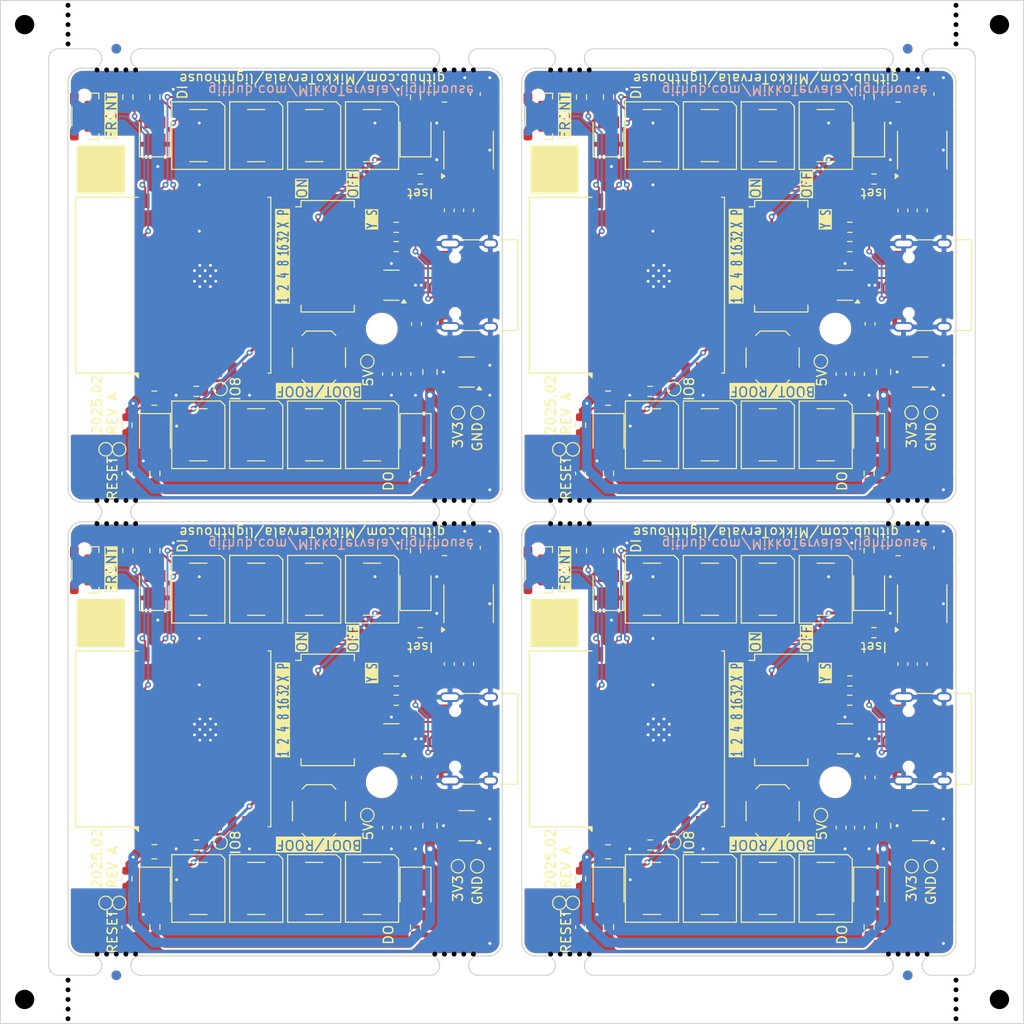
<source format=kicad_pcb>
(kicad_pcb (version 20240108) (generator "pcbnew") (generator_version "8.0")
  (layers (0 "F.Cu" signal) (31 "B.Cu" signal) (34 "B.Paste" user) (35 "F.Paste" user) (36 "B.SilkS" user "B.Silkscreen") (37 "F.SilkS" user "F.Silkscreen") (38 "B.Mask" user) (39 "F.Mask" user) (44 "Edge.Cuts" user))
  (net 0 "")
  (net 1 "Board_0-+3V3")
  (net 2 "Board_0-+5V")
  (net 3 "Board_0-/BOOT")
  (net 4 "Board_0-/D+")
  (net 5 "Board_0-/D-")
  (net 6 "Board_0-/EN")
  (net 7 "Board_0-GND")
  (net 8 "Board_0-GPIO0")
  (net 9 "Board_0-GPIO1")
  (net 10 "Board_0-GPIO10")
  (net 11 "Board_0-GPIO2")
  (net 12 "Board_0-GPIO3")
  (net 13 "Board_0-GPIO4")
  (net 14 "Board_0-GPIO5")
  (net 15 "Board_0-GPIO6")
  (net 16 "Board_0-GPIO7")
  (net 17 "Board_0-GPIO8")
  (net 18 "Board_0-Net-(C7-Pad1)")
  (net 19 "Board_0-Net-(D10-A)")
  (net 20 "Board_0-Net-(D11-DIN)")
  (net 21 "Board_0-Net-(D11-DOUT)")
  (net 22 "Board_0-Net-(D12-DOUT)")
  (net 23 "Board_0-Net-(D2-DIN)")
  (net 24 "Board_0-Net-(D3-DOUT)")
  (net 25 "Board_0-Net-(D4-DOUT)")
  (net 26 "Board_0-Net-(D5-DOUT)")
  (net 27 "Board_0-Net-(D7-A)")
  (net 28 "Board_0-Net-(D8-A)")
  (net 29 "Board_0-Net-(D9-A)")
  (net 30 "Board_0-Net-(J1-CC1)")
  (net 31 "Board_0-Net-(J1-CC2)")
  (net 32 "Board_0-Net-(U2-ISET)")
  (net 33 "Board_0-RX{slash}20")
  (net 34 "Board_0-TX{slash}21")
  (net 35 "Board_0-USB_D+")
  (net 36 "Board_0-USB_D-")
  (net 37 "Board_0-unconnected-(D13-DOUT-Pad2)")
  (net 38 "Board_0-unconnected-(J1-SBU1-PadA8)")
  (net 39 "Board_0-unconnected-(J1-SBU2-PadB8)")
  (net 40 "Board_0-unconnected-(U2-NC-Pad7)")
  (net 41 "Board_0-unconnected-(U3-NC-Pad4)")
  (net 42 "Board_1-+3V3")
  (net 43 "Board_1-+5V")
  (net 44 "Board_1-/BOOT")
  (net 45 "Board_1-/D+")
  (net 46 "Board_1-/D-")
  (net 47 "Board_1-/EN")
  (net 48 "Board_1-GND")
  (net 49 "Board_1-GPIO0")
  (net 50 "Board_1-GPIO1")
  (net 51 "Board_1-GPIO10")
  (net 52 "Board_1-GPIO2")
  (net 53 "Board_1-GPIO3")
  (net 54 "Board_1-GPIO4")
  (net 55 "Board_1-GPIO5")
  (net 56 "Board_1-GPIO6")
  (net 57 "Board_1-GPIO7")
  (net 58 "Board_1-GPIO8")
  (net 59 "Board_1-Net-(C7-Pad1)")
  (net 60 "Board_1-Net-(D10-A)")
  (net 61 "Board_1-Net-(D11-DIN)")
  (net 62 "Board_1-Net-(D11-DOUT)")
  (net 63 "Board_1-Net-(D12-DOUT)")
  (net 64 "Board_1-Net-(D2-DIN)")
  (net 65 "Board_1-Net-(D3-DOUT)")
  (net 66 "Board_1-Net-(D4-DOUT)")
  (net 67 "Board_1-Net-(D5-DOUT)")
  (net 68 "Board_1-Net-(D7-A)")
  (net 69 "Board_1-Net-(D8-A)")
  (net 70 "Board_1-Net-(D9-A)")
  (net 71 "Board_1-Net-(J1-CC1)")
  (net 72 "Board_1-Net-(J1-CC2)")
  (net 73 "Board_1-Net-(U2-ISET)")
  (net 74 "Board_1-RX{slash}20")
  (net 75 "Board_1-TX{slash}21")
  (net 76 "Board_1-USB_D+")
  (net 77 "Board_1-USB_D-")
  (net 78 "Board_1-unconnected-(D13-DOUT-Pad2)")
  (net 79 "Board_1-unconnected-(J1-SBU1-PadA8)")
  (net 80 "Board_1-unconnected-(J1-SBU2-PadB8)")
  (net 81 "Board_1-unconnected-(U2-NC-Pad7)")
  (net 82 "Board_1-unconnected-(U3-NC-Pad4)")
  (net 83 "Board_2-+3V3")
  (net 84 "Board_2-+5V")
  (net 85 "Board_2-/BOOT")
  (net 86 "Board_2-/D+")
  (net 87 "Board_2-/D-")
  (net 88 "Board_2-/EN")
  (net 89 "Board_2-GND")
  (net 90 "Board_2-GPIO0")
  (net 91 "Board_2-GPIO1")
  (net 92 "Board_2-GPIO10")
  (net 93 "Board_2-GPIO2")
  (net 94 "Board_2-GPIO3")
  (net 95 "Board_2-GPIO4")
  (net 96 "Board_2-GPIO5")
  (net 97 "Board_2-GPIO6")
  (net 98 "Board_2-GPIO7")
  (net 99 "Board_2-GPIO8")
  (net 100 "Board_2-Net-(C7-Pad1)")
  (net 101 "Board_2-Net-(D10-A)")
  (net 102 "Board_2-Net-(D11-DIN)")
  (net 103 "Board_2-Net-(D11-DOUT)")
  (net 104 "Board_2-Net-(D12-DOUT)")
  (net 105 "Board_2-Net-(D2-DIN)")
  (net 106 "Board_2-Net-(D3-DOUT)")
  (net 107 "Board_2-Net-(D4-DOUT)")
  (net 108 "Board_2-Net-(D5-DOUT)")
  (net 109 "Board_2-Net-(D7-A)")
  (net 110 "Board_2-Net-(D8-A)")
  (net 111 "Board_2-Net-(D9-A)")
  (net 112 "Board_2-Net-(J1-CC1)")
  (net 113 "Board_2-Net-(J1-CC2)")
  (net 114 "Board_2-Net-(U2-ISET)")
  (net 115 "Board_2-RX{slash}20")
  (net 116 "Board_2-TX{slash}21")
  (net 117 "Board_2-USB_D+")
  (net 118 "Board_2-USB_D-")
  (net 119 "Board_2-unconnected-(D13-DOUT-Pad2)")
  (net 120 "Board_2-unconnected-(J1-SBU1-PadA8)")
  (net 121 "Board_2-unconnected-(J1-SBU2-PadB8)")
  (net 122 "Board_2-unconnected-(U2-NC-Pad7)")
  (net 123 "Board_2-unconnected-(U3-NC-Pad4)")
  (net 124 "Board_3-+3V3")
  (net 125 "Board_3-+5V")
  (net 126 "Board_3-/BOOT")
  (net 127 "Board_3-/D+")
  (net 128 "Board_3-/D-")
  (net 129 "Board_3-/EN")
  (net 130 "Board_3-GND")
  (net 131 "Board_3-GPIO0")
  (net 132 "Board_3-GPIO1")
  (net 133 "Board_3-GPIO10")
  (net 134 "Board_3-GPIO2")
  (net 135 "Board_3-GPIO3")
  (net 136 "Board_3-GPIO4")
  (net 137 "Board_3-GPIO5")
  (net 138 "Board_3-GPIO6")
  (net 139 "Board_3-GPIO7")
  (net 140 "Board_3-GPIO8")
  (net 141 "Board_3-Net-(C7-Pad1)")
  (net 142 "Board_3-Net-(D10-A)")
  (net 143 "Board_3-Net-(D11-DIN)")
  (net 144 "Board_3-Net-(D11-DOUT)")
  (net 145 "Board_3-Net-(D12-DOUT)")
  (net 146 "Board_3-Net-(D2-DIN)")
  (net 147 "Board_3-Net-(D3-DOUT)")
  (net 148 "Board_3-Net-(D4-DOUT)")
  (net 149 "Board_3-Net-(D5-DOUT)")
  (net 150 "Board_3-Net-(D7-A)")
  (net 151 "Board_3-Net-(D8-A)")
  (net 152 "Board_3-Net-(D9-A)")
  (net 153 "Board_3-Net-(J1-CC1)")
  (net 154 "Board_3-Net-(J1-CC2)")
  (net 155 "Board_3-Net-(U2-ISET)")
  (net 156 "Board_3-RX{slash}20")
  (net 157 "Board_3-TX{slash}21")
  (net 158 "Board_3-USB_D+")
  (net 159 "Board_3-USB_D-")
  (net 160 "Board_3-unconnected-(D13-DOUT-Pad2)")
  (net 161 "Board_3-unconnected-(J1-SBU1-PadA8)")
  (net 162 "Board_3-unconnected-(J1-SBU2-PadB8)")
  (net 163 "Board_3-unconnected-(U2-NC-Pad7)")
  (net 164 "Board_3-unconnected-(U3-NC-Pad4)")
  (footprint "NPTH" (layer "F.Cu") (at 154.5 71.8)
    (property "Reference" "KiKit_MB_6_3" (hide yes))
    (property "Value" "NPTH" (hide yes))
  )
  (footprint "Capacitor_SMD:C_0603_1608Metric" (layer "F.Cu") (at 144.7 76.7 90)
    (property "Reference" "C7" (hide yes))
    (property "Value" "220nf")
  )
  (footprint "Capacitor_SMD:C_0603_1608Metric" (layer "F.Cu") (at 182.6 58.7 -90)
    (property "Reference" "C4" (hide yes))
    (property "Value" "2.2µf")
  )
  (footprint "LED_SMD:LED_WS2812B_PLCC4_5.0x5.0mm_P3.2mm" (layer "F.Cu") (at 169 112 90)
    (property "Reference" "D11" (hide yes))
    (property "Value" "WS2812B")
  )
  (footprint "lighthouse_footprints:LED_PLCC_2835" (layer "F.Cu") (at 138.5 112 -90)
    (property "Reference" "D9" (hide yes))
    (property "Value" "LED 0.5W 3000k")
  )
  (footprint "NPTH" (layer "F.Cu") (at 188.5 74.2)
    (property "Reference" "KiKit_MB_15_2" (hide yes))
    (property "Value" "NPTH" (hide yes))
  )
  (footprint "Resistor_SMD:R_0603_1608Metric" (layer "F.Cu") (at 139 85.5 180)
    (property "Reference" "R11" (hide yes))
    (property "Value" "3k")
  )
  (footprint "NPTH" (layer "F.Cu") (at 105.5 71.8)
    (property "Reference" "KiKit_MB_2_5" (hide yes))
    (property "Value" "NPTH" (hide yes))
  )
  (footprint "Capacitor_SMD:C_0805_2012Metric" (layer "F.Cu") (at 140 105.5 90)
    (property "Reference" "C6" (hide yes))
    (property "Value" "10µf")
  )
  (footprint "Capacitor_SMD:C_0603_1608Metric" (layer "F.Cu") (at 185.6 53.5 -90)
    (property "Reference" "C10" (hide yes))
    (property "Value" "220nf")
  )
  (footprint "Resistor_SMD:R_0603_1608Metric" (layer "F.Cu") (at 115.8 107.5)
    (property "Reference" "R1" (hide yes))
    (property "Value" "10k")
  )
  (footprint "lighthouse_footprints:LED_PLCC_2835" (layer "F.Cu") (at 158.5 112 -90)
    (property "Reference" "D10" (hide yes))
    (property "Value" "LED 0.5W 3000k")
  )
  (footprint "TestPoint:TestPoint_Pad_D1.0mm" (layer "F.Cu") (at 191.9 62.7 90)
    (property "Reference" "TP1" (hide yes))
    (property "Value" "GND")
  )
  (footprint "NPTH" (layer "F.Cu") (at 102.5 121.5)
    (property "Reference" "KiKit_MB_19_2" (hide yes))
    (property "Value" "NPTH" (hide yes))
  )
  (footprint "TestPoint:TestPoint_Pad_D1.0mm" (layer "F.Cu") (at 165.3 60.25 90)
    (property "Reference" "TP4" (hide yes))
    (property "Value" "IO8")
  )
  (footprint "Resistor_SMD:R_0603_1608Metric" (layer "F.Cu") (at 185.5 77 90)
    (property "Reference" "R8" (hide yes))
    (property "Value" "2")
  )
  (footprint "TestPoint:TestPoint_Pad_D1.0mm" (layer "F.Cu") (at 153.4 113.5 90)
    (property "Reference" "TP5" (hide yes))
    (property "Value" "GND" (hide yes))
  )
  (footprint "Capacitor_SMD:C_0603_1608Metric" (layer "F.Cu") (at 191.7 76.7 90)
    (property "Reference" "C7" (hide yes))
    (property "Value" "220nf")
  )
  (footprint "NPTH" (layer "F.Cu") (at 153.5 71.8)
    (property "Reference" "KiKit_MB_6_4" (hide yes))
    (property "Value" "NPTH" (hide yes))
  )
  (footprint "LED_SMD:LED_WS2812B_PLCC4_5.0x5.0mm_P3.2mm" (layer "F.Cu") (at 116 81 90)
    (property "Reference" "D3" (hide yes))
    (property "Value" "WS2812B")
  )
  (footprint "Resistor_SMD:R_0603_1608Metric" (layer "F.Cu") (at 111.5 30 90)
    (property "Reference" "R7" (hide yes))
    (property "Value" "2")
  )
  (footprint "LED_SMD:LED_WS2812B_PLCC4_5.0x5.0mm_P3.2mm" (layer "F.Cu") (at 122 112 90)
    (property "Reference" "D11" (hide yes))
    (property "Value" "WS2812B")
  )
  (footprint "lighthouse_footprints:ESP32-C3-WROOM-02" (layer "F.Cu") (at 116.5 49.5 90)
    (property "Reference" "U1" (hide yes))
    (property "Value" "ESP32-C3-WROOM-02")
  )
  (footprint "lighthouse_footprints:TestPoint_Pad_D1.0mm_no_court" (layer "F.Cu") (at 107.8 113.5 90)
    (property "Reference" "TP3" (hide yes))
    (property "Value" "RESET")
  )
  (footprint "NPTH" (layer "F.Cu") (at 194.5 123.5)
    (property "Reference" "KiKit_MB_20_4" (hide yes))
    (property "Value" "NPTH" (hide yes))
  )
  (footprint "lighthouse_footprints:LED_PLCC_2835" (layer "F.Cu") (at 111.5 112 -90)
    (property "Reference" "D10" (hide yes))
    (property "Value" "LED 0.5W 3000k")
  )
  (footprint "NPTH" (layer "F.Cu") (at 188.5 118.8)
    (property "Reference" "KiKit_MB_13_4" (hide yes))
    (property "Value" "NPTH" (hide yes))
  )
  (footprint "Capacitor_SMD:C_0603_1608Metric" (layer "F.Cu") (at 142 41.75 -90)
    (property "Reference" "C9" (hide yes))
    (property "Value" "2.2µf")
  )
  (footprint "Resistor_SMD:R_0603_1608Metric" (layer "F.Cu") (at 138.5 116 -90)
    (property "Reference" "R9" (hide yes))
    (property "Value" "2")
  )
  (footprint "Button_Switch_SMD:SW_DIP_SPSTx08_Slide_Copal_CHS-08A_W5.08mm_P1.27mm_JPin" (layer "F.Cu") (at 176.4 46.5)
    (property "Reference" "SW4" (hide yes))
    (property "Value" "SW_DIP_x08")
  )
  (footprint "Capacitor_SMD:C_0603_1608Metric" (layer "F.Cu") (at 137.5 105.7 -90)
    (property "Reference" "C5" (hide yes))
    (property "Value" "2.2µf")
  )
  (footprint "lighthouse_footprints:ESP32-C3-WROOM-02" (layer "F.Cu") (at 163.5 96.5 90)
    (property "Reference" "U1" (hide yes))
    (property "Value" "ESP32-C3-WROOM-02")
  )
  (footprint "Resistor_SMD:R_0603_1608Metric" (layer "F.Cu") (at 141.5 77 180)
    (property "Reference" "R13" (hide yes))
    (property "Value" "10k")
  )
  (footprint "Capacitor_SMD:C_0603_1608Metric" (layer "F.Cu") (at 108.6 69 90)
    (property "Reference" "C1" (hide yes))
    (property "Value" "1µF")
  )
  (footprint "NPTH" (layer "F.Cu") (at 141.5 118.8)
    (property "Reference" "KiKit_MB_9_4" (hide yes))
    (property "Value" "NPTH" (hide yes))
  )
  (footprint "NPTH" (layer "F.Cu") (at 140.5 118.8)
    (property "Reference" "KiKit_MB_9_5" (hide yes))
    (property "Value" "NPTH" (hide yes))
  )
  (footprint "lighthouse_footprints:MountingHole_2.7mm_M2.5" (layer "F.Cu") (at 182 101 90)
    (property "Reference" "H4" (hide yes))
    (property "Value" "MountingHole M2.5")
  )
  (footprint "Resistor_SMD:R_0603_1608Metric" (layer "F.Cu") (at 138.5 69 -90)
    (property "Reference" "R9" (hide yes))
    (property "Value" "2")
  )
  (footprint "NPTH" (layer "F.Cu") (at 108.5 74.2)
    (property "Reference" "KiKit_MB_12_4" (hide yes))
    (property "Value" "NPTH" (hide yes))
  )
  (footprint "NPTH" (layer "F.Cu") (at 199 123.5)
    (property "Reference" "KiKit_TO_4" (hide yes))
    (property "Value" "NPTH" (hide yes))
  )
  (footprint "LED_SMD:LED_WS2812B_PLCC4_5.0x5.0mm_P3.2mm" (layer "F.Cu") (at 181 112 90)
    (property "Reference" "D13" (hide yes))
    (property "Value" "WS2812B")
  )
  (footprint "NPTH" (layer "F.Cu") (at 143.5 27.2)
    (property "Reference" "KiKit_MB_3_4" (hide yes))
    (property "Value" "NPTH" (hide yes))
  )
  (footprint "Resistor_SMD:R_0603_1608Metric" (layer "F.Cu") (at 185.5 116 -90)
    (property "Reference" "R9" (hide yes))
    (property "Value" "2")
  )
  (footprint "NPTH" (layer "F.Cu") (at 143.5 71.8)
    (property "Reference" "KiKit_MB_1_2" (hide yes))
    (property "Value" "NPTH" (hide yes))
  )
  (footprint "LED_SMD:LED_WS2812B_PLCC4_5.0x5.0mm_P3.2mm" (layer "F.Cu") (at 163 34 90)
    (property "Reference" "D3" (hide yes))
    (property "Value" "WS2812B")
  )
  (footprint "NPTH" (layer "F.Cu") (at 144.5 27.2)
    (property "Reference" "KiKit_MB_3_5" (hide yes))
    (property "Value" "NPTH" (hide yes))
  )
  (footprint "Capacitor_SMD:C_0603_1608Metric" (layer "F.Cu") (at 191 88.75 -90)
    (property "Reference" "C8" (hide yes))
    (property "Value" "2.2µf")
  )
  (footprint "NPTH" (layer "F.Cu") (at 153.5 74.2)
    (property "Reference" "KiKit_MB_16_2" (hide yes))
    (property "Value" "NPTH" (hide yes))
  )
  (footprint "NPTH" (layer "F.Cu") (at 194.5 20.5)
    (property "Reference" "KiKit_MB_18_2" (hide yes))
    (property "Value" "NPTH" (hide yes))
  )
  (footprint "NPTH" (layer "F.Cu") (at 199 22.5)
    (property "Reference" "KiKit_TO_2" (hide yes))
    (property "Value" "NPTH" (hide yes))
  )
  (footprint "NPTH" (layer "F.Cu") (at 156.5 27.2)
    (property "Reference" "KiKit_MB_8_5" (hide yes))
    (property "Value" "NPTH" (hide yes))
  )
  (footprint "Resistor_SMD:R_0603_1608Metric" (layer "F.Cu") (at 185.5 69 -90)
    (property "Reference" "R9" (hide yes))
    (property "Value" "2")
  )
  (footprint "NPTH" (layer "F.Cu") (at 141.5 71.8)
    (property "Reference" "KiKit_MB_1_4" (hide yes))
    (property "Value" "NPTH" (hide yes))
  )
  (footprint "Package_SO:SOIC-8-1EP_3.9x4.9mm_P1.27mm_EP2.41x3.3mm" (layer "F.Cu") (at 144 82.5 90)
    (property "Reference" "U2" (hide yes))
    (property "Value" "CN5711")
  )
  (footprint "Resistor_SMD:R_0603_1608Metric" (layer "F.Cu") (at 155.6 111 -90)
    (property "Reference" "R2" (hide yes))
    (property "Value" "10k")
  )
  (footprint "NPTH" (layer "F.Cu") (at 194.5 124.5)
    (property "Reference" "KiKit_MB_20_5" (hide yes))
    (property "Value" "NPTH" (hide yes))
  )
  (footprint "Capacitor_SMD:C_0805_2012Metric" (layer "F.Cu") (at 158.45 61.2)
    (property "Reference" "C3" (hide yes))
    (property "Value" "10µf")
  )
  (footprint "NPTH" (layer "F.Cu") (at 152.5 71.8)
    (property "Reference" "KiKit_MB_6_5" (hide yes))
    (property "Value" "NPTH" (hide yes))
  )
  (footprint "Resistor_SMD:R_0603_1608Metric" (layer "F.Cu") (at 108.7 77 -90)
    (property "Reference" "R3" (hide yes))
    (property "Value" "10k")
  )
  (footprint "NPTH" (layer "F.Cu") (at 107.5 74.2)
    (property "Reference" "KiKit_MB_12_3" (hide yes))
    (property "Value" "NPTH" (hide yes))
  )
  (footprint "NPTH" (layer "F.Cu") (at 191.5 71.8)
    (property "Reference" "KiKit_MB_5_1" (hide yes))
    (property "Value" "NPTH" (hide yes))
  )
  (footprint "TestPoint:TestPoint_Pad_D1.0mm" (layer "F.Cu") (at 142.9 109.7 -90)
    (property "Reference" "TP2" (hide yes))
    (property "Value" "3V3")
  )
  (footprint "TestPoint:TestPoint_Pad_D1.0mm" (layer "F.Cu") (at 118.3 60.25 90)
    (property "Reference" "TP4" (hide yes))
    (property "Value" "IO8")
  )
  (footprint "Resistor_SMD:R_0603_1608Metric" (layer "F.Cu") (at 162.8 60.5)
    (property "Reference" "R1" (hide yes))
    (property "Value" "10k")
  )
  (footprint "NPTH" (layer "F.Cu") (at 98 123.5)
    (property "Reference" "KiKit_TO_3" (hide yes))
    (property "Value" "NPTH" (hide yes))
  )
  (footprint "Package_TO_SOT_SMD:SOT-23-6" (layer "F.Cu") (at 183 49.5 180)
    (property "Reference" "U4" (hide yes))
    (property "Value" "USBLC6-2SC6")
  )
  (footprint "LED_SMD:LED_WS2812B_PLCC4_5.0x5.0mm_P3.2mm" (layer "F.Cu") (at 134 34 90)
    (property "Reference" "D6" (hide yes))
    (property "Value" "WS2812B")
  )
  (footprint "LED_SMD:LED_WS2812B_PLCC4_5.0x5.0mm_P3.2mm" (layer "F.Cu") (at 181 81 90)
    (property "Reference" "D6" (hide yes))
    (property "Value" "WS2812B")
  )
  (footprint "LED_SMD:LED_WS2812B_PLCC4_5.0x5.0mm_P3.2mm" (layer "F.Cu") (at 122 81 90)
    (property "Reference" "D4" (hide yes))
    (property "Value" "WS2812B")
  )
  (footprint "lighthouse_footprints:LED_PLCC_2835" (layer "F.Cu") (at 185.5 81 90)
    (property "Reference" "D8" (hide yes))
    (property "Value" "LED 0.5W 3000k")
  )
  (footprint "NPTH" (layer "F.Cu") (at 194.5 24.5)
    (property "Reference" "KiKit_MB_18_6" (hide yes))
    (property "Value" "NPTH" (hide yes))
  )
  (footprint "lighthouse_footprints:LED_PLCC_2835" (layer "F.Cu") (at 185.5 112 -90)
    (property "Reference" "D9" (hide yes))
    (property "Value" "LED 0.5W 3000k")
  )
  (footprint "Capacitor_SMD:C_0603_1608Metric" (layer "F.Cu") (at 144.7 29.7 90)
    (property "Reference" "C7" (hide yes))
    (property "Value" "220nf")
  )
  (footprint "NPTH" (layer "F.Cu") (at 109.5 74.2)
    (property "Reference" "KiKit_MB_12_5" (hide yes))
    (property "Value" "NPTH" (hide yes))
  )
  (footprint "LED_SMD:LED_WS2812B_PLCC4_5.0x5.0mm_P3.2mm" (layer "F.Cu") (at 163 112 90)
    (property "Reference" "D2" (hide yes))
    (property "Value" "WS2812B")
  )
  (footprint "Resistor_SMD:R_0603_1608Metric" (layer "F.Cu") (at 155.7 77 -90)
    (property "Reference" "R3" (hide yes))
    (property "Value" "10k")
  )
  (footprint "Capacitor_SMD:C_0603_1608Metric" (layer "F.Cu") (at 108.6 116 90)
    (property "Reference" "C1" (hide yes))
    (property "Value" "1µF")
  )
  (footprint "lighthouse_footprints:TestPoint_Pad_D1.0mm_no_court" (layer "F.Cu") (at 154.8 113.5 90)
    (property "Reference" "TP3" (hide yes))
    (property "Value" "RESET")
  )
  (footprint "NPTH" (layer "F.Cu") (at 142.5 71.8)
    (property "Reference" "KiKit_MB_1_3" (hide yes))
    (property "Value" "NPTH" (hide yes))
  )
  (footprint "Fiducial" (layer "F.Cu") (at 107.5 25)
    (property "Reference" "KiKit_FID_T_1" (hide yes))
    (property "Value" "Fiducial" (hide yes))
  )
  (footprint "LED_SMD:LED_WS2812B_PLCC4_5.0x5.0mm_P3.2mm" (layer "F.Cu") (at 134 65 90)
    (property "Reference" "D13" (hide yes))
    (property "Value" "WS2812B")
  )
  (footprint "Button_Switch_SMD:SW_DIP_SPSTx08_Slide_Copal_CHS-08A_W5.08mm_P1.27mm_JPin" (layer "F.Cu") (at 129.4 46.5)
    (property "Reference" "SW4" (hide yes))
    (property "Value" "SW_DIP_x08")
  )
  (footprint "lighthouse_footprints:SW_Push_1P1T-MP_NO_Horizontal_Alps_SKRTLAE010" (layer "F.Cu") (at 151.2 79 -90)
    (property "Reference" "SW3" (hide yes))
    (property "Value" "FRONT")
  )
  (footprint "Capacitor_SMD:C_0603_1608Metric" (layer "F.Cu") (at 138.6 53.5 -90)
    (property "Reference" "C10" (hide yes))
    (property "Value" "220nf")
  )
  (footprint "Capacitor_SMD:C_0603_1608Metric" (layer "F.Cu") (at 135.6 58.7 -90)
    (property "Reference" "C4" (hide yes))
    (property "Value" "2.2µf")
  )
  (footprint "NPTH" (layer "F.Cu") (at 187.5 74.2)
    (property "Reference" "KiKit_MB_15_1" (hide yes))
    (property "Value" "NPTH" (hide yes))
  )
  (footprint "Resistor_SMD:R_0603_1608Metric" (layer "F.Cu") (at 108.7 30 -90)
    (property "Reference" "R3" (hide yes))
    (property "Value" "10k")
  )
  (footprint "NPTH" (layer "F.Cu") (at 141.5 74.2)
    (property "Reference" "KiKit_MB_11_2" (hide yes))
    (property "Value" "NPTH" (hide yes))
  )
  (footprint "Capacitor_SMD:C_0603_1608Metric" (layer "F.Cu") (at 184.5 105.7 -90)
    (property "Reference" "C5" (hide yes))
    (property "Value" "2.2µf")
  )
  (footprint "LED_SMD:LED_WS2812B_PLCC4_5.0x5.0mm_P3.2mm" (layer "F.Cu") (at 116 65 90)
    (property "Reference" "D2" (hide yes))
    (property "Value" "WS2812B")
  )
  (footprint "NPTH" (layer "F.Cu") (at 154.5 74.2)
    (property "Reference" "KiKit_MB_16_3" (hide yes))
    (property "Value" "NPTH" (hide yes))
  )
  (footprint "Capacitor_SMD:C_0603_1608Metric" (layer "F.Cu") (at 191 41.75 -90)
    (property "Reference" "C8" (hide yes))
    (property "Value" "2.2µf")
  )
  (footprint "lighthouse_footprints:ESP32-C3-WROOM-02" (layer "F.Cu") (at 116.5 96.5 90)
    (property "Reference" "U1" (hide yes))
    (property "Value" "ESP32-C3-WROOM-02")
  )
  (footprint "Capacitor_SMD:C_0603_1608Metric" (layer "F.Cu") (at 185.6 100.5 -90)
    (property "Reference" "C10" (hide yes))
    (property "Value" "220nf")
  )
  (footprint "Resistor_SMD:R_0603_1608Metric" (layer "F.Cu") (at 108.6 111 -90)
    (property "Reference" "R2" (hide yes))
    (property "Value" "10k")
  )
  (footprint "Resistor_SMD:R_0603_1608Metric" (layer "F.Cu") (at 111.5 116 -90)
    (property "Reference" "R10" (hide yes))
    (property "Value" "2")
  )
  (footprint "NPTH" (layer "F.Cu") (at 194.5 125.5)
    (property "Reference" "KiKit_MB_20_6" (hide yes))
    (property "Value" "NPTH" (hide yes))
  )
  (footprint "NPTH" (layer "F.Cu") (at 140.5 71.8)
    (property "Reference" "KiKit_MB_1_5" (hide yes))
    (property "Value" "NPTH" (hide yes))
  )
  (footprint "NPTH" (layer "F.Cu") (at 102.5 123.5)
    (property "Reference" "KiKit_MB_19_4" (hide yes))
    (property "Value" "NPTH" (hide yes))
  )
  (footprint "NPTH" (layer "F.Cu") (at 154.5 27.2)
    (property "Reference" "KiKit_MB_8_3" (hide yes))
    (property "Value" "NPTH" (hide yes))
  )
  (footprint "TestPoint:TestPoint_Pad_D1.0mm" (layer "F.Cu") (at 144.9 109.7 90)
    (property "Reference" "TP1" (hide yes))
    (property "Value" "GND")
  )
  (footprint "Resistor_SMD:R_0603_1608Metric" (layer "F.Cu") (at 158.5 30 90)
    (property "Reference" "R7" (hide yes))
    (property "Value" "2")
  )
  (footprint "TestPoint:TestPoint_Pad_D1.0mm" (layer "F.Cu") (at 189.9 109.7 -90)
    (property "Reference" "TP2" (hide yes))
    (property "Value" "3V3")
  )
  (footprint "Resistor_SMD:R_0603_1608Metric" (layer "F.Cu") (at 183.5 90.5 180)
    (property "Reference" "R5" (hide yes))
    (property "Value" "5.1k")
  )
  (footprint "NPTH" (layer "F.Cu") (at 144.5 118.8)
    (property "Reference" "KiKit_MB_9_1" (hide yes))
    (property "Value" "NPTH" (hide yes))
  )
  (footprint "Resistor_SMD:R_0603_1608Metric" (layer "F.Cu") (at 111.5 77 90)
    (property "Reference" "R7" (hide yes))
    (property "Value" "2")
  )
  (footprint "NPTH" (layer "F.Cu") (at 156.5 74.2)
    (property "Reference" "KiKit_MB_16_5" (hide yes))
    (property "Value" "NPTH" (hide yes))
  )
  (footprint "NPTH" (layer "F.Cu") (at 109.5 118.8)
    (property "Reference" "KiKit_MB_10_1" (hide yes))
    (property "Value" "NPTH" (hide yes))
  )
  (footprint "Fiducial" (layer "F.Cu") (at 107.5 121)
    (property "Reference" "KiKit_FID_T_3" (hide yes))
    (property "Value" "Fiducial" (hide yes))
  )
  (footprint "Resistor_SMD:R_0603_1608Metric" (layer "F.Cu") (at 138.5 77 90)
    (property "Reference" "R8" (hide yes))
    (property "Value" "2")
  )
  (footprint "NPTH" (layer "F.Cu") (at 194.5 122.5)
    (property "Reference" "KiKit_MB_20_3" (hide yes))
    (property "Value" "NPTH" (hide yes))
  )
  (footprint "LED_SMD:LED_WS2812B_PLCC4_5.0x5.0mm_P3.2mm" (layer "F.Cu") (at 175 65 90)
    (property "Reference" "D12" (hide yes))
    (property "Value" "WS2812B")
  )
  (footprint "NPTH" (layer "F.Cu") (at 190.5 74.2)
    (property "Reference" "KiKit_MB_15_4" (hide yes))
    (property "Value" "NPTH" (hide yes))
  )
  (footprint "NPTH" (layer "F.Cu") (at 143.5 118.8)
    (property "Reference" "KiKit_MB_9_2" (hide yes))
    (property "Value" "NPTH" (hide yes))
  )
  (footprint "Resistor_SMD:R_0603_1608Metric" (layer "F.Cu") (at 139 38.5 180)
    (property "Reference" "R11" (hide yes))
    (property "Value" "3k")
  )
  (footprint "Fiducial" (layer "F.Cu") (at 189.5 25)
    (property "Reference" "KiKit_FID_T_2" (hide yes))
    (property "Value" "Fiducial" (hide yes))
  )
  (footprint "NPTH" (layer "F.Cu") (at 106.5 74.2)
    (property "Reference" "KiKit_MB_12_2" (hide yes))
    (property "Value" "NPTH" (hide yes))
  )
  (footprint "LED_SMD:LED_WS2812B_PLCC4_5.0x5.0mm_P3.2mm" (layer "F.Cu") (at 169 65 90)
    (property "Reference" "D11" (hide yes))
    (property "Value" "WS2812B")
  )
  (footprint "LED_SMD:LED_WS2812B_PLCC4_5.0x5.0mm_P3.2mm" (layer "F.Cu") (at 128 34 90)
    (property "Reference" "D5" (hide yes))
    (property "Value" "WS2812B")
  )
  (footprint "Capacitor_SMD:C_0805_2012Metric" (layer "F.Cu") (at 187 105.5 90)
    (property "Reference" "C6" (hide yes))
    (property "Value" "10µf")
  )
  (footprint "NPTH" (layer "F.Cu") (at 152.5 27.2)
    (property "Reference" "KiKit_MB_8_1" (hide yes))
    (property "Value" "NPTH" (hide yes))
  )
  (footprint "Resistor_SMD:R_0603_1608Metric" (layer "F.Cu") (at 188.5 30 180)
    (property "Reference" "R13" (hide yes))
    (property "Value" "10k")
  )
  (footprint "Button_Switch_SMD:SW_DIP_SPSTx08_Slide_Copal_CHS-08A_W5.08mm_P1.27mm_JPin" (layer "F.Cu") (at 176.4 93.5)
    (property "Reference" "SW4" (hide yes))
    (property "Value" "SW_DIP_x08")
  )
  (footprint "LED_SMD:LED_WS2812B_PLCC4_5.0x5.0mm_P3.2mm" (layer "F.Cu") (at 128 65 90)
    (property "Reference" "D12" (hide yes))
    (property "Value" "WS2812B")
  )
  (footprint "NPTH" (layer "F.Cu") (at 155.5 74.2)
    (property "Reference" "KiKit_MB_16_4" (hide yes))
    (property "Value" "NPTH" (hide yes))
  )
  (footprint "LED_SMD:LED_WS2812B_PLCC4_5.0x5.0mm_P3.2mm" (layer "F.Cu") (at 181 34 90)
    (property "Reference" "D6" (hide yes))
    (property "Value" "WS2812B")
  )
  (footprint "NPTH" (layer "F.Cu") (at 102.5 124.5)
    (property "Reference" "KiKit_MB_19_5" (hide yes))
    (property "Value" "NPTH" (hide yes))
  )
  (footprint "lighthouse_footprints:LED_PLCC_2835" (layer "F.Cu") (at 111.5 81 90)
    (property "Reference" "D7" (hide yes))
    (property "Value" "LED 0.5W 3000k")
  )
  (footprint "NPTH" (layer "F.Cu") (at 191.5 74.2)
    (property "Reference" "KiKit_MB_15_5" (hide yes))
    (property "Value" "NPTH" (hide yes))
  )
  (footprint "lighthouse_footprints:SW_Push_1P1T-MP_NO_Horizontal_Alps_SKRTLAE010" (layer "F.Cu") (at 104.2 79 -90)
    (property "Reference" "SW3" (hide yes))
    (property "Value" "FRONT")
  )
  (footprint "NPTH" (layer "F.Cu") (at 190.5 71.8)
    (property "Reference" "KiKit_MB_5_2" (hide yes))
    (property "Value" "NPTH" (hide yes))
  )
  (footprint "lighthouse_footprints:LED_PLCC_2835" (layer "F.Cu") (at 138.5 34 90)
    (property "Reference" "D8" (hide yes))
    (property "Value" "LED 0.5W 3000k")
  )
  (footprint "Capacitor_SMD:C_0603_1608Metric" (layer "F.Cu") (at 182.6 105.7 -90)
    (property "Reference" "C4" (hide yes))
    (property "Value" "2.2µf")
  )
  (footprint "LED_SMD:LED_WS2812B_PLCC4_5.0x5.0mm_P3.2mm" (layer "F.Cu") (at 169 34 90)
    (property "Reference" "D4" (hide yes))
    (property "Value" "WS2812B")
  )
  (footprint "NPTH" (layer "F.Cu") (at 189.5 118.8)
    (property "Reference" "KiKit_MB_13_3" (hide yes))
    (property "Value" "NPTH" (hide yes))
  )
  (footprint "NPTH" (layer "F.Cu") (at 155.5 71.8)
    (property "Reference" "KiKit_MB_6_2" (hide yes))
    (property "Value" "NPTH" (hide yes))
  )
  (footprint "NPTH" (layer "F.Cu") (at 194.5 22.5)
    (property "Reference" "KiKit_MB_18_4" (hide yes))
    (property "Value" "NPTH" (hide yes))
  )
  (footprint "Resistor_SMD:R_0603_1608Metric" (layer "F.Cu") (at 186 85.5 180)
    (property "Reference" "R11" (hide yes))
    (property "Value" "3k")
  )
  (footprint "Capacitor_SMD:C_0805_2012Metric" (layer "F.Cu") (at 111.45 108.2)
    (property "Reference" "C3" (hide yes))
    (property "Value" "10µf")
  )
  (footprint "Resistor_SMD:R_0603_1608Metric" (layer "F.Cu") (at 138.5 30 90)
    (property "Reference" "R8" (hide yes))
    (property "Value" "2")
  )
  (footprint "TestPoint:TestPoint_Pad_D1.0mm" (layer "F.Cu") (at 191.9 109.7 90)
    (property "Reference" "TP1" (hide yes))
    (property "Value" "GND")
  )
  (footprint "lighthouse_footprints:USB_C_Receptacle_HRO_TYPE-C-31-M-12" (layer "F.Cu") (at 145.2 96.5 90)
    (property "Reference" "J1" (hide yes))
    (property "Value" "USB_C_Receptacle_USB2.0")
  )
  (footprint "TestPoint:TestPoint_Pad_D1.0mm" (layer "F.Cu") (at 106.4 66.5 90)
    (property "Reference" "TP5" (hide yes))
    (property "Value" "GND" (hide yes))
  )
  (footprint "LED_SMD:LED_WS2812B_PLCC4_5.0x5.0mm_P3.2mm" (layer "F.Cu") (at 175 112 90)
    (property "Reference" "D12" (hide yes))
    (property "Value" "WS2812B")
  )
  (footprint "Resistor_SMD:R_0603_1608Metric" (layer "F.Cu") (at 155.7 30 -90)
    (property "Reference" "R3" (hide yes))
    (property "Value" "10k")
  )
  (footprint "NPTH" (layer "F.Cu") (at 194.5 23.5)
    (property "Reference" "KiKit_MB_18_5" (hide yes))
    (property "Value" "NPTH" (hide yes))
  )
  (footprint "TestPoint:TestPoint_Pad_D1.0mm" (layer "F.Cu") (at 180.5 57.4 90)
    (property "Reference" "TP6" (hide yes))
    (property "Value" "5V")
  )
  (footprint "Resistor_SMD:R_0603_1608Metric" (layer "F.Cu") (at 183.5 45.5)
    (property "Reference" "R6" (hide yes))
    (property "Value" "5.1k")
  )
  (footprint "NPTH" (layer "F.Cu") (at 98 22.5)
    (property "Reference" "KiKit_TO_1" (hide yes))
    (property "Value" "NPTH" (hide yes))
  )
  (footprint "LED_SMD:LED_WS2812B_PLCC4_5.0x5.0mm_P3.2mm" (layer "F.Cu") (at 163 81 90)
    (property "Reference" "D3" (hide yes))
    (property "Value" "WS2812B")
  )
  (footprint "NPTH" (layer "F.Cu") (at 154.5 118.8)
    (property "Reference" "KiKit_MB_14_3" (hide yes))
    (property "Value" "NPTH" (hide yes))
  )
  (footprint "TestPoint:TestPoint_Pad_D1.0mm" (layer "F.Cu") (at 106.4 113.5 90)
    (property "Reference" "TP5" (hide yes))
    (property "Value" "GND" (hide yes))
  )
  (footprint "NPTH" (layer "F.Cu") (at 109.5 71.8)
    (property "Reference" "KiKit_MB_2_1" (hide yes))
    (property "Value" "NPTH" (hide yes))
  )
  (footprint "NPTH" (layer "F.Cu") (at 142.5 118.8)
    (property "Reference" "KiKit_MB_9_3" (hide yes))
    (property "Value" "NPTH" (hide yes))
  )
  (footprint "Capacitor_SMD:C_0603_1608Metric" (layer "F.Cu") (at 155.6 116 90)
    (property "Reference" "C1" (hide yes))
    (property "Value" "1µF")
  )
  (footprint "lighthouse_footprints:LED_PLCC_2835" (layer "F.Cu") (at 158.5 65 -90)
    (property "Reference" "D10" (hide yes))
    (property "Value" "LED 0.5W 3000k")
  )
  (footprint "NPTH" (layer "F.Cu") (at 105.5 118.8)
    (property "Reference" "KiKit_MB_10_5" (hide yes))
    (property "Value" "NPTH" (hide yes))
  )
  (footprint "lighthouse_footprints:MountingHole_2.7mm_M2.5" (layer "F.Cu") (at 135 101 90)
    (property "Reference" "H4" (hide yes))
    (property "Value" "MountingHole M2.5")
  )
  (footprint "lighthouse_footprints:MountingHole_2.7mm_M2.5" (layer "F.Cu") (at 135 54 90)
    (property "Reference" "H4" (hide yes))
    (property "Value" "MountingHole M2.5")
  )
  (footprint "Resistor_SMD:R_0603_1608Metric" (layer "F.Cu") (at 136.5 45.5)
    (property "Reference" "R6" (hide yes))
    (property "Value" "5.1k")
  )
  (footprint "Resistor_SMD:R_0603_1608Metric" (layer "F.Cu") (at 186 38.5 180)
    (property "Reference" "R11" (hide yes))
    (property "Value" "3k")
  )
  (footprint "Fiducial" (layer "F.Cu") (at 189.5 121)
    (property "Reference" "KiKit_FID_T_4" (hide yes))
    (property "Value" "Fiducial" (hide yes))
  )
  (footprint "Resistor_SMD:R_0603_1608Metric" (layer "F.Cu") (at 115.8 60.5)
    (property "Reference" "R1" (hide yes))
    (property "Value" "10k")
  )
  (footprint "lighthouse_footprints:SW_Push_1P1T_XKB_TS-1187A" (layer "F.Cu") (at 175.5 104 180)
    (property "Reference" "SW1" (hide yes))
    (property "Value" "BOOT/ROOF")
  )
  (footprint "lighthouse_footprints:LED_PLCC_2835" (layer "F.Cu") (at 158.5 81 90)
    (property "Reference" "D7" (hide yes))
    (property "Value" "LED 0.5W 3000k")
  )
  (footprint "Resistor_SMD:R_0603_1608Metric" (layer "F.Cu") (at 158.5 69 -90)
    (property "Reference" "R10" (hide yes))
    (property "Value" "2")
  )
  (footprint "Package_TO_SOT_SMD:SOT-23-5" (layer "F.Cu") (at 190.8 105.5 180)
    (property "Reference" "U3" (hide yes))
    (property "Value" "AP2112K-3.3")
  )
  (footprint "NPTH" (layer "F.Cu") (at 102.5 24.5)
    (property "Reference" "KiKit_MB_17_6" (hide yes))
    (property "Value" "NPTH" (hide yes))
  )
  (footprint "Package_TO_SOT_SMD:SOT-23-6" (layer "F.Cu") (at 136 96.5 180)
    (property "Reference" "U4" (hide yes))
    (property "Value" "USBLC6-2SC6")
  )
  (footprint "Resistor_SMD:R_0603_1608Metric" (layer "F.Cu") (at 185.5 30 90)
    (property "Reference" "R8" (hide yes))
    (property "Value" "2")
  )
  (footprint "Resistor_SMD:R_0603_1608Metric" (layer "F.Cu") (at 136.5 43.5 180)
    (property "Reference" "R5" (hide yes))
    (property "Value" "5.1k")
  )
  (footprint "NPTH" (layer "F.Cu") (at 188.5 27.2)
    (property "Reference" "KiKit_MB_7_2" (hide yes))
    (property "Value" "NPTH" (hide yes))
  )
  (footprint "Capacitor_SMD:C_0603_1608Metric" (layer "F.Cu") (at 144 41.75 -90)
    (property "Reference" "C8" (hide yes))
    (property "Value" "2.2µf")
  )
  (footprint "lighthouse_footprints:LED_PLCC_2835" (layer "F.Cu") (at 111.5 34 90)
    (property "Reference" "D7" (hide yes))
    (property "Value" "LED 0.5W 3000k")
  )
  (footprint "Package_TO_SOT_SMD:SOT-23-6" (layer "F.Cu") (at 136 49.5 180)
    (property "Reference" "U4" (hide yes))
    (property "Value" "USBLC6-2SC6")
  )
  (footprint "Package_SO:SOIC-8-1EP_3.9x4.9mm_P1.27mm_EP2.41x3.3mm" (layer "F.Cu") (at 144 35.5 90)
    (property "Reference" "U2" (hide yes))
    (property "Value" "CN5711")
  )
  (footprint "NPTH" (layer "F.Cu") (at 141.5 27.2)
    (property "Reference" "KiKit_MB_3_2" (hide yes))
    (property "Value" "NPTH" (hide yes))
  )
  (footprint "lighthouse_footprints:MountingHole_2.7mm_M2.5" (layer "F.Cu") (at 182 54 90)
    (property "Reference" "H4" (hide yes))
    (property "Value" "MountingHole M2.5")
  )
  (footprint "Capacitor_SMD:C_0603_1608Metric" (layer "F.Cu") (at 137.5 58.7 -90)
    (property "Reference" "C5" (hide yes))
    (property "Value" "2.2µf")
  )
  (footprint "LED_SMD:LED_WS2812B_PLCC4_5.0x5.0mm_P3.2mm" (layer "F.Cu") (at 163 65 90)
    (property "Reference" "D2" (hide yes))
    (property "Value" "WS2812B")
  )
  (footprint "NPTH" (layer "F.Cu") (at 108.5 118.8)
    (property "Reference" "KiKit_MB_10_2" (hide yes))
    (property "Value" "NPTH" (hide yes))
  )
  (footprint "lighthouse_footprints:USB_C_Receptacle_HRO_TYPE-C-31-M-12" (layer "F.Cu") (at 192.2 49.5 90)
    (property "Reference" "J1" (hide yes))
    (property "Value" "USB_C_Receptacle_USB2.0")
  )
  (footprint "NPTH" (layer "F.Cu") (at 144.5 71.8)
    (property "Reference" "KiKit_MB_1_1" (hide yes))
    (property "Value" "NPTH" (hide yes))
  )
  (footprint "lighthouse_footprints:LED_PLCC_2835" (layer "F.Cu") (at 111.5 65 -90)
    (property "Reference" "D10" (hide yes))
    (property "Value" "LED 0.5W 3000k")
  )
  (footprint "NPTH" (layer "F.Cu") (at 156.5 71.8)
    (property "Reference" "KiKit_MB_6_1" (hide yes))
    (property "Value" "NPTH" (hide yes))
  )
  (footprint "Package_TO_SOT_SMD:SOT-23-6" (layer "F.Cu") (at 183 96.5 180)
    (property "Reference" "U4" (hide yes))
    (property "Value" "USBLC6-2SC6")
  )
  (footprint "TestPoint:TestPoint_Pad_D1.0mm" (layer "F.Cu") (at 144.9 62.7 90)
    (property "Reference" "TP1" (hide yes))
    (property "Value" "GND")
  )
  (footprint "Capacitor_SMD:C_0603_1608Metric" (layer "F.Cu") (at 189 88.75 -90)
    (property "Reference" "C9" (hide yes))
    (property "Value" "2.2µf")
  )
  (footprint "lighthouse_footprints:SW_Push_1P1T_XKB_TS-1187A" (layer "F.Cu") (at 128.5 104 180)
    (property "Reference" "SW1" (hide yes))
    (property "Value" "BOOT/ROOF")
  )
  (footprint "LED_SMD:LED_WS2812B_PLCC4_5.0x5.0mm_P3.2mm" (layer "F.Cu") (at 169 81 90)
    (property "Reference" "D4" (hide yes))
    (property "Value" "WS2812B")
  )
  (footprint "NPTH" (layer "F.Cu") (at 102.5 23.5)
    (property "Reference" "KiKit_MB_17_5" (hide yes))
    (property "Value" "NPTH" (hide yes))
  )
  (footprint "NPTH" (layer "F.Cu") (at 187.5 27.2)
    (property "Reference" "KiKit_MB_7_1" (hide yes))
    (property "Value" "NPTH" (hide yes))
  )
  (footprint "NPTH" (layer "F.Cu") (at 143.5 74.2)
    (property "Reference" "KiKit_MB_11_4" (hide yes))
    (property "Value" "NPTH" (hide yes))
  )
  (footprint "Resistor_SMD:R_0603_1608Metric" (layer "F.Cu") (at 136.5 92.5)
    (property "Reference" "R6" (hide yes))
    (property "Value" "5.1k")
  )
  (footprint "NPTH" (layer "F.Cu") (at 191.5 118.8)
    (property "Reference" "KiKit_MB_13_1" (hide yes))
    (property "Value" "NPTH" (hide yes))
  )
  (footprint "NPTH" (layer "F.Cu") (at 187.5 71.8)
    (property "Reference" "KiKit_MB_5_5" (hide yes))
    (property "Value" "NPTH" (hide yes))
  )
  (footprint "NPTH" (layer "F.Cu") (at 106.5 71.8)
    (property "Reference" "KiKit_MB_2_4" (hide yes))
    (property "Value" "NPTH" (hide yes))
  )
  (footprint "NPTH" (layer "F.Cu") (at 187.5 118.8)
    (property "Reference" "KiKit_MB_13_5" (hide yes))
    (property "Value" "NPTH" (hide yes))
  )
  (footprint "LED_SMD:LED_WS2812B_PLCC4_5.0x5.0mm_P3.2mm" (layer "F.Cu") (at 134 81 90)
    (property "Reference" "D6" (hide yes))
    (property "Value" "WS2812B")
  )
  (footprint "TestPoint:TestPoint_Pad_D1.0mm" (layer "F.Cu") (at 165.3 107.25 90)
    (property "Reference" "TP4" (hide yes))
    (property "Value" "IO8")
  )
  (footprint "NPTH" (layer "F.Cu") (at 190.5 118.8)
    (property "Reference" "KiKit_MB_13_2" (hide yes))
    (property "Value" "NPTH" (hide yes))
  )
  (footprint "Capacitor_SMD:C_0805_2012Metric" (layer "F.Cu") (at 140 58.5 90)
    (property "Reference" "C6" (hide yes))
    (property "Value" "10µf")
  )
  (footprint "Package_TO_SOT_SMD:SOT-23-5" (layer "F.Cu") (at 143.8 58.5 180)
    (property "Reference" "U3" (hide yes))
    (property "Value" "AP2112K-3.3")
  )
  (footprint "NPTH" (layer "F.Cu") (at 102.5 22.5)
    (property "Reference" "KiKit_MB_17_4" (hide yes))
    (property "Value" "NPTH" (hide yes))
  )
  (footprint "TestPoint:TestPoint_Pad_D1.0mm" (layer "F.Cu") (at 180.5 104.4 90)
    (property "Reference" "TP6" (hide yes))
    (property "Value" "5V")
  )
  (footprint "lighthouse_footprints:SW_Push_1P1T_XKB_TS-1187A" (layer "F.Cu") (at 175.5 57 180)
    (property "Reference" "SW1" (hide yes))
    (property "Value" "BOOT/ROOF")
  )
  (footprint "lighthouse_footprints:LED_PLCC_2835" (layer "F.Cu") (at 138.5 65 -90)
    (property "Reference" "D9" (hide yes))
    (property "Value" "LED 0.5W 3000k")
  )
  (footprint "Capacitor_SMD:C_0603_1608Metric" (layer "F.Cu") (at 144 88.75 -90)
    (property "Reference" "C8" (hide yes))
    (property "Value" "2.2µf")
  )
  (footprint "NPTH" (layer "F.Cu") (at 155.5 118.8)
    (property "Reference" "KiKit_MB_14_2" (hide yes))
    (property "Value" "NPTH" (hide yes))
  )
  (footprint "Capacitor_SMD:C_0603_1608Metric" (layer "F.Cu") (at 135.6 105.7 -90)
    (property "Reference" "C4" (hide yes))
    (property "Value" "2.2µf")
  )
  (footprint "NPTH" (layer "F.Cu") (at 140.5 74.2)
    (property "Reference" "KiKit_MB_11_1" (hide yes))
    (property "Value" "NPTH" (hide yes))
  )
  (footprint "NPTH" (layer "F.Cu") (at 107.5 27.2)
    (property "Reference" "KiKit_MB_4_3" (hide yes))
    (property "Value" "NPTH" (hide yes))
  )
  (footprint "NPTH" (layer "F.Cu") (at 189.5 71.8)
    (property "Reference" "KiKit_MB_5_3" (hide yes))
    (property "Value" "NPTH" (hide yes))
  )
  (footprint "Resistor_SMD:R_0603_1608Metric" (layer "F.Cu") (at 158.5 77 90)
    (property "Reference" "R7" (hide yes))
    (property "Value" "2")
  )
  (footprint "LED_SMD:LED_WS2812B_PLCC4_5.0x5.0mm_P3.2mm" (layer "F.Cu") (at 116 112 90)
    (property "Reference" "D2" (hide yes))
    (property "Value" "WS2812B")
  )
  (footprint "NPTH" (layer "F.Cu") (at 190.5 27.2)
    (property "Reference" "KiKit_MB_7_4" (hide yes))
    (property "Value" "NPTH" (hide yes))
  )
  (footprint "LED_SMD:LED_WS2812B_PLCC4_5.0x5.0mm_P3.2mm" (layer "F.Cu") (at 134 112 90)
    (property "Reference" "D13" (hide yes))
    (property "Value" "WS2812B")
  )
  (footprint "Capacitor_SMD:C_0603_1608Metric" (layer "F.Cu") (at 189 41.75 -90)
    (property "Reference" "C9" (hide yes))
    (property "Value" "2.2µf")
  )
  (footprint "lighthouse_footprints:TestPoint_Pad_D1.0mm_no_court" (layer "F.Cu") (at 154.8 66.5 90)
    (property "Reference" "TP3" (hide yes))
    (property "Value" "RESET")
  )
  (footprint "Resistor_SMD:R_0603_1608Metric" (layer "F.Cu") (at 188.5 77 180)
    (property "Reference" "R13" (hide yes))
    (property "Value" "10k")
  )
  (footprint "Resistor_SMD:R_0603_1608Metric" (layer "F.Cu") (at 183.5 92.5)
    (property "Reference" "R6" (hide yes))
    (property "Value" "5.1k")
  )
  (footprint "Capacitor_SMD:C_0603_1608Metric" (layer "F.Cu") (at 155.6 69 90)
    (property "Reference" "C1" (hide yes))
    (property "Value" "1µF")
  )
  (footprint "lighthouse_footprints:LED_PLCC_2835" (layer "F.Cu") (at 185.5 65 -90)
    (property "Reference" "D9" (hide yes))
    (property "Value" "LED 0.5W 3000k")
  )
  (footprint "Resistor_SMD:R_0603_1608Metric" (layer "F.Cu") (at 141.5 30 180)
    (property "Reference" "R13" (hide yes))
    (property "Value" "10k")
  )
  (footprint "NPTH" (layer "F.Cu") (at 191.5 27.2)
    (property "Reference" "KiKit_MB_7_5" (hide yes))
    (property "Value" "NPTH" (hide yes))
  )
  (footprint "NPTH" (layer "F.Cu") (at 105.5 74.2)
    (property "Reference" "KiKit_MB_12_1" (hide yes))
    (property "Value" "NPTH" (hide yes))
  )
  (footprint "NPTH" (layer "F.Cu") (at 153.5 27.2)
    (property "Reference" "KiKit_MB_8_2" (hide yes))
    (property "Value" "NPTH" (hide yes))
  )
  (footprint "TestPoint:TestPoint_Pad_D1.0mm" (layer "F.Cu") (at 153.4 66.5 90)
    (property "Reference" "TP5" (hide yes))
    (property "Value" "GND" (hide yes))
  )
  (footprint "TestPoint:TestPoint_Pad_D1.0mm" (layer "F.Cu") (at 189.9 62.7 -90)
    (property "Reference" "TP2" (hide yes))
    (property "Value" "3V3")
  )
  (footprint "lighthouse_footprints:TestPoint_Pad_D1.0mm_no_court" (layer "F.Cu") (at 107.8 66.5 90)
    (property "Reference" "TP3" (hide yes))
    (property "Value" "RESET")
  )
  (footprint "NPTH" (layer "F.Cu") (at 142.5 74.2)
    (property "Reference" "KiKit_MB_11_3" (hide yes))
    (property "Value" "NPTH" (hide yes))
  )
  (footprint "Resistor_SMD:R_0603_1608Metric" (layer "F.Cu") (at 183.5 43.5 180)
    (property "Reference" "R5" (hide yes))
    (property "Value" "5.1k")
  )
  (footprint "NPTH" (layer "F.Cu") (at 106.5 118.8)
    (property "Reference" "KiKit_MB_10_4" (hide yes))
    (property "Value" "NPTH" (hide yes))
  )
  (footprint "Resistor_SMD:R_0603_1608Metric" (layer "F.Cu") (at 108.6 64 -90)
    (property "Reference" "R2" (hide yes))
    (property "Value" "10k")
  )
  (footprint "Capacitor_SMD:C_0805_2012Metric" (layer "F.Cu") (at 158.45 108.2)
    (property "Reference" "C3" (hide yes))
    (property "Value" "10µf")
  )
  (footprint "Package_SO:SOIC-8-1EP_3.9x4.9mm_P1.27mm_EP2.41x3.3mm" (layer "F.Cu") (at 191 82.5 90)
    (property "Reference" "U2" (hide yes))
    (property "Value" "CN5711")
  )
  (footprint "lighthouse_footprints:SW_Push_1P1T-MP_NO_Horizontal_Alps_SKRTLAE010" (layer "F.Cu") (at 151.2 32 -90)
    (property "Reference" "SW3" (hide yes))
    (property "Value" "FRONT")
  )
  (footprint "LED_SMD:LED_WS2812B_PLCC4_5.0x5.0mm_P3.2mm" (layer "F.Cu") (at 122 34 90)
    (property "Reference" "D4" (hide yes))
    (property "Value" "WS2812B")
  )
  (footprint "Resistor_SMD:R_0603_1608Metric" (layer "F.Cu") (at 155.6 64 -90)
    (property "Reference" "R2" (hide yes))
    (property "Value" "10k")
  )
  (footprint "lighthouse_footprints:LED_PLCC_2835" (layer "F.Cu") (at 138.5 81 90)
    (property "Reference" "D8" (hide yes))
    (property "Value" "LED 0.5W 3000k")
  )
  (footprint "Capacitor_SMD:C_0805_2012Metric" (layer "F.Cu") (at 111.45 61.2)
    (property "Reference" "C3" (hide yes))
    (property "Value" "10µf")
  )
  (footprint "NPTH" (layer "F.Cu") (at 108.5 27.2)
    (property "Reference" "KiKit_MB_4_4" (hide yes))
    (property "Value" "NPTH" (hide yes))
  )
  (footprint "Button_Switch_SMD:SW_DIP_SPSTx08_Slide_Copal_CHS-08A_W5.08mm_P1.27mm_JPin" (layer "F.Cu") (at 129.4 93.5)
    (property "Reference" "SW4" (hide yes))
    (property "Value" "SW_DIP_x08")
  )
  (footprint "lighthouse_footprints:USB_C_Receptacle_HRO_TYPE-C-31-M-12" (layer "F.Cu") (at 192.2 96.5 90)
    (property "Reference" "J1" (hide yes))
    (property "Value" "USB_C_Receptacle_USB2.0")
  )
  (footprint "lighthouse_footprints:USB_C_Receptacle_HRO_TYPE-C-31-M-12" (layer "F.Cu") (at 145.2 49.5 90)
    (property "Reference" "J1" (hide yes))
    (property "Value" "USB_C_Receptacle_USB2.0")
  )
  (footprint "Capacitor_SMD:C_0603_1608Metric" (layer "F.Cu") (at 142 88.75 -90)
    (property "Reference" "C9" (hide yes))
    (property "Value" "2.2µf")
  )
  (footprint "NPTH" (layer "F.Cu") (at 102.5 20.5)
    (property "Reference" "KiKit_MB_17_2" (hide yes))
    (property "Value" "NPTH" (hide yes))
  )
  (footprint "NPTH" (layer "F.Cu") (at 107.5 71.8)
    (property "Reference" "KiKit_MB_2_3" (hide yes))
    (property "Value" "NPTH" (hide yes))
  )
  (footprint "lighthouse_footprints:SW_Push_1P1T_XKB_TS-1187A" (layer "F.Cu") (at 128.5 57 180)
    (property "Reference" "SW1" (hide yes))
    (property "Value" "BOOT/ROOF")
  )
  (footprint "LED_SMD:LED_WS2812B_PLCC4_5.0x5.0mm_P3.2mm" (layer "F.Cu") (at 181 65 90)
    (property "Reference" "D13" (hide yes))
    (property "Value" "WS2812B")
  )
  (footprint "NPTH" (layer "F.Cu") (at 189.5 27.2)
    (property "Reference" "KiKit_MB_7_3" (hide yes))
    (property "Value" "NPTH" (hide yes))
  )
  (footprint "Package_TO_SOT_SMD:SOT-23-5" (layer "F.Cu") (at 190.8 58.5 180)
    (property "Reference" "U3" (hide yes))
    (property "Value" "AP2112K-3.3")
  )
  (footprint "NPTH" (layer "F.Cu") (at 152.5 118.8)
    (property "Reference" "KiKit_MB_14_5" (hide yes))
    (property "Value" "NPTH" (hide yes))
  )
  (footprint "TestPoint:TestPoint_Pad_D1.0mm" (layer "F.Cu") (at 133.5 57.4 90)
    (property "Reference" "TP6" (hide yes))
    (property "Value" "5V")
  )
  (footprint "lighthouse_footprints:SW_Push_1P1T-MP_NO_Horizontal_Alps_SKRTLAE010" (layer "F.Cu") (at 104.2 32 -90)
    (property "Reference" "SW3" (hide yes))
    (property "Value" "FRONT")
  )
  (footprint "TestPoint:TestPoint_Pad_D1.0mm" (layer "F.Cu") (at 142.9 62.7 -90)
    (property "Reference" "TP2" (hide yes))
    (property "Value" "3V3")
  )
  (footprint "TestPoint:TestPoint_Pad_D1.0mm" (layer "F.Cu") (at 118.3 107.25 90)
    (property "Reference" "TP4" (hide yes))
    (property "Value" "IO8")
  )
  (footprint "Package_SO:SOIC-8-1EP_3.9x4.9mm_P1.27mm_EP2.41x3.3mm" (layer "F.Cu") (at 191 35.5 90)
    (property "Reference" "U2" (hide yes))
    (property "Value" "CN5711")
  )
  (footprint "NPTH" (layer "F.Cu") (at 194.5 121.5)
    (property "Reference" "KiKit_MB_20_2" (hide yes))
    (property "Value" "NPTH" (hide yes))
  )
  (footprint "lighthouse_footprints:LED_PLCC_2835" (layer "F.Cu") (at 185.5 34 90)
    (property "Reference" "D8" (hide yes))
    (property "Value" "LED 0.5W 3000k")
  )
  (footprint "NPTH" (layer "F.Cu") (at 188.5 71.8)
    (property "Reference" "KiKit_MB_5_4" (hide yes))
    (property "Value" "NPTH" (hide yes))
  )
  (footprint "Capacitor_SMD:C_0603_1608Metric" (layer "F.Cu") (at 138.6 100.5 -90)
    (property "Reference" "C10" (hide yes))
    (property "Value" "220nf")
  )
  (footprint "NPTH" (layer "F.Cu") (at 194.5 21.5)
    (property "Reference" "KiKit_MB_18_3" (hide yes))
    (property "Value" "NPTH" (hide yes))
  )
  (footprint "NPTH" (layer "F.Cu") (at 109.5 27.2)
    (property "Reference" "KiKit_MB_4_5" (hide yes))
    (property "Value" "NPTH" (hide yes))
  )
  (footprint "Resistor_SMD:R_0603_1608Metric" (layer "F.Cu") (at 136.5 90.5 180)
    (property "Reference" "R5" (hide yes))
    (property "Value" "5.1k")
  )
  (footprint "TestPoint:TestPoint_Pad_D1.0mm" (layer "F.Cu") (at 133.5 104.4 90)
    (property "Reference" "TP6" (hide yes))
    (property "Value" "5V")
  )
  (footprint "NPTH" (layer "F.Cu") (at 142.5 27.2)
    (property "Reference" "KiKit_MB_3_3" (hide yes))
    (property "Value" "NPTH" (hide yes))
  )
  (footprint "NPTH" (layer "F.Cu") (at 102.5 122.5)
    (property "Reference" "KiKit_MB_19_3" (hide yes))
    (property "Value" "NPTH" (hide yes))
  )
  (footprint "NPTH" (layer "F.Cu") (at 144.5 74.2)
    (property "Reference" "KiKit_MB_11_5" (hide yes))
    (property "Value" "NPTH" (hide yes))
  )
  (footprint "Resistor_SMD:R_0603_1608Metric" (layer "F.Cu") (at 162.8 107.5)
    (property "Reference" "R1" (hide yes))
    (property "Value" "10k")
  )
  (footprint "NPTH" (layer "F.Cu") (at 107.5 118.8)
    (property "Reference" "KiKit_MB_10_3" (hide yes))
    (property "Value" "NPTH" (hide yes))
  )
  (footprint "NPTH" (layer "F.Cu") (at 102.5 21.5)
    (property "Reference" "KiKit_MB_17_3" (hide yes))
    (property "Value" "NPTH" (hide yes))
  )
  (footprint "Capacitor_SMD:C_0603_1608Metric" (layer "F.Cu") (at 184.5 58.7 -90)
    (property "Reference" "C5" (hide yes))
    (property "Value" "2.2µf")
  )
  (footprint "LED_SMD:LED_WS2812B_PLCC4_5.0x5.0mm_P3.2mm" (layer "F.Cu") (at 122 65 90)
    (property "Reference" "D11" (hide yes))
    (property "Value" "WS2812B")
  )
  (footprint "Capacitor_SMD:C_0805_2012Metric" (layer "F.Cu") (at 187 58.5 90)
    (property "Reference" "C6" (hide yes))
    (property "Value" "10µf")
  )
  (footprint "LED_SMD:LED_WS2812B_PLCC4_5.0x5.0mm_P3.2mm" (layer "F.Cu") (at 128 112 90)
    (property "Reference" "D12" (hide yes))
    (property "Value" "WS2812B")
  )
  (footprint "NPTH" (layer "F.Cu") (at 105.5 27.2)
    (property "Reference" "KiKit_MB_4_1" (hide yes))
    (property "Value" "NPTH" (hide yes))
  )
  (footprint "Resistor_SMD:R_0603_1608Metric" (layer "F.Cu") (at 111.5 69 -90)
    (property "Reference" "R10" (hide yes))
    (property "Value" "2")
  )
  (footprint "NPTH" (layer "F.Cu") (at 102.5 125.5)
    (property "Reference" "KiKit_MB_19_6" (hide yes))
    (property "Value" "NPTH" (hide yes))
  )
  (footprint "Package_TO_SOT_SMD:SOT-23-5" (layer "F.Cu") (at 143.8 105.5 180)
    (property "Reference" "U3" (hide yes))
    (property "Value" "AP2112K-3.3")
  )
  (footprint "Resistor_SMD:R_0603_1608Metric" (layer "F.Cu") (at 158.5 116 -90)
    (property "Reference" "R10" (hide yes))
    (property "Value" "2")
  )
  (footprint "LED_SMD:LED_WS2812B_PLCC4_5.0x5.0mm_P3.2mm" (layer "F.Cu") (at 175 34 90)
    (property "Reference" "D5" (hide yes))
    (property "Value" "WS2812B")
  )
  (footprint "lighthouse_footprints:ESP32-C3-WROOM-02" (layer "F.Cu") (at 163.5 49.5 90)
    (property "Reference" "U1" (hide yes))
    (property "Value" "ESP32-C3-WROOM-02")
  )
  (footprint "LED_SMD:LED_WS2812B_PLCC4_5.0x5.0mm_P3.2mm" (layer "F.Cu") (at 128 81 90)
    (property "Reference" "D5" (hide yes))
    (property "Value" "WS2812B")
  )
  (footprint "NPTH" (layer "F.Cu") (at 153.5 118.8)
    (property "Reference" "KiKit_MB_14_4" (hide yes))
    (property "Value" "NPTH" (hide yes))
  )
  (footprint "LED_SMD:LED_WS2812B_PLCC4_5.0x5.0mm_P3.2mm" (layer "F.Cu") (at 175 81 90)
    (property "Reference" "D5" (hide yes))
    (property "Value" "WS2812B")
  )
  (footprint "NPTH" (layer "F.Cu") (at 155.5 27.2)
    (property "Reference" "KiKit_MB_8_4" (hide yes))
    (property "Value" "NPTH" (hide yes))
  )
  (footprint "NPTH" (layer "F.Cu") (at 156.5 118.8)
    (property "Reference" "KiKit_MB_14_1" (hide yes))
    (property "Value" "NPTH" (hide yes))
  )
  (footprint "lighthouse_footprints:LED_PLCC_2835" (layer "F.Cu") (at 158.5 34 90)
    (property "Reference" "D7" (hide yes))
    (property "Value" "LED 0.5W 3000k")
  )
  (footprint "NPTH" (layer "F.Cu") (at 106.5 27.2)
    (property "Reference" "KiKit_MB_4_2" (hide yes))
    (property "Value" "NPTH" (hide yes))
  )
  (footprint "NPTH" (layer "F.Cu") (at 140.5 27.2)
    (property "Reference" "KiKit_MB_3_1" (hide yes))
    (property "Value" "NPTH" (hide yes))
  )
  (footprint "NPTH" (layer "F.Cu") (at 189.5 74.2)
    (property "Reference" "KiKit_MB_15_3" (hide yes))
    (property "Value" "NPTH" (hide yes))
  )
  (footprint "NPTH" (layer "F.Cu") (at 152.5 74.2)
    (property "Reference" "KiKit_MB_16_1" (hide yes))
    (property "Value" "NPTH" (hide yes))
  )
  (footprint "LED_SMD:LED_WS2812B_PLCC4_5.0x5.0mm_P3.2mm" (layer "F.Cu") (at 116 34 90)
    (property "Reference" "D3" (hide yes))
    (property "Value" "WS2812B")
  )
  (footprint "NPTH" (layer "F.Cu") (at 108.5 71.8)
    (property "Reference" "KiKit_MB_2_2" (hide yes))
    (property "Value" "NPTH" (hide yes))
  )
  (footprint "Capacitor_SMD:C_0603_1608Metric" (layer "F.Cu") (at 191.7 29.7 90)
    (property "Reference" "C7" (hide yes))
    (property "Value" "220nf")
  )
  (footprint "Fiducial" (layer "B.Cu") (at 107.5 121)
    (property "Reference" "KiKit_FID_B_3" (hide yes))
    (property "Value" "Fiducial" (hide yes))
  )
  (footprint "Fiducial" (layer "B.Cu") (at 189.5 121)
    (property "Reference" "KiKit_FID_B_4" (hide yes))
    (property "Value" "Fiducial" (hide yes))
  )
  (footprint "Fiducial" (layer "B.Cu") (at 107.5 25)
    (property "Reference" "KiKit_FID_B_1" (hide yes))
    (property "Value" "Fiducial" (hide yes))
  )
  (footprint "Fiducial" (layer "B.Cu") (at 189.5 25)
    (property "Reference" "KiKit_FID_B_2" (hide yes))
    (property "Value" "Fiducial" (hide yes))
  )
  (gr_line (start 187.904085 73.428127) (end 187.882039 73.471925) (stroke (width 0.1)) (layer "Edge.Cuts"))
  (gr_line (start 194.317373 27.783253) (end 194.305105 27.761151) (stroke (width 0.1)) (layer "Edge.Cuts"))
  (gr_line (start 101.116699 25.076044) (end 101.162447 25.058397) (stroke (width 0.1)) (layer "Edge.Cuts"))
  (gr_line (start 140.904085 25.571872) (end 140.923955 25.616699) (stroke (width 0.1)) (layer "Edge.Cuts"))
  (gr_line (start 144.2926 120.707399) (end 144.25879 120.671887) (stroke (width 0.1)) (layer "Edge.Cuts"))
  (gr_line (start 144.11796 119.528074) (end 144.142129 119.485411) (stroke (width 0.1)) (layer "Edge.Cuts"))
  (gr_line (start 144.001203 26.050018) (end 144 26.000987) (stroke (width 0.1)) (layer "Edge.Cuts"))
  (gr_line (start 147.04239 74.421751) (end 147.024068 74.404335) (stroke (width 0.1)) (layer "Edge.Cuts"))
  (gr_line (start 109.756262 120.97006) (end 109.709005 120.956983) (stroke (width 0.1)) (layer "Edge.Cuts"))
  (gr_line (start 149.821842 118.427977) (end 149.853857 118.46724) (stroke (width 0.1)) (layer "Edge.Cuts"))
  (gr_line (start 156.196595 25.403896) (end 156.226762 25.365241) (stroke (width 0.1)) (layer "Edge.Cuts"))
  (gr_line (start 144.365241 25.226762) (end 144.403896 25.196595) (stroke (width 0.1)) (layer "Edge.Cuts"))
  (gr_line (start 144.2926 26.707399) (end 144.25879 26.671887) (stroke (width 0.1)) (layer "Edge.Cuts"))
  (gr_line (start 191.328112 119.25879) (end 191.365241 119.226762) (stroke (width 0.1)) (layer "Edge.Cuts"))
  (gr_line (start 187.980804 26.195895) (end 187.97006 26.243737) (stroke (width 0.1)) (layer "Edge.Cuts"))
  (gr_line (start 102.921751 74.457609) (end 102.904335 74.475931) (stroke (width 0.1)) (layer "Edge.Cuts"))
  (gr_line (start 100.828112 120.741209) (end 100.7926 120.707399) (stroke (width 0.1)) (layer "Edge.Cuts"))
  (gr_line (start 109.168362 73.556014) (end 109.142129 73.514588) (stroke (width 0.1)) (layer "Edge.Cuts"))
  (gr_line (start 147.5 70.493666) (end 147.5 28.506333) (stroke (width 0.1)) (layer "Edge.Cuts"))
  (gr_line (start 140.989187 120.147583) (end 140.980804 120.195895) (stroke (width 0.1)) (layer "Edge.Cuts"))
  (gr_line (start 140.980804 119.804104) (end 140.989187 119.852416) (stroke (width 0.1)) (layer "Edge.Cuts"))
  (gr_line (start 187.989187 26.147583) (end 187.980804 26.195895) (stroke (width 0.1)) (layer "Edge.Cuts"))
  (gr_line (start 156.029939 26.243737) (end 156.019195 26.195895) (stroke (width 0.1)) (layer "Edge.Cuts"))
  (gr_line (start 187.596103 119.196595) (end 187.634758 119.226762) (stroke (width 0.1)) (layer "Edge.Cuts"))
  (gr_line (start 109.11796 119.528074) (end 109.142129 119.485411) (stroke (width 0.1)) (layer "Edge.Cuts"))
  (gr_line (start 149.551362 28.111866) (end 149.545026 28.136337) (stroke (width 0.1)) (layer "Edge.Cuts"))
  (gr_line (start 106 25.999012) (end 106 26.000987) (stroke (width 0.1)) (layer "Edge.Cuts"))
  (gr_line (start 105.803404 73.596103) (end 105.773237 73.634758) (stroke (width 0.1)) (layer "Edge.Cuts"))
  (gr_line (start 152.956983 120.290994) (end 152.941602 120.337552) (stroke (width 0.1)) (layer "Edge.Cuts"))
  (gr_line (start 140.243737 120.97006) (end 140.195895 120.980804) (stroke (width 0.1)) (layer "Edge.Cuts"))
  (gr_line (start 103.396954 27.126852) (end 103.35092 27.148004) (stroke (width 0.1)) (layer "Edge.Cuts"))
  (gr_line (start 146.363662 71.954973) (end 146.388133 71.948637) (stroke (width 0.1)) (layer "Edge.Cuts"))
  (gr_line (start 149.904335 118.524068) (end 149.921751 118.54239) (stroke (width 0.1)) (layer "Edge.Cuts"))
  (gr_line (start 144.328112 73.741209) (end 144.2926 73.707399) (stroke (width 0.1)) (layer "Edge.Cuts"))
  (gr_line (start 109.076044 72.616699) (end 109.095914 72.571872) (stroke (width 0.1)) (layer "Edge.Cuts"))
  (gr_line (start 147.095681 118.52405) (end 147.129644 118.486458) (stroke (width 0.1)) (layer "Edge.Cuts"))
  (gr_line (start 109.403896 25.196595) (end 109.443985 25.168362) (stroke (width 0.1)) (layer "Edge.Cuts"))
  (gr_line (start 156.095914 120.428127) (end 156.076044 120.3833) (stroke (width 0.1)) (layer "Edge.Cuts"))
  (gr_line (start 105.671887 73.741209) (end 105.634758 73.773237) (stroke (width 0.1)) (layer "Edge.Cuts"))
  (gr_line (start 103.35092 71.851995) (end 103.396954 71.873147) (stroke (width 0.1)) (layer "Edge.Cuts"))
  (gr_line (start 191.443985 120.831637) (end 191.403896 120.803404) (stroke (width 0.1)) (layer "Edge.Cuts"))
  (gr_line (start 191.010812 72.852416) (end 191.019195 72.804104) (stroke (width 0.1)) (layer "Edge.Cuts"))
  (gr_line (start 191.949981 26.998796) (end 191.90108 26.995189) (stroke (width 0.1)) (layer "Edge.Cuts"))
  (gr_line (start 140.995189 26.098919) (end 140.989187 26.147583) (stroke (width 0.1)) (layer "Edge.Cuts"))
  (gr_line (start 193.388133 27.051362) (end 193.363662 27.045026) (stroke (width 0.1)) (layer "Edge.Cuts"))
  (gr_line (start 144.999012 72) (end 145.993666 72) (stroke (width 0.1)) (layer "Edge.Cuts"))
  (gr_line (start 103.092031 27.306353) (end 103.072042 27.321826) (stroke (width 0.1)) (layer "Edge.Cuts"))
  (gr_line (start 194.499839 70.506319) (end 194.499999 70.493678) (stroke (width 0.1)) (layer "Edge.Cuts"))
  (gr_line (start 194.351985 74.850897) (end 194.340852 74.828202) (stroke (width 0.1)) (layer "Edge.Cuts"))
  (gr_line (start 193.603022 27.126842) (end 193.579792 27.116873) (stroke (width 0.1)) (layer "Edge.Cuts"))
  (gr_line (start 150.396977 71.873157) (end 150.420207 71.883126) (stroke (width 0.1)) (layer "Edge.Cuts"))
  (gr_line (start 147.490706 70.664294) (end 147.493263 70.639145) (stroke (width 0.1)) (layer "Edge.Cuts"))
  (gr_line (start 191.25879 72.328112) (end 191.2926 72.2926) (stroke (width 0.1)) (layer "Edge.Cuts"))
  (gr_line (start 191.076044 26.3833) (end 191.058397 26.337552) (stroke (width 0.1)) (layer "Edge.Cuts"))
  (gr_line (start 193.13912 27.006734) (end 193.088605 27.002887) (stroke (width 0.1)) (layer "Edge.Cuts"))
  (gr_line (start 147.471525 75.210497) (end 147.466436 75.185736) (stroke (width 0.1)) (layer "Edge.Cuts"))
  (gr_line (start 187.428127 119.095914) (end 187.471925 119.11796) (stroke (width 0.1)) (layer "Edge.Cuts"))
  (gr_line (start 144.196595 72.403896) (end 144.226762 72.365241) (stroke (width 0.1)) (layer "Edge.Cuts"))
  (gr_line (start 109 119.999012) (end 109.001203 119.949981) (stroke (width 0.1)) (layer "Edge.Cuts"))
  (gr_line (start 109.00481 26.098919) (end 109.001203 26.050018) (stroke (width 0.1)) (layer "Edge.Cuts"))
  (gr_line (start 109.804104 26.980804) (end 109.756262 26.97006) (stroke (width 0.1)) (layer "Edge.Cuts"))
  (gr_line (start 140.514588 25.142129) (end 140.556014 25.168362) (stroke (width 0.1)) (layer "Edge.Cuts"))
  (gr_line (start 103.685711 27.033568) (end 103.636361 27.04502) (stroke (width 0.1)) (layer "Edge.Cuts"))
  (gr_line (start 144.528074 120.882039) (end 144.485411 120.85787) (stroke (width 0.1)) (layer "Edge.Cuts"))
  (gr_line (start 156.804104 120.980804) (end 156.756262 120.97006) (stroke (width 0.1)) (layer "Edge.Cuts"))
  (gr_line (start 193.603045 118.873147) (end 193.649079 118.851995) (stroke (width 0.1)) (layer "Edge.Cuts"))
  (gr_line (start 187.97006 72.756262) (end 187.980804 72.804104) (stroke (width 0.1)) (layer "Edge.Cuts"))
  (gr_line (start 102.921768 118.542408) (end 102.957591 118.578231) (stroke (width 0.1)) (layer "Edge.Cuts"))
  (gr_line (start 152.3833 72.076044) (end 152.428127 72.095914) (stroke (width 0.1)) (layer "Edge.Cuts"))
  (gr_line (start 144.058397 120.337552) (end 144.043016 120.290994) (stroke (width 0.1)) (layer "Edge.Cuts"))
  (gr_line (start 102.957609 118.578248) (end 102.975931 118.595664) (stroke (width 0.1)) (layer "Edge.Cuts"))
  (gr_line (start 109.2926 119.2926) (end 109.328112 119.25879) (stroke (width 0.1)) (layer "Edge.Cuts"))
  (gr_line (start 144.142129 72.485411) (end 144.168362 72.443985) (stroke (width 0.1)) (layer "Edge.Cuts"))
  (gr_line (start 146.388133 74.051362) (end 146.363662 74.045026) (stroke (width 0.1)) (layer "Edge.Cuts"))
  (gr_line (start 152.428127 72.095914) (end 152.471925 72.11796) (stroke (width 0.1)) (layer "Edge.Cuts"))
  (gr_line (start 152.147583 72.010812) (end 152.195895 72.019195) (stroke (width 0.1)) (layer "Edge.Cuts"))
  (gr_line (start 187.904085 72.571872) (end 187.923955 72.616699) (stroke (width 0.1)) (layer "Edge.Cuts"))
  (gr_line (start 147.401937 71.032698) (end 147.410717 71.008994) (stroke (width 0.1)) (layer "Edge.Cuts"))
  (gr_line (start 144.043016 73.290994) (end 144.029939 73.243737) (stroke (width 0.1)) (layer "Edge.Cuts"))
  (gr_line (start 147.305105 71.238848) (end 147.317373 71.216746) (stroke (width 0.1)) (layer "Edge.Cuts"))
  (gr_line (start 193.363638 74.04502) (end 193.314288 74.033568) (stroke (width 0.1)) (layer "Edge.Cuts"))
  (gr_line (start 109.999012 27) (end 109.949981 26.998796) (stroke (width 0.1)) (layer "Edge.Cuts"))
  (gr_line (start 152.634758 120.773237) (end 152.596103 120.803404) (stroke (width 0.1)) (layer "Edge.Cuts"))
  (gr_line (start 103.092052 71.693661) (end 103.132886 71.723647) (stroke (width 0.1)) (layer "Edge.Cuts"))
  (gr_line (start 156.365241 119.226762) (end 156.403896 119.196595) (stroke (width 0.1)) (layer "Edge.Cuts"))
  (gr_line (start 144.443985 73.831637) (end 144.403896 73.803404) (stroke (width 0.1)) (layer "Edge.Cuts"))
  (gr_line (start 105.098919 25.00481) (end 105.147583 25.010812) (stroke (width 0.1)) (layer "Edge.Cuts"))
  (gr_line (start 150.32818 27.159158) (end 150.283275 27.182614) (stroke (width 0.1)) (layer "Edge.Cuts"))
  (gr_line (start 149.659147 27.828202) (end 149.648014 27.850897) (stroke (width 0.1)) (layer "Edge.Cuts"))
  (gr_line (start 152.050018 25.001203) (end 152.098919 25.00481) (stroke (width 0.1)) (layer "Edge.Cuts"))
  (gr_line (start 147.427111 28.038967) (end 147.410725 27.991029) (stroke (width 0.1)) (layer "Edge.Cuts"))
  (gr_line (start 187.882039 73.471925) (end 187.85787 73.514588) (stroke (width 0.1)) (layer "Edge.Cuts"))
  (gr_line (start 109.528074 26.882039) (end 109.485411 26.85787) (stroke (width 0.1)) (layer "Edge.Cuts"))
  (gr_line (start 100.696595 25.403896) (end 100.726762 25.365241) (stroke (width 0.1)) (layer "Edge.Cuts"))
  (gr_line (start 146.063309 74.001604) (end 146.006331 74.00016) (stroke (width 0.1)) (layer "Edge.Cuts"))
  (gr_line (start 102.806338 27.592052) (end 102.776352 27.632886) (stroke (width 0.1)) (layer "Edge.Cuts"))
  (gr_line (start 105.882039 119.528074) (end 105.904085 119.571872) (stroke (width 0.1)) (layer "Edge.Cuts"))
  (gr_line (start 191.029939 73.243737) (end 191.019195 73.195895) (stroke (width 0.1)) (layer "Edge.Cuts"))
  (gr_line (start 100.61796 120.471925) (end 100.595914 120.428127) (stroke (width 0.1)) (layer "Edge.Cuts"))
  (gr_line (start 105.989187 25.852416) (end 105.995189 25.90108) (stroke (width 0.1)) (layer "Edge.Cuts"))
  (gr_line (start 146.867113 71.723647) (end 146.907947 71.693661) (stroke (width 0.1)) (layer "Edge.Cuts"))
  (gr_line (start 150.467277 74.098071) (end 150.42023 74.116863) (stroke (width 0.1)) (layer "Edge.Cuts"))
  (gr_line (start 140.098919 73.995189) (end 140.050018 73.998796) (stroke (width 0.1)) (layer "Edge.Cuts"))
  (gr_line (start 109.25879 26.671887) (end 109.226762 26.634758) (stroke (width 0.1)) (layer "Edge.Cuts"))
  (gr_line (start 196.056014 25.168362) (end 196.096103 25.196595) (stroke (width 0.1)) (layer "Edge.Cuts"))
  (gr_line (start 191.949981 119.001203) (end 191.999012 119) (stroke (width 0.1)) (layer "Edge.Cuts"))
  (gr_line (start 105.3833 72.076044) (end 105.428127 72.095914) (stroke (width 0.1)) (layer "Edge.Cuts"))
  (gr_line (start 109.019195 120.195895) (end 109.010812 120.147583) (stroke (width 0.1)) (layer "Edge.Cuts"))
  (gr_line (start 152.904085 25.571872) (end 152.923955 25.616699) (stroke (width 0.1)) (layer "Edge.Cuts"))
  (gr_line (start 140.514588 72.142129) (end 140.556014 72.168362) (stroke (width 0.1)) (layer "Edge.Cuts"))
  (gr_line (start 103.132886 74.276352) (end 103.092052 74.306338) (stroke (width 0.1)) (layer "Edge.Cuts"))
  (gr_line (start 140.596103 26.803404) (end 140.556014 26.831637) (stroke (width 0.1)) (layer "Edge.Cuts"))
  (gr_line (start 196.480804 120.195895) (end 196.47006 120.243737) (stroke (width 0.1)) (layer "Edge.Cuts"))
  (gr_line (start 147.499999 75.506321) (end 147.499839 75.49368) (stroke (width 0.1)) (layer "Edge.Cuts"))
  (gr_line (start 147.466436 70.814263) (end 147.471525 70.789502) (stroke (width 0.1)) (layer "Edge.Cuts"))
  (gr_line (start 195.743737 25.029939) (end 195.790994 25.043016) (stroke (width 0.1)) (layer "Edge.Cuts"))
  (gr_line (start 152.195895 119.019195) (end 152.243737 119.029939) (stroke (width 0.1)) (layer "Edge.Cuts"))
  (gr_line (start 187.995189 119.90108) (end 187.998796 119.949981) (stroke (width 0.1)) (layer "Edge.Cuts"))
  (gr_line (start 109.058397 119.662447) (end 109.076044 119.616699) (stroke (width 0.1)) (layer "Edge.Cuts"))
  (gr_line (start 194.266008 118.304002) (end 194.279379 118.28255) (stroke (width 0.1)) (layer "Edge.Cuts"))
  (gr_line (start 105.243737 72.029939) (end 105.290994 72.043016) (stroke (width 0.1)) (layer "Edge.Cuts"))
  (gr_line (start 146.289478 74.02847) (end 146.239611 74.019532) (stroke (width 0.1)) (layer "Edge.Cuts"))
  (gr_line (start 156.095914 119.571872) (end 156.11796 119.528074) (stroke (width 0.1)) (layer "Edge.Cuts"))
  (gr_line (start 140.428127 72.095914) (end 140.471925 72.11796) (stroke (width 0.1)) (layer "Edge.Cuts"))
  (gr_line (start 105.995189 119.90108) (end 105.998796 119.949981) (stroke (width 0.1)) (layer "Edge.Cuts"))
  (gr_line (start 103.760413 71.980471) (end 103.7854 71.984299) (stroke (width 0.1)) (layer "Edge.Cuts"))
  (gr_line (start 146.986458 118.629644) (end 147.02405 118.595681) (stroke (width 0.1)) (layer "Edge.Cuts"))
  (gr_line (start 149.528474 117.789502) (end 149.533563 117.814263) (stroke (width 0.1)) (layer "Edge.Cuts"))
  (gr_line (start 146.671797 74.159147) (end 146.649102 74.148014) (stroke (width 0.1)) (layer "Edge.Cuts"))
  (gr_line (start 109.2926 120.707399) (end 109.25879 120.671887) (stroke (width 0.1)) (layer "Edge.Cuts"))
  (gr_line (start 147.305093 74.761129) (end 147.279393 74.717471) (stroke (width 0.1)) (layer "Edge.Cuts"))
  (gr_line (start 100.7926 120.707399) (end 100.75879 120.671887) (stroke (width 0.1)) (layer "Edge.Cuts"))
  (gr_line (start 187.671887 26.741209) (end 187.634758 26.773237) (stroke (width 0.1)) (layer "Edge.Cuts"))
  (gr_line (start 109.058397 73.337552) (end 109.043016 73.290994) (stroke (width 0.1)) (layer "Edge.Cuts"))
  (gr_line (start 194.471525 28.210497) (end 194.466436 28.185736) (stroke (width 0.1)) (layer "Edge.Cuts"))
  (gr_line (start 109.168362 119.443985) (end 109.196595 119.403896) (stroke (width 0.1)) (layer "Edge.Cuts"))
  (gr_line (start 194.351995 71.149079) (end 194.373147 71.103045) (stroke (width 0.1)) (layer "Edge.Cuts"))
  (gr_line (start 156.852416 72.010812) (end 156.90108 72.00481) (stroke (width 0.1)) (layer "Edge.Cuts"))
  (gr_line (start 144.058397 119.662447) (end 144.076044 119.616699) (stroke (width 0.1)) (layer "Edge.Cuts"))
  (gr_line (start 146.782528 27.220606) (end 146.73887 27.194906) (stroke (width 0.1)) (layer "Edge.Cuts"))
  (gr_line (start 193.907947 27.306338) (end 193.867113 27.276352) (stroke (width 0.1)) (layer "Edge.Cuts"))
  (gr_line (start 102.806338 74.592052) (end 102.776352 74.632886) (stroke (width 0.1)) (layer "Edge.Cuts"))
  (gr_line (start 152.195895 120.980804) (end 152.147583 120.989187) (stroke (width 0.1)) (layer "Edge.Cuts"))
  (gr_line (start 144.142129 120.514588) (end 144.11796 120.471925) (stroke (width 0.1)) (layer "Edge.Cuts"))
  (gr_line (start 109.662447 72.058397) (end 109.709005 72.043016) (stroke (width 0.1)) (layer "Edge.Cuts"))
  (gr_line (start 102.565306 75.063134) (end 102.551369 75.111841) (stroke (width 0.1)) (layer "Edge.Cuts"))
  (gr_line (start 152.243737 73.97006) (end 152.195895 73.980804) (stroke (width 0.1)) (layer "Edge.Cuts"))
  (gr_line (start 149.761897 71.346345) (end 149.776338 71.367092) (stroke (width 0.1)) (layer "Edge.Cuts"))
  (gr_line (start 149.52847 75.210521) (end 149.519532 75.260388) (stroke (width 0.1)) (layer "Edge.Cuts"))
  (gr_line (start 156.095914 26.428127) (end 156.076044 26.3833) (stroke (width 0.1)) (layer "Edge.Cuts"))
  (gr_line (start 187.773237 72.365241) (end 187.803404 72.403896) (stroke (width 0.1)) (layer "Edge.Cuts"))
  (gr_line (start 147.480467 28.260388) (end 147.471529 28.210521) (stroke (width 0.1)) (layer "Edge.Cuts"))
  (gr_line (start 105.3833 73.923955) (end 105.337552 73.941602) (stroke (width 0.1)) (layer "Edge.Cuts"))
  (gr_line (start 140.803404 120.596103) (end 140.773237 120.634758) (stroke (width 0.1)) (layer "Edge.Cuts"))
  (gr_line (start 156.804104 119.019195) (end 156.852416 119.010812) (stroke (width 0.1)) (layer "Edge.Cuts"))
  (gr_line (start 187.243737 119.029939) (end 187.290994 119.043016) (stroke (width 0.1)) (layer "Edge.Cuts"))
  (gr_line (start 156.365241 73.773237) (end 156.328112 73.741209) (stroke (width 0.1)) (layer "Edge.Cuts"))
  (gr_line (start 109.852416 120.989187) (end 109.804104 120.980804) (stroke (width 0.1)) (layer "Edge.Cuts"))
  (gr_line (start 144.328112 26.741209) (end 144.2926 26.707399) (stroke (width 0.1)) (layer "Edge.Cuts"))
  (gr_line (start 105.195895 72.019195) (end 105.243737 72.029939) (stroke (width 0.1)) (layer "Edge.Cuts"))
  (gr_line (start 146.671819 71.840841) (end 146.716724 71.817385) (stroke (width 0.1)) (layer "Edge.Cuts"))
  (gr_line (start 152.671887 119.25879) (end 152.707399 119.2926) (stroke (width 0.1)) (layer "Edge.Cuts"))
  (gr_line (start 193.239611 118.980467) (end 193.289478 118.971529) (stroke (width 0.1)) (layer "Edge.Cuts"))
  (gr_line (start 156.443985 120.831637) (end 156.403896 120.803404) (stroke (width 0.1)) (layer "Edge.Cuts"))
  (gr_line (start 193.436865 74.065306) (end 193.388158 74.051369) (stroke (width 0.1)) (layer "Edge.Cuts"))
  (gr_line (start 105.514588 26.85787) (end 105.471925 26.882039) (stroke (width 0.1)) (layer "Edge.Cuts"))
  (gr_line (start 103.636361 71.954979) (end 103.685711 71.966431) (stroke (width 0.1)) (layer "Edge.Cuts"))
  (gr_line (start 140.556014 73.831637) (end 140.514588 73.85787) (stroke (width 0.1)) (layer "Edge.Cuts"))
  (gr_line (start 102.54502 28.136361) (end 102.533568 28.185711) (stroke (width 0.1)) (layer "Edge.Cuts"))
  (gr_line (start 103.710521 71.971529) (end 103.760388 71.980467) (stroke (width 0.1)) (layer "Edge.Cuts"))
  (gr_line (start 151.006321 27) (end 150.99368 27.00016) (stroke (width 0.1)) (layer "Edge.Cuts"))
  (gr_line (start 195.790994 120.956983) (end 195.743737 120.97006) (stroke (width 0.1)) (layer "Edge.Cuts"))
  (gr_line (start 191.142129 26.514588) (end 191.11796 26.471925) (stroke (width 0.1)) (layer "Edge.Cuts"))
  (gr_line (start 101.352416 25.010812) (end 101.40108 25.00481) (stroke (width 0.1)) (layer "Edge.Cuts"))
  (gr_line (start 149.501605 117.563334) (end 149.502885 117.58858) (stroke (width 0.1)) (layer "Edge.Cuts"))
  (gr_line (start 147.490706 117.664294) (end 147.493263 117.639145) (stroke (width 0.1)) (layer "Edge.Cuts"))
  (gr_line (start 195.837552 25.058397) (end 195.8833 25.076044) (stroke (width 0.1)) (layer "Edge.Cuts"))
  (gr_line (start 105.97006 26.243737) (end 105.956983 26.290994) (stroke (width 0.1)) (layer "Edge.Cuts"))
  (gr_line (start 191.443985 119.168362) (end 191.485411 119.142129) (stroke (width 0.1)) (layer "Edge.Cuts"))
  (gr_line (start 140.707399 25.2926) (end 140.741209 25.328112) (stroke (width 0.1)) (layer "Edge.Cuts"))
  (gr_line (start 152.831637 26.556014) (end 152.803404 26.596103) (stroke (width 0.1)) (layer "Edge.Cuts"))
  (gr_line (start 147.305105 118.238848) (end 147.317373 118.216746) (stroke (width 0.1)) (layer "Edge.Cuts"))
  (gr_line (start 105.707399 120.707399) (end 105.671887 120.741209) (stroke (width 0.1)) (layer "Edge.Cuts"))
  (gr_line (start 144.571872 119.095914) (end 144.616699 119.076044) (stroke (width 0.1)) (layer "Edge.Cuts"))
  (gr_line (start 191.403896 120.803404) (end 191.365241 120.773237) (stroke (width 0.1)) (layer "Edge.Cuts"))
  (gr_line (start 191.662447 25.058397) (end 191.709005 25.043016) (stroke (width 0.1)) (layer "Edge.Cuts"))
  (gr_line (start 109.196595 72.403896) (end 109.226762 72.365241) (stroke (width 0.1)) (layer "Edge.Cuts"))
  (gr_line (start 191.662447 73.941602) (end 191.616699 73.923955) (stroke (width 0.1)) (layer "Edge.Cuts"))
  (gr_line (start 150.860879 118.993265) (end 150.911394 118.997112) (stroke (width 0.1)) (layer "Edge.Cuts"))
  (gr_line (start 191.662447 119.058397) (end 191.709005 119.043016) (stroke (width 0.1)) (layer "Edge.Cuts"))
  (gr_line (start 103.538991 71.927119) (end 103.56311 71.934686) (stroke (width 0.1)) (layer "Edge.Cuts"))
  (gr_line (start 102.694894 27.761151) (end 102.682626 27.783253) (stroke (width 0.1)) (layer "Edge.Cuts"))
  (gr_line (start 152.337552 120.941602) (end 152.290994 120.956983) (stroke (width 0.1)) (layer "Edge.Cuts"))
  (gr_line (start 105.428127 120.904085) (end 105.3833 120.923955) (stroke (width 0.1)) (layer "Edge.Cuts"))
  (gr_line (start 152.97006 73.243737) (end 152.956983 73.290994) (stroke (width 0.1)) (layer "Edge.Cuts"))
  (gr_line (start 105.980804 73.195895) (end 105.97006 73.243737) (stroke (width 0.1)) (layer "Edge.Cuts"))
  (gr_line (start 152.098919 25.00481) (end 152.147583 25.010812) (stroke (width 0.1)) (layer "Edge.Cuts"))
  (gr_line (start 193.239611 71.980467) (end 193.289478 71.971529) (stroke (width 0.1)) (layer "Edge.Cuts"))
  (gr_line (start 146.13912 74.006734) (end 146.088605 74.002887) (stroke (width 0.1)) (layer "Edge.Cuts"))
  (gr_line (start 106 72.999012) (end 106 73.000987) (stroke (width 0.1)) (layer "Edge.Cuts"))
  (gr_line (start 101.40108 25.00481) (end 101.449981 25.001203) (stroke (width 0.1)) (layer "Edge.Cuts"))
  (gr_line (start 150.467301 118.901937) (end 150.491005 118.910717) (stroke (width 0.1)) (layer "Edge.Cuts"))
  (gr_line (start 152.707399 120.707399) (end 152.671887 120.741209) (stroke (width 0.1)) (layer "Edge.Cuts"))
  (gr_line (start 105.290994 120.956983) (end 105.243737 120.97006) (stroke (width 0.1)) (layer "Edge.Cuts"))
  (gr_line (start 156.226762 119.365241) (end 156.25879 119.328112) (stroke (width 0.1)) (layer "Edge.Cuts"))
  (gr_line (start 144.226762 26.634758) (end 144.196595 26.596103) (stroke (width 0.1)) (layer "Edge.Cuts"))
  (gr_line (start 194.265995 74.695976) (end 194.238116 74.653675) (stroke (width 0.1)) (layer "Edge.Cuts"))
  (gr_line (start 147.238116 71.346324) (end 147.265995 71.304023) (stroke (width 0.1)) (layer "Edge.Cuts"))
  (gr_line (start 109.709005 120.956983) (end 109.662447 120.941602) (stroke (width 0.1)) (layer "Edge.Cuts"))
  (gr_line (start 140.998796 25.949981) (end 141 25.999012) (stroke (width 0.1)) (layer "Edge.Cuts"))
  (gr_line (start 147.223661 71.367092) (end 147.238102 71.346345) (stroke (width 0.1)) (layer "Edge.Cuts"))
  (gr_line (start 152.337552 73.941602) (end 152.290994 73.956983) (stroke (width 0.1)) (layer "Edge.Cuts"))
  (gr_line (start 156.2926 73.707399) (end 156.25879 73.671887) (stroke (width 0.1)) (layer "Edge.Cuts"))
  (gr_line (start 103.785425 118.984302) (end 103.83568 118.990703) (stroke (width 0.1)) (layer "Edge.Cuts"))
  (gr_line (start 149.509296 117.664319) (end 149.515697 117.714574) (stroke (width 0.1)) (layer "Edge.Cuts"))
  (gr_line (start 109.662447 25.058397) (end 109.709005 25.043016) (stroke (width 0.1)) (layer "Edge.Cuts"))
  (gr_line (start 152.000987 25) (end 152.050018 25.001203) (stroke (width 0.1)) (layer "Edge.Cuts"))
  (gr_line (start 144.443985 26.831637) (end 144.403896 26.803404) (stroke (width 0.1)) (layer "Edge.Cuts"))
  (gr_line (start 102.515697 28.285425) (end 102.509296 28.33568) (stroke (width 0.1)) (layer "Edge.Cuts"))
  (gr_line (start 102.551362 75.111866) (end 102.545026 75.136337) (stroke (width 0.1)) (layer "Edge.Cuts"))
  (gr_line (start 156.010812 72.852416) (end 156.019195 72.804104) (stroke (width 0.1)) (layer "Edge.Cuts"))
  (gr_line (start 146.649079 74.148004) (end 146.603045 74.126852) (stroke (width 0.1)) (layer "Edge.Cuts"))
  (gr_line (start 109.25879 119.328112) (end 109.2926 119.2926) (stroke (width 0.1)) (layer "Edge.Cuts"))
  (gr_line (start 102.502887 70.588605) (end 102.506734 70.63912) (stroke (width 0.1)) (layer "Edge.Cuts"))
  (gr_line (start 144.168362 119.443985) (end 144.196595 119.403896) (stroke (width 0.1)) (layer "Edge.Cuts"))
  (gr_line (start 147.410725 118.00897) (end 147.427111 117.961032) (stroke (width 0.1)) (layer "Edge.Cuts"))
  (gr_line (start 102.761883 74.653675) (end 102.734004 74.695976) (stroke (width 0.1)) (layer "Edge.Cuts"))
  (gr_line (start 191.804104 72.019195) (end 191.852416 72.010812) (stroke (width 0.1)) (layer "Edge.Cuts"))
  (gr_line (start 191.076044 73.3833) (end 191.058397 73.337552) (stroke (width 0.1)) (layer "Edge.Cuts"))
  (gr_line (start 144.709005 25.043016) (end 144.756262 25.029939) (stroke (width 0.1)) (layer "Edge.Cuts"))
  (gr_line (start 191.001203 120.050018) (end 191 120.000987) (stroke (width 0.1)) (layer "Edge.Cuts"))
  (gr_line (start 105.989187 120.147583) (end 105.980804 120.195895) (stroke (width 0.1)) (layer "Edge.Cuts"))
  (gr_line (start 156 72.999012) (end 156.001203 72.949981) (stroke (width 0.1)) (layer "Edge.Cuts"))
  (gr_line (start 149.975931 74.404335) (end 149.957609 74.421751) (stroke (width 0.1)) (layer "Edge.Cuts"))
  (gr_line (start 144.196595 119.403896) (end 144.226762 119.365241) (stroke (width 0.1)) (layer "Edge.Cuts"))
  (gr_line (start 193.927977 71.678157) (end 193.96724 71.646142) (stroke (width 0.1)) (layer "Edge.Cuts"))
  (gr_line (start 150.710521 118.971529) (end 150.760388 118.980467) (stroke (width 0.1)) (layer "Edge.Cuts"))
  (gr_line (start 194.279393 71.282528) (end 194.305093 71.23887) (stroke (width 0.1)) (layer "Edge.Cuts"))
  (gr_line (start 194.238116 71.346324) (end 194.265995 71.304023) (stroke (width 0.1)) (layer "Edge.Cuts"))
  (gr_line (start 140.904085 120.428127) (end 140.882039 120.471925) (stroke (width 0.1)) (layer "Edge.Cuts"))
  (gr_line (start 103.42023 118.883136) (end 103.467277 118.901928) (stroke (width 0.1)) (layer "Edge.Cuts"))
  (gr_line (start 102.761897 118.346345) (end 102.776338 118.367092) (stroke (width 0.1)) (layer "Edge.Cuts"))
  (gr_line (start 150.420207 74.116873) (end 150.396977 74.126842) (stroke (width 0.1)) (layer "Edge.Cuts"))
  (gr_line (start 140.050018 25.001203) (end 140.098919 25.00481) (stroke (width 0.1)) (layer "Edge.Cuts"))
  (gr_line (start 152.995189 120.098919) (end 152.989187 120.147583) (stroke (width 0.1)) (layer "Edge.Cuts"))
  (gr_line (start 152.773237 25.365241) (end 152.803404 25.403896) (stroke (width 0.1)) (layer "Edge.Cuts"))
  (gr_line (start 140.050018 73.998796) (end 140.000987 74) (stroke (width 0.1)) (layer "Edge.Cuts"))
  (gr_line (start 149.975931 27.404335) (end 149.957609 27.421751) (stroke (width 0.1)) (layer "Edge.Cuts"))
  (gr_line (start 109.852416 72.010812) (end 109.90108 72.00481) (stroke (width 0.1)) (layer "Edge.Cuts"))
  (gr_line (start 149.501604 28.43669) (end 149.50016 28.493668) (stroke (width 0.1)) (layer "Edge.Cuts"))
  (gr_line (start 146.671797 27.159147) (end 146.649102 27.148014) (stroke (width 0.1)) (layer "Edge.Cuts"))
  (gr_line (start 156.485411 26.85787) (end 156.443985 26.831637) (stroke (width 0.1)) (layer "Edge.Cuts"))
  (gr_line (start 146.239586 74.019528) (end 146.214599 74.0157) (stroke (width 0.1)) (layer "Edge.Cuts"))
  (gr_line (start 140.596103 25.196595) (end 140.634758 25.226762) (stroke (width 0.1)) (layer "Edge.Cuts"))
  (gr_line (start 187.514588 119.142129) (end 187.556014 119.168362) (stroke (width 0.1)) (layer "Edge.Cuts"))
  (gr_line (start 147.44863 28.111841) (end 147.434693 28.063134) (stroke (width 0.1)) (layer "Edge.Cuts"))
  (gr_line (start 156.756262 120.97006) (end 156.709005 120.956983) (stroke (width 0.1)) (layer "Edge.Cuts"))
  (gr_line (start 105.337552 119.058397) (end 105.3833 119.076044) (stroke (width 0.1)) (layer "Edge.Cuts"))
  (gr_line (start 156.443985 73.831637) (end 156.403896 73.803404) (stroke (width 0.1)) (layer "Edge.Cuts"))
  (gr_line (start 146.461032 118.927111) (end 146.50897 118.910725) (stroke (width 0.1)) (layer "Edge.Cuts"))
  (gr_line (start 152.671887 73.741209) (end 152.634758 73.773237) (stroke (width 0.1)) (layer "Edge.Cuts"))
  (gr_line (start 194.317385 71.216724) (end 194.340841 71.171819) (stroke (width 0.1)) (layer "Edge.Cuts"))
  (gr_line (start 144.001203 25.949981) (end 144.00481 25.90108) (stroke (width 0.1)) (layer "Edge.Cuts"))
  (gr_line (start 144 25.999012) (end 144.001203 25.949981) (stroke (width 0.1)) (layer "Edge.Cuts"))
  (gr_line (start 105.514588 120.85787) (end 105.471925 120.882039) (stroke (width 0.1)) (layer "Edge.Cuts"))
  (gr_line (start 105.428127 26.904085) (end 105.3833 26.923955) (stroke (width 0.1)) (layer "Edge.Cuts"))
  (gr_line (start 150.93669 71.998395) (end 150.993668 71.999839) (stroke (width 0.1)) (layer "Edge.Cuts"))
  (gr_line (start 144 119.999012) (end 144.001203 119.949981) (stroke (width 0.1)) (layer "Edge.Cuts"))
  (gr_line (start 187.050018 26.998796) (end 187.000987 27) (stroke (width 0.1)) (layer "Edge.Cuts"))
  (gr_line (start 105.904085 73.428127) (end 105.882039 73.471925) (stroke (width 0.1)) (layer "Edge.Cuts"))
  (gr_line (start 144.756262 72.029939) (end 144.804104 72.019195) (stroke (width 0.1)) (layer "Edge.Cuts"))
  (gr_line (start 109.00481 119.90108) (end 109.010812 119.852416) (stroke (width 0.1)) (layer "Edge.Cuts"))
  (gr_line (start 191.616699 73.923955) (end 191.571872 73.904085) (stroke (width 0.1)) (layer "Edge.Cuts"))
  (gr_line (start 191.001203 119.949981) (end 191.00481 119.90108) (stroke (width 0.1)) (layer "Edge.Cuts"))
  (gr_line (start 140.243737 26.97006) (end 140.195895 26.980804) (stroke (width 0.1)) (layer "Edge.Cuts"))
  (gr_line (start 103.261151 71.805105) (end 103.283253 71.817373) (stroke (width 0.1)) (layer "Edge.Cuts"))
  (gr_line (start 109.443985 72.168362) (end 109.485411 72.142129) (stroke (width 0.1)) (layer "Edge.Cuts"))
  (gr_line (start 105.941602 120.337552) (end 105.923955 120.3833) (stroke (width 0.1)) (layer "Edge.Cuts"))
  (gr_line (start 152.671887 25.25879) (end 152.707399 25.2926) (stroke (width 0.1)) (layer "Edge.Cuts"))
  (gr_line (start 140.556014 119.168362) (end 140.596103 119.196595) (stroke (width 0.1)) (layer "Edge.Cuts"))
  (gr_line (start 140.995189 25.90108) (end 140.998796 25.949981) (stroke (width 0.1)) (layer "Edge.Cuts"))
  (gr_line (start 146.716746 71.817373) (end 146.738848 71.805105) (stroke (width 0.1)) (layer "Edge.Cuts"))
  (gr_line (start 105.741209 119.328112) (end 105.773237 119.365241) (stroke (width 0.1)) (layer "Edge.Cuts"))
  (gr_line (start 156.11796 25.528074) (end 156.142129 25.485411) (stroke (width 0.1)) (layer "Edge.Cuts"))
  (gr_line (start 105.337552 73.941602) (end 105.290994 73.956983) (stroke (width 0.1)) (layer "Edge.Cuts"))
  (gr_line (start 195.743737 120.97006) (end 195.695895 120.980804) (stroke (width 0.1)) (layer "Edge.Cuts"))
  (gr_line (start 149.776338 74.632907) (end 149.761897 74.653654) (stroke (width 0.1)) (layer "Edge.Cuts"))
  (gr_line (start 140.556014 72.168362) (end 140.596103 72.196595) (stroke (width 0.1)) (layer "Edge.Cuts"))
  (gr_line (start 187.831637 73.556014) (end 187.803404 73.596103) (stroke (width 0.1)) (layer "Edge.Cuts"))
  (gr_line (start 144.142129 73.514588) (end 144.11796 73.471925) (stroke (width 0.1)) (layer "Edge.Cuts"))
  (gr_line (start 140.85787 25.485411) (end 140.882039 25.528074) (stroke (width 0.1)) (layer "Edge.Cuts"))
  (gr_line (start 95.5 20.012272) (end 95.5 125.987727) (stroke (width 0.1)) (layer "Edge.Cuts"))
  (gr_line (start 140.290994 25.043016) (end 140.337552 25.058397) (stroke (width 0.1)) (layer "Edge.Cuts"))
  (gr_line (start 156.168362 72.443985) (end 156.196595 72.403896) (stroke (width 0.1)) (layer "Edge.Cuts"))
  (gr_line (start 191.095914 120.428127) (end 191.076044 120.3833) (stroke (width 0.1)) (layer "Edge.Cuts"))
  (gr_line (start 146.388158 71.94863) (end 146.436865 71.934693) (stroke (width 0.1)) (layer "Edge.Cuts"))
  (gr_line (start 150.936665 74.001605) (end 150.911419 74.002885) (stroke (width 0.1)) (layer "Edge.Cuts"))
  (gr_line (start 144.010812 120.147583) (end 144.00481 120.098919) (stroke (width 0.1)) (layer "Edge.Cuts"))
  (gr_line (start 144.142129 25.485411) (end 144.168362 25.443985) (stroke (width 0.1)) (layer "Edge.Cuts"))
  (gr_line (start 187.596103 72.196595) (end 187.634758 72.226762) (stroke (width 0.1)) (layer "Edge.Cuts"))
  (gr_line (start 101.499012 121) (end 101.449981 120.998796) (stroke (width 0.1)) (layer "Edge.Cuts"))
  (gr_line (start 191.168362 26.556014) (end 191.142129 26.514588) (stroke (width 0.1)) (layer "Edge.Cuts"))
  (gr_line (start 105.773237 26.634758) (end 105.741209 26.671887) (stroke (width 0.1)) (layer "Edge.Cuts"))
  (gr_line (start 102.50016 28.49368) (end 102.5 28.506321) (stroke (width 0.1)) (layer "Edge.Cuts"))
  (gr_line (start 194.410717 27.991005) (end 194.401937 27.967301) (stroke (width 0.1)) (layer "Edge.Cuts"))
  (gr_line (start 156.616699 119.076044) (end 156.662447 119.058397) (stroke (width 0.1)) (layer "Edge.Cuts"))
  (gr_line (start 194.427111 28.038967) (end 194.410725 27.991029) (stroke (width 0.1)) (layer "Edge.Cuts"))
  (gr_line (start 147.499999 28.506321) (end 147.499839 28.49368) (stroke (width 0.1)) (layer "Edge.Cuts"))
  (gr_line (start 187.671887 120.741209) (end 187.634758 120.773237) (stroke (width 0.1)) (layer "Edge.Cuts"))
  (gr_line (start 140.989187 119.852416) (end 140.995189 119.90108) (stroke (width 0.1)) (layer "Edge.Cuts"))
  (gr_line (start 109.443985 120.831637) (end 109.403896 120.803404) (stroke (width 0.1)) (layer "Edge.Cuts"))
  (gr_line (start 103.283275 71.817385) (end 103.32818 71.840841) (stroke (width 0.1)) (layer "Edge.Cuts"))
  (gr_line (start 144.365241 73.773237) (end 144.328112 73.741209) (stroke (width 0.1)) (layer "Edge.Cuts"))
  (gr_line (start 140.831637 120.556014) (end 140.803404 120.596103) (stroke (width 0.1)) (layer "Edge.Cuts"))
  (gr_line (start 187.956983 73.290994) (end 187.941602 73.337552) (stroke (width 0.1)) (layer "Edge.Cuts"))
  (gr_line (start 109.949981 120.998796) (end 109.90108 120.995189) (stroke (width 0.1)) (layer "Edge.Cuts"))
  (gr_line (start 144.043016 25.709005) (end 144.058397 25.662447) (stroke (width 0.1)) (layer "Edge.Cuts"))
  (gr_line (start 156.662447 25.058397) (end 156.709005 25.043016) (stroke (width 0.1)) (layer "Edge.Cuts"))
  (gr_line (start 194.373147 74.896954) (end 194.351995 74.85092) (stroke (width 0.1)) (layer "Edge.Cuts"))
  (gr_line (start 152.956983 119.709005) (end 152.97006 119.756262) (stroke (width 0.1)) (layer "Edge.Cuts"))
  (gr_line (start 156.2926 120.707399) (end 156.25879 120.671887) (stroke (width 0.1)) (layer "Edge.Cuts"))
  (gr_line (start 140.671887 25.25879) (end 140.707399 25.2926) (stroke (width 0.1)) (layer "Edge.Cuts"))
  (gr_line (start 102.528474 117.789502) (end 102.533563 117.814263) (stroke (width 0.1)) (layer "Edge.Cuts"))
  (gr_line (start 194.497112 28.411394) (end 194.493265 28.360879) (stroke (width 0.1)) (layer "Edge.Cuts"))
  (gr_line (start 156.709005 120.956983) (end 156.662447 120.941602) (stroke (width 0.1)) (layer "Edge.Cuts"))
  (gr_line (start 146.603022 74.126842) (end 146.579792 74.116873) (stroke (width 0.1)) (layer "Edge.Cuts"))
  (gr_line (start 149.733991 74.695997) (end 149.72062 74.717449) (stroke (width 0.1)) (layer "Edge.Cuts"))
  (gr_line (start 102.694906 71.23887) (end 102.720606 71.282528) (stroke (width 0.1)) (layer "Edge.Cuts"))
  (gr_line (start 156.142129 119.485411) (end 156.168362 119.443985) (stroke (width 0.1)) (layer "Edge.Cuts"))
  (gr_line (start 156.25879 119.328112) (end 156.2926 119.2926) (stroke (width 0.1)) (layer "Edge.Cuts"))
  (gr_line (start 187.97006 120.243737) (end 187.956983 120.290994) (stroke (width 0.1)) (layer "Edge.Cuts"))
  (gr_line (start 191.043016 26.290994) (end 191.029939 26.243737) (stroke (width 0.1)) (layer "Edge.Cuts"))
  (gr_line (start 147.493265 70.63912) (end 147.497112 70.588605) (stroke (width 0.1)) (layer "Edge.Cuts"))
  (gr_line (start 156.443985 26.831637) (end 156.403896 26.803404) (stroke (width 0.1)) (layer "Edge.Cuts"))
  (gr_line (start 193.649079 74.148004) (end 193.603045 74.126852) (stroke (width 0.1)) (layer "Edge.Cuts"))
  (gr_line (start 150.072042 71.678173) (end 150.092031 71.693646) (stroke (width 0.1)) (layer "Edge.Cuts"))
  (gr_line (start 140.85787 119.485411) (end 140.882039 119.528074) (stroke (width 0.1)) (layer "Edge.Cuts"))
  (gr_line (start 140.337552 73.941602) (end 140.290994 73.956983) (stroke (width 0.1)) (layer "Edge.Cuts"))
  (gr_line (start 156.662447 119.058397) (end 156.709005 119.043016) (stroke (width 0.1)) (layer "Edge.Cuts"))
  (gr_line (start 144.019195 72.804104) (end 144.029939 72.756262) (stroke (width 0.1)) (layer "Edge.Cuts"))
  (gr_line (start 102.565306 28.063134) (end 102.551369 28.111841) (stroke (width 0.1)) (layer "Edge.Cuts"))
  (gr_line (start 149.659158 118.171819) (end 149.682614 118.216724) (stroke (width 0.1)) (layer "Edge.Cuts"))
  (gr_line (start 191.571872 73.904085) (end 191.528074 73.882039) (stroke (width 0.1)) (layer "Edge.Cuts"))
  (gr_line (start 105.195895 26.980804) (end 105.147583 26.989187) (stroke (width 0.1)) (layer "Edge.Cuts"))
  (gr_line (start 187.904085 120.428127) (end 187.882039 120.471925) (stroke (width 0.1)) (layer "Edge.Cuts"))
  (gr_line (start 156.616699 25.076044) (end 156.662447 25.058397) (stroke (width 0.1)) (layer "Edge.Cuts"))
  (gr_line (start 103.261151 118.805105) (end 103.283253 118.817373) (stroke (width 0.1)) (layer "Edge.Cuts"))
  (gr_line (start 191.852416 26.989187) (end 191.804104 26.980804) (stroke (width 0.1)) (layer "Edge.Cuts"))
  (gr_line (start 149.501604 75.43669) (end 149.50016 75.493668) (stroke (width 0.1)) (layer "Edge.Cuts"))
  (gr_line (start 102.921751 27.457609) (end 102.904335 27.475931) (stroke (width 0.1)) (layer "Edge.Cuts"))
  (gr_line (start 109 73.000987) (end 109 72.999012) (stroke (width 0.1)) (layer "Edge.Cuts"))
  (gr_line (start 191.328112 73.741209) (end 191.2926 73.707399) (stroke (width 0.1)) (layer "Edge.Cuts"))
  (gr_line (start 103.760388 74.019532) (end 103.710521 74.02847) (stroke (width 0.1)) (layer "Edge.Cuts"))
  (gr_line (start 102.57288 28.038991) (end 102.565313 28.06311) (stroke (width 0.1)) (layer "Edge.Cuts"))
  (gr_line (start 152.773237 119.365241) (end 152.803404 119.403896) (stroke (width 0.1)) (layer "Edge.Cuts"))
  (gr_line (start 191.019195 120.195895) (end 191.010812 120.147583) (stroke (width 0.1)) (layer "Edge.Cuts"))
  (gr_line (start 144.616699 119.076044) (end 144.662447 119.058397) (stroke (width 0.1)) (layer "Edge.Cuts"))
  (gr_line (start 196.207399 120.707399) (end 196.171887 120.741209) (stroke (width 0.1)) (layer "Edge.Cuts"))
  (gr_line (start 102.694894 74.761151) (end 102.682626 74.783253) (stroke (width 0.1)) (layer "Edge.Cuts"))
  (gr_line (start 194.129661 118.486439) (end 194.146126 118.467259) (stroke (width 0.1)) (layer "Edge.Cuts"))
  (gr_line (start 146.78255 118.779379) (end 146.804002 118.766008) (stroke (width 0.1)) (layer "Edge.Cuts"))
  (gr_line (start 149.515697 28.285425) (end 149.509296 28.33568) (stroke (width 0.1)) (layer "Edge.Cuts"))
  (gr_line (start 144.571872 72.095914) (end 144.616699 72.076044) (stroke (width 0.1)) (layer "Edge.Cuts"))
  (gr_line (start 191.403896 119.196595) (end 191.443985 119.168362) (stroke (width 0.1)) (layer "Edge.Cuts"))
  (gr_line (start 191.528074 26.882039) (end 191.485411 26.85787) (stroke (width 0.1)) (layer "Edge.Cuts"))
  (gr_line (start 140.85787 120.514588) (end 140.831637 120.556014) (stroke (width 0.1)) (layer "Edge.Cuts"))
  (gr_line (start 156.662447 72.058397) (end 156.709005 72.043016) (stroke (width 0.1)) (layer "Edge.Cuts"))
  (gr_line (start 156.25879 26.671887) (end 156.226762 26.634758) (stroke (width 0.1)) (layer "Edge.Cuts"))
  (gr_line (start 194.279393 118.282528) (end 194.305093 118.23887) (stroke (width 0.1)) (layer "Edge.Cuts"))
  (gr_line (start 140.634758 73.773237) (end 140.596103 73.803404) (stroke (width 0.1)) (layer "Edge.Cuts"))
  (gr_line (start 149.565306 75.063134) (end 149.551369 75.111841) (stroke (width 0.1)) (layer "Edge.Cuts"))
  (gr_line (start 102.870338 27.51356) (end 102.853873 27.53274) (stroke (width 0.1)) (layer "Edge.Cuts"))
  (gr_line (start 109.226762 119.365241) (end 109.25879 119.328112) (stroke (width 0.1)) (layer "Edge.Cuts"))
  (gr_line (start 102.502885 75.411419) (end 102.501605 75.436665) (stroke (width 0.1)) (layer "Edge.Cuts"))
  (gr_line (start 156.852416 119.010812) (end 156.90108 119.00481) (stroke (width 0.1)) (layer "Edge.Cuts"))
  (gr_line (start 156 119.999012) (end 156.001203 119.949981) (stroke (width 0.1)) (layer "Edge.Cuts"))
  (gr_line (start 102.904335 71.524068) (end 102.921751 71.54239) (stroke (width 0.1)) (layer "Edge.Cuts"))
  (gr_line (start 105.243737 25.029939) (end 105.290994 25.043016) (stroke (width 0.1)) (layer "Edge.Cuts"))
  (gr_line (start 149.519532 117.739611) (end 149.52847 117.789478) (stroke (width 0.1)) (layer "Edge.Cuts"))
  (gr_line (start 149.616873 118.079792) (end 149.626842 118.103022) (stroke (width 0.1)) (layer "Edge.Cuts"))
  (gr_line (start 150.283275 71.817385) (end 150.32818 71.840841) (stroke (width 0.1)) (layer "Edge.Cuts"))
  (gr_line (start 144.019195 73.195895) (end 144.010812 73.147583) (stroke (width 0.1)) (layer "Edge.Cuts"))
  (gr_line (start 147.02405 27.404318) (end 146.986458 27.370355) (stroke (width 0.1)) (layer "Edge.Cuts"))
  (gr_line (start 187.741209 26.671887) (end 187.707399 26.707399) (stroke (width 0.1)) (layer "Edge.Cuts"))
  (gr_line (start 102.870355 71.486458) (end 102.904318 71.52405) (stroke (width 0.1)) (layer "Edge.Cuts"))
  (gr_line (start 144.804104 73.980804) (end 144.756262 73.97006) (stroke (width 0.1)) (layer "Edge.Cuts"))
  (gr_line (start 196.382039 25.528074) (end 196.404085 25.571872) (stroke (width 0.1)) (layer "Edge.Cuts"))
  (gr_line (start 140.989187 25.852416) (end 140.995189 25.90108) (stroke (width 0.1)) (layer "Edge.Cuts"))
  (gr_line (start 146.436865 27.065306) (end 146.388158 27.051369) (stroke (width 0.1)) (layer "Edge.Cuts"))
  (gr_line (start 149.5 70.493678) (end 149.50016 70.506319) (stroke (width 0.1)) (layer "Edge.Cuts"))
  (gr_line (start 102.853857 27.532759) (end 102.821842 27.572022) (stroke (width 0.1)) (layer "Edge.Cuts"))
  (gr_line (start 191.571872 26.904085) (end 191.528074 26.882039) (stroke (width 0.1)) (layer "Edge.Cuts"))
  (gr_line (start 152.000987 74) (end 151.006333 74) (stroke (width 0.1)) (layer "Edge.Cuts"))
  (gr_line (start 140.471925 72.11796) (end 140.514588 72.142129) (stroke (width 0.1)) (layer "Edge.Cuts"))
  (gr_line (start 146.363638 74.04502) (end 146.314288 74.033568) (stroke (width 0.1)) (layer "Edge.Cuts"))
  (gr_line (start 105.831637 120.556014) (end 105.803404 120.596103) (stroke (width 0.1)) (layer "Edge.Cuts"))
  (gr_line (start 187.831637 119.443985) (end 187.85787 119.485411) (stroke (width 0.1)) (layer "Edge.Cuts"))
  (gr_line (start 191.25879 73.671887) (end 191.226762 73.634758) (stroke (width 0.1)) (layer "Edge.Cuts"))
  (gr_line (start 194.401928 27.967277) (end 194.383136 27.92023) (stroke (width 0.1)) (layer "Edge.Cuts"))
  (gr_line (start 140.195895 26.980804) (end 140.147583 26.989187) (stroke (width 0.1)) (layer "Edge.Cuts"))
  (gr_line (start 149.50016 75.49368) (end 149.5 75.506321) (stroke (width 0.1)) (layer "Edge.Cuts"))
  (gr_line (start 194.401937 71.032698) (end 194.410717 71.008994) (stroke (width 0.1)) (layer "Edge.Cuts"))
  (gr_line (start 187.882039 119.528074) (end 187.904085 119.571872) (stroke (width 0.1)) (layer "Edge.Cuts"))
  (gr_line (start 103.195997 71.766008) (end 103.217449 71.779379) (stroke (width 0.1)) (layer "Edge.Cuts"))
  (gr_line (start 146.579792 71.883126) (end 146.603022 71.873157) (stroke (width 0.1)) (layer "Edge.Cuts"))
  (gr_line (start 109.00481 73.098919) (end 109.001203 73.050018) (stroke (width 0.1)) (layer "Edge.Cuts"))
  (gr_line (start 196.056014 120.831637) (end 196.014588 120.85787) (stroke (width 0.1)) (layer "Edge.Cuts"))
  (gr_line (start 103.072022 27.321842) (end 103.032759 27.353857) (stroke (width 0.1)) (layer "Edge.Cuts"))
  (gr_line (start 194.401928 74.967277) (end 194.383136 74.92023) (stroke (width 0.1)) (layer "Edge.Cuts"))
  (gr_line (start 191.528074 119.11796) (end 191.571872 119.095914) (stroke (width 0.1)) (layer "Edge.Cuts"))
  (gr_line (start 187.773237 26.634758) (end 187.741209 26.671887) (stroke (width 0.1)) (layer "Edge.Cuts"))
  (gr_line (start 152.634758 119.226762) (end 152.671887 119.25879) (stroke (width 0.1)) (layer "Edge.Cuts"))
  (gr_line (start 156.11796 26.471925) (end 156.095914 26.428127) (stroke (width 0.1)) (layer "Edge.Cuts"))
  (gr_line (start 193.603045 71.873147) (end 193.649079 71.851995) (stroke (width 0.1)) (layer "Edge.Cuts"))
  (gr_line (start 100.865241 120.773237) (end 100.828112 120.741209) (stroke (width 0.1)) (layer "Edge.Cuts"))
  (gr_line (start 105.596103 119.196595) (end 105.634758 119.226762) (stroke (width 0.1)) (layer "Edge.Cuts"))
  (gr_line (start 193.907968 71.693646) (end 193.927957 71.678173) (stroke (width 0.1)) (layer "Edge.Cuts"))
  (gr_line (start 196.5 120.000987) (end 196.498796 120.050018) (stroke (width 0.1)) (layer "Edge.Cuts"))
  (gr_line (start 187.290994 73.956983) (end 187.243737 73.97006) (stroke (width 0.1)) (layer "Edge.Cuts"))
  (gr_line (start 102.565313 70.936889) (end 102.57288 70.961008) (stroke (width 0.1)) (layer "Edge.Cuts"))
  (gr_line (start 146.239586 27.019528) (end 146.214599 27.0157) (stroke (width 0.1)) (layer "Edge.Cuts"))
  (gr_line (start 149.598062 27.967301) (end 149.589282 27.991005) (stroke (width 0.1)) (layer "Edge.Cuts"))
  (gr_line (start 109.949981 72.001203) (end 109.999012 72) (stroke (width 0.1)) (layer "Edge.Cuts"))
  (gr_line (start 146.649079 27.148004) (end 146.603045 27.126852) (stroke (width 0.1)) (layer "Edge.Cuts"))
  (gr_line (start 156.11796 73.471925) (end 156.095914 73.428127) (stroke (width 0.1)) (layer "Edge.Cuts"))
  (gr_line (start 152.803404 73.596103) (end 152.773237 73.634758) (stroke (width 0.1)) (layer "Edge.Cuts"))
  (gr_line (start 109.756262 26.97006) (end 109.709005 26.956983) (stroke (width 0.1)) (layer "Edge.Cuts"))
  (gr_line (start 156.804104 25.019195) (end 156.852416 25.010812) (stroke (width 0.1)) (layer "Edge.Cuts"))
  (gr_line (start 109.019195 73.195895) (end 109.010812 73.147583) (stroke (width 0.1)) (layer "Edge.Cuts"))
  (gr_line (start 194.305093 74.761129) (end 194.279393 74.717471) (stroke (width 0.1)) (layer "Edge.Cuts"))
  (gr_line (start 105.290994 119.043016) (end 105.337552 119.058397) (stroke (width 0.1)) (layer "Edge.Cuts"))
  (gr_line (start 144.365241 120.773237) (end 144.328112 120.741209) (stroke (width 0.1)) (layer "Edge.Cuts"))
  (gr_line (start 191.00481 120.098919) (end 191.001203 120.050018) (stroke (width 0.1)) (layer "Edge.Cuts"))
  (gr_line (start 140.923955 26.3833) (end 140.904085 26.428127) (stroke (width 0.1)) (layer "Edge.Cuts"))
  (gr_line (start 144.328112 119.25879) (end 144.365241 119.226762) (stroke (width 0.1)) (layer "Edge.Cuts"))
  (gr_line (start 156.616699 120.923955) (end 156.571872 120.904085) (stroke (width 0.1)) (layer "Edge.Cuts"))
  (gr_line (start 156.142129 25.485411) (end 156.168362 25.443985) (stroke (width 0.1)) (layer "Edge.Cuts"))
  (gr_line (start 156.226762 25.365241) (end 156.25879 25.328112) (stroke (width 0.1)) (layer "Edge.Cuts"))
  (gr_line (start 140.707399 119.2926) (end 140.741209 119.328112) (stroke (width 0.1)) (layer "Edge.Cuts"))
  (gr_line (start 146.139145 71.993263) (end 146.164294 71.990706) (stroke (width 0.1)) (layer "Edge.Cuts"))
  (gr_line (start 193.867113 71.723647) (end 193.907947 71.693661) (stroke (width 0.1)) (layer "Edge.Cuts"))
  (gr_line (start 201.487752 125.999999) (end 201.498754 125.999729) (stroke (width 0.1)) (layer "Edge.Cuts"))
  (gr_line (start 191.528074 73.882039) (end 191.485411 73.85787) (stroke (width 0.1)) (layer "Edge.Cuts"))
  (gr_line (start 194.095664 74.475931) (end 194.078248 74.457609) (stroke (width 0.1)) (layer "Edge.Cuts"))
  (gr_line (start 146.08858 74.002885) (end 146.063334 74.001605) (stroke (width 0.1)) (layer "Edge.Cuts"))
  (gr_line (start 194.383136 118.079769) (end 194.401928 118.032722) (stroke (width 0.1)) (layer "Edge.Cuts"))
  (gr_line (start 156.616699 72.076044) (end 156.662447 72.058397) (stroke (width 0.1)) (layer "Edge.Cuts"))
  (gr_line (start 195.550018 25.001203) (end 195.598919 25.00481) (stroke (width 0.1)) (layer "Edge.Cuts"))
  (gr_line (start 140.514588 26.85787) (end 140.471925 26.882039) (stroke (width 0.1)) (layer "Edge.Cuts"))
  (gr_line (start 140.707399 26.707399) (end 140.671887 26.741209) (stroke (width 0.1)) (layer "Edge.Cuts"))
  (gr_line (start 187.634758 72.226762) (end 187.671887 72.25879) (stroke (width 0.1)) (layer "Edge.Cuts"))
  (gr_line (start 191.058397 26.337552) (end 191.043016 26.290994) (stroke (width 0.1)) (layer "Edge.Cuts"))
  (gr_line (start 152.337552 119.058397) (end 152.3833 119.076044) (stroke (width 0.1)) (layer "Edge.Cuts"))
  (gr_line (start 144.90108 120.995189) (end 144.852416 120.989187) (stroke (width 0.1)) (layer "Edge.Cuts"))
  (gr_line (start 109.999012 74) (end 109.949981 73.998796) (stroke (width 0.1)) (layer "Edge.Cuts"))
  (gr_line (start 193.214599 71.984299) (end 193.239586 71.980471) (stroke (width 0.1)) (layer "Edge.Cuts"))
  (gr_line (start 147.279379 27.717449) (end 147.266008 27.695997) (stroke (width 0.1)) (layer "Edge.Cuts"))
  (gr_line (start 105.671887 25.25879) (end 105.707399 25.2926) (stroke (width 0.1)) (layer "Edge.Cuts"))
  (gr_line (start 144.00481 73.098919) (end 144.001203 73.050018) (stroke (width 0.1)) (layer "Edge.Cuts"))
  (gr_line (start 152.97006 25.756262) (end 152.980804 25.804104) (stroke (width 0.1)) (layer "Edge.Cuts"))
  (gr_line (start 150.132907 118.723661) (end 150.153654 118.738102) (stroke (width 0.1)) (layer "Edge.Cuts"))
  (gr_line (start 149.806338 74.592052) (end 149.776352 74.632886) (stroke (width 0.1)) (layer "Edge.Cuts"))
  (gr_line (start 193.006319 74.00016) (end 192.993678 74) (stroke (width 0.1)) (layer "Edge.Cuts"))
  (gr_line (start 105.85787 25.485411) (end 105.882039 25.528074) (stroke (width 0.1)) (layer "Edge.Cuts"))
  (gr_line (start 191.443985 25.168362) (end 191.485411 25.142129) (stroke (width 0.1)) (layer "Edge.Cuts"))
  (gr_line (start 105.831637 119.443985) (end 105.85787 119.485411) (stroke (width 0.1)) (layer "Edge.Cuts"))
  (gr_line (start 156.142129 26.514588) (end 156.11796 26.471925) (stroke (width 0.1)) (layer "Edge.Cuts"))
  (gr_line (start 194.193661 118.407947) (end 194.223647 118.367113) (stroke (width 0.1)) (layer "Edge.Cuts"))
  (gr_line (start 187.3833 72.076044) (end 187.428127 72.095914) (stroke (width 0.1)) (layer "Edge.Cuts"))
  (gr_line (start 147.401928 27.967277) (end 147.383136 27.92023) (stroke (width 0.1)) (layer "Edge.Cuts"))
  (gr_line (start 194.042408 118.578231) (end 194.078231 118.542408) (stroke (width 0.1)) (layer "Edge.Cuts"))
  (gr_line (start 109.043016 26.290994) (end 109.029939 26.243737) (stroke (width 0.1)) (layer "Edge.Cuts"))
  (gr_line (start 105.000987 27) (end 104.006333 27) (stroke (width 0.1)) (layer "Edge.Cuts"))
  (gr_line (start 140.514588 119.142129) (end 140.556014 119.168362) (stroke (width 0.1)) (layer "Edge.Cuts"))
  (gr_line (start 144.571872 26.904085) (end 144.528074 26.882039) (stroke (width 0.1)) (layer "Edge.Cuts"))
  (gr_line (start 152.882039 73.471925) (end 152.85787 73.514588) (stroke (width 0.1)) (layer "Edge.Cuts"))
  (gr_line (start 140.337552 72.058397) (end 140.3833 72.076044) (stroke (width 0.1)) (layer "Edge.Cuts"))
  (gr_line (start 146.96724 74.353857) (end 146.927977 74.321842) (stroke (width 0.1)) (layer "Edge.Cuts"))
  (gr_line (start 100.529939 25.756262) (end 100.543016 25.709005) (stroke (width 0.1)) (layer "Edge.Cuts"))
  (gr_line (start 150.56311 27.065313) (end 150.538991 27.07288) (stroke (width 0.1)) (layer "Edge.Cuts"))
  (gr_line (start 156.226762 26.634758) (end 156.196595 26.596103) (stroke (width 0.1)) (layer "Edge.Cuts"))
  (gr_line (start 109.571872 73.904085) (end 109.528074 73.882039) (stroke (width 0.1)) (layer "Edge.Cuts"))
  (gr_line (start 102.5 117.493678) (end 102.50016 117.506319) (stroke (width 0.1)) (layer "Edge.Cuts"))
  (gr_line (start 152.995189 119.90108) (end 152.998796 119.949981) (stroke (width 0.1)) (layer "Edge.Cuts"))
  (gr_line (start 196.014588 25.142129) (end 196.056014 25.168362) (stroke (width 0.1)) (layer "Edge.Cuts"))
  (gr_line (start 109.403896 119.196595) (end 109.443985 119.168362) (stroke (width 0.1)) (layer "Edge.Cuts"))
  (gr_line (start 144.662447 120.941602) (end 144.616699 120.923955) (stroke (width 0.1)) (layer "Edge.Cuts"))
  (gr_line (start 191.804104 119.019195) (end 191.852416 119.010812) (stroke (width 0.1)) (layer "Edge.Cuts"))
  (gr_line (start 147.373147 74.896954) (end 147.351995 74.85092) (stroke (width 0.1)) (layer "Edge.Cuts"))
  (gr_line (start 150.328202 71.840852) (end 150.350897 71.851985) (stroke (width 0.1)) (layer "Edge.Cuts"))
  (gr_line (start 144.403896 120.803404) (end 144.365241 120.773237) (stroke (width 0.1)) (layer "Edge.Cuts"))
  (gr_line (start 144.403896 25.196595) (end 144.443985 25.168362) (stroke (width 0.1)) (layer "Edge.Cuts"))
  (gr_line (start 187.831637 25.443985) (end 187.85787 25.485411) (stroke (width 0.1)) (layer "Edge.Cuts"))
  (gr_line (start 105.707399 25.2926) (end 105.741209 25.328112) (stroke (width 0.1)) (layer "Edge.Cuts"))
  (gr_line (start 146.063334 118.998394) (end 146.08858 118.997114) (stroke (width 0.1)) (layer "Edge.Cuts"))
  (gr_line (start 150.710521 71.971529) (end 150.760388 71.980467) (stroke (width 0.1)) (layer "Edge.Cuts"))
  (gr_line (start 147.471529 117.789478) (end 147.480467 117.739611) (stroke (width 0.1)) (layer "Edge.Cuts"))
  (gr_line (start 156.485411 73.85787) (end 156.443985 73.831637) (stroke (width 0.1)) (layer "Edge.Cuts"))
  (gr_line (start 187.923955 73.3833) (end 187.904085 73.428127) (stroke (width 0.1)) (layer "Edge.Cuts"))
  (gr_line (start 191.095914 73.428127) (end 191.076044 73.3833) (stroke (width 0.1)) (layer "Edge.Cuts"))
  (gr_line (start 156.804104 72.019195) (end 156.852416 72.010812) (stroke (width 0.1)) (layer "Edge.Cuts"))
  (gr_line (start 140.243737 73.97006) (end 140.195895 73.980804) (stroke (width 0.1)) (layer "Edge.Cuts"))
  (gr_line (start 156.485411 119.142129) (end 156.528074 119.11796) (stroke (width 0.1)) (layer "Edge.Cuts"))
  (gr_line (start 194.434686 75.06311) (end 194.427119 75.038991) (stroke (width 0.1)) (layer "Edge.Cuts"))
  (gr_line (start 147.193661 71.407947) (end 147.223647 71.367113) (stroke (width 0.1)) (layer "Edge.Cuts"))
  (gr_line (start 152.923955 72.616699) (end 152.941602 72.662447) (stroke (width 0.1)) (layer "Edge.Cuts"))
  (gr_line (start 105.773237 72.365241) (end 105.803404 72.403896) (stroke (width 0.1)) (layer "Edge.Cuts"))
  (gr_line (start 193.006319 27.00016) (end 192.993678 27) (stroke (width 0.1)) (layer "Edge.Cuts"))
  (gr_line (start 149.853873 71.467259) (end 149.870338 71.486439) (stroke (width 0.1)) (layer "Edge.Cuts"))
  (gr_line (start 109.076044 119.616699) (end 109.095914 119.571872) (stroke (width 0.1)) (layer "Edge.Cuts"))
  (gr_line (start 194.448637 70.888133) (end 194.454973 70.863662) (stroke (width 0.1)) (layer "Edge.Cuts"))
  (gr_line (start 156.142129 72.485411) (end 156.168362 72.443985) (stroke (width 0.1)) (layer "Edge.Cuts"))
  (gr_line (start 144.095914 26.428127) (end 144.076044 26.3833) (stroke (width 0.1)) (layer "Edge.Cuts"))
  (gr_line (start 105.989187 73.147583) (end 105.980804 73.195895) (stroke (width 0.1)) (layer "Edge.Cuts"))
  (gr_line (start 187.000987 119) (end 187.050018 119.001203) (stroke (width 0.1)) (layer "Edge.Cuts"))
  (gr_line (start 100.985411 120.85787) (end 100.943985 120.831637) (stroke (width 0.1)) (layer "Edge.Cuts"))
  (gr_line (start 95.5 125.987752) (end 95.50027 125.998754) (stroke (width 0.1)) (layer "Edge.Cuts"))
  (gr_line (start 152.243737 119.029939) (end 152.290994 119.043016) (stroke (width 0.1)) (layer "Edge.Cuts"))
  (gr_line (start 187.671887 72.25879) (end 187.707399 72.2926) (stroke (width 0.1)) (layer "Edge.Cuts"))
  (gr_line (start 149.616873 71.079792) (end 149.626842 71.103022) (stroke (width 0.1)) (layer "Edge.Cuts"))
  (gr_line (start 191.328112 25.25879) (end 191.365241 25.226762) (stroke (width 0.1)) (layer "Edge.Cuts"))
  (gr_line (start 152.831637 120.556014) (end 152.803404 120.596103) (stroke (width 0.1)) (layer "Edge.Cuts"))
  (gr_line (start 146.508994 71.910717) (end 146.532698 71.901937) (stroke (width 0.1)) (layer "Edge.Cuts"))
  (gr_line (start 194.305105 71.238848) (end 194.317373 71.216746) (stroke (width 0.1)) (layer "Edge.Cuts"))
  (gr_line (start 147.193661 118.407947) (end 147.223647 118.367113) (stroke (width 0.1)) (layer "Edge.Cuts"))
  (gr_line (start 191.11796 25.528074) (end 191.142129 25.485411) (stroke (width 0.1)) (layer "Edge.Cuts"))
  (gr_line (start 100.943985 120.831637) (end 100.903896 120.803404) (stroke (width 0.1)) (layer "Edge.Cuts"))
  (gr_line (start 140.803404 26.596103) (end 140.773237 26.634758) (stroke (width 0.1)) (layer "Edge.Cuts"))
  (gr_line (start 144.485411 73.85787) (end 144.443985 73.831637) (stroke (width 0.1)) (layer "Edge.Cuts"))
  (gr_line (start 109.11796 25.528074) (end 109.142129 25.485411) (stroke (width 0.1)) (layer "Edge.Cuts"))
  (gr_line (start 103.072042 71.678173) (end 103.092031 71.693646) (stroke (width 0.1)) (layer "Edge.Cuts"))
  (gr_line (start 144.010812 73.147583) (end 144.00481 73.098919) (stroke (width 0.1)) (layer "Edge.Cuts"))
  (gr_line (start 191.485411 26.85787) (end 191.443985 26.831637) (stroke (width 0.1)) (layer "Edge.Cuts"))
  (gr_line (start 187.098919 25.00481) (end 187.147583 25.010812) (stroke (width 0.1)) (layer "Edge.Cuts"))
  (gr_line (start 144.999012 121) (end 144.949981 120.998796) (stroke (width 0.1)) (layer "Edge.Cuts"))
  (gr_line (start 149.626842 27.896977) (end 149.616873 27.920207) (stroke (width 0.1)) (layer "Edge.Cuts"))
  (gr_line (start 140.596103 119.196595) (end 140.634758 119.226762) (stroke (width 0.1)) (layer "Edge.Cuts"))
  (gr_line (start 149.821826 27.572042) (end 149.806353 27.592031) (stroke (width 0.1)) (layer "Edge.Cuts"))
  (gr_line (start 147.499839 117.506319) (end 147.499999 117.493678) (stroke (width 0.1)) (layer "Edge.Cuts"))
  (gr_line (start 146.804023 118.765995) (end 146.846324 118.738116) (stroke (width 0.1)) (layer "Edge.Cuts"))
  (gr_line (start 103.760388 27.019532) (end 103.710521 27.02847) (stroke (width 0.1)) (layer "Edge.Cuts"))
  (gr_line (start 109.709005 26.956983) (end 109.662447 26.941602) (stroke (width 0.1)) (layer "Edge.Cuts"))
  (gr_line (start 193.363638 27.04502) (end 193.314288 27.033568) (stroke (width 0.1)) (layer "Edge.Cuts"))
  (gr_line (start 147.238102 74.653654) (end 147.223661 74.632907) (stroke (width 0.1)) (layer "Edge.Cuts"))
  (gr_line (start 109.2926 72.2926) (end 109.328112 72.25879) (stroke (width 0.1)) (layer "Edge.Cuts"))
  (gr_line (start 144.029939 120.243737) (end 144.019195 120.195895) (stroke (width 0.1)) (layer "Edge.Cuts"))
  (gr_line (start 105.995189 73.098919) (end 105.989187 73.147583) (stroke (width 0.1)) (layer "Edge.Cuts"))
  (gr_line (start 149.761883 74.653675) (end 149.734004 74.695976) (stroke (width 0.1)) (layer "Edge.Cuts"))
  (gr_line (start 144.010812 119.852416) (end 144.019195 119.804104) (stroke (width 0.1)) (layer "Edge.Cuts"))
  (gr_line (start 152.098919 119.00481) (end 152.147583 119.010812) (stroke (width 0.1)) (layer "Edge.Cuts"))
  (gr_line (start 156.756262 119.029939) (end 156.804104 119.019195) (stroke (width 0.1)) (layer "Edge.Cuts"))
  (gr_line (start 149.598071 71.032722) (end 149.616863 71.079769) (stroke (width 0.1)) (layer "Edge.Cuts"))
  (gr_line (start 105.941602 73.337552) (end 105.923955 73.3833) (stroke (width 0.1)) (layer "Edge.Cuts"))
  (gr_line (start 103.195976 74.234004) (end 103.153675 74.261883) (stroke (width 0.1)) (layer "Edge.Cuts"))
  (gr_line (start 109.010812 25.852416) (end 109.019195 25.804104) (stroke (width 0.1)) (layer "Edge.Cuts"))
  (gr_line (start 156.142129 73.514588) (end 156.11796 73.471925) (stroke (width 0.1)) (layer "Edge.Cuts"))
  (gr_line (start 144.142129 26.514588) (end 144.11796 26.471925) (stroke (width 0.1)) (layer "Edge.Cuts"))
  (gr_line (start 109.662447 119.058397) (end 109.709005 119.043016) (stroke (width 0.1)) (layer "Edge.Cuts"))
  (gr_line (start 146.927977 118.678157) (end 146.96724 118.646142) (stroke (width 0.1)) (layer "Edge.Cuts"))
  (gr_line (start 140.098919 120.995189) (end 140.050018 120.998796) (stroke (width 0.1)) (layer "Edge.Cuts"))
  (gr_line (start 140.831637 25.443985) (end 140.85787 25.485411) (stroke (width 0.1)) (layer "Edge.Cuts"))
  (gr_line (start 150.99368 71.999839) (end 151.006321 71.999999) (stroke (width 0.1)) (layer "Edge.Cuts"))
  (gr_line (start 150.092031 27.306353) (end 150.072042 27.321826) (stroke (width 0.1)) (layer "Edge.Cuts"))
  (gr_line (start 196.171887 25.25879) (end 196.207399 25.2926) (stroke (width 0.1)) (layer "Edge.Cuts"))
  (gr_line (start 152.941602 73.337552) (end 152.923955 73.3833) (stroke (width 0.1)) (layer "Edge.Cuts"))
  (gr_line (start 106 120.000987) (end 105.998796 120.050018) (stroke (width 0.1)) (layer "Edge.Cuts"))
  (gr_line (start 191.029939 119.756262) (end 191.043016 119.709005) (stroke (width 0.1)) (layer "Edge.Cuts"))
  (gr_line (start 102.975949 118.595681) (end 103.013541 118.629644) (stroke (width 0.1)) (layer "Edge.Cuts"))
  (gr_line (start 146.164294 27.009293) (end 146.139145 27.006736) (stroke (width 0.1)) (layer "Edge.Cuts"))
  (gr_line (start 191.226762 72.365241) (end 191.25879 72.328112) (stroke (width 0.1)) (layer "Edge.Cuts"))
  (gr_line (start 156.528074 72.11796) (end 156.571872 72.095914) (stroke (width 0.1)) (layer "Edge.Cuts"))
  (gr_line (start 195.928127 120.904085) (end 195.8833 120.923955) (stroke (width 0.1)) (layer "Edge.Cuts"))
  (gr_line (start 149.921768 118.542408) (end 149.957591 118.578231) (stroke (width 0.1)) (layer "Edge.Cuts"))
  (gr_line (start 146.006319 27.00016) (end 145.993678 27) (stroke (width 0.1)) (layer "Edge.Cuts"))
  (gr_line (start 192.993666 27) (end 191.999012 27) (stroke (width 0.1)) (layer "Edge.Cuts"))
  (gr_line (start 140.337552 26.941602) (end 140.290994 26.956983) (stroke (width 0.1)) (layer "Edge.Cuts"))
  (gr_line (start 100.943985 25.168362) (end 100.985411 25.142129) (stroke (width 0.1)) (layer "Edge.Cuts"))
  (gr_line (start 149.776338 27.632907) (end 149.761897 27.653654) (stroke (width 0.1)) (layer "Edge.Cuts"))
  (gr_line (start 144.443985 120.831637) (end 144.403896 120.803404) (stroke (width 0.1)) (layer "Edge.Cuts"))
  (gr_line (start 105.147583 73.989187) (end 105.098919 73.995189) (stroke (width 0.1)) (layer "Edge.Cuts"))
  (gr_line (start 144.168362 72.443985) (end 144.196595 72.403896) (stroke (width 0.1)) (layer "Edge.Cuts"))
  (gr_line (start 144.058397 25.662447) (end 144.076044 25.616699) (stroke (width 0.1)) (layer "Edge.Cuts"))
  (gr_line (start 147.383136 71.079769) (end 147.401928 71.032722) (stroke (width 0.1)) (layer "Edge.Cuts"))
  (gr_line (start 156.058397 26.337552) (end 156.043016 26.290994) (stroke (width 0.1)) (layer "Edge.Cuts"))
  (gr_line (start 102.957609 71.578248) (end 102.975931 71.595664) (stroke (width 0.1)) (layer "Edge.Cuts"))
  (gr_line (start 103.132907 71.723661) (end 103.153654 71.738102) (stroke (width 0.1)) (layer "Edge.Cuts"))
  (gr_line (start 147.5 117.493666) (end 147.5 75.506333) (stroke (width 0.1)) (layer "Edge.Cuts"))
  (gr_line (start 109.616699 120.923955) (end 109.571872 120.904085) (stroke (width 0.1)) (layer "Edge.Cuts"))
  (gr_line (start 105.000987 121) (end 101.499012 121) (stroke (width 0.1)) (layer "Edge.Cuts"))
  (gr_line (start 191.90108 119.00481) (end 191.949981 119.001203) (stroke (width 0.1)) (layer "Edge.Cuts"))
  (gr_line (start 103.56311 74.065313) (end 103.538991 74.07288) (stroke (width 0.1)) (layer "Edge.Cuts"))
  (gr_line (start 105.980804 119.804104) (end 105.989187 119.852416) (stroke (width 0.1)) (layer "Edge.Cuts"))
  (gr_line (start 156.443985 119.168362) (end 156.485411 119.142129) (stroke (width 0.1)) (layer "Edge.Cuts"))
  (gr_line (start 150.396954 27.126852) (end 150.35092 27.148004) (stroke (width 0.1)) (layer "Edge.Cuts"))
  (gr_line (start 102.776338 27.632907) (end 102.761897 27.653654) (stroke (width 0.1)) (layer "Edge.Cuts"))
  (gr_line (start 140.882039 72.528074) (end 140.904085 72.571872) (stroke (width 0.1)) (layer "Edge.Cuts"))
  (gr_line (start 147.466436 117.814263) (end 147.471525 117.789502) (stroke (width 0.1)) (layer "Edge.Cuts"))
  (gr_line (start 103.217449 27.22062) (end 103.195997 27.233991) (stroke (width 0.1)) (layer "Edge.Cuts"))
  (gr_line (start 103.261129 27.194906) (end 103.217471 27.220606) (stroke (width 0.1)) (layer "Edge.Cuts"))
  (gr_line (start 144.11796 26.471925) (end 144.095914 26.428127) (stroke (width 0.1)) (layer "Edge.Cuts"))
  (gr_line (start 150.685711 27.033568) (end 150.636361 27.04502) (stroke (width 0.1)) (layer "Edge.Cuts"))
  (gr_line (start 146.314263 27.033563) (end 146.289502 27.028474) (stroke (width 0.1)) (layer "Edge.Cuts"))
  (gr_line (start 103.785425 71.984302) (end 103.83568 71.990703) (stroke (width 0.1)) (layer "Edge.Cuts"))
  (gr_line (start 149.506734 28.360879) (end 149.502887 28.411394) (stroke (width 0.1)) (layer "Edge.Cuts"))
  (gr_line (start 147.146142 118.46724) (end 147.178157 118.427977) (stroke (width 0.1)) (layer "Edge.Cuts"))
  (gr_line (start 191.019195 73.195895) (end 191.010812 73.147583) (stroke (width 0.1)) (layer "Edge.Cuts"))
  (gr_line (start 140.904085 26.428127) (end 140.882039 26.471925) (stroke (width 0.1)) (layer "Edge.Cuts"))
  (gr_line (start 141 73.000987) (end 140.998796 73.050018) (stroke (width 0.1)) (layer "Edge.Cuts"))
  (gr_line (start 144.095914 73.428127) (end 144.076044 73.3833) (stroke (width 0.1)) (layer "Edge.Cuts"))
  (gr_line (start 109.2926 25.2926) (end 109.328112 25.25879) (stroke (width 0.1)) (layer "Edge.Cuts"))
  (gr_line (start 144.485411 25.142129) (end 144.528074 25.11796) (stroke (width 0.1)) (layer "Edge.Cuts"))
  (gr_line (start 150.132886 74.276352) (end 150.092052 74.306338) (stroke (width 0.1)) (layer "Edge.Cuts"))
  (gr_line (start 194.340841 74.82818) (end 194.317385 74.783275) (stroke (width 0.1)) (layer "Edge.Cuts"))
  (gr_line (start 187.831637 72.443985) (end 187.85787 72.485411) (stroke (width 0.1)) (layer "Edge.Cuts"))
  (gr_line (start 144.168362 26.556014) (end 144.142129 26.514588) (stroke (width 0.1)) (layer "Edge.Cuts"))
  (gr_line (start 144.949981 72.001203) (end 144.999012 72) (stroke (width 0.1)) (layer "Edge.Cuts"))
  (gr_line (start 140.923955 119.616699) (end 140.941602 119.662447) (stroke (width 0.1)) (layer "Edge.Cuts"))
  (gr_line (start 152.941602 26.337552) (end 152.923955 26.3833) (stroke (width 0.1)) (layer "Edge.Cuts"))
  (gr_line (start 195.790994 25.043016) (end 195.837552 25.058397) (stroke (width 0.1)) (layer "Edge.Cuts"))
  (gr_line (start 152.980804 119.804104) (end 152.989187 119.852416) (stroke (width 0.1)) (layer "Edge.Cuts"))
  (gr_line (start 194.434693 117.936865) (end 194.44863 117.888158) (stroke (width 0.1)) (layer "Edge.Cuts"))
  (gr_line (start 152.556014 25.168362) (end 152.596103 25.196595) (stroke (width 0.1)) (layer "Edge.Cuts"))
  (gr_line (start 102.821826 27.572042) (end 102.806353 27.592031) (stroke (width 0.1)) (layer "Edge.Cuts"))
  (gr_line (start 193.239586 27.019528) (end 193.214599 27.0157) (stroke (width 0.1)) (layer "Edge.Cuts"))
  (gr_line (start 193.532722 118.901928) (end 193.579769 118.883136) (stroke (width 0.1)) (layer "Edge.Cuts"))
  (gr_line (start 196.096103 120.803404) (end 196.056014 120.831637) (stroke (width 0.1)) (layer "Edge.Cuts"))
  (gr_line (start 156 73.000987) (end 156 72.999012) (stroke (width 0.1)) (layer "Edge.Cuts"))
  (gr_line (start 140.671887 73.741209) (end 140.634758 73.773237) (stroke (width 0.1)) (layer "Edge.Cuts"))
  (gr_line (start 140.956983 120.290994) (end 140.941602 120.337552) (stroke (width 0.1)) (layer "Edge.Cuts"))
  (gr_line (start 194.490703 28.33568) (end 194.484302 28.285425) (stroke (width 0.1)) (layer "Edge.Cuts"))
  (gr_line (start 191.095914 25.571872) (end 191.11796 25.528074) (stroke (width 0.1)) (layer "Edge.Cuts"))
  (gr_line (start 147.498394 28.436665) (end 147.497114 28.411419) (stroke (width 0.1)) (layer "Edge.Cuts"))
  (gr_line (start 193.649102 71.851985) (end 193.671797 71.840852) (stroke (width 0.1)) (layer "Edge.Cuts"))
  (gr_line (start 105.195895 120.980804) (end 105.147583 120.989187) (stroke (width 0.1)) (layer "Edge.Cuts"))
  (gr_line (start 146.927957 27.321826) (end 146.907968 27.306353) (stroke (width 0.1)) (layer "Edge.Cuts"))
  (gr_line (start 193.532698 74.098062) (end 193.508994 74.089282) (stroke (width 0.1)) (layer "Edge.Cuts"))
  (gr_line (start 105.882039 73.471925) (end 105.85787 73.514588) (stroke (width 0.1)) (layer "Edge.Cuts"))
  (gr_line (start 144.076044 72.616699) (end 144.095914 72.571872) (stroke (width 0.1)) (layer "Edge.Cuts"))
  (gr_line (start 187.923955 25.616699) (end 187.941602 25.662447) (stroke (width 0.1)) (layer "Edge.Cuts"))
  (gr_line (start 152.707399 73.707399) (end 152.671887 73.741209) (stroke (width 0.1)) (layer "Edge.Cuts"))
  (gr_line (start 144.043016 120.290994) (end 144.029939 120.243737) (stroke (width 0.1)) (layer "Edge.Cuts"))
  (gr_line (start 109.095914 120.428127) (end 109.076044 120.3833) (stroke (width 0.1)) (layer "Edge.Cuts"))
  (gr_line (start 152.195895 26.980804) (end 152.147583 26.989187) (stroke (width 0.1)) (layer "Edge.Cuts"))
  (gr_line (start 103.32818 74.159158) (end 103.283275 74.182614) (stroke (width 0.1)) (layer "Edge.Cuts"))
  (gr_line (start 140.337552 120.941602) (end 140.290994 120.956983) (stroke (width 0.1)) (layer "Edge.Cuts"))
  (gr_line (start 102.515697 75.285425) (end 102.509296 75.33568) (stroke (width 0.1)) (layer "Edge.Cuts"))
  (gr_line (start 187.050018 72.001203) (end 187.098919 72.00481) (stroke (width 0.1)) (layer "Edge.Cuts"))
  (gr_line (start 103.860879 71.993265) (end 103.911394 71.997112) (stroke (width 0.1)) (layer "Edge.Cuts"))
  (gr_line (start 149.5157 70.714599) (end 149.519528 70.739586) (stroke (width 0.1)) (layer "Edge.Cuts"))
  (gr_line (start 187.97006 26.243737) (end 187.956983 26.290994) (stroke (width 0.1)) (layer "Edge.Cuts"))
  (gr_line (start 105.556014 72.168362) (end 105.596103 72.196595) (stroke (width 0.1)) (layer "Edge.Cuts"))
  (gr_line (start 152.147583 120.989187) (end 152.098919 120.995189) (stroke (width 0.1)) (layer "Edge.Cuts"))
  (gr_line (start 146.388133 27.051362) (end 146.363662 27.045026) (stroke (width 0.1)) (layer "Edge.Cuts"))
  (gr_line (start 187.803404 25.403896) (end 187.831637 25.443985) (stroke (width 0.1)) (layer "Edge.Cuts"))
  (gr_line (start 156.001203 26.050018) (end 156 26.000987) (stroke (width 0.1)) (layer "Edge.Cuts"))
  (gr_line (start 103.611841 74.051369) (end 103.563134 74.065306) (stroke (width 0.1)) (layer "Edge.Cuts"))
  (gr_line (start 150.35092 71.851995) (end 150.396954 71.873147) (stroke (width 0.1)) (layer "Edge.Cuts"))
  (gr_line (start 194.466431 28.185711) (end 194.454979 28.136361) (stroke (width 0.1)) (layer "Edge.Cuts"))
  (gr_line (start 102.509293 75.335705) (end 102.506736 75.360854) (stroke (width 0.1)) (layer "Edge.Cuts"))
  (gr_line (start 193.436889 118.934686) (end 193.461008 118.927119) (stroke (width 0.1)) (layer "Edge.Cuts"))
  (gr_line (start 100.50481 25.90108) (end 100.510812 25.852416) (stroke (width 0.1)) (layer "Edge.Cuts"))
  (gr_line (start 105.741209 26.671887) (end 105.707399 26.707399) (stroke (width 0.1)) (layer "Edge.Cuts"))
  (gr_line (start 102.565313 117.936889) (end 102.57288 117.961008) (stroke (width 0.1)) (layer "Edge.Cuts"))
  (gr_line (start 191.616699 119.076044) (end 191.662447 119.058397) (stroke (width 0.1)) (layer "Edge.Cuts"))
  (gr_line (start 146.461032 71.927111) (end 146.50897 71.910725) (stroke (width 0.1)) (layer "Edge.Cuts"))
  (gr_line (start 193.716724 74.182614) (end 193.671819 74.159158) (stroke (width 0.1)) (layer "Edge.Cuts"))
  (gr_line (start 105.97006 120.243737) (end 105.956983 120.290994) (stroke (width 0.1)) (layer "Edge.Cuts"))
  (gr_line (start 149.533563 75.185736) (end 149.528474 75.210497) (stroke (width 0.1)) (layer "Edge.Cuts"))
  (gr_line (start 187.514588 26.85787) (end 187.471925 26.882039) (stroke (width 0.1)) (layer "Edge.Cuts"))
  (gr_line (start 194.454973 75.136337) (end 194.448637 75.111866) (stroke (width 0.1)) (layer "Edge.Cuts"))
  (gr_line (start 140.741209 119.328112) (end 140.773237 119.365241) (stroke (width 0.1)) (layer "Edge.Cuts"))
  (gr_line (start 109.709005 119.043016) (end 109.756262 119.029939) (stroke (width 0.1)) (layer "Edge.Cuts"))
  (gr_line (start 102.589282 118.008994) (end 102.598062 118.032698) (stroke (width 0.1)) (layer "Edge.Cuts"))
  (gr_line (start 144.226762 119.365241) (end 144.25879 119.328112) (stroke (width 0.1)) (layer "Edge.Cuts"))
  (gr_line (start 194.493263 28.360854) (end 194.490706 28.335705) (stroke (width 0.1)) (layer "Edge.Cuts"))
  (gr_line (start 187.995189 120.098919) (end 187.989187 120.147583) (stroke (width 0.1)) (layer "Edge.Cuts"))
  (gr_line (start 194.480471 70.739586) (end 194.484299 70.714599) (stroke (width 0.1)) (layer "Edge.Cuts"))
  (gr_line (start 152.3833 119.076044) (end 152.428127 119.095914) (stroke (width 0.1)) (layer "Edge.Cuts"))
  (gr_line (start 144.25879 120.671887) (end 144.226762 120.634758) (stroke (width 0.1)) (layer "Edge.Cuts"))
  (gr_line (start 141 25.999012) (end 141 26.000987) (stroke (width 0.1)) (layer "Edge.Cuts"))
  (gr_line (start 191.365241 25.226762) (end 191.403896 25.196595) (stroke (width 0.1)) (layer "Edge.Cuts"))
  (gr_line (start 156.058397 72.662447) (end 156.076044 72.616699) (stroke (width 0.1)) (layer "Edge.Cuts"))
  (gr_line (start 144.403896 73.803404) (end 144.365241 73.773237) (stroke (width 0.1)) (layer "Edge.Cuts"))
  (gr_line (start 152.471925 119.11796) (end 152.514588 119.142129) (stroke (width 0.1)) (layer "Edge.Cuts"))
  (gr_line (start 194.193646 74.592031) (end 194.178173 74.572042) (stroke (width 0.1)) (layer "Edge.Cuts"))
  (gr_line (start 95.512272 126) (end 201.487727 126) (stroke (width 0.1)) (layer "Edge.Cuts"))
  (gr_line (start 194.223661 118.367092) (end 194.238102 118.346345) (stroke (width 0.1)) (layer "Edge.Cuts"))
  (gr_line (start 147.129644 74.513541) (end 147.095681 74.475949) (stroke (width 0.1)) (layer "Edge.Cuts"))
  (gr_line (start 105.741209 73.671887) (end 105.707399 73.707399) (stroke (width 0.1)) (layer "Edge.Cuts"))
  (gr_line (start 156.001203 72.949981) (end 156.00481 72.90108) (stroke (width 0.1)) (layer "Edge.Cuts"))
  (gr_line (start 146.927977 71.678157) (end 146.96724 71.646142) (stroke (width 0.1)) (layer "Edge.Cuts"))
  (gr_line (start 156.528074 25.11796) (end 156.571872 25.095914) (stroke (width 0.1)) (layer "Edge.Cuts"))
  (gr_line (start 147.466431 75.185711) (end 147.454979 75.136361) (stroke (width 0.1)) (layer "Edge.Cuts"))
  (gr_line (start 105.634758 119.226762) (end 105.671887 119.25879) (stroke (width 0.1)) (layer "Edge.Cuts"))
  (gr_line (start 187.290994 25.043016) (end 187.337552 25.058397) (stroke (width 0.1)) (layer "Edge.Cuts"))
  (gr_line (start 147.178173 118.427957) (end 147.193646 118.407968) (stroke (width 0.1)) (layer "Edge.Cuts"))
  (gr_line (start 156.949981 72.001203) (end 156.999012 72) (stroke (width 0.1)) (layer "Edge.Cuts"))
  (gr_line (start 105.923955 25.616699) (end 105.941602 25.662447) (stroke (width 0.1)) (layer "Edge.Cuts"))
  (gr_line (start 146.986458 71.629644) (end 147.02405 71.595681) (stroke (width 0.1)) (layer "Edge.Cuts"))
  (gr_line (start 109.043016 72.709005) (end 109.058397 72.662447) (stroke (width 0.1)) (layer "Edge.Cuts"))
  (gr_line (start 152.243737 25.029939) (end 152.290994 25.043016) (stroke (width 0.1)) (layer "Edge.Cuts"))
  (gr_line (start 146.164294 74.009293) (end 146.139145 74.006736) (stroke (width 0.1)) (layer "Edge.Cuts"))
  (gr_line (start 103.013541 27.370355) (end 102.975949 27.404318) (stroke (width 0.1)) (layer "Edge.Cuts"))
  (gr_line (start 187.741209 73.671887) (end 187.707399 73.707399) (stroke (width 0.1)) (layer "Edge.Cuts"))
  (gr_line (start 144.010812 72.852416) (end 144.019195 72.804104) (stroke (width 0.1)) (layer "Edge.Cuts"))
  (gr_line (start 103.072022 74.321842) (end 103.032759 74.353857) (stroke (width 0.1)) (layer "Edge.Cuts"))
  (gr_line (start 193.214574 27.015697) (end 193.164319 27.009296) (stroke (width 0.1)) (layer "Edge.Cuts"))
  (gr_line (start 188 73.000987) (end 187.998796 73.050018) (stroke (width 0.1)) (layer "Edge.Cuts"))
  (gr_line (start 193.927957 27.321826) (end 193.907968 27.306353) (stroke (width 0.1)) (layer "Edge.Cuts"))
  (gr_line (start 187.980804 73.195895) (end 187.97006 73.243737) (stroke (width 0.1)) (layer "Edge.Cuts"))
  (gr_line (start 194.146142 71.46724) (end 194.178157 71.427977) (stroke (width 0.1)) (layer "Edge.Cuts"))
  (gr_line (start 100.865241 25.226762) (end 100.903896 25.196595) (stroke (width 0.1)) (layer "Edge.Cuts"))
  (gr_line (start 191.043016 25.709005) (end 191.058397 25.662447) (stroke (width 0.1)) (layer "Edge.Cuts"))
  (gr_line (start 109.095914 72.571872) (end 109.11796 72.528074) (stroke (width 0.1)) (layer "Edge.Cuts"))
  (gr_line (start 103.993668 74.00016) (end 103.93669 74.001604) (stroke (width 0.1)) (layer "Edge.Cuts"))
  (gr_line (start 195.695895 120.980804) (end 195.647583 120.989187) (stroke (width 0.1)) (layer "Edge.Cuts"))
  (gr_line (start 191.999012 72) (end 192.993666 72) (stroke (width 0.1)) (layer "Edge.Cuts"))
  (gr_line (start 102.659147 27.828202) (end 102.648014 27.850897) (stroke (width 0.1)) (layer "Edge.Cuts"))
  (gr_line (start 100.668362 25.443985) (end 100.696595 25.403896) (stroke (width 0.1)) (layer "Edge.Cuts"))
  (gr_line (start 140.000987 72) (end 140.050018 72.001203) (stroke (width 0.1)) (layer "Edge.Cuts"))
  (gr_line (start 194.223647 27.632886) (end 194.193661 27.592052) (stroke (width 0.1)) (layer "Edge.Cuts"))
  (gr_line (start 152.989187 72.852416) (end 152.995189 72.90108) (stroke (width 0.1)) (layer "Edge.Cuts"))
  (gr_line (start 191.403896 26.803404) (end 191.365241 26.773237) (stroke (width 0.1)) (layer "Edge.Cuts"))
  (gr_line (start 152.904085 26.428127) (end 152.882039 26.471925) (stroke (width 0.1)) (layer "Edge.Cuts"))
  (gr_line (start 149.626852 71.103045) (end 149.648004 71.149079) (stroke (width 0.1)) (layer "Edge.Cuts"))
  (gr_line (start 105.85787 120.514588) (end 105.831637 120.556014) (stroke (width 0.1)) (layer "Edge.Cuts"))
  (gr_line (start 109.756262 119.029939) (end 109.804104 119.019195) (stroke (width 0.1)) (layer "Edge.Cuts"))
  (gr_line (start 147.146142 71.46724) (end 147.178157 71.427977) (stroke (width 0.1)) (layer "Edge.Cuts"))
  (gr_line (start 105.97006 72.756262) (end 105.980804 72.804104) (stroke (width 0.1)) (layer "Edge.Cuts"))
  (gr_line (start 152.596103 120.803404) (end 152.556014 120.831637) (stroke (width 0.1)) (layer "Edge.Cuts"))
  (gr_line (start 187.514588 72.142129) (end 187.556014 72.168362) (stroke (width 0.1)) (layer "Edge.Cuts"))
  (gr_line (start 150.760388 27.019532) (end 150.710521 27.02847) (stroke (width 0.1)) (layer "Edge.Cuts"))
  (gr_line (start 187.882039 25.528074) (end 187.904085 25.571872) (stroke (width 0.1)) (layer "Edge.Cuts"))
  (gr_line (start 196.423955 120.3833) (end 196.404085 120.428127) (stroke (width 0.1)) (layer "Edge.Cuts"))
  (gr_line (start 152.243737 72.029939) (end 152.290994 72.043016) (stroke (width 0.1)) (layer "Edge.Cuts"))
  (gr_line (start 194.427119 117.961008) (end 194.434686 117.936889) (stroke (width 0.1)) (layer "Edge.Cuts"))
  (gr_line (start 187.707399 73.707399) (end 187.671887 73.741209) (stroke (width 0.1)) (layer "Edge.Cuts"))
  (gr_line (start 196.014588 120.85787) (end 195.971925 120.882039) (stroke (width 0.1)) (layer "Edge.Cuts"))
  (gr_line (start 105.050018 26.998796) (end 105.000987 27) (stroke (width 0.1)) (layer "Edge.Cuts"))
  (gr_line (start 156.443985 72.168362) (end 156.485411 72.142129) (stroke (width 0.1)) (layer "Edge.Cuts"))
  (gr_line (start 109.11796 72.528074) (end 109.142129 72.485411) (stroke (width 0.1)) (layer "Edge.Cuts"))
  (gr_line (start 187.923955 120.3833) (end 187.904085 120.428127) (stroke (width 0.1)) (layer "Edge.Cuts"))
  (gr_line (start 101.162447 25.058397) (end 101.209005 25.043016) (stroke (width 0.1)) (layer "Edge.Cuts"))
  (gr_line (start 109.328112 119.25879) (end 109.365241 119.226762) (stroke (width 0.1)) (layer "Edge.Cuts"))
  (gr_line (start 109.010812 119.852416) (end 109.019195 119.804104) (stroke (width 0.1)) (layer "Edge.Cuts"))
  (gr_line (start 152.671887 120.741209) (end 152.634758 120.773237) (stroke (width 0.1)) (layer "Edge.Cuts"))
  (gr_line (start 187.773237 25.365241) (end 187.803404 25.403896) (stroke (width 0.1)) (layer "Edge.Cuts"))
  (gr_line (start 100.828112 25.25879) (end 100.865241 25.226762) (stroke (width 0.1)) (layer "Edge.Cuts"))
  (gr_line (start 150.420207 27.116873) (end 150.396977 27.126842) (stroke (width 0.1)) (layer "Edge.Cuts"))
  (gr_line (start 149.694906 71.23887) (end 149.720606 71.282528) (stroke (width 0.1)) (layer "Edge.Cuts"))
  (gr_line (start 101.028074 25.11796) (end 101.071872 25.095914) (stroke (width 0.1)) (layer "Edge.Cuts"))
  (gr_line (start 105.243737 119.029939) (end 105.290994 119.043016) (stroke (width 0.1)) (layer "Edge.Cuts"))
  (gr_line (start 109.443985 26.831637) (end 109.403896 26.803404) (stroke (width 0.1)) (layer "Edge.Cuts"))
  (gr_line (start 149.720606 27.717471) (end 149.694906 27.761129) (stroke (width 0.1)) (layer "Edge.Cuts"))
  (gr_line (start 193.603022 74.126842) (end 193.579792 74.116873) (stroke (width 0.1)) (layer "Edge.Cuts"))
  (gr_line (start 103.993668 27.00016) (end 103.93669 27.001604) (stroke (width 0.1)) (layer "Edge.Cuts"))
  (gr_line (start 150.261129 74.194906) (end 150.217471 74.220606) (stroke (width 0.1)) (layer "Edge.Cuts"))
  (gr_line (start 102.921768 71.542408) (end 102.957591 71.578231) (stroke (width 0.1)) (layer "Edge.Cuts"))
  (gr_line (start 100.903896 120.803404) (end 100.865241 120.773237) (stroke (width 0.1)) (layer "Edge.Cuts"))
  (gr_line (start 150.467301 71.901937) (end 150.491005 71.910717) (stroke (width 0.1)) (layer "Edge.Cuts"))
  (gr_line (start 193.388158 118.94863) (end 193.436865 118.934693) (stroke (width 0.1)) (layer "Edge.Cuts"))
  (gr_line (start 109.616699 26.923955) (end 109.571872 26.904085) (stroke (width 0.1)) (layer "Edge.Cuts"))
  (gr_line (start 144.528074 73.882039) (end 144.485411 73.85787) (stroke (width 0.1)) (layer "Edge.Cuts"))
  (gr_line (start 105.956983 120.290994) (end 105.941602 120.337552) (stroke (width 0.1)) (layer "Edge.Cuts"))
  (gr_line (start 191.2926 119.2926) (end 191.328112 119.25879) (stroke (width 0.1)) (layer "Edge.Cuts"))
  (gr_line (start 149.572888 70.961032) (end 149.589274 71.00897) (stroke (width 0.1)) (layer "Edge.Cuts"))
  (gr_line (start 144.2926 73.707399) (end 144.25879 73.671887) (stroke (width 0.1)) (layer "Edge.Cuts"))
  (gr_line (start 191.142129 73.514588) (end 191.11796 73.471925) (stroke (width 0.1)) (layer "Edge.Cuts"))
  (gr_line (start 150.32818 74.159158) (end 150.283275 74.182614) (stroke (width 0.1)) (layer "Edge.Cuts"))
  (gr_line (start 140.803404 119.403896) (end 140.831637 119.443985) (stroke (width 0.1)) (layer "Edge.Cuts"))
  (gr_line (start 191.196595 25.403896) (end 191.226762 25.365241) (stroke (width 0.1)) (layer "Edge.Cuts"))
  (gr_line (start 196.404085 120.428127) (end 196.382039 120.471925) (stroke (width 0.1)) (layer "Edge.Cuts"))
  (gr_line (start 191.90108 26.995189) (end 191.852416 26.989187) (stroke (width 0.1)) (layer "Edge.Cuts"))
  (gr_line (start 147.434693 117.936865) (end 147.44863 117.888158) (stroke (width 0.1)) (layer "Edge.Cuts"))
  (gr_line (start 105.85787 119.485411) (end 105.882039 119.528074) (stroke (width 0.1)) (layer "Edge.Cuts"))
  (gr_line (start 102.501604 75.43669) (end 102.50016 75.493668) (stroke (width 0.1)) (layer "Edge.Cuts"))
  (gr_line (start 150.42023 71.883136) (end 150.467277 71.901928) (stroke (width 0.1)) (layer "Edge.Cuts"))
  (gr_line (start 156.403896 119.196595) (end 156.443985 119.168362) (stroke (width 0.1)) (layer "Edge.Cuts"))
  (gr_line (start 144.168362 25.443985) (end 144.196595 25.403896) (stroke (width 0.1)) (layer "Edge.Cuts"))
  (gr_line (start 103.911419 71.997114) (end 103.936665 71.998394) (stroke (width 0.1)) (layer "Edge.Cuts"))
  (gr_line (start 152.904085 119.571872) (end 152.923955 119.616699) (stroke (width 0.1)) (layer "Edge.Cuts"))
  (gr_line (start 187.3833 25.076044) (end 187.428127 25.095914) (stroke (width 0.1)) (layer "Edge.Cuts"))
  (gr_line (start 105.556014 73.831637) (end 105.514588 73.85787) (stroke (width 0.1)) (layer "Edge.Cuts"))
  (gr_line (start 144.403896 72.196595) (end 144.443985 72.168362) (stroke (width 0.1)) (layer "Edge.Cuts"))
  (gr_line (start 191.095914 119.571872) (end 191.11796 119.528074) (stroke (width 0.1)) (layer "Edge.Cuts"))
  (gr_line (start 102.904318 74.475949) (end 102.870355 74.513541) (stroke (width 0.1)) (layer "Edge.Cuts"))
  (gr_line (start 103.710521 118.971529) (end 103.760388 118.980467) (stroke (width 0.1)) (layer "Edge.Cuts"))
  (gr_line (start 156.709005 119.043016) (end 156.756262 119.029939) (stroke (width 0.1)) (layer "Edge.Cuts"))
  (gr_line (start 144.00481 72.90108) (end 144.010812 72.852416) (stroke (width 0.1)) (layer "Edge.Cuts"))
  (gr_line (start 149.50016 70.506331) (end 149.501604 70.563309) (stroke (width 0.1)) (layer "Edge.Cuts"))
  (gr_line (start 144.662447 26.941602) (end 144.616699 26.923955) (stroke (width 0.1)) (layer "Edge.Cuts"))
  (gr_line (start 140.956983 72.709005) (end 140.97006 72.756262) (stroke (width 0.1)) (layer "Edge.Cuts"))
  (gr_line (start 109.095914 26.428127) (end 109.076044 26.3833) (stroke (width 0.1)) (layer "Edge.Cuts"))
  (gr_line (start 144.11796 25.528074) (end 144.142129 25.485411) (stroke (width 0.1)) (layer "Edge.Cuts"))
  (gr_line (start 140.85787 72.485411) (end 140.882039 72.528074) (stroke (width 0.1)) (layer "Edge.Cuts"))
  (gr_line (start 144.25879 73.671887) (end 144.226762 73.634758) (stroke (width 0.1)) (layer "Edge.Cuts"))
  (gr_line (start 100.696595 120.596103) (end 100.668362 120.556014) (stroke (width 0.1)) (layer "Edge.Cuts"))
  (gr_line (start 156.196595 120.596103) (end 156.168362 120.556014) (stroke (width 0.1)) (layer "Edge.Cuts"))
  (gr_line (start 144.443985 25.168362) (end 144.485411 25.142129) (stroke (width 0.1)) (layer "Edge.Cuts"))
  (gr_line (start 102.545026 70.863662) (end 102.551362 70.888133) (stroke (width 0.1)) (layer "Edge.Cuts"))
  (gr_line (start 109.029939 73.243737) (end 109.019195 73.195895) (stroke (width 0.1)) (layer "Edge.Cuts"))
  (gr_line (start 103.860854 27.006736) (end 103.835705 27.009293) (stroke (width 0.1)) (layer "Edge.Cuts"))
  (gr_line (start 156.196595 73.596103) (end 156.168362 73.556014) (stroke (width 0.1)) (layer "Edge.Cuts"))
  (gr_line (start 193.164294 74.009293) (end 193.139145 74.006736) (stroke (width 0.1)) (layer "Edge.Cuts"))
  (gr_line (start 194.490706 117.664294) (end 194.493263 117.639145) (stroke (width 0.1)) (layer "Edge.Cuts"))
  (gr_line (start 105.956983 25.709005) (end 105.97006 25.756262) (stroke (width 0.1)) (layer "Edge.Cuts"))
  (gr_line (start 140.337552 119.058397) (end 140.3833 119.076044) (stroke (width 0.1)) (layer "Edge.Cuts"))
  (gr_line (start 144.485411 72.142129) (end 144.528074 72.11796) (stroke (width 0.1)) (layer "Edge.Cuts"))
  (gr_line (start 191.076044 72.616699) (end 191.095914 72.571872) (stroke (width 0.1)) (layer "Edge.Cuts"))
  (gr_line (start 140.098919 26.995189) (end 140.050018 26.998796) (stroke (width 0.1)) (layer "Edge.Cuts"))
  (gr_line (start 105.923955 119.616699) (end 105.941602 119.662447) (stroke (width 0.1)) (layer "Edge.Cuts"))
  (gr_line (start 109.11796 26.471925) (end 109.095914 26.428127) (stroke (width 0.1)) (layer "Edge.Cuts"))
  (gr_line (start 152.904085 72.571872) (end 152.923955 72.616699) (stroke (width 0.1)) (layer "Edge.Cuts"))
  (gr_line (start 147.383126 27.920207) (end 147.373157 27.896977) (stroke (width 0.1)) (layer "Edge.Cuts"))
  (gr_line (start 147.427119 70.961008) (end 147.434686 70.936889) (stroke (width 0.1)) (layer "Edge.Cuts"))
  (gr_line (start 103.538967 74.072888) (end 103.491029 74.089274) (stroke (width 0.1)) (layer "Edge.Cuts"))
  (gr_line (start 156.058397 73.337552) (end 156.043016 73.290994) (stroke (width 0.1)) (layer "Edge.Cuts"))
  (gr_line (start 193.649102 118.851985) (end 193.671797 118.840852) (stroke (width 0.1)) (layer "Edge.Cuts"))
  (gr_line (start 147.340852 71.171797) (end 147.351985 71.149102) (stroke (width 0.1)) (layer "Edge.Cuts"))
  (gr_line (start 144.365241 26.773237) (end 144.328112 26.741209) (stroke (width 0.1)) (layer "Edge.Cuts"))
  (gr_line (start 109.010812 26.147583) (end 109.00481 26.098919) (stroke (width 0.1)) (layer "Edge.Cuts"))
  (gr_line (start 144.90108 73.995189) (end 144.852416 73.989187) (stroke (width 0.1)) (layer "Edge.Cuts"))
  (gr_line (start 152.634758 72.226762) (end 152.671887 72.25879) (stroke (width 0.1)) (layer "Edge.Cuts"))
  (gr_line (start 144.485411 120.85787) (end 144.443985 120.831637) (stroke (width 0.1)) (layer "Edge.Cuts"))
  (gr_line (start 147.484299 75.2854) (end 147.480471 75.260413) (stroke (width 0.1)) (layer "Edge.Cuts"))
  (gr_line (start 103.685736 71.966436) (end 103.710497 71.971525) (stroke (width 0.1)) (layer "Edge.Cuts"))
  (gr_line (start 103.328202 118.840852) (end 103.350897 118.851985) (stroke (width 0.1)) (layer "Edge.Cuts"))
  (gr_line (start 109.999012 121) (end 109.949981 120.998796) (stroke (width 0.1)) (layer "Edge.Cuts"))
  (gr_line (start 150.35092 118.851995) (end 150.396954 118.873147) (stroke (width 0.1)) (layer "Edge.Cuts"))
  (gr_line (start 105.707399 119.2926) (end 105.741209 119.328112) (stroke (width 0.1)) (layer "Edge.Cuts"))
  (gr_line (start 105.050018 72.001203) (end 105.098919 72.00481) (stroke (width 0.1)) (layer "Edge.Cuts"))
  (gr_line (start 101.352416 120.989187) (end 101.304104 120.980804) (stroke (width 0.1)) (layer "Edge.Cuts"))
  (gr_line (start 109.11796 120.471925) (end 109.095914 120.428127) (stroke (width 0.1)) (layer "Edge.Cuts"))
  (gr_line (start 191.2926 72.2926) (end 191.328112 72.25879) (stroke (width 0.1)) (layer "Edge.Cuts"))
  (gr_line (start 150.993668 74.00016) (end 150.93669 74.001604) (stroke (width 0.1)) (layer "Edge.Cuts"))
  (gr_line (start 144.029939 119.756262) (end 144.043016 119.709005) (stroke (width 0.1)) (layer "Edge.Cuts"))
  (gr_line (start 140.596103 73.803404) (end 140.556014 73.831637) (stroke (width 0.1)) (layer "Edge.Cuts"))
  (gr_line (start 140.97006 26.243737) (end 140.956983 26.290994) (stroke (width 0.1)) (layer "Edge.Cuts"))
  (gr_line (start 102.598071 71.032722) (end 102.616863 71.079769) (stroke (width 0.1)) (layer "Edge.Cuts"))
  (gr_line (start 109.365241 25.226762) (end 109.403896 25.196595) (stroke (width 0.1)) (layer "Edge.Cuts"))
  (gr_line (start 150.56311 74.065313) (end 150.538991 74.07288) (stroke (width 0.1)) (layer "Edge.Cuts"))
  (gr_line (start 194.373147 27.896954) (end 194.351995 27.85092) (stroke (width 0.1)) (layer "Edge.Cuts"))
  (gr_line (start 105.634758 120.773237) (end 105.596103 120.803404) (stroke (width 0.1)) (layer "Edge.Cuts"))
  (gr_line (start 156.365241 120.773237) (end 156.328112 120.741209) (stroke (width 0.1)) (layer "Edge.Cuts"))
  (gr_line (start 152.923955 25.616699) (end 152.941602 25.662447) (stroke (width 0.1)) (layer "Edge.Cuts"))
  (gr_line (start 140.195895 25.019195) (end 140.243737 25.029939) (stroke (width 0.1)) (layer "Edge.Cuts"))
  (gr_line (start 105.803404 25.403896) (end 105.831637 25.443985) (stroke (width 0.1)) (layer "Edge.Cuts"))
  (gr_line (start 191.00481 25.90108) (end 191.010812 25.852416) (stroke (width 0.1)) (layer "Edge.Cuts"))
  (gr_line (start 194.499999 75.506321) (end 194.499839 75.49368) (stroke (width 0.1)) (layer "Edge.Cuts"))
  (gr_line (start 103.7854 74.0157) (end 103.760413 74.019528) (stroke (width 0.1)) (layer "Edge.Cuts"))
  (gr_line (start 109.142129 73.514588) (end 109.11796 73.471925) (stroke (width 0.1)) (layer "Edge.Cuts"))
  (gr_line (start 156.804104 26.980804) (end 156.756262 26.97006) (stroke (width 0.1)) (layer "Edge.Cuts"))
  (gr_line (start 191.029939 25.756262) (end 191.043016 25.709005) (stroke (width 0.1)) (layer "Edge.Cuts"))
  (gr_line (start 146.649102 118.851985) (end 146.671797 118.840852) (stroke (width 0.1)) (layer "Edge.Cuts"))
  (gr_line (start 101.499012 25) (end 105.000987 25) (stroke (width 0.1)) (layer "Edge.Cuts"))
  (gr_line (start 149.616863 27.92023) (end 149.598071 27.967277) (stroke (width 0.1)) (layer "Edge.Cuts"))
  (gr_line (start 156.095914 25.571872) (end 156.11796 25.528074) (stroke (width 0.1)) (layer "Edge.Cuts"))
  (gr_line (start 147.146126 74.53274) (end 147.129661 74.51356) (stroke (width 0.1)) (layer "Edge.Cuts"))
  (gr_line (start 103.42023 71.883136) (end 103.467277 71.901928) (stroke (width 0.1)) (layer "Edge.Cuts"))
  (gr_line (start 191.010812 26.147583) (end 191.00481 26.098919) (stroke (width 0.1)) (layer "Edge.Cuts"))
  (gr_line (start 193.846324 74.261883) (end 193.804023 74.234004) (stroke (width 0.1)) (layer "Edge.Cuts"))
  (gr_line (start 152.998796 119.949981) (end 153 119.999012) (stroke (width 0.1)) (layer "Edge.Cuts"))
  (gr_line (start 156.00481 73.098919) (end 156.001203 73.050018) (stroke (width 0.1)) (layer "Edge.Cuts"))
  (gr_line (start 150.636361 71.954979) (end 150.685711 71.966431) (stroke (width 0.1)) (layer "Edge.Cuts"))
  (gr_line (start 196.134758 25.226762) (end 196.171887 25.25879) (stroke (width 0.1)) (layer "Edge.Cuts"))
  (gr_line (start 150.42023 118.883136) (end 150.467277 118.901928) (stroke (width 0.1)) (layer "Edge.Cuts"))
  (gr_line (start 109.485411 120.85787) (end 109.443985 120.831637) (stroke (width 0.1)) (layer "Edge.Cuts"))
  (gr_line (start 140.995189 119.90108) (end 140.998796 119.949981) (stroke (width 0.1)) (layer "Edge.Cuts"))
  (gr_line (start 146.289478 27.02847) (end 146.239611 27.019532) (stroke (width 0.1)) (layer "Edge.Cuts"))
  (gr_line (start 156.756262 26.97006) (end 156.709005 26.956983) (stroke (width 0.1)) (layer "Edge.Cuts"))
  (gr_line (start 193.363662 71.954973) (end 193.388133 71.948637) (stroke (width 0.1)) (layer "Edge.Cuts"))
  (gr_line (start 102.589274 27.991029) (end 102.572888 28.038967) (stroke (width 0.1)) (layer "Edge.Cuts"))
  (gr_line (start 187.980804 25.804104) (end 187.989187 25.852416) (stroke (width 0.1)) (layer "Edge.Cuts"))
  (gr_line (start 149.54502 28.136361) (end 149.533568 28.185711) (stroke (width 0.1)) (layer "Edge.Cuts"))
  (gr_line (start 156.90108 73.995189) (end 156.852416 73.989187) (stroke (width 0.1)) (layer "Edge.Cuts"))
  (gr_line (start 156.443985 25.168362) (end 156.485411 25.142129) (stroke (width 0.1)) (layer "Edge.Cuts"))
  (gr_line (start 109.443985 73.831637) (end 109.403896 73.803404) (stroke (width 0.1)) (layer "Edge.Cuts"))
  (gr_line (start 191.804104 120.980804) (end 191.756262 120.97006) (stroke (width 0.1)) (layer "Edge.Cuts"))
  (gr_line (start 140.000987 27) (end 109.999012 27) (stroke (width 0.1)) (layer "Edge.Cuts"))
  (gr_line (start 147.340852 118.171797) (end 147.351985 118.149102) (stroke (width 0.1)) (layer "Edge.Cuts"))
  (gr_line (start 152.956983 25.709005) (end 152.97006 25.756262) (stroke (width 0.1)) (layer "Edge.Cuts"))
  (gr_line (start 152.147583 119.010812) (end 152.195895 119.019195) (stroke (width 0.1)) (layer "Edge.Cuts"))
  (gr_line (start 194.193646 27.592031) (end 194.178173 27.572042) (stroke (width 0.1)) (layer "Edge.Cuts"))
  (gr_line (start 102.975931 27.404335) (end 102.957609 27.421751) (stroke (width 0.1)) (layer "Edge.Cuts"))
  (gr_line (start 152.773237 120.634758) (end 152.741209 120.671887) (stroke (width 0.1)) (layer "Edge.Cuts"))
  (gr_line (start 193.532698 27.098062) (end 193.508994 27.089282) (stroke (width 0.1)) (layer "Edge.Cuts"))
  (gr_line (start 144.00481 120.098919) (end 144.001203 120.050018) (stroke (width 0.1)) (layer "Edge.Cuts"))
  (gr_line (start 144.804104 25.019195) (end 144.852416 25.010812) (stroke (width 0.1)) (layer "Edge.Cuts"))
  (gr_line (start 105.596103 72.196595) (end 105.634758 72.226762) (stroke (width 0.1)) (layer "Edge.Cuts"))
  (gr_line (start 109.196595 119.403896) (end 109.226762 119.365241) (stroke (width 0.1)) (layer "Edge.Cuts"))
  (gr_line (start 152.941602 120.337552) (end 152.923955 120.3833) (stroke (width 0.1)) (layer "Edge.Cuts"))
  (gr_line (start 152.707399 119.2926) (end 152.741209 119.328112) (stroke (width 0.1)) (layer "Edge.Cuts"))
  (gr_line (start 147.129661 71.486439) (end 147.146126 71.467259) (stroke (width 0.1)) (layer "Edge.Cuts"))
  (gr_line (start 103.467301 118.901937) (end 103.491005 118.910717) (stroke (width 0.1)) (layer "Edge.Cuts"))
  (gr_line (start 103.195976 27.234004) (end 103.153675 27.261883) (stroke (width 0.1)) (layer "Edge.Cuts"))
  (gr_line (start 149.626852 118.103045) (end 149.648004 118.149079) (stroke (width 0.1)) (layer "Edge.Cuts"))
  (gr_line (start 194.480467 75.260388) (end 194.471529 75.210521) (stroke (width 0.1)) (layer "Edge.Cuts"))
  (gr_line (start 103.396954 74.126852) (end 103.35092 74.148004) (stroke (width 0.1)) (layer "Edge.Cuts"))
  (gr_line (start 102.761883 27.653675) (end 102.734004 27.695976) (stroke (width 0.1)) (layer "Edge.Cuts"))
  (gr_line (start 196.489187 120.147583) (end 196.480804 120.195895) (stroke (width 0.1)) (layer "Edge.Cuts"))
  (gr_line (start 149.589274 27.991029) (end 149.572888 28.038967) (stroke (width 0.1)) (layer "Edge.Cuts"))
  (gr_line (start 144.029939 26.243737) (end 144.019195 26.195895) (stroke (width 0.1)) (layer "Edge.Cuts"))
  (gr_line (start 105.098919 119.00481) (end 105.147583 119.010812) (stroke (width 0.1)) (layer "Edge.Cuts"))
  (gr_line (start 105.941602 25.662447) (end 105.956983 25.709005) (stroke (width 0.1)) (layer "Edge.Cuts"))
  (gr_line (start 102.5157 117.714599) (end 102.519528 117.739586) (stroke (width 0.1)) (layer "Edge.Cuts"))
  (gr_line (start 144.25879 72.328112) (end 144.2926 72.2926) (stroke (width 0.1)) (layer "Edge.Cuts"))
  (gr_line (start 140.85787 73.514588) (end 140.831637 73.556014) (stroke (width 0.1)) (layer "Edge.Cuts"))
  (gr_line (start 156.001203 73.050018) (end 156 73.000987) (stroke (width 0.1)) (layer "Edge.Cuts"))
  (gr_line (start 147.266008 71.304002) (end 147.279379 71.28255) (stroke (width 0.1)) (layer "Edge.Cuts"))
  (gr_line (start 187.998796 73.050018) (end 187.995189 73.098919) (stroke (width 0.1)) (layer "Edge.Cuts"))
  (gr_line (start 103.611866 71.948637) (end 103.636337 71.954973) (stroke (width 0.1)) (layer "Edge.Cuts"))
  (gr_line (start 146.907968 71.693646) (end 146.927957 71.678173) (stroke (width 0.1)) (layer "Edge.Cuts"))
  (gr_line (start 149.648004 74.85092) (end 149.626852 74.896954) (stroke (width 0.1)) (layer "Edge.Cuts"))
  (gr_line (start 156.852416 26.989187) (end 156.804104 26.980804) (stroke (width 0.1)) (layer "Edge.Cuts"))
  (gr_line (start 191.11796 72.528074) (end 191.142129 72.485411) (stroke (width 0.1)) (layer "Edge.Cuts"))
  (gr_line (start 152.803404 26.596103) (end 152.773237 26.634758) (stroke (width 0.1)) (layer "Edge.Cuts"))
  (gr_line (start 194.493263 75.360854) (end 194.490706 75.335705) (stroke (width 0.1)) (layer "Edge.Cuts"))
  (gr_line (start 149.509293 28.335705) (end 149.506736 28.360854) (stroke (width 0.1)) (layer "Edge.Cuts"))
  (gr_line (start 149.502885 75.411419) (end 149.501605 75.436665) (stroke (width 0.1)) (layer "Edge.Cuts"))
  (gr_line (start 150.93669 118.998395) (end 150.993668 118.999839) (stroke (width 0.1)) (layer "Edge.Cuts"))
  (gr_line (start 105.741209 120.671887) (end 105.707399 120.707399) (stroke (width 0.1)) (layer "Edge.Cuts"))
  (gr_line (start 140.147583 119.010812) (end 140.195895 119.019195) (stroke (width 0.1)) (layer "Edge.Cuts"))
  (gr_line (start 150.072022 27.321842) (end 150.032759 27.353857) (stroke (width 0.1)) (layer "Edge.Cuts"))
  (gr_line (start 105.290994 25.043016) (end 105.337552 25.058397) (stroke (width 0.1)) (layer "Edge.Cuts"))
  (gr_line (start 105.741209 72.328112) (end 105.773237 72.365241) (stroke (width 0.1)) (layer "Edge.Cuts"))
  (gr_line (start 187.290994 72.043016) (end 187.337552 72.058397) (stroke (width 0.1)) (layer "Edge.Cuts"))
  (gr_line (start 187.941602 120.337552) (end 187.923955 120.3833) (stroke (width 0.1)) (layer "Edge.Cuts"))
  (gr_line (start 194.305093 27.761129) (end 194.279393 27.717471) (stroke (width 0.1)) (layer "Edge.Cuts"))
  (gr_line (start 156.25879 25.328112) (end 156.2926 25.2926) (stroke (width 0.1)) (layer "Edge.Cuts"))
  (gr_line (start 152.998796 120.050018) (end 152.995189 120.098919) (stroke (width 0.1)) (layer "Edge.Cuts"))
  (gr_line (start 149.957591 74.421768) (end 149.921768 74.457591) (stroke (width 0.1)) (layer "Edge.Cuts"))
  (gr_line (start 191.076044 119.616699) (end 191.095914 119.571872) (stroke (width 0.1)) (layer "Edge.Cuts"))
  (gr_line (start 102.598062 27.967301) (end 102.589282 27.991005) (stroke (width 0.1)) (layer "Edge.Cuts"))
  (gr_line (start 105.514588 73.85787) (end 105.471925 73.882039) (stroke (width 0.1)) (layer "Edge.Cuts"))
  (gr_line (start 109.756262 72.029939) (end 109.804104 72.019195) (stroke (width 0.1)) (layer "Edge.Cuts"))
  (gr_line (start 149.853857 27.532759) (end 149.821842 27.572022) (stroke (width 0.1)) (layer "Edge.Cuts"))
  (gr_line (start 194.238102 27.653654) (end 194.223661 27.632907) (stroke (width 0.1)) (layer "Edge.Cuts"))
  (gr_line (start 188 120.000987) (end 187.998796 120.050018) (stroke (width 0.1)) (layer "Edge.Cuts"))
  (gr_line (start 156 25.999012) (end 156.001203 25.949981) (stroke (width 0.1)) (layer "Edge.Cuts"))
  (gr_line (start 146.986439 27.370338) (end 146.967259 27.353873) (stroke (width 0.1)) (layer "Edge.Cuts"))
  (gr_line (start 102.682614 27.783275) (end 102.659158 27.82818) (stroke (width 0.1)) (layer "Edge.Cuts"))
  (gr_line (start 187.337552 73.941602) (end 187.290994 73.956983) (stroke (width 0.1)) (layer "Edge.Cuts"))
  (gr_line (start 105.471925 120.882039) (end 105.428127 120.904085) (stroke (width 0.1)) (layer "Edge.Cuts"))
  (gr_line (start 144.709005 73.956983) (end 144.662447 73.941602) (stroke (width 0.1)) (layer "Edge.Cuts"))
  (gr_line (start 193.508994 118.910717) (end 193.532698 118.901937) (stroke (width 0.1)) (layer "Edge.Cuts"))
  (gr_line (start 102.502887 117.588605) (end 102.506734 117.63912) (stroke (width 0.1)) (layer "Edge.Cuts"))
  (gr_line (start 140.956983 25.709005) (end 140.97006 25.756262) (stroke (width 0.1)) (layer "Edge.Cuts"))
  (gr_line (start 152.989187 73.147583) (end 152.980804 73.195895) (stroke (width 0.1)) (layer "Edge.Cuts"))
  (gr_line (start 193.214574 74.015697) (end 193.164319 74.009296) (stroke (width 0.1)) (layer "Edge.Cuts"))
  (gr_line (start 152.098919 120.995189) (end 152.050018 120.998796) (stroke (width 0.1)) (layer "Edge.Cuts"))
  (gr_line (start 144.00481 119.90108) (end 144.010812 119.852416) (stroke (width 0.1)) (layer "Edge.Cuts"))
  (gr_line (start 105.098919 73.995189) (end 105.050018 73.998796) (stroke (width 0.1)) (layer "Edge.Cuts"))
  (gr_line (start 187.243737 73.97006) (end 187.195895 73.980804) (stroke (width 0.1)) (layer "Edge.Cuts"))
  (gr_line (start 101.162447 120.941602) (end 101.116699 120.923955) (stroke (width 0.1)) (layer "Edge.Cuts"))
  (gr_line (start 144.949981 26.998796) (end 144.90108 26.995189) (stroke (width 0.1)) (layer "Edge.Cuts"))
  (gr_line (start 109.528074 72.11796) (end 109.571872 72.095914) (stroke (width 0.1)) (layer "Edge.Cuts"))
  (gr_line (start 100.558397 25.662447) (end 100.576044 25.616699) (stroke (width 0.1)) (layer "Edge.Cuts"))
  (gr_line (start 150.396977 118.873157) (end 150.420207 118.883126) (stroke (width 0.1)) (layer "Edge.Cuts"))
  (gr_line (start 191.043016 120.290994) (end 191.029939 120.243737) (stroke (width 0.1)) (layer "Edge.Cuts"))
  (gr_line (start 187.195895 120.980804) (end 187.147583 120.989187) (stroke (width 0.1)) (layer "Edge.Cuts"))
  (gr_line (start 105.904085 72.571872) (end 105.923955 72.616699) (stroke (width 0.1)) (layer "Edge.Cuts"))
  (gr_line (start 150.760413 118.980471) (end 150.7854 118.984299) (stroke (width 0.1)) (layer "Edge.Cuts"))
  (gr_line (start 194.146126 74.53274) (end 194.129661 74.51356) (stroke (width 0.1)) (layer "Edge.Cuts"))
  (gr_line (start 187.956983 72.709005) (end 187.97006 72.756262) (stroke (width 0.1)) (layer "Edge.Cuts"))
  (gr_line (start 105.97006 25.756262) (end 105.980804 25.804104) (stroke (width 0.1)) (layer "Edge.Cuts"))
  (gr_line (start 194.499839 28.493668) (end 194.498395 28.43669) (stroke (width 0.1)) (layer "Edge.Cuts"))
  (gr_line (start 144.196595 25.403896) (end 144.226762 25.365241) (stroke (width 0.1)) (layer "Edge.Cuts"))
  (gr_line (start 191.010812 25.852416) (end 191.019195 25.804104) (stroke (width 0.1)) (layer "Edge.Cuts"))
  (gr_line (start 146.461008 27.07288) (end 146.436889 27.065313) (stroke (width 0.1)) (layer "Edge.Cuts"))
  (gr_line (start 105.882039 120.471925) (end 105.85787 120.514588) (stroke (width 0.1)) (layer "Edge.Cuts"))
  (gr_line (start 195.647583 120.989187) (end 195.598919 120.995189) (stroke (width 0.1)) (layer "Edge.Cuts"))
  (gr_line (start 147.317373 27.783253) (end 147.305105 27.761151) (stroke (width 0.1)) (layer "Edge.Cuts"))
  (gr_line (start 140.741209 73.671887) (end 140.707399 73.707399) (stroke (width 0.1)) (layer "Edge.Cuts"))
  (gr_line (start 105.882039 26.471925) (end 105.85787 26.514588) (stroke (width 0.1)) (layer "Edge.Cuts"))
  (gr_line (start 102.904318 27.475949) (end 102.870355 27.513541) (stroke (width 0.1)) (layer "Edge.Cuts"))
  (gr_line (start 150.283275 118.817385) (end 150.32818 118.840841) (stroke (width 0.1)) (layer "Edge.Cuts"))
  (gr_line (start 109.142129 26.514588) (end 109.11796 26.471925) (stroke (width 0.1)) (layer "Edge.Cuts"))
  (gr_line (start 144.90108 72.00481) (end 144.949981 72.001203) (stroke (width 0.1)) (layer "Edge.Cuts"))
  (gr_line (start 147.448637 117.888133) (end 147.454973 117.863662) (stroke (width 0.1)) (layer "Edge.Cuts"))
  (gr_line (start 156.019195 25.804104) (end 156.029939 25.756262) (stroke (width 0.1)) (layer "Edge.Cuts"))
  (gr_line (start 193.671797 74.159147) (end 193.649102 74.148014) (stroke (width 0.1)) (layer "Edge.Cuts"))
  (gr_line (start 187.998796 119.949981) (end 188 119.999012) (stroke (width 0.1)) (layer "Edge.Cuts"))
  (gr_line (start 105.989187 26.147583) (end 105.980804 26.195895) (stroke (width 0.1)) (layer "Edge.Cuts"))
  (gr_line (start 147.095664 74.475931) (end 147.078248 74.457609) (stroke (width 0.1)) (layer "Edge.Cuts"))
  (gr_line (start 144.076044 26.3833) (end 144.058397 26.337552) (stroke (width 0.1)) (layer "Edge.Cuts"))
  (gr_line (start 109.095914 73.428127) (end 109.076044 73.3833) (stroke (width 0.1)) (layer "Edge.Cuts"))
  (gr_line (start 152.956983 73.290994) (end 152.941602 73.337552) (stroke (width 0.1)) (layer "Edge.Cuts"))
  (gr_line (start 149.694906 118.23887) (end 149.720606 118.282528) (stroke (width 0.1)) (layer "Edge.Cuts"))
  (gr_line (start 152.147583 26.989187) (end 152.098919 26.995189) (stroke (width 0.1)) (layer "Edge.Cuts"))
  (gr_line (start 102.853857 74.532759) (end 102.821842 74.572022) (stroke (width 0.1)) (layer "Edge.Cuts"))
  (gr_line (start 149.821842 71.427977) (end 149.853857 71.46724) (stroke (width 0.1)) (layer "Edge.Cuts"))
  (gr_line (start 146.139145 118.993263) (end 146.164294 118.990706) (stroke (width 0.1)) (layer "Edge.Cuts"))
  (gr_line (start 109.058397 72.662447) (end 109.076044 72.616699) (stroke (width 0.1)) (layer "Edge.Cuts"))
  (gr_line (start 147.279393 71.282528) (end 147.305093 71.23887) (stroke (width 0.1)) (layer "Edge.Cuts"))
  (gr_line (start 152.831637 73.556014) (end 152.803404 73.596103) (stroke (width 0.1)) (layer "Edge.Cuts"))
  (gr_line (start 193.239586 74.019528) (end 193.214599 74.0157) (stroke (width 0.1)) (layer "Edge.Cuts"))
  (gr_line (start 105.995189 72.90108) (end 105.998796 72.949981) (stroke (width 0.1)) (layer "Edge.Cuts"))
  (gr_line (start 103.03274 27.353873) (end 103.01356 27.370338) (stroke (width 0.1)) (layer "Edge.Cuts"))
  (gr_line (start 187.882039 120.471925) (end 187.85787 120.514588) (stroke (width 0.1)) (layer "Edge.Cuts"))
  (gr_line (start 191 119.999012) (end 191.001203 119.949981) (stroke (width 0.1)) (layer "Edge.Cuts"))
  (gr_line (start 103.283253 74.182626) (end 103.261151 74.194894) (stroke (width 0.1)) (layer "Edge.Cuts"))
  (gr_line (start 102.870338 74.51356) (end 102.853873 74.53274) (stroke (width 0.1)) (layer "Edge.Cuts"))
  (gr_line (start 109.226762 72.365241) (end 109.25879 72.328112) (stroke (width 0.1)) (layer "Edge.Cuts"))
  (gr_line (start 193.508994 71.910717) (end 193.532698 71.901937) (stroke (width 0.1)) (layer "Edge.Cuts"))
  (gr_line (start 109.804104 25.019195) (end 109.852416 25.010812) (stroke (width 0.1)) (layer "Edge.Cuts"))
  (gr_line (start 146.164319 118.990703) (end 146.214574 118.984302) (stroke (width 0.1)) (layer "Edge.Cuts"))
  (gr_line (start 144.168362 73.556014) (end 144.142129 73.514588) (stroke (width 0.1)) (layer "Edge.Cuts"))
  (gr_line (start 191.226762 25.365241) (end 191.25879 25.328112) (stroke (width 0.1)) (layer "Edge.Cuts"))
  (gr_line (start 149.975949 118.595681) (end 150.013541 118.629644) (stroke (width 0.1)) (layer "Edge.Cuts"))
  (gr_line (start 140.3833 26.923955) (end 140.337552 26.941602) (stroke (width 0.1)) (layer "Edge.Cuts"))
  (gr_line (start 105.831637 25.443985) (end 105.85787 25.485411) (stroke (width 0.1)) (layer "Edge.Cuts"))
  (gr_line (start 194.401937 118.032698) (end 194.410717 118.008994) (stroke (width 0.1)) (layer "Edge.Cuts"))
  (gr_line (start 194.078231 74.457591) (end 194.042408 74.421768) (stroke (width 0.1)) (layer "Edge.Cuts"))
  (gr_line (start 191.168362 25.443985) (end 191.196595 25.403896) (stroke (width 0.1)) (layer "Edge.Cuts"))
  (gr_line (start 191.168362 73.556014) (end 191.142129 73.514588) (stroke (width 0.1)) (layer "Edge.Cuts"))
  (gr_line (start 101.209005 25.043016) (end 101.256262 25.029939) (stroke (width 0.1)) (layer "Edge.Cuts"))
  (gr_line (start 191.365241 119.226762) (end 191.403896 119.196595) (stroke (width 0.1)) (layer "Edge.Cuts"))
  (gr_line (start 144.365241 119.226762) (end 144.403896 119.196595) (stroke (width 0.1)) (layer "Edge.Cuts"))
  (gr_line (start 140.050018 26.998796) (end 140.000987 27) (stroke (width 0.1)) (layer "Edge.Cuts"))
  (gr_line (start 109.25879 72.328112) (end 109.2926 72.2926) (stroke (width 0.1)) (layer "Edge.Cuts"))
  (gr_line (start 187.596103 26.803404) (end 187.556014 26.831637) (stroke (width 0.1)) (layer "Edge.Cuts"))
  (gr_line (start 191 120.000987) (end 191 119.999012) (stroke (width 0.1)) (layer "Edge.Cuts"))
  (gr_line (start 146.314288 71.966431) (end 146.363638 71.954979) (stroke (width 0.1)) (layer "Edge.Cuts"))
  (gr_line (start 102.682626 118.216746) (end 102.694894 118.238848) (stroke (width 0.1)) (layer "Edge.Cuts"))
  (gr_line (start 109.2926 26.707399) (end 109.25879 26.671887) (stroke (width 0.1)) (layer "Edge.Cuts"))
  (gr_line (start 191.001203 25.949981) (end 191.00481 25.90108) (stroke (width 0.1)) (layer "Edge.Cuts"))
  (gr_line (start 191.00481 26.098919) (end 191.001203 26.050018) (stroke (width 0.1)) (layer "Edge.Cuts"))
  (gr_line (start 140.904085 72.571872) (end 140.923955 72.616699) (stroke (width 0.1)) (layer "Edge.Cuts"))
  (gr_line (start 102.54502 75.136361) (end 102.533568 75.185711) (stroke (width 0.1)) (layer "Edge.Cuts"))
  (gr_line (start 147.223647 27.632886) (end 147.193661 27.592052) (stroke (width 0.1)) (layer "Edge.Cuts"))
  (gr_line (start 147.223647 74.632886) (end 147.193661 74.592052) (stroke (width 0.1)) (layer "Edge.Cuts"))
  (gr_line (start 191.029939 120.243737) (end 191.019195 120.195895) (stroke (width 0.1)) (layer "Edge.Cuts"))
  (gr_line (start 194.490703 75.33568) (end 194.484302 75.285425) (stroke (width 0.1)) (layer "Edge.Cuts"))
  (gr_line (start 193.846324 27.261883) (end 193.804023 27.234004) (stroke (width 0.1)) (layer "Edge.Cuts"))
  (gr_line (start 193.867113 118.723647) (end 193.907947 118.693661) (stroke (width 0.1)) (layer "Edge.Cuts"))
  (gr_line (start 149.509296 70.664319) (end 149.515697 70.714574) (stroke (width 0.1)) (layer "Edge.Cuts"))
  (gr_line (start 153 120.000987) (end 152.998796 120.050018) (stroke (width 0.1)) (layer "Edge.Cuts"))
  (gr_line (start 102.509296 117.664319) (end 102.515697 117.714574) (stroke (width 0.1)) (layer "Edge.Cuts"))
  (gr_line (start 156.095914 72.571872) (end 156.11796 72.528074) (stroke (width 0.1)) (layer "Edge.Cuts"))
  (gr_line (start 196.35787 120.514588) (end 196.331637 120.556014) (stroke (width 0.1)) (layer "Edge.Cuts"))
  (gr_line (start 156.709005 26.956983) (end 156.662447 26.941602) (stroke (width 0.1)) (layer "Edge.Cuts"))
  (gr_line (start 187.098919 119.00481) (end 187.147583 119.010812) (stroke (width 0.1)) (layer "Edge.Cuts"))
  (gr_line (start 149.733991 27.695997) (end 149.72062 27.717449) (stroke (width 0.1)) (layer "Edge.Cuts"))
  (gr_line (start 150.032759 71.646142) (end 150.072022 71.678157) (stroke (width 0.1)) (layer "Edge.Cuts"))
  (gr_line (start 150.835705 71.990706) (end 150.860854 71.993263) (stroke (width 0.1)) (layer "Edge.Cuts"))
  (gr_line (start 156.196595 119.403896) (end 156.226762 119.365241) (stroke (width 0.1)) (layer "Edge.Cuts"))
  (gr_line (start 156.00481 119.90108) (end 156.010812 119.852416) (stroke (width 0.1)) (layer "Edge.Cuts"))
  (gr_line (start 149.545026 70.863662) (end 149.551362 70.888133) (stroke (width 0.1)) (layer "Edge.Cuts"))
  (gr_line (start 147.44863 75.111841) (end 147.434693 75.063134) (stroke (width 0.1)) (layer "Edge.Cuts"))
  (gr_line (start 144.804104 120.980804) (end 144.756262 120.97006) (stroke (width 0.1)) (layer "Edge.Cuts"))
  (gr_line (start 144.528074 72.11796) (end 144.571872 72.095914) (stroke (width 0.1)) (layer "Edge.Cuts"))
  (gr_line (start 187.941602 119.662447) (end 187.956983 119.709005) (stroke (width 0.1)) (layer "Edge.Cuts"))
  (gr_line (start 140.980804 73.195895) (end 140.97006 73.243737) (stroke (width 0.1)) (layer "Edge.Cuts"))
  (gr_line (start 149.659158 71.171819) (end 149.682614 71.216724) (stroke (width 0.1)) (layer "Edge.Cuts"))
  (gr_line (start 144.328112 120.741209) (end 144.2926 120.707399) (stroke (width 0.1)) (layer "Edge.Cuts"))
  (gr_line (start 146.73887 118.805093) (end 146.782528 118.779393) (stroke (width 0.1)) (layer "Edge.Cuts"))
  (gr_line (start 102.519528 75.260413) (end 102.5157 75.2854) (stroke (width 0.1)) (layer "Edge.Cuts"))
  (gr_line (start 149.659147 74.828202) (end 149.648014 74.850897) (stroke (width 0.1)) (layer "Edge.Cuts"))
  (gr_line (start 191.168362 120.556014) (end 191.142129 120.514588) (stroke (width 0.1)) (layer "Edge.Cuts"))
  (gr_line (start 105.980804 26.195895) (end 105.97006 26.243737) (stroke (width 0.1)) (layer "Edge.Cuts"))
  (gr_line (start 144.528074 119.11796) (end 144.571872 119.095914) (stroke (width 0.1)) (layer "Edge.Cuts"))
  (gr_line (start 193.907968 118.693646) (end 193.927957 118.678173) (stroke (width 0.1)) (layer "Edge.Cuts"))
  (gr_line (start 109.485411 26.85787) (end 109.443985 26.831637) (stroke (width 0.1)) (layer "Edge.Cuts"))
  (gr_line (start 95.512247 20) (end 95.501245 20.00027) (stroke (width 0.1)) (layer "Edge.Cuts"))
  (gr_line (start 103.328202 71.840852) (end 103.350897 71.851985) (stroke (width 0.1)) (layer "Edge.Cuts"))
  (gr_line (start 147.410725 71.00897) (end 147.427111 70.961032) (stroke (width 0.1)) (layer "Edge.Cuts"))
  (gr_line (start 156.571872 120.904085) (end 156.528074 120.882039) (stroke (width 0.1)) (layer "Edge.Cuts"))
  (gr_line (start 140.97006 72.756262) (end 140.980804 72.804104) (stroke (width 0.1)) (layer "Edge.Cuts"))
  (gr_line (start 150.911419 118.997114) (end 150.936665 118.998394) (stroke (width 0.1)) (layer "Edge.Cuts"))
  (gr_line (start 152.831637 25.443985) (end 152.85787 25.485411) (stroke (width 0.1)) (layer "Edge.Cuts"))
  (gr_line (start 100.501203 120.050018) (end 100.5 120.000987) (stroke (width 0.1)) (layer "Edge.Cuts"))
  (gr_line (start 150.283253 27.182626) (end 150.261151 27.194894) (stroke (width 0.1)) (layer "Edge.Cuts"))
  (gr_line (start 196.423955 25.616699) (end 196.441602 25.662447) (stroke (width 0.1)) (layer "Edge.Cuts"))
  (gr_line (start 191 73.000987) (end 191 72.999012) (stroke (width 0.1)) (layer "Edge.Cuts"))
  (gr_line (start 150.153654 27.261897) (end 150.132907 27.276338) (stroke (width 0.1)) (layer "Edge.Cuts"))
  (gr_line (start 156.168362 25.443985) (end 156.196595 25.403896) (stroke (width 0.1)) (layer "Edge.Cuts"))
  (gr_line (start 147.466431 28.185711) (end 147.454979 28.136361) (stroke (width 0.1)) (layer "Edge.Cuts"))
  (gr_line (start 109.616699 73.923955) (end 109.571872 73.904085) (stroke (width 0.1)) (layer "Edge.Cuts"))
  (gr_line (start 191.226762 26.634758) (end 191.196595 26.596103) (stroke (width 0.1)) (layer "Edge.Cuts"))
  (gr_line (start 100.726762 120.634758) (end 100.696595 120.596103) (stroke (width 0.1)) (layer "Edge.Cuts"))
  (gr_line (start 103.636361 118.954979) (end 103.685711 118.966431) (stroke (width 0.1)) (layer "Edge.Cuts"))
  (gr_line (start 191.058397 120.337552) (end 191.043016 120.290994) (stroke (width 0.1)) (layer "Edge.Cuts"))
  (gr_line (start 144.029939 25.756262) (end 144.043016 25.709005) (stroke (width 0.1)) (layer "Edge.Cuts"))
  (gr_line (start 105.882039 72.528074) (end 105.904085 72.571872) (stroke (width 0.1)) (layer "Edge.Cuts"))
  (gr_line (start 147.279379 74.717449) (end 147.266008 74.695997) (stroke (width 0.1)) (layer "Edge.Cuts"))
  (gr_line (start 149.533563 28.185736) (end 149.528474 28.210497) (stroke (width 0.1)) (layer "Edge.Cuts"))
  (gr_line (start 147.351995 71.149079) (end 147.373147 71.103045) (stroke (width 0.1)) (layer "Edge.Cuts"))
  (gr_line (start 156.756262 73.97006) (end 156.709005 73.956983) (stroke (width 0.1)) (layer "Edge.Cuts"))
  (gr_line (start 152.989187 26.147583) (end 152.980804 26.195895) (stroke (width 0.1)) (layer "Edge.Cuts"))
  (gr_line (start 191.804104 26.980804) (end 191.756262 26.97006) (stroke (width 0.1)) (layer "Edge.Cuts"))
  (gr_line (start 146.214574 74.015697) (end 146.164319 74.009296) (stroke (width 0.1)) (layer "Edge.Cuts"))
  (gr_line (start 109.528074 120.882039) (end 109.485411 120.85787) (stroke (width 0.1)) (layer "Edge.Cuts"))
  (gr_line (start 156.949981 25.001203) (end 156.999012 25) (stroke (width 0.1)) (layer "Edge.Cuts"))
  (gr_line (start 146.508994 118.910717) (end 146.532698 118.901937) (stroke (width 0.1)) (layer "Edge.Cuts"))
  (gr_line (start 140.998796 72.949981) (end 141 72.999012) (stroke (width 0.1)) (layer "Edge.Cuts"))
  (gr_line (start 156.571872 25.095914) (end 156.616699 25.076044) (stroke (width 0.1)) (layer "Edge.Cuts"))
  (gr_line (start 144.2926 25.2926) (end 144.328112 25.25879) (stroke (width 0.1)) (layer "Edge.Cuts"))
  (gr_line (start 147.024068 118.595664) (end 147.04239 118.578248) (stroke (width 0.1)) (layer "Edge.Cuts"))
  (gr_line (start 101.304104 25.019195) (end 101.352416 25.010812) (stroke (width 0.1)) (layer "Edge.Cuts"))
  (gr_line (start 191.616699 72.076044) (end 191.662447 72.058397) (stroke (width 0.1)) (layer "Edge.Cuts"))
  (gr_line (start 109.196595 73.596103) (end 109.168362 73.556014) (stroke (width 0.1)) (layer "Edge.Cuts"))
  (gr_line (start 156.403896 73.803404) (end 156.365241 73.773237) (stroke (width 0.1)) (layer "Edge.Cuts"))
  (gr_line (start 102.52847 75.210521) (end 102.519532 75.260388) (stroke (width 0.1)) (layer "Edge.Cuts"))
  (gr_line (start 150.936665 27.001605) (end 150.911419 27.002885) (stroke (width 0.1)) (layer "Edge.Cuts"))
  (gr_line (start 102.734004 71.304023) (end 102.761883 71.346324) (stroke (width 0.1)) (layer "Edge.Cuts"))
  (gr_line (start 150.217471 118.779393) (end 150.261129 118.805093) (stroke (width 0.1)) (layer "Edge.Cuts"))
  (gr_line (start 193.804002 74.233991) (end 193.78255 74.22062) (stroke (width 0.1)) (layer "Edge.Cuts"))
  (gr_line (start 150.195997 71.766008) (end 150.217449 71.779379) (stroke (width 0.1)) (layer "Edge.Cuts"))
  (gr_line (start 146.289502 118.971525) (end 146.314263 118.966436) (stroke (width 0.1)) (layer "Edge.Cuts"))
  (gr_line (start 156.226762 73.634758) (end 156.196595 73.596103) (stroke (width 0.1)) (layer "Edge.Cuts"))
  (gr_line (start 144.90108 25.00481) (end 144.949981 25.001203) (stroke (width 0.1)) (layer "Edge.Cuts"))
  (gr_line (start 109.328112 72.25879) (end 109.365241 72.226762) (stroke (width 0.1)) (layer "Edge.Cuts"))
  (gr_line (start 109.949981 73.998796) (end 109.90108 73.995189) (stroke (width 0.1)) (layer "Edge.Cuts"))
  (gr_line (start 144.804104 72.019195) (end 144.852416 72.010812) (stroke (width 0.1)) (layer "Edge.Cuts"))
  (gr_line (start 156.010812 26.147583) (end 156.00481 26.098919) (stroke (width 0.1)) (layer "Edge.Cuts"))
  (gr_line (start 140.941602 73.337552) (end 140.923955 73.3833) (stroke (width 0.1)) (layer "Edge.Cuts"))
  (gr_line (start 156.25879 73.671887) (end 156.226762 73.634758) (stroke (width 0.1)) (layer "Edge.Cuts"))
  (gr_line (start 109.662447 120.941602) (end 109.616699 120.923955) (stroke (width 0.1)) (layer "Edge.Cuts"))
  (gr_line (start 193.436889 71.934686) (end 193.461008 71.927119) (stroke (width 0.1)) (layer "Edge.Cuts"))
  (gr_line (start 102.870355 118.486458) (end 102.904318 118.52405) (stroke (width 0.1)) (layer "Edge.Cuts"))
  (gr_line (start 104.006321 74) (end 103.99368 74.00016) (stroke (width 0.1)) (layer "Edge.Cuts"))
  (gr_line (start 149.648004 27.85092) (end 149.626852 27.896954) (stroke (width 0.1)) (layer "Edge.Cuts"))
  (gr_line (start 146.532698 27.098062) (end 146.508994 27.089282) (stroke (width 0.1)) (layer "Edge.Cuts"))
  (gr_line (start 95.50027 20.001245) (end 95.5 20.012247) (stroke (width 0.1)) (layer "Edge.Cuts"))
  (gr_line (start 149.734004 71.304023) (end 149.761883 71.346324) (stroke (width 0.1)) (layer "Edge.Cuts"))
  (gr_line (start 102.72062 71.28255) (end 102.733991 71.304002) (stroke (width 0.1)) (layer "Edge.Cuts"))
  (gr_line (start 140.923955 120.3833) (end 140.904085 120.428127) (stroke (width 0.1)) (layer "Edge.Cuts"))
  (gr_line (start 109.168362 72.443985) (end 109.196595 72.403896) (stroke (width 0.1)) (layer "Edge.Cuts"))
  (gr_line (start 140.147583 25.010812) (end 140.195895 25.019195) (stroke (width 0.1)) (layer "Edge.Cuts"))
  (gr_line (start 193.927957 74.321826) (end 193.907968 74.306353) (stroke (width 0.1)) (layer "Edge.Cuts"))
  (gr_line (start 103.83568 27.009296) (end 103.785425 27.015697) (stroke (width 0.1)) (layer "Edge.Cuts"))
  (gr_line (start 191.365241 120.773237) (end 191.328112 120.741209) (stroke (width 0.1)) (layer "Edge.Cuts"))
  (gr_line (start 146.846345 71.738102) (end 146.867092 71.723661) (stroke (width 0.1)) (layer "Edge.Cuts"))
  (gr_line (start 194.427111 75.038967) (end 194.410725 74.991029) (stroke (width 0.1)) (layer "Edge.Cuts"))
  (gr_line (start 109.00481 72.90108) (end 109.010812 72.852416) (stroke (width 0.1)) (layer "Edge.Cuts"))
  (gr_line (start 187.195895 72.019195) (end 187.243737 72.029939) (stroke (width 0.1)) (layer "Edge.Cuts"))
  (gr_line (start 196.331637 25.443985) (end 196.35787 25.485411) (stroke (width 0.1)) (layer "Edge.Cuts"))
  (gr_line (start 144.00481 25.90108) (end 144.010812 25.852416) (stroke (width 0.1)) (layer "Edge.Cuts"))
  (gr_line (start 146.603045 71.873147) (end 146.649079 71.851995) (stroke (width 0.1)) (layer "Edge.Cuts"))
  (gr_line (start 140.671887 120.741209) (end 140.634758 120.773237) (stroke (width 0.1)) (layer "Edge.Cuts"))
  (gr_line (start 187.556014 119.168362) (end 187.596103 119.196595) (stroke (width 0.1)) (layer "Edge.Cuts"))
  (gr_line (start 144.999012 25) (end 152.000987 25) (stroke (width 0.1)) (layer "Edge.Cuts"))
  (gr_line (start 187.428127 25.095914) (end 187.471925 25.11796) (stroke (width 0.1)) (layer "Edge.Cuts"))
  (gr_line (start 101.40108 120.995189) (end 101.352416 120.989187) (stroke (width 0.1)) (layer "Edge.Cuts"))
  (gr_line (start 152.514588 26.85787) (end 152.471925 26.882039) (stroke (width 0.1)) (layer "Edge.Cuts"))
  (gr_line (start 103.936665 74.001605) (end 103.911419 74.002885) (stroke (width 0.1)) (layer "Edge.Cuts"))
  (gr_line (start 149.904318 27.475949) (end 149.870355 27.513541) (stroke (width 0.1)) (layer "Edge.Cuts"))
  (gr_line (start 193.782528 74.220606) (end 193.73887 74.194906) (stroke (width 0.1)) (layer "Edge.Cuts"))
  (gr_line (start 149.806353 71.407968) (end 149.821826 71.427957) (stroke (width 0.1)) (layer "Edge.Cuts"))
  (gr_line (start 156.010812 120.147583) (end 156.00481 120.098919) (stroke (width 0.1)) (layer "Edge.Cuts"))
  (gr_line (start 195.500987 25) (end 195.550018 25.001203) (stroke (width 0.1)) (layer "Edge.Cuts"))
  (gr_line (start 109.001203 120.050018) (end 109 120.000987) (stroke (width 0.1)) (layer "Edge.Cuts"))
  (gr_line (start 103.153654 27.261897) (end 103.132907 27.276338) (stroke (width 0.1)) (layer "Edge.Cuts"))
  (gr_line (start 105.514588 72.142129) (end 105.556014 72.168362) (stroke (width 0.1)) (layer "Edge.Cuts"))
  (gr_line (start 144.076044 120.3833) (end 144.058397 120.337552) (stroke (width 0.1)) (layer "Edge.Cuts"))
  (gr_line (start 147.490703 28.33568) (end 147.484302 28.285425) (stroke (width 0.1)) (layer "Edge.Cuts"))
  (gr_line (start 149.682626 118.216746) (end 149.694894 118.238848) (stroke (width 0.1)) (layer "Edge.Cuts"))
  (gr_line (start 105.000987 119) (end 105.050018 119.001203) (stroke (width 0.1)) (layer "Edge.Cuts"))
  (gr_line (start 191.756262 119.029939) (end 191.804104 119.019195) (stroke (width 0.1)) (layer "Edge.Cuts"))
  (gr_line (start 152.3833 73.923955) (end 152.337552 73.941602) (stroke (width 0.1)) (layer "Edge.Cuts"))
  (gr_line (start 144.852416 26.989187) (end 144.804104 26.980804) (stroke (width 0.1)) (layer "Edge.Cuts"))
  (gr_line (start 144.25879 26.671887) (end 144.226762 26.634758) (stroke (width 0.1)) (layer "Edge.Cuts"))
  (gr_line (start 151.006321 74) (end 150.99368 74.00016) (stroke (width 0.1)) (layer "Edge.Cuts"))
  (gr_line (start 187.803404 26.596103) (end 187.773237 26.634758) (stroke (width 0.1)) (layer "Edge.Cuts"))
  (gr_line (start 193.846345 118.738102) (end 193.867092 118.723661) (stroke (width 0.1)) (layer "Edge.Cuts"))
  (gr_line (start 191.25879 120.671887) (end 191.226762 120.634758) (stroke (width 0.1)) (layer "Edge.Cuts"))
  (gr_line (start 196.456983 25.709005) (end 196.47006 25.756262) (stroke (width 0.1)) (layer "Edge.Cuts"))
  (gr_line (start 191.949981 72.001203) (end 191.999012 72) (stroke (width 0.1)) (layer "Edge.Cuts"))
  (gr_line (start 146.986439 74.370338) (end 146.967259 74.353873) (stroke (width 0.1)) (layer "Edge.Cuts"))
  (gr_line (start 193.927977 118.678157) (end 193.96724 118.646142) (stroke (width 0.1)) (layer "Edge.Cuts"))
  (gr_line (start 194.497114 117.58858) (end 194.498394 117.563334) (stroke (width 0.1)) (layer "Edge.Cuts"))
  (gr_line (start 102.50016 75.49368) (end 102.5 75.506321) (stroke (width 0.1)) (layer "Edge.Cuts"))
  (gr_line (start 102.904335 118.524068) (end 102.921751 118.54239) (stroke (width 0.1)) (layer "Edge.Cuts"))
  (gr_line (start 105.97006 119.756262) (end 105.980804 119.804104) (stroke (width 0.1)) (layer "Edge.Cuts"))
  (gr_line (start 194.279379 27.717449) (end 194.266008 27.695997) (stroke (width 0.1)) (layer "Edge.Cuts"))
  (gr_line (start 140.634758 26.773237) (end 140.596103 26.803404) (stroke (width 0.1)) (layer "Edge.Cuts"))
  (gr_line (start 187.471925 25.11796) (end 187.514588 25.142129) (stroke (width 0.1)) (layer "Edge.Cuts"))
  (gr_line (start 191 25.999012) (end 191.001203 25.949981) (stroke (width 0.1)) (layer "Edge.Cuts"))
  (gr_line (start 149.598071 118.032722) (end 149.616863 118.079769) (stroke (width 0.1)) (layer "Edge.Cuts"))
  (gr_line (start 102.506734 75.360879) (end 102.502887 75.411394) (stroke (width 0.1)) (layer "Edge.Cuts"))
  (gr_line (start 194.373157 118.103022) (end 194.383126 118.079792) (stroke (width 0.1)) (layer "Edge.Cuts"))
  (gr_line (start 152.941602 119.662447) (end 152.956983 119.709005) (stroke (width 0.1)) (layer "Edge.Cuts"))
  (gr_line (start 187.773237 73.634758) (end 187.741209 73.671887) (stroke (width 0.1)) (layer "Edge.Cuts"))
  (gr_line (start 140.741209 120.671887) (end 140.707399 120.707399) (stroke (width 0.1)) (layer "Edge.Cuts"))
  (gr_line (start 150.538967 74.072888) (end 150.491029 74.089274) (stroke (width 0.1)) (layer "Edge.Cuts"))
  (gr_line (start 100.726762 25.365241) (end 100.75879 25.328112) (stroke (width 0.1)) (layer "Edge.Cuts"))
  (gr_line (start 103.611866 118.948637) (end 103.636337 118.954973) (stroke (width 0.1)) (layer "Edge.Cuts"))
  (gr_line (start 146.738848 27.194894) (end 146.716746 27.182626) (stroke (width 0.1)) (layer "Edge.Cuts"))
  (gr_line (start 187.998796 72.949981) (end 188 72.999012) (stroke (width 0.1)) (layer "Edge.Cuts"))
  (gr_line (start 109.852416 26.989187) (end 109.804104 26.980804) (stroke (width 0.1)) (layer "Edge.Cuts"))
  (gr_line (start 147.078248 71.54239) (end 147.095664 71.524068) (stroke (width 0.1)) (layer "Edge.Cuts"))
  (gr_line (start 194.129661 71.486439) (end 194.146126 71.467259) (stroke (width 0.1)) (layer "Edge.Cuts"))
  (gr_line (start 194.5 117.493666) (end 194.5 75.506333) (stroke (width 0.1)) (layer "Edge.Cuts"))
  (gr_line (start 102.626852 118.103045) (end 102.648004 118.149079) (stroke (width 0.1)) (layer "Edge.Cuts"))
  (gr_line (start 191.010812 119.852416) (end 191.019195 119.804104) (stroke (width 0.1)) (layer "Edge.Cuts"))
  (gr_line (start 100.529939 120.243737) (end 100.519195 120.195895) (stroke (width 0.1)) (layer "Edge.Cuts"))
  (gr_line (start 100.61796 25.528074) (end 100.642129 25.485411) (stroke (width 0.1)) (layer "Edge.Cuts"))
  (gr_line (start 105.671887 120.741209) (end 105.634758 120.773237) (stroke (width 0.1)) (layer "Edge.Cuts"))
  (gr_line (start 101.071872 25.095914) (end 101.116699 25.076044) (stroke (width 0.1)) (layer "Edge.Cuts"))
  (gr_line (start 194.178157 74.572022) (end 194.146142 74.532759) (stroke (width 0.1)) (layer "Edge.Cuts"))
  (gr_line (start 149.870338 27.51356) (end 149.853873 27.53274) (stroke (width 0.1)) (layer "Edge.Cuts"))
  (gr_line (start 146.532722 118.901928) (end 146.579769 118.883136) (stroke (width 0.1)) (layer "Edge.Cuts"))
  (gr_line (start 152.000987 119) (end 152.050018 119.001203) (stroke (width 0.1)) (layer "Edge.Cuts"))
  (gr_line (start 140.941602 72.662447) (end 140.956983 72.709005) (stroke (width 0.1)) (layer "Edge.Cuts"))
  (gr_line (start 187.85787 25.485411) (end 187.882039 25.528074) (stroke (width 0.1)) (layer "Edge.Cuts"))
  (gr_line (start 193.967259 118.646126) (end 193.986439 118.629661) (stroke (width 0.1)) (layer "Edge.Cuts"))
  (gr_line (start 152.243737 26.97006) (end 152.195895 26.980804) (stroke (width 0.1)) (layer "Edge.Cuts"))
  (gr_line (start 141 26.000987) (end 140.998796 26.050018) (stroke (width 0.1)) (layer "Edge.Cuts"))
  (gr_line (start 156.328112 119.25879) (end 156.365241 119.226762) (stroke (width 0.1)) (layer "Edge.Cuts"))
  (gr_line (start 191.443985 26.831637) (end 191.403896 26.803404) (stroke (width 0.1)) (layer "Edge.Cuts"))
  (gr_line (start 191 26.000987) (end 191 25.999012) (stroke (width 0.1)) (layer "Edge.Cuts"))
  (gr_line (start 146.363662 118.954973) (end 146.388133 118.948637) (stroke (width 0.1)) (layer "Edge.Cuts"))
  (gr_line (start 140.000987 74) (end 109.999012 74) (stroke (width 0.1)) (layer "Edge.Cuts"))
  (gr_line (start 147.493263 28.360854) (end 147.490706 28.335705) (stroke (width 0.1)) (layer "Edge.Cuts"))
  (gr_line (start 149.853873 118.467259) (end 149.870338 118.486439) (stroke (width 0.1)) (layer "Edge.Cuts"))
  (gr_line (start 191.25879 26.671887) (end 191.226762 26.634758) (stroke (width 0.1)) (layer "Edge.Cuts"))
  (gr_line (start 187.634758 25.226762) (end 187.671887 25.25879) (stroke (width 0.1)) (layer "Edge.Cuts"))
  (gr_line (start 187.831637 120.556014) (end 187.803404 120.596103) (stroke (width 0.1)) (layer "Edge.Cuts"))
  (gr_line (start 102.616873 71.079792) (end 102.626842 71.103022) (stroke (width 0.1)) (layer "Edge.Cuts"))
  (gr_line (start 109.90108 73.995189) (end 109.852416 73.989187) (stroke (width 0.1)) (layer "Edge.Cuts"))
  (gr_line (start 191.949981 73.998796) (end 191.90108 73.995189) (stroke (width 0.1)) (layer "Edge.Cuts"))
  (gr_line (start 152.741209 25.328112) (end 152.773237 25.365241) (stroke (width 0.1)) (layer "Edge.Cuts"))
  (gr_line (start 144.90108 26.995189) (end 144.852416 26.989187) (stroke (width 0.1)) (layer "Edge.Cuts"))
  (gr_line (start 191.25879 25.328112) (end 191.2926 25.2926) (stroke (width 0.1)) (layer "Edge.Cuts"))
  (gr_line (start 156.043016 26.290994) (end 156.029939 26.243737) (stroke (width 0.1)) (layer "Edge.Cuts"))
  (gr_line (start 140.956983 26.290994) (end 140.941602 26.337552) (stroke (width 0.1)) (layer "Edge.Cuts"))
  (gr_line (start 191.2926 120.707399) (end 191.25879 120.671887) (stroke (width 0.1)) (layer "Edge.Cuts"))
  (gr_line (start 152.989187 120.147583) (end 152.980804 120.195895) (stroke (width 0.1)) (layer "Edge.Cuts"))
  (gr_line (start 147.434686 75.06311) (end 147.427119 75.038991) (stroke (width 0.1)) (layer "Edge.Cuts"))
  (gr_line (start 100.642129 120.514588) (end 100.61796 120.471925) (stroke (width 0.1)) (layer "Edge.Cuts"))
  (gr_line (start 152.195895 73.980804) (end 152.147583 73.989187) (stroke (width 0.1)) (layer "Edge.Cuts"))
  (gr_line (start 144.90108 119.00481) (end 144.949981 119.001203) (stroke (width 0.1)) (layer "Edge.Cuts"))
  (gr_line (start 188 72.999012) (end 188 73.000987) (stroke (width 0.1)) (layer "Edge.Cuts"))
  (gr_line (start 109.043016 25.709005) (end 109.058397 25.662447) (stroke (width 0.1)) (layer "Edge.Cuts"))
  (gr_line (start 150.685736 118.966436) (end 150.710497 118.971525) (stroke (width 0.1)) (layer "Edge.Cuts"))
  (gr_line (start 187.428127 26.904085) (end 187.3833 26.923955) (stroke (width 0.1)) (layer "Edge.Cuts"))
  (gr_line (start 188 119.999012) (end 188 120.000987) (stroke (width 0.1)) (layer "Edge.Cuts"))
  (gr_line (start 156.001203 25.949981) (end 156.00481 25.90108) (stroke (width 0.1)) (layer "Edge.Cuts"))
  (gr_line (start 146.436889 71.934686) (end 146.461008 71.927119) (stroke (width 0.1)) (layer "Edge.Cuts"))
  (gr_line (start 140.97006 120.243737) (end 140.956983 120.290994) (stroke (width 0.1)) (layer "Edge.Cuts"))
  (gr_line (start 201.499729 125.998754) (end 201.499999 125.987752) (stroke (width 0.1)) (layer "Edge.Cuts"))
  (gr_line (start 140.634758 120.773237) (end 140.596103 120.803404) (stroke (width 0.1)) (layer "Edge.Cuts"))
  (gr_line (start 146.907968 118.693646) (end 146.927957 118.678173) (stroke (width 0.1)) (layer "Edge.Cuts"))
  (gr_line (start 146.063309 27.001604) (end 146.006331 27.00016) (stroke (width 0.1)) (layer "Edge.Cuts"))
  (gr_line (start 140.428127 26.904085) (end 140.3833 26.923955) (stroke (width 0.1)) (layer "Edge.Cuts"))
  (gr_line (start 105.556014 26.831637) (end 105.514588 26.85787) (stroke (width 0.1)) (layer "Edge.Cuts"))
  (gr_line (start 102.551362 28.111866) (end 102.545026 28.136337) (stroke (width 0.1)) (layer "Edge.Cuts"))
  (gr_line (start 187.998796 25.949981) (end 188 25.999012) (stroke (width 0.1)) (layer "Edge.Cuts"))
  (gr_line (start 191.226762 119.365241) (end 191.25879 119.328112) (stroke (width 0.1)) (layer "Edge.Cuts"))
  (gr_line (start 105.831637 72.443985) (end 105.85787 72.485411) (stroke (width 0.1)) (layer "Edge.Cuts"))
  (gr_line (start 191.616699 120.923955) (end 191.571872 120.904085) (stroke (width 0.1)) (layer "Edge.Cuts"))
  (gr_line (start 187.556014 120.831637) (end 187.514588 120.85787) (stroke (width 0.1)) (layer "Edge.Cuts"))
  (gr_line (start 105.337552 25.058397) (end 105.3833 25.076044) (stroke (width 0.1)) (layer "Edge.Cuts"))
  (gr_line (start 140.195895 120.980804) (end 140.147583 120.989187) (stroke (width 0.1)) (layer "Edge.Cuts"))
  (gr_line (start 156.528074 120.882039) (end 156.485411 120.85787) (stroke (width 0.1)) (layer "Edge.Cuts"))
  (gr_line (start 187.050018 120.998796) (end 187.000987 121) (stroke (width 0.1)) (layer "Edge.Cuts"))
  (gr_line (start 192.993678 71.999999) (end 193.006319 71.999839) (stroke (width 0.1)) (layer "Edge.Cuts"))
  (gr_line (start 156.709005 73.956983) (end 156.662447 73.941602) (stroke (width 0.1)) (layer "Edge.Cuts"))
  (gr_line (start 156.019195 72.804104) (end 156.029939 72.756262) (stroke (width 0.1)) (layer "Edge.Cuts"))
  (gr_line (start 105.634758 72.226762) (end 105.671887 72.25879) (stroke (width 0.1)) (layer "Edge.Cuts"))
  (gr_line (start 150.491029 118.910725) (end 150.538967 118.927111) (stroke (width 0.1)) (layer "Edge.Cuts"))
  (gr_line (start 193.08858 74.002885) (end 193.063334 74.001605) (stroke (width 0.1)) (layer "Edge.Cuts"))
  (gr_line (start 147.351985 27.850897) (end 147.340852 27.828202) (stroke (width 0.1)) (layer "Edge.Cuts"))
  (gr_line (start 140.290994 120.956983) (end 140.243737 120.97006) (stroke (width 0.1)) (layer "Edge.Cuts"))
  (gr_line (start 102.509296 70.664319) (end 102.515697 70.714574) (stroke (width 0.1)) (layer "Edge.Cuts"))
  (gr_line (start 191.168362 72.443985) (end 191.196595 72.403896) (stroke (width 0.1)) (layer "Edge.Cuts"))
  (gr_line (start 152.000987 121) (end 144.999012 121) (stroke (width 0.1)) (layer "Edge.Cuts"))
  (gr_line (start 105.923955 26.3833) (end 105.904085 26.428127) (stroke (width 0.1)) (layer "Edge.Cuts"))
  (gr_line (start 103.03274 74.353873) (end 103.01356 74.370338) (stroke (width 0.1)) (layer "Edge.Cuts"))
  (gr_line (start 193.738848 27.194894) (end 193.716746 27.182626) (stroke (width 0.1)) (layer "Edge.Cuts"))
  (gr_line (start 109.095914 119.571872) (end 109.11796 119.528074) (stroke (width 0.1)) (layer "Edge.Cuts"))
  (gr_line (start 147.317373 74.783253) (end 147.305105 74.761151) (stroke (width 0.1)) (layer "Edge.Cuts"))
  (gr_line (start 103.153675 71.738116) (end 103.195976 71.765995) (stroke (width 0.1)) (layer "Edge.Cuts"))
  (gr_line (start 103.860879 118.993265) (end 103.911394 118.997112) (stroke (width 0.1)) (layer "Edge.Cuts"))
  (gr_line (start 149.5 75.506333) (end 149.5 117.493666) (stroke (width 0.1)) (layer "Edge.Cuts"))
  (gr_line (start 187.741209 119.328112) (end 187.773237 119.365241) (stroke (width 0.1)) (layer "Edge.Cuts"))
  (gr_line (start 140.290994 26.956983) (end 140.243737 26.97006) (stroke (width 0.1)) (layer "Edge.Cuts"))
  (gr_line (start 102.598062 74.967301) (end 102.589282 74.991005) (stroke (width 0.1)) (layer "Edge.Cuts"))
  (gr_line (start 191.029939 26.243737) (end 191.019195 26.195895) (stroke (width 0.1)) (layer "Edge.Cuts"))
  (gr_line (start 150.911394 27.002887) (end 150.860879 27.006734) (stroke (width 0.1)) (layer "Edge.Cuts"))
  (gr_line (start 109.25879 73.671887) (end 109.226762 73.634758) (stroke (width 0.1)) (layer "Edge.Cuts"))
  (gr_line (start 105.428127 72.095914) (end 105.471925 72.11796) (stroke (width 0.1)) (layer "Edge.Cuts"))
  (gr_line (start 191.709005 120.956983) (end 191.662447 120.941602) (stroke (width 0.1)) (layer "Edge.Cuts"))
  (gr_line (start 109.804104 120.980804) (end 109.756262 120.97006) (stroke (width 0.1)) (layer "Edge.Cuts"))
  (gr_line (start 100.510812 120.147583) (end 100.50481 120.098919) (stroke (width 0.1)) (layer "Edge.Cuts"))
  (gr_line (start 105.471925 119.11796) (end 105.514588 119.142129) (stroke (width 0.1)) (layer "Edge.Cuts"))
  (gr_line (start 187.195895 25.019195) (end 187.243737 25.029939) (stroke (width 0.1)) (layer "Edge.Cuts"))
  (gr_line (start 140.147583 120.989187) (end 140.098919 120.995189) (stroke (width 0.1)) (layer "Edge.Cuts"))
  (gr_line (start 196.134758 120.773237) (end 196.096103 120.803404) (stroke (width 0.1)) (layer "Edge.Cuts"))
  (gr_line (start 105.707399 72.2926) (end 105.741209 72.328112) (stroke (width 0.1)) (layer "Edge.Cuts"))
  (gr_line (start 156.756262 25.029939) (end 156.804104 25.019195) (stroke (width 0.1)) (layer "Edge.Cuts"))
  (gr_line (start 191.571872 119.095914) (end 191.616699 119.076044) (stroke (width 0.1)) (layer "Edge.Cuts"))
  (gr_line (start 146.006331 71.999839) (end 146.063309 71.998395) (stroke (width 0.1)) (layer "Edge.Cuts"))
  (gr_line (start 152.428127 119.095914) (end 152.471925 119.11796) (stroke (width 0.1)) (layer "Edge.Cuts"))
  (gr_line (start 109.328112 26.741209) (end 109.2926 26.707399) (stroke (width 0.1)) (layer "Edge.Cuts"))
  (gr_line (start 187.803404 119.403896) (end 187.831637 119.443985) (stroke (width 0.1)) (layer "Edge.Cuts"))
  (gr_line (start 140.290994 73.956983) (end 140.243737 73.97006) (stroke (width 0.1)) (layer "Edge.Cuts"))
  (gr_line (start 152.556014 72.168362) (end 152.596103 72.196595) (stroke (width 0.1)) (layer "Edge.Cuts"))
  (gr_line (start 105.956983 119.709005) (end 105.97006 119.756262) (stroke (width 0.1)) (layer "Edge.Cuts"))
  (gr_line (start 105.195895 119.019195) (end 105.243737 119.029939) (stroke (width 0.1)) (layer "Edge.Cuts"))
  (gr_line (start 156.2926 26.707399) (end 156.25879 26.671887) (stroke (width 0.1)) (layer "Edge.Cuts"))
  (gr_line (start 150.636337 74.045026) (end 150.611866 74.051362) (stroke (width 0.1)) (layer "Edge.Cuts"))
  (gr_line (start 140.596103 72.196595) (end 140.634758 72.226762) (stroke (width 0.1)) (layer "Edge.Cuts"))
  (gr_line (start 103.396977 71.873157) (end 103.420207 71.883126) (stroke (width 0.1)) (layer "Edge.Cuts"))
  (gr_line (start 191.00481 72.90108) (end 191.010812 72.852416) (stroke (width 0.1)) (layer "Edge.Cuts"))
  (gr_line (start 103.860854 74.006736) (end 103.835705 74.009293) (stroke (width 0.1)) (layer "Edge.Cuts"))
  (gr_line (start 152.882039 72.528074) (end 152.904085 72.571872) (stroke (width 0.1)) (layer "Edge.Cuts"))
  (gr_line (start 140.904085 73.428127) (end 140.882039 73.471925) (stroke (width 0.1)) (layer "Edge.Cuts"))
  (gr_line (start 106 73.000987) (end 105.998796 73.050018) (stroke (width 0.1)) (layer "Edge.Cuts"))
  (gr_line (start 187.97006 25.756262) (end 187.980804 25.804104) (stroke (width 0.1)) (layer "Edge.Cuts"))
  (gr_line (start 140.147583 73.989187) (end 140.098919 73.995189) (stroke (width 0.1)) (layer "Edge.Cuts"))
  (gr_line (start 149.589282 118.008994) (end 149.598062 118.032698) (stroke (width 0.1)) (layer "Edge.Cuts"))
  (gr_line (start 144.709005 72.043016) (end 144.756262 72.029939) (stroke (width 0.1)) (layer "Edge.Cuts"))
  (gr_line (start 105.596103 73.803404) (end 105.556014 73.831637) (stroke (width 0.1)) (layer "Edge.Cuts"))
  (gr_line (start 109.804104 119.019195) (end 109.852416 119.010812) (stroke (width 0.1)) (layer "Edge.Cuts"))
  (gr_line (start 144.001203 73.050018) (end 144 73.000987) (stroke (width 0.1)) (layer "Edge.Cuts"))
  (gr_line (start 109.528074 73.882039) (end 109.485411 73.85787) (stroke (width 0.1)) (layer "Edge.Cuts"))
  (gr_line (start 147.373157 71.103022) (end 147.383126 71.079792) (stroke (width 0.1)) (layer "Edge.Cuts"))
  (gr_line (start 109.328112 120.741209) (end 109.2926 120.707399) (stroke (width 0.1)) (layer "Edge.Cuts"))
  (gr_line (start 194.44863 28.111841) (end 194.434693 28.063134) (stroke (width 0.1)) (layer "Edge.Cuts"))
  (gr_line (start 105.634758 26.773237) (end 105.596103 26.803404) (stroke (width 0.1)) (layer "Edge.Cuts"))
  (gr_line (start 146.088605 118.997112) (end 146.13912 118.993265) (stroke (width 0.1)) (layer "Edge.Cuts"))
  (gr_line (start 144.11796 120.471925) (end 144.095914 120.428127) (stroke (width 0.1)) (layer "Edge.Cuts"))
  (gr_line (start 144.226762 120.634758) (end 144.196595 120.596103) (stroke (width 0.1)) (layer "Edge.Cuts"))
  (gr_line (start 145.993666 74) (end 144.999012 74) (stroke (width 0.1)) (layer "Edge.Cuts"))
  (gr_line (start 144.616699 73.923955) (end 144.571872 73.904085) (stroke (width 0.1)) (layer "Edge.Cuts"))
  (gr_line (start 147.493263 75.360854) (end 147.490706 75.335705) (stroke (width 0.1)) (layer "Edge.Cuts"))
  (gr_line (start 105.3833 119.076044) (end 105.428127 119.095914) (stroke (width 0.1)) (layer "Edge.Cuts"))
  (gr_line (start 187.195895 26.980804) (end 187.147583 26.989187) (stroke (width 0.1)) (layer "Edge.Cuts"))
  (gr_line (start 187.098919 26.995189) (end 187.050018 26.998796) (stroke (width 0.1)) (layer "Edge.Cuts"))
  (gr_line (start 152.514588 120.85787) (end 152.471925 120.882039) (stroke (width 0.1)) (layer "Edge.Cuts"))
  (gr_line (start 146.239611 118.980467) (end 146.289478 118.971529) (stroke (width 0.1)) (layer "Edge.Cuts"))
  (gr_line (start 191.709005 72.043016) (end 191.756262 72.029939) (stroke (width 0.1)) (layer "Edge.Cuts"))
  (gr_line (start 150.860854 27.006736) (end 150.835705 27.009293) (stroke (width 0.1)) (layer "Edge.Cuts"))
  (gr_line (start 194.484299 75.2854) (end 194.480471 75.260413) (stroke (width 0.1)) (layer "Edge.Cuts"))
  (gr_line (start 194.238116 118.346324) (end 194.265995 118.304023) (stroke (width 0.1)) (layer "Edge.Cuts"))
  (gr_line (start 149.519532 70.739611) (end 149.52847 70.789478) (stroke (width 0.1)) (layer "Edge.Cuts"))
  (gr_line (start 152.998796 72.949981) (end 153 72.999012) (stroke (width 0.1)) (layer "Edge.Cuts"))
  (gr_line (start 100.7926 25.2926) (end 100.828112 25.25879) (stroke (width 0.1)) (layer "Edge.Cuts"))
  (gr_line (start 156.029939 72.756262) (end 156.043016 72.709005) (stroke (width 0.1)) (layer "Edge.Cuts"))
  (gr_line (start 156 120.000987) (end 156 119.999012) (stroke (width 0.1)) (layer "Edge.Cuts"))
  (gr_line (start 144.058397 72.662447) (end 144.076044 72.616699) (stroke (width 0.1)) (layer "Edge.Cuts"))
  (gr_line (start 149.54502 75.136361) (end 149.533568 75.185711) (stroke (width 0.1)) (layer "Edge.Cuts"))
  (gr_line (start 156.043016 119.709005) (end 156.058397 119.662447) (stroke (width 0.1)) (layer "Edge.Cuts"))
  (gr_line (start 109.019195 72.804104) (end 109.029939 72.756262) (stroke (width 0.1)) (layer "Edge.Cuts"))
  (gr_line (start 105.195895 73.980804) (end 105.147583 73.989187) (stroke (width 0.1)) (layer "Edge.Cuts"))
  (gr_line (start 105.471925 73.882039) (end 105.428127 73.904085) (stroke (width 0.1)) (layer "Edge.Cuts"))
  (gr_line (start 100.668362 120.556014) (end 100.642129 120.514588) (stroke (width 0.1)) (layer "Edge.Cuts"))
  (gr_line (start 147.095681 71.52405) (end 147.129644 71.486458) (stroke (width 0.1)) (layer "Edge.Cuts"))
  (gr_line (start 152.671887 26.741209) (end 152.634758 26.773237) (stroke (width 0.1)) (layer "Edge.Cuts"))
  (gr_line (start 152.514588 73.85787) (end 152.471925 73.882039) (stroke (width 0.1)) (layer "Edge.Cuts"))
  (gr_line (start 109.001203 73.050018) (end 109 73.000987) (stroke (width 0.1)) (layer "Edge.Cuts"))
  (gr_line (start 156.999012 27) (end 156.949981 26.998796) (stroke (width 0.1)) (layer "Edge.Cuts"))
  (gr_line (start 102.5 70.493678) (end 102.50016 70.506319) (stroke (width 0.1)) (layer "Edge.Cuts"))
  (gr_line (start 187.556014 73.831637) (end 187.514588 73.85787) (stroke (width 0.1)) (layer "Edge.Cuts"))
  (gr_line (start 147.317385 118.216724) (end 147.340841 118.171819) (stroke (width 0.1)) (layer "Edge.Cuts"))
  (gr_line (start 149.806338 27.592052) (end 149.776352 27.632886) (stroke (width 0.1)) (layer "Edge.Cuts"))
  (gr_line (start 150.785425 118.984302) (end 150.83568 118.990703) (stroke (width 0.1)) (layer "Edge.Cuts"))
  (gr_line (start 144.571872 25.095914) (end 144.616699 25.076044) (stroke (width 0.1)) (layer "Edge.Cuts"))
  (gr_line (start 102.776352 71.367113) (end 102.806338 71.407947) (stroke (width 0.1)) (layer "Edge.Cuts"))
  (gr_line (start 149.921751 27.457609) (end 149.904335 27.475931) (stroke (width 0.1)) (layer "Edge.Cuts"))
  (gr_line (start 187.3833 119.076044) (end 187.428127 119.095914) (stroke (width 0.1)) (layer "Edge.Cuts"))
  (gr_line (start 140.923955 25.616699) (end 140.941602 25.662447) (stroke (width 0.1)) (layer "Edge.Cuts"))
  (gr_line (start 140.882039 119.528074) (end 140.904085 119.571872) (stroke (width 0.1)) (layer "Edge.Cuts"))
  (gr_line (start 191.709005 119.043016) (end 191.756262 119.029939) (stroke (width 0.1)) (layer "Edge.Cuts"))
  (gr_line (start 152.980804 26.195895) (end 152.97006 26.243737) (stroke (width 0.1)) (layer "Edge.Cuts"))
  (gr_line (start 150.538991 71.927119) (end 150.56311 71.934686) (stroke (width 0.1)) (layer "Edge.Cuts"))
  (gr_line (start 152.471925 120.882039) (end 152.428127 120.904085) (stroke (width 0.1)) (layer "Edge.Cuts"))
  (gr_line (start 191.2926 25.2926) (end 191.328112 25.25879) (stroke (width 0.1)) (layer "Edge.Cuts"))
  (gr_line (start 193.006331 118.999839) (end 193.063309 118.998395) (stroke (width 0.1)) (layer "Edge.Cuts"))
  (gr_line (start 187.514588 73.85787) (end 187.471925 73.882039) (stroke (width 0.1)) (layer "Edge.Cuts"))
  (gr_line (start 140.3833 25.076044) (end 140.428127 25.095914) (stroke (width 0.1)) (layer "Edge.Cuts"))
  (gr_line (start 102.733991 27.695997) (end 102.72062 27.717449) (stroke (width 0.1)) (layer "Edge.Cuts"))
  (gr_line (start 156.90108 119.00481) (end 156.949981 119.001203) (stroke (width 0.1)) (layer "Edge.Cuts"))
  (gr_line (start 102.533568 117.814288) (end 102.54502 117.863638) (stroke (width 0.1)) (layer "Edge.Cuts"))
  (gr_line (start 191.001203 26.050018) (end 191 26.000987) (stroke (width 0.1)) (layer "Edge.Cuts"))
  (gr_line (start 102.5 28.506333) (end 102.5 70.493666) (stroke (width 0.1)) (layer "Edge.Cuts"))
  (gr_line (start 194.078231 27.457591) (end 194.042408 27.421768) (stroke (width 0.1)) (layer "Edge.Cuts"))
  (gr_line (start 149.626842 74.896977) (end 149.616873 74.920207) (stroke (width 0.1)) (layer "Edge.Cuts"))
  (gr_line (start 103.538991 118.927119) (end 103.56311 118.934686) (stroke (width 0.1)) (layer "Edge.Cuts"))
  (gr_line (start 140.050018 72.001203) (end 140.098919 72.00481) (stroke (width 0.1)) (layer "Edge.Cuts"))
  (gr_line (start 196.303404 25.403896) (end 196.331637 25.443985) (stroke (width 0.1)) (layer "Edge.Cuts"))
  (gr_line (start 187.923955 26.3833) (end 187.904085 26.428127) (stroke (width 0.1)) (layer "Edge.Cuts"))
  (gr_line (start 156.2926 119.2926) (end 156.328112 119.25879) (stroke (width 0.1)) (layer "Edge.Cuts"))
  (gr_line (start 140.882039 25.528074) (end 140.904085 25.571872) (stroke (width 0.1)) (layer "Edge.Cuts"))
  (gr_line (start 194.471525 75.210497) (end 194.466436 75.185736) (stroke (width 0.1)) (layer "Edge.Cuts"))
  (gr_line (start 193.314288 71.966431) (end 193.363638 71.954979) (stroke (width 0.1)) (layer "Edge.Cuts"))
  (gr_line (start 191.043016 119.709005) (end 191.058397 119.662447) (stroke (width 0.1)) (layer "Edge.Cuts"))
  (gr_line (start 149.694894 27.761151) (end 149.682626 27.783253) (stroke (width 0.1)) (layer "Edge.Cuts"))
  (gr_line (start 149.921768 71.542408) (end 149.957591 71.578231) (stroke (width 0.1)) (layer "Edge.Cuts"))
  (gr_line (start 150.195997 118.766008) (end 150.217449 118.779379) (stroke (width 0.1)) (layer "Edge.Cuts"))
  (gr_line (start 193.846345 71.738102) (end 193.867092 71.723661) (stroke (width 0.1)) (layer "Edge.Cuts"))
  (gr_line (start 187.3833 26.923955) (end 187.337552 26.941602) (stroke (width 0.1)) (layer "Edge.Cuts"))
  (gr_line (start 156.019195 120.195895) (end 156.010812 120.147583) (stroke (width 0.1)) (layer "Edge.Cuts"))
  (gr_line (start 152.050018 120.998796) (end 152.000987 121) (stroke (width 0.1)) (layer "Edge.Cuts"))
  (gr_line (start 146.436865 74.065306) (end 146.388158 74.051369) (stroke (width 0.1)) (layer "Edge.Cuts"))
  (gr_line (start 192.993678 118.999999) (end 193.006319 118.999839) (stroke (width 0.1)) (layer "Edge.Cuts"))
  (gr_line (start 103.636337 27.045026) (end 103.611866 27.051362) (stroke (width 0.1)) (layer "Edge.Cuts"))
  (gr_line (start 147.383136 118.079769) (end 147.401928 118.032722) (stroke (width 0.1)) (layer "Edge.Cuts"))
  (gr_line (start 140.195895 73.980804) (end 140.147583 73.989187) (stroke (width 0.1)) (layer "Edge.Cuts"))
  (gr_line (start 187.707399 119.2926) (end 187.741209 119.328112) (stroke (width 0.1)) (layer "Edge.Cuts"))
  (gr_line (start 156.528074 26.882039) (end 156.485411 26.85787) (stroke (width 0.1)) (layer "Edge.Cuts"))
  (gr_line (start 194.44863 75.111841) (end 194.434693 75.063134) (stroke (width 0.1)) (layer "Edge.Cuts"))
  (gr_line (start 194.498394 75.436665) (end 194.497114 75.411419) (stroke (width 0.1)) (layer "Edge.Cuts"))
  (gr_line (start 150.491005 74.089282) (end 150.467301 74.098062) (stroke (width 0.1)) (layer "Edge.Cuts"))
  (gr_line (start 194.427119 70.961008) (end 194.434686 70.936889) (stroke (width 0.1)) (layer "Edge.Cuts"))
  (gr_line (start 191.528074 25.11796) (end 191.571872 25.095914) (stroke (width 0.1)) (layer "Edge.Cuts"))
  (gr_line (start 109.001203 26.050018) (end 109 26.000987) (stroke (width 0.1)) (layer "Edge.Cuts"))
  (gr_line (start 191.2926 26.707399) (end 191.25879 26.671887) (stroke (width 0.1)) (layer "Edge.Cuts"))
  (gr_line (start 149.506734 75.360879) (end 149.502887 75.411394) (stroke (width 0.1)) (layer "Edge.Cuts"))
  (gr_line (start 103.217449 74.22062) (end 103.195997 74.233991) (stroke (width 0.1)) (layer "Edge.Cuts"))
  (gr_line (start 152.596103 26.803404) (end 152.556014 26.831637) (stroke (width 0.1)) (layer "Edge.Cuts"))
  (gr_line (start 103.835705 118.990706) (end 103.860854 118.993263) (stroke (width 0.1)) (layer "Edge.Cuts"))
  (gr_line (start 102.648004 27.85092) (end 102.626852 27.896954) (stroke (width 0.1)) (layer "Edge.Cuts"))
  (gr_line (start 196.498796 120.050018) (end 196.495189 120.098919) (stroke (width 0.1)) (layer "Edge.Cuts"))
  (gr_line (start 109.328112 25.25879) (end 109.365241 25.226762) (stroke (width 0.1)) (layer "Edge.Cuts"))
  (gr_line (start 103.217471 71.779393) (end 103.261129 71.805093) (stroke (width 0.1)) (layer "Edge.Cuts"))
  (gr_line (start 144.403896 119.196595) (end 144.443985 119.168362) (stroke (width 0.1)) (layer "Edge.Cuts"))
  (gr_line (start 105.556014 120.831637) (end 105.514588 120.85787) (stroke (width 0.1)) (layer "Edge.Cuts"))
  (gr_line (start 109.226762 120.634758) (end 109.196595 120.596103) (stroke (width 0.1)) (layer "Edge.Cuts"))
  (gr_line (start 193.716746 118.817373) (end 193.738848 118.805105) (stroke (width 0.1)) (layer "Edge.Cuts"))
  (gr_line (start 152.195895 25.019195) (end 152.243737 25.029939) (stroke (width 0.1)) (layer "Edge.Cuts"))
  (gr_line (start 102.533563 28.185736) (end 102.528474 28.210497) (stroke (width 0.1)) (layer "Edge.Cuts"))
  (gr_line (start 147.04239 27.421751) (end 147.024068 27.404335) (stroke (width 0.1)) (layer "Edge.Cuts"))
  (gr_line (start 194.042408 71.578231) (end 194.078231 71.542408) (stroke (width 0.1)) (layer "Edge.Cuts"))
  (gr_line (start 105.050018 25.001203) (end 105.098919 25.00481) (stroke (width 0.1)) (layer "Edge.Cuts"))
  (gr_line (start 103.153654 74.261897) (end 103.132907 74.276338) (stroke (width 0.1)) (layer "Edge.Cuts"))
  (gr_line (start 150.217471 71.779393) (end 150.261129 71.805093) (stroke (width 0.1)) (layer "Edge.Cuts"))
  (gr_line (start 144.709005 119.043016) (end 144.756262 119.029939) (stroke (width 0.1)) (layer "Edge.Cuts"))
  (gr_line (start 102.821826 74.572042) (end 102.806353 74.592031) (stroke (width 0.1)) (layer "Edge.Cuts"))
  (gr_line (start 102.506736 117.639145) (end 102.509293 117.664294) (stroke (width 0.1)) (layer "Edge.Cuts"))
  (gr_line (start 196.47006 25.756262) (end 196.480804 25.804104) (stroke (width 0.1)) (layer "Edge.Cuts"))
  (gr_line (start 109 25.999012) (end 109.001203 25.949981) (stroke (width 0.1)) (layer "Edge.Cuts"))
  (gr_line (start 193.314288 118.966431) (end 193.363638 118.954979) (stroke (width 0.1)) (layer "Edge.Cuts"))
  (gr_line (start 105.596103 26.803404) (end 105.556014 26.831637) (stroke (width 0.1)) (layer "Edge.Cuts"))
  (gr_line (start 194.024068 71.595664) (end 194.04239 71.578248) (stroke (width 0.1)) (layer "Edge.Cuts"))
  (gr_line (start 150.710497 27.028474) (end 150.685736 27.033563) (stroke (width 0.1)) (layer "Edge.Cuts"))
  (gr_line (start 187.471925 119.11796) (end 187.514588 119.142129) (stroke (width 0.1)) (layer "Edge.Cuts"))
  (gr_line (start 105.000987 25) (end 105.050018 25.001203) (stroke (width 0.1)) (layer "Edge.Cuts"))
  (gr_line (start 187.707399 72.2926) (end 187.741209 72.328112) (stroke (width 0.1)) (layer "Edge.Cuts"))
  (gr_line (start 194.499839 117.506319) (end 194.499999 117.493678) (stroke (width 0.1)) (layer "Edge.Cuts"))
  (gr_line (start 191.852416 120.989187) (end 191.804104 120.980804) (stroke (width 0.1)) (layer "Edge.Cuts"))
  (gr_line (start 140.634758 119.226762) (end 140.671887 119.25879) (stroke (width 0.1)) (layer "Edge.Cuts"))
  (gr_line (start 100.543016 25.709005) (end 100.558397 25.662447) (stroke (width 0.1)) (layer "Edge.Cuts"))
  (gr_line (start 150.835705 118.990706) (end 150.860854 118.993263) (stroke (width 0.1)) (layer "Edge.Cuts"))
  (gr_line (start 105.634758 25.226762) (end 105.671887 25.25879) (stroke (width 0.1)) (layer "Edge.Cuts"))
  (gr_line (start 146.314288 118.966431) (end 146.363638 118.954979) (stroke (width 0.1)) (layer "Edge.Cuts"))
  (gr_line (start 152.707399 26.707399) (end 152.671887 26.741209) (stroke (width 0.1)) (layer "Edge.Cuts"))
  (gr_line (start 144.019195 25.804104) (end 144.029939 25.756262) (stroke (width 0.1)) (layer "Edge.Cuts"))
  (gr_line (start 150.217449 74.22062) (end 150.195997 74.233991) (stroke (width 0.1)) (layer "Edge.Cuts"))
  (gr_line (start 150.032759 118.646142) (end 150.072022 118.678157) (stroke (width 0.1)) (layer "Edge.Cuts"))
  (gr_line (start 193.986458 118.629644) (end 194.02405 118.595681) (stroke (width 0.1)) (layer "Edge.Cuts"))
  (gr_line (start 140.995189 120.098919) (end 140.989187 120.147583) (stroke (width 0.1)) (layer "Edge.Cuts"))
  (gr_line (start 187.050018 119.001203) (end 187.098919 119.00481) (stroke (width 0.1)) (layer "Edge.Cuts"))
  (gr_line (start 156.999012 72) (end 187.000987 72) (stroke (width 0.1)) (layer "Edge.Cuts"))
  (gr_line (start 147.146126 27.53274) (end 147.129661 27.51356) (stroke (width 0.1)) (layer "Edge.Cuts"))
  (gr_line (start 188 26.000987) (end 187.998796 26.050018) (stroke (width 0.1)) (layer "Edge.Cuts"))
  (gr_line (start 144.058397 26.337552) (end 144.043016 26.290994) (stroke (width 0.1)) (layer "Edge.Cuts"))
  (gr_line (start 145.993666 27) (end 144.999012 27) (stroke (width 0.1)) (layer "Edge.Cuts"))
  (gr_line (start 103.283253 27.182626) (end 103.261151 27.194894) (stroke (width 0.1)) (layer "Edge.Cuts"))
  (gr_line (start 152.882039 26.471925) (end 152.85787 26.514588) (stroke (width 0.1)) (layer "Edge.Cuts"))
  (gr_line (start 102.957591 27.421768) (end 102.921768 27.457591) (stroke (width 0.1)) (layer "Edge.Cuts"))
  (gr_line (start 156.571872 26.904085) (end 156.528074 26.882039) (stroke (width 0.1)) (layer "Edge.Cuts"))
  (gr_line (start 150.538967 27.072888) (end 150.491029 27.089274) (stroke (width 0.1)) (layer "Edge.Cuts"))
  (gr_line (start 156.90108 25.00481) (end 156.949981 25.001203) (stroke (width 0.1)) (layer "Edge.Cuts"))
  (gr_line (start 150.153654 74.261897) (end 150.132907 74.276338) (stroke (width 0.1)) (layer "Edge.Cuts"))
  (gr_line (start 109.403896 26.803404) (end 109.365241 26.773237) (stroke (width 0.1)) (layer "Edge.Cuts"))
  (gr_line (start 187.428127 72.095914) (end 187.471925 72.11796) (stroke (width 0.1)) (layer "Edge.Cuts"))
  (gr_line (start 109.709005 72.043016) (end 109.756262 72.029939) (stroke (width 0.1)) (layer "Edge.Cuts"))
  (gr_line (start 191.999012 74) (end 191.949981 73.998796) (stroke (width 0.1)) (layer "Edge.Cuts"))
  (gr_line (start 156.709005 72.043016) (end 156.756262 72.029939) (stroke (width 0.1)) (layer "Edge.Cuts"))
  (gr_line (start 191.11796 26.471925) (end 191.095914 26.428127) (stroke (width 0.1)) (layer "Edge.Cuts"))
  (gr_line (start 144 73.000987) (end 144 72.999012) (stroke (width 0.1)) (layer "Edge.Cuts"))
  (gr_line (start 147.434693 70.936865) (end 147.44863 70.888158) (stroke (width 0.1)) (layer "Edge.Cuts"))
  (gr_line (start 100.5 25.999012) (end 100.501203 25.949981) (stroke (width 0.1)) (layer "Edge.Cuts"))
  (gr_line (start 140.980804 72.804104) (end 140.989187 72.852416) (stroke (width 0.1)) (layer "Edge.Cuts"))
  (gr_line (start 109.571872 25.095914) (end 109.616699 25.076044) (stroke (width 0.1)) (layer "Edge.Cuts"))
  (gr_line (start 146.73887 71.805093) (end 146.782528 71.779393) (stroke (width 0.1)) (layer "Edge.Cuts"))
  (gr_line (start 156.010812 25.852416) (end 156.019195 25.804104) (stroke (width 0.1)) (layer "Edge.Cuts"))
  (gr_line (start 156.076044 73.3833) (end 156.058397 73.337552) (stroke (width 0.1)) (layer "Edge.Cuts"))
  (gr_line (start 102.519532 70.739611) (end 102.52847 70.789478) (stroke (width 0.1)) (layer "Edge.Cuts"))
  (gr_line (start 103.420207 74.116873) (end 103.396977 74.126842) (stroke (width 0.1)) (layer "Edge.Cuts"))
  (gr_line (start 187.941602 73.337552) (end 187.923955 73.3833) (stroke (width 0.1)) (layer "Edge.Cuts"))
  (gr_line (start 194.410725 71.00897) (end 194.427111 70.961032) (stroke (width 0.1)) (layer "Edge.Cuts"))
  (gr_line (start 187.882039 72.528074) (end 187.904085 72.571872) (stroke (width 0.1)) (layer "Edge.Cuts"))
  (gr_line (start 191.90108 73.995189) (end 191.852416 73.989187) (stroke (width 0.1)) (layer "Edge.Cuts"))
  (gr_line (start 194.498395 70.563309) (end 194.499839 70.506331) (stroke (width 0.1)) (layer "Edge.Cuts"))
  (gr_line (start 187.000987 27) (end 156.999012 27) (stroke (width 0.1)) (layer "Edge.Cuts"))
  (gr_line (start 187.098919 73.995189) (end 187.050018 73.998796) (stroke (width 0.1)) (layer "Edge.Cuts"))
  (gr_line (start 150.195976 27.234004) (end 150.153675 27.261883) (stroke (width 0.1)) (layer "Edge.Cuts"))
  (gr_line (start 147.410717 74.991005) (end 147.401937 74.967301) (stroke (width 0.1)) (layer "Edge.Cuts"))
  (gr_line (start 144.095914 72.571872) (end 144.11796 72.528074) (stroke (width 0.1)) (layer "Edge.Cuts"))
  (gr_line (start 152.596103 73.803404) (end 152.556014 73.831637) (stroke (width 0.1)) (layer "Edge.Cuts"))
  (gr_line (start 194.351985 27.850897) (end 194.340852 27.828202) (stroke (width 0.1)) (layer "Edge.Cuts"))
  (gr_line (start 140.773237 120.634758) (end 140.741209 120.671887) (stroke (width 0.1)) (layer "Edge.Cuts"))
  (gr_line (start 152.97006 119.756262) (end 152.980804 119.804104) (stroke (width 0.1)) (layer "Edge.Cuts"))
  (gr_line (start 102.509293 28.335705) (end 102.506736 28.360854) (stroke (width 0.1)) (layer "Edge.Cuts"))
  (gr_line (start 146.671819 118.840841) (end 146.716724 118.817385) (stroke (width 0.1)) (layer "Edge.Cuts"))
  (gr_line (start 191.999012 25) (end 195.500987 25) (stroke (width 0.1)) (layer "Edge.Cuts"))
  (gr_line (start 150.195976 74.234004) (end 150.153675 74.261883) (stroke (width 0.1)) (layer "Edge.Cuts"))
  (gr_line (start 105.290994 72.043016) (end 105.337552 72.058397) (stroke (width 0.1)) (layer "Edge.Cuts"))
  (gr_line (start 156.528074 73.882039) (end 156.485411 73.85787) (stroke (width 0.1)) (layer "Edge.Cuts"))
  (gr_line (start 144.196595 120.596103) (end 144.168362 120.556014) (stroke (width 0.1)) (layer "Edge.Cuts"))
  (gr_line (start 152.85787 119.485411) (end 152.882039 119.528074) (stroke (width 0.1)) (layer "Edge.Cuts"))
  (gr_line (start 156.949981 26.998796) (end 156.90108 26.995189) (stroke (width 0.1)) (layer "Edge.Cuts"))
  (gr_line (start 102.501605 117.563334) (end 102.502885 117.58858) (stroke (width 0.1)) (layer "Edge.Cuts"))
  (gr_line (start 194.193661 71.407947) (end 194.223647 71.367113) (stroke (width 0.1)) (layer "Edge.Cuts"))
  (gr_line (start 105.514588 25.142129) (end 105.556014 25.168362) (stroke (width 0.1)) (layer "Edge.Cuts"))
  (gr_line (start 187.596103 120.803404) (end 187.556014 120.831637) (stroke (width 0.1)) (layer "Edge.Cuts"))
  (gr_line (start 102.50016 70.506331) (end 102.501604 70.563309) (stroke (width 0.1)) (layer "Edge.Cuts"))
  (gr_line (start 152.904085 73.428127) (end 152.882039 73.471925) (stroke (width 0.1)) (layer "Edge.Cuts"))
  (gr_line (start 149.565313 70.936889) (end 149.57288 70.961008) (stroke (width 0.1)) (layer "Edge.Cuts"))
  (gr_line (start 102.806353 71.407968) (end 102.821826 71.427957) (stroke (width 0.1)) (layer "Edge.Cuts"))
  (gr_line (start 105.337552 120.941602) (end 105.290994 120.956983) (stroke (width 0.1)) (layer "Edge.Cuts"))
  (gr_line (start 153 119.999012) (end 153 120.000987) (stroke (width 0.1)) (layer "Edge.Cuts"))
  (gr_line (start 191.485411 73.85787) (end 191.443985 73.831637) (stroke (width 0.1)) (layer "Edge.Cuts"))
  (gr_line (start 191.90108 72.00481) (end 191.949981 72.001203) (stroke (width 0.1)) (layer "Edge.Cuts"))
  (gr_line (start 105.707399 73.707399) (end 105.671887 73.741209) (stroke (width 0.1)) (layer "Edge.Cuts"))
  (gr_line (start 194.471529 117.789478) (end 194.480467 117.739611) (stroke (width 0.1)) (layer "Edge.Cuts"))
  (gr_line (start 194.5 70.493666) (end 194.5 28.506333) (stroke (width 0.1)) (layer "Edge.Cuts"))
  (gr_line (start 187.3833 73.923955) (end 187.337552 73.941602) (stroke (width 0.1)) (layer "Edge.Cuts"))
  (gr_line (start 102.616863 74.92023) (end 102.598071 74.967277) (stroke (width 0.1)) (layer "Edge.Cuts"))
  (gr_line (start 152.514588 72.142129) (end 152.556014 72.168362) (stroke (width 0.1)) (layer "Edge.Cuts"))
  (gr_line (start 151.006333 119) (end 152.000987 119) (stroke (width 0.1)) (layer "Edge.Cuts"))
  (gr_line (start 140.998796 120.050018) (end 140.995189 120.098919) (stroke (width 0.1)) (layer "Edge.Cuts"))
  (gr_line (start 150.132907 71.723661) (end 150.153654 71.738102) (stroke (width 0.1)) (layer "Edge.Cuts"))
  (gr_line (start 187.147583 72.010812) (end 187.195895 72.019195) (stroke (width 0.1)) (layer "Edge.Cuts"))
  (gr_line (start 156 26.000987) (end 156 25.999012) (stroke (width 0.1)) (layer "Edge.Cuts"))
  (gr_line (start 105.980804 25.804104) (end 105.989187 25.852416) (stroke (width 0.1)) (layer "Edge.Cuts"))
  (gr_line (start 193.289502 71.971525) (end 193.314263 71.966436) (stroke (width 0.1)) (layer "Edge.Cuts"))
  (gr_line (start 152.707399 25.2926) (end 152.741209 25.328112) (stroke (width 0.1)) (layer "Edge.Cuts"))
  (gr_line (start 195.8833 25.076044) (end 195.928127 25.095914) (stroke (width 0.1)) (layer "Edge.Cuts"))
  (gr_line (start 191.226762 73.634758) (end 191.196595 73.596103) (stroke (width 0.1)) (layer "Edge.Cuts"))
  (gr_line (start 150.261151 71.805105) (end 150.283253 71.817373) (stroke (width 0.1)) (layer "Edge.Cuts"))
  (gr_line (start 109.168362 26.556014) (end 109.142129 26.514588) (stroke (width 0.1)) (layer "Edge.Cuts"))
  (gr_line (start 103.7854 27.0157) (end 103.760413 27.019528) (stroke (width 0.1)) (layer "Edge.Cuts"))
  (gr_line (start 102.776338 74.632907) (end 102.761897 74.653654) (stroke (width 0.1)) (layer "Edge.Cuts"))
  (gr_line (start 196.171887 120.741209) (end 196.134758 120.773237) (stroke (width 0.1)) (layer "Edge.Cuts"))
  (gr_line (start 95.501245 125.999729) (end 95.512247 125.999999) (stroke (width 0.1)) (layer "Edge.Cuts"))
  (gr_line (start 195.8833 120.923955) (end 195.837552 120.941602) (stroke (width 0.1)) (layer "Edge.Cuts"))
  (gr_line (start 109.403896 72.196595) (end 109.443985 72.168362) (stroke (width 0.1)) (layer "Edge.Cuts"))
  (gr_line (start 152.243737 120.97006) (end 152.195895 120.980804) (stroke (width 0.1)) (layer "Edge.Cuts"))
  (gr_line (start 103.99368 71.999839) (end 104.006321 71.999999) (stroke (width 0.1)) (layer "Edge.Cuts"))
  (gr_line (start 146.13912 27.006734) (end 146.088605 27.002887) (stroke (width 0.1)) (layer "Edge.Cuts"))
  (gr_line (start 196.5 25.999012) (end 196.5 120.000987) (stroke (width 0.1)) (layer "Edge.Cuts"))
  (gr_line (start 105.904085 25.571872) (end 105.923955 25.616699) (stroke (width 0.1)) (layer "Edge.Cuts"))
  (gr_line (start 195.647583 25.010812) (end 195.695895 25.019195) (stroke (width 0.1)) (layer "Edge.Cuts"))
  (gr_line (start 149.682614 27.783275) (end 149.659158 27.82818) (stroke (width 0.1)) (layer "Edge.Cuts"))
  (gr_line (start 147.497112 75.411394) (end 147.493265 75.360879) (stroke (width 0.1)) (layer "Edge.Cuts"))
  (gr_line (start 105.741209 25.328112) (end 105.773237 25.365241) (stroke (width 0.1)) (layer "Edge.Cuts"))
  (gr_line (start 109.226762 25.365241) (end 109.25879 25.328112) (stroke (width 0.1)) (layer "Edge.Cuts"))
  (gr_line (start 105.337552 26.941602) (end 105.290994 26.956983) (stroke (width 0.1)) (layer "Edge.Cuts"))
  (gr_line (start 147.129644 27.513541) (end 147.095681 27.475949) (stroke (width 0.1)) (layer "Edge.Cuts"))
  (gr_line (start 193.063334 118.998394) (end 193.08858 118.997114) (stroke (width 0.1)) (layer "Edge.Cuts"))
  (gr_line (start 146.579769 74.116863) (end 146.532722 74.098071) (stroke (width 0.1)) (layer "Edge.Cuts"))
  (gr_line (start 191.010812 120.147583) (end 191.00481 120.098919) (stroke (width 0.1)) (layer "Edge.Cuts"))
  (gr_line (start 109.010812 72.852416) (end 109.019195 72.804104) (stroke (width 0.1)) (layer "Edge.Cuts"))
  (gr_line (start 105.85787 73.514588) (end 105.831637 73.556014) (stroke (width 0.1)) (layer "Edge.Cuts"))
  (gr_line (start 144.029939 72.756262) (end 144.043016 72.709005) (stroke (width 0.1)) (layer "Edge.Cuts"))
  (gr_line (start 191.804104 25.019195) (end 191.852416 25.010812) (stroke (width 0.1)) (layer "Edge.Cuts"))
  (gr_line (start 150.83568 27.009296) (end 150.785425 27.015697) (stroke (width 0.1)) (layer "Edge.Cuts"))
  (gr_line (start 193.388133 74.051362) (end 193.363662 74.045026) (stroke (width 0.1)) (layer "Edge.Cuts"))
  (gr_line (start 109.365241 120.773237) (end 109.328112 120.741209) (stroke (width 0.1)) (layer "Edge.Cuts"))
  (gr_line (start 191.142129 119.485411) (end 191.168362 119.443985) (stroke (width 0.1)) (layer "Edge.Cuts"))
  (gr_line (start 193.73887 71.805093) (end 193.782528 71.779393) (stroke (width 0.1)) (layer "Edge.Cuts"))
  (gr_line (start 187.147583 119.010812) (end 187.195895 119.019195) (stroke (width 0.1)) (layer "Edge.Cuts"))
  (gr_line (start 187.634758 73.773237) (end 187.596103 73.803404) (stroke (width 0.1)) (layer "Edge.Cuts"))
  (gr_line (start 187.707399 120.707399) (end 187.671887 120.741209) (stroke (width 0.1)) (layer "Edge.Cuts"))
  (gr_line (start 109.365241 72.226762) (end 109.403896 72.196595) (stroke (width 0.1)) (layer "Edge.Cuts"))
  (gr_line (start 149.545026 117.863662) (end 149.551362 117.888133) (stroke (width 0.1)) (layer "Edge.Cuts"))
  (gr_line (start 149.572888 117.961032) (end 149.589274 118.00897) (stroke (width 0.1)) (layer "Edge.Cuts"))
  (gr_line (start 152.290994 25.043016) (end 152.337552 25.058397) (stroke (width 0.1)) (layer "Edge.Cuts"))
  (gr_line (start 191.043016 72.709005) (end 191.058397 72.662447) (stroke (width 0.1)) (layer "Edge.Cuts"))
  (gr_line (start 105.980804 72.804104) (end 105.989187 72.852416) (stroke (width 0.1)) (layer "Edge.Cuts"))
  (gr_line (start 152.596103 25.196595) (end 152.634758 25.226762) (stroke (width 0.1)) (layer "Edge.Cuts"))
  (gr_line (start 109.403896 73.803404) (end 109.365241 73.773237) (stroke (width 0.1)) (layer "Edge.Cuts"))
  (gr_line (start 152.596103 119.196595) (end 152.634758 119.226762) (stroke (width 0.1)) (layer "Edge.Cuts"))
  (gr_line (start 140.3833 119.076044) (end 140.428127 119.095914) (stroke (width 0.1)) (layer "Edge.Cuts"))
  (gr_line (start 147.434686 28.06311) (end 147.427119 28.038991) (stroke (width 0.1)) (layer "Edge.Cuts"))
  (gr_line (start 105.803404 119.403896) (end 105.831637 119.443985) (stroke (width 0.1)) (layer "Edge.Cuts"))
  (gr_line (start 103.032759 118.646142) (end 103.072022 118.678157) (stroke (width 0.1)) (layer "Edge.Cuts"))
  (gr_line (start 140.773237 72.365241) (end 140.803404 72.403896) (stroke (width 0.1)) (layer "Edge.Cuts"))
  (gr_line (start 102.682614 74.783275) (end 102.659158 74.82818) (stroke (width 0.1)) (layer "Edge.Cuts"))
  (gr_line (start 187.514588 120.85787) (end 187.471925 120.882039) (stroke (width 0.1)) (layer "Edge.Cuts"))
  (gr_line (start 144.403896 26.803404) (end 144.365241 26.773237) (stroke (width 0.1)) (layer "Edge.Cuts"))
  (gr_line (start 191.019195 25.804104) (end 191.029939 25.756262) (stroke (width 0.1)) (layer "Edge.Cuts"))
  (gr_line (start 140.000987 121) (end 109.999012 121) (stroke (width 0.1)) (layer "Edge.Cuts"))
  (gr_line (start 144.852416 119.010812) (end 144.90108 119.00481) (stroke (width 0.1)) (layer "Edge.Cuts"))
  (gr_line (start 105.803404 26.596103) (end 105.773237 26.634758) (stroke (width 0.1)) (layer "Edge.Cuts"))
  (gr_line (start 149.761897 118.346345) (end 149.776338 118.367092) (stroke (width 0.1)) (layer "Edge.Cuts"))
  (gr_line (start 156.365241 25.226762) (end 156.403896 25.196595) (stroke (width 0.1)) (layer "Edge.Cuts"))
  (gr_line (start 109.528074 25.11796) (end 109.571872 25.095914) (stroke (width 0.1)) (layer "Edge.Cuts"))
  (gr_line (start 152.989187 119.852416) (end 152.995189 119.90108) (stroke (width 0.1)) (layer "Edge.Cuts"))
  (gr_line (start 149.694894 74.761151) (end 149.682626 74.783253) (stroke (width 0.1)) (layer "Edge.Cuts"))
  (gr_line (start 156.168362 119.443985) (end 156.196595 119.403896) (stroke (width 0.1)) (layer "Edge.Cuts"))
  (gr_line (start 105.471925 72.11796) (end 105.514588 72.142129) (stroke (width 0.1)) (layer "Edge.Cuts"))
  (gr_line (start 156.010812 119.852416) (end 156.019195 119.804104) (stroke (width 0.1)) (layer "Edge.Cuts"))
  (gr_line (start 193.363662 118.954973) (end 193.388133 118.948637) (stroke (width 0.1)) (layer "Edge.Cuts"))
  (gr_line (start 144.443985 72.168362) (end 144.485411 72.142129) (stroke (width 0.1)) (layer "Edge.Cuts"))
  (gr_line (start 103.013541 74.370355) (end 102.975949 74.404318) (stroke (width 0.1)) (layer "Edge.Cuts"))
  (gr_line (start 194.178157 27.572022) (end 194.146142 27.532759) (stroke (width 0.1)) (layer "Edge.Cuts"))
  (gr_line (start 156.403896 26.803404) (end 156.365241 26.773237) (stroke (width 0.1)) (layer "Edge.Cuts"))
  (gr_line (start 152.85787 72.485411) (end 152.882039 72.528074) (stroke (width 0.1)) (layer "Edge.Cuts"))
  (gr_line (start 105.773237 25.365241) (end 105.803404 25.403896) (stroke (width 0.1)) (layer "Edge.Cuts"))
  (gr_line (start 156.999012 121) (end 156.949981 120.998796) (stroke (width 0.1)) (layer "Edge.Cuts"))
  (gr_line (start 187.980804 72.804104) (end 187.989187 72.852416) (stroke (width 0.1)) (layer "Edge.Cuts"))
  (gr_line (start 193.716724 27.182614) (end 193.671819 27.159158) (stroke (width 0.1)) (layer "Edge.Cuts"))
  (gr_line (start 187.85787 72.485411) (end 187.882039 72.528074) (stroke (width 0.1)) (layer "Edge.Cuts"))
  (gr_line (start 149.870355 71.486458) (end 149.904318 71.52405) (stroke (width 0.1)) (layer "Edge.Cuts"))
  (gr_line (start 146.96724 27.353857) (end 146.927977 27.321842) (stroke (width 0.1)) (layer "Edge.Cuts"))
  (gr_line (start 103.396977 118.873157) (end 103.420207 118.883126) (stroke (width 0.1)) (layer "Edge.Cuts"))
  (gr_line (start 149.648014 118.149102) (end 149.659147 118.171797) (stroke (width 0.1)) (layer "Edge.Cuts"))
  (gr_line (start 144.999012 119) (end 145.993666 119) (stroke (width 0.1)) (layer "Edge.Cuts"))
  (gr_line (start 105.831637 26.556014) (end 105.803404 26.596103) (stroke (width 0.1)) (layer "Edge.Cuts"))
  (gr_line (start 196.35787 25.485411) (end 196.382039 25.528074) (stroke (width 0.1)) (layer "Edge.Cuts"))
  (gr_line (start 149.589274 74.991029) (end 149.572888 75.038967) (stroke (width 0.1)) (layer "Edge.Cuts"))
  (gr_line (start 146.738848 74.194894) (end 146.716746 74.182626) (stroke (width 0.1)) (layer "Edge.Cuts"))
  (gr_line (start 191.00481 73.098919) (end 191.001203 73.050018) (stroke (width 0.1)) (layer "Edge.Cuts"))
  (gr_line (start 105.337552 72.058397) (end 105.3833 72.076044) (stroke (width 0.1)) (layer "Edge.Cuts"))
  (gr_line (start 156.043016 120.290994) (end 156.029939 120.243737) (stroke (width 0.1)) (layer "Edge.Cuts"))
  (gr_line (start 109 26.000987) (end 109 25.999012) (stroke (width 0.1)) (layer "Edge.Cuts"))
  (gr_line (start 140.995189 73.098919) (end 140.989187 73.147583) (stroke (width 0.1)) (layer "Edge.Cuts"))
  (gr_line (start 144.095914 120.428127) (end 144.076044 120.3833) (stroke (width 0.1)) (layer "Edge.Cuts"))
  (gr_line (start 156.076044 72.616699) (end 156.095914 72.571872) (stroke (width 0.1)) (layer "Edge.Cuts"))
  (gr_line (start 101.449981 25.001203) (end 101.499012 25) (stroke (width 0.1)) (layer "Edge.Cuts"))
  (gr_line (start 146.716724 74.182614) (end 146.671819 74.159158) (stroke (width 0.1)) (layer "Edge.Cuts"))
  (gr_line (start 191.001203 72.949981) (end 191.00481 72.90108) (stroke (width 0.1)) (layer "Edge.Cuts"))
  (gr_line (start 105.147583 119.010812) (end 105.195895 119.019195) (stroke (width 0.1)) (layer "Edge.Cuts"))
  (gr_line (start 140.147583 26.989187) (end 140.098919 26.995189) (stroke (width 0.1)) (layer "Edge.Cuts"))
  (gr_line (start 152.556014 73.831637) (end 152.514588 73.85787) (stroke (width 0.1)) (layer "Edge.Cuts"))
  (gr_line (start 187.243737 26.97006) (end 187.195895 26.980804) (stroke (width 0.1)) (layer "Edge.Cuts"))
  (gr_line (start 193.164294 27.009293) (end 193.139145 27.006736) (stroke (width 0.1)) (layer "Edge.Cuts"))
  (gr_line (start 100.501203 25.949981) (end 100.50481 25.90108) (stroke (width 0.1)) (layer "Edge.Cuts"))
  (gr_line (start 194.466436 117.814263) (end 194.471525 117.789502) (stroke (width 0.1)) (layer "Edge.Cuts"))
  (gr_line (start 193.78255 71.779379) (end 193.804002 71.766008) (stroke (width 0.1)) (layer "Edge.Cuts"))
  (gr_line (start 156.90108 26.995189) (end 156.852416 26.989187) (stroke (width 0.1)) (layer "Edge.Cuts"))
  (gr_line (start 105.098919 26.995189) (end 105.050018 26.998796) (stroke (width 0.1)) (layer "Edge.Cuts"))
  (gr_line (start 102.853873 71.467259) (end 102.870338 71.486439) (stroke (width 0.1)) (layer "Edge.Cuts"))
  (gr_line (start 156.226762 72.365241) (end 156.25879 72.328112) (stroke (width 0.1)) (layer "Edge.Cuts"))
  (gr_line (start 144.058397 73.337552) (end 144.043016 73.290994) (stroke (width 0.1)) (layer "Edge.Cuts"))
  (gr_line (start 193.139145 71.993263) (end 193.164294 71.990706) (stroke (width 0.1)) (layer "Edge.Cuts"))
  (gr_line (start 103.911394 74.002887) (end 103.860879 74.006734) (stroke (width 0.1)) (layer "Edge.Cuts"))
  (gr_line (start 140.556014 26.831637) (end 140.514588 26.85787) (stroke (width 0.1)) (layer "Edge.Cuts"))
  (gr_line (start 191.662447 26.941602) (end 191.616699 26.923955) (stroke (width 0.1)) (layer "Edge.Cuts"))
  (gr_line (start 146.532722 71.901928) (end 146.579769 71.883136) (stroke (width 0.1)) (layer "Edge.Cuts"))
  (gr_line (start 191.365241 72.226762) (end 191.403896 72.196595) (stroke (width 0.1)) (layer "Edge.Cuts"))
  (gr_line (start 187.243737 120.97006) (end 187.195895 120.980804) (stroke (width 0.1)) (layer "Edge.Cuts"))
  (gr_line (start 194.454979 117.863638) (end 194.466431 117.814288) (stroke (width 0.1)) (layer "Edge.Cuts"))
  (gr_line (start 105.671887 72.25879) (end 105.707399 72.2926) (stroke (width 0.1)) (layer "Edge.Cuts"))
  (gr_line (start 152.97006 26.243737) (end 152.956983 26.290994) (stroke (width 0.1)) (layer "Edge.Cuts"))
  (gr_line (start 140.831637 73.556014) (end 140.803404 73.596103) (stroke (width 0.1)) (layer "Edge.Cuts"))
  (gr_line (start 156.11796 120.471925) (end 156.095914 120.428127) (stroke (width 0.1)) (layer "Edge.Cuts"))
  (gr_line (start 194.340852 118.171797) (end 194.351985 118.149102) (stroke (width 0.1)) (layer "Edge.Cuts"))
  (gr_line (start 144.00481 26.098919) (end 144.001203 26.050018) (stroke (width 0.1)) (layer "Edge.Cuts"))
  (gr_line (start 140.995189 72.90108) (end 140.998796 72.949981) (stroke (width 0.1)) (layer "Edge.Cuts"))
  (gr_line (start 102.519532 117.739611) (end 102.52847 117.789478) (stroke (width 0.1)) (layer "Edge.Cuts"))
  (gr_line (start 105.707399 26.707399) (end 105.671887 26.741209) (stroke (width 0.1)) (layer "Edge.Cuts"))
  (gr_line (start 152.741209 119.328112) (end 152.773237 119.365241) (stroke (width 0.1)) (layer "Edge.Cuts"))
  (gr_line (start 156.403896 25.196595) (end 156.443985 25.168362) (stroke (width 0.1)) (layer "Edge.Cuts"))
  (gr_line (start 109.949981 119.001203) (end 109.999012 119) (stroke (width 0.1)) (layer "Edge.Cuts"))
  (gr_line (start 194.238102 74.653654) (end 194.223661 74.632907) (stroke (width 0.1)) (layer "Edge.Cuts"))
  (gr_line (start 191.2926 73.707399) (end 191.25879 73.671887) (stroke (width 0.1)) (layer "Edge.Cuts"))
  (gr_line (start 103.491005 74.089282) (end 103.467301 74.098062) (stroke (width 0.1)) (layer "Edge.Cuts"))
  (gr_line (start 101.256262 120.97006) (end 101.209005 120.956983) (stroke (width 0.1)) (layer "Edge.Cuts"))
  (gr_line (start 140.098919 72.00481) (end 140.147583 72.010812) (stroke (width 0.1)) (layer "Edge.Cuts"))
  (gr_line (start 109.485411 119.142129) (end 109.528074 119.11796) (stroke (width 0.1)) (layer "Edge.Cuts"))
  (gr_line (start 109.11796 73.471925) (end 109.095914 73.428127) (stroke (width 0.1)) (layer "Edge.Cuts"))
  (gr_line (start 156.029939 119.756262) (end 156.043016 119.709005) (stroke (width 0.1)) (layer "Edge.Cuts"))
  (gr_line (start 100.576044 25.616699) (end 100.595914 25.571872) (stroke (width 0.1)) (layer "Edge.Cuts"))
  (gr_line (start 105.428127 119.095914) (end 105.471925 119.11796) (stroke (width 0.1)) (layer "Edge.Cuts"))
  (gr_line (start 187.556014 26.831637) (end 187.514588 26.85787) (stroke (width 0.1)) (layer "Edge.Cuts"))
  (gr_line (start 103.35092 118.851995) (end 103.396954 118.873147) (stroke (width 0.1)) (layer "Edge.Cuts"))
  (gr_line (start 156.001203 119.949981) (end 156.00481 119.90108) (stroke (width 0.1)) (layer "Edge.Cuts"))
  (gr_line (start 149.682614 74.783275) (end 149.659158 74.82818) (stroke (width 0.1)) (layer "Edge.Cuts"))
  (gr_line (start 147.351995 118.149079) (end 147.373147 118.103045) (stroke (width 0.1)) (layer "Edge.Cuts"))
  (gr_line (start 149.533568 70.814288) (end 149.54502 70.863638) (stroke (width 0.1)) (layer "Edge.Cuts"))
  (gr_line (start 140.941602 25.662447) (end 140.956983 25.709005) (stroke (width 0.1)) (layer "Edge.Cuts"))
  (gr_line (start 152.980804 25.804104) (end 152.989187 25.852416) (stroke (width 0.1)) (layer "Edge.Cuts"))
  (gr_line (start 187.337552 72.058397) (end 187.3833 72.076044) (stroke (width 0.1)) (layer "Edge.Cuts"))
  (gr_line (start 147.042408 71.578231) (end 147.078231 71.542408) (stroke (width 0.1)) (layer "Edge.Cuts"))
  (gr_line (start 140.97006 25.756262) (end 140.980804 25.804104) (stroke (width 0.1)) (layer "Edge.Cuts"))
  (gr_line (start 144.25879 119.328112) (end 144.2926 119.2926) (stroke (width 0.1)) (layer "Edge.Cuts"))
  (gr_line (start 187.290994 26.956983) (end 187.243737 26.97006) (stroke (width 0.1)) (layer "Edge.Cuts"))
  (gr_line (start 105.773237 119.365241) (end 105.803404 119.403896) (stroke (width 0.1)) (layer "Edge.Cuts"))
  (gr_line (start 152.882039 120.471925) (end 152.85787 120.514588) (stroke (width 0.1)) (layer "Edge.Cuts"))
  (gr_line (start 140.980804 120.195895) (end 140.97006 120.243737) (stroke (width 0.1)) (layer "Edge.Cuts"))
  (gr_line (start 147.480467 75.260388) (end 147.471529 75.210521) (stroke (width 0.1)) (layer "Edge.Cuts"))
  (gr_line (start 150.283253 74.182626) (end 150.261151 74.194894) (stroke (width 0.1)) (layer "Edge.Cuts"))
  (gr_line (start 144.019195 120.195895) (end 144.010812 120.147583) (stroke (width 0.1)) (layer "Edge.Cuts"))
  (gr_line (start 146.50897 74.089274) (end 146.461032 74.072888) (stroke (width 0.1)) (layer "Edge.Cuts"))
  (gr_line (start 146.006331 118.999839) (end 146.063309 118.998395) (stroke (width 0.1)) (layer "Edge.Cuts"))
  (gr_line (start 187.3833 120.923955) (end 187.337552 120.941602) (stroke (width 0.1)) (layer "Edge.Cuts"))
  (gr_line (start 150.350897 27.148014) (end 150.328202 27.159147) (stroke (width 0.1)) (layer "Edge.Cuts"))
  (gr_line (start 144.365241 72.226762) (end 144.403896 72.196595) (stroke (width 0.1)) (layer "Edge.Cuts"))
  (gr_line (start 103.710497 74.028474) (end 103.685736 74.033563) (stroke (width 0.1)) (layer "Edge.Cuts"))
  (gr_line (start 140.85787 26.514588) (end 140.831637 26.556014) (stroke (width 0.1)) (layer "Edge.Cuts"))
  (gr_line (start 144.001203 72.949981) (end 144.00481 72.90108) (stroke (width 0.1)) (layer "Edge.Cuts"))
  (gr_line (start 187.956983 26.290994) (end 187.941602 26.337552) (stroke (width 0.1)) (layer "Edge.Cuts"))
  (gr_line (start 194.223647 74.632886) (end 194.193661 74.592052) (stroke (width 0.1)) (layer "Edge.Cuts"))
  (gr_line (start 150.092052 118.693661) (end 150.132886 118.723647) (stroke (width 0.1)) (layer "Edge.Cuts"))
  (gr_line (start 105.998796 73.050018) (end 105.995189 73.098919) (stroke (width 0.1)) (layer "Edge.Cuts"))
  (gr_line (start 140.998796 26.050018) (end 140.995189 26.098919) (stroke (width 0.1)) (layer "Edge.Cuts"))
  (gr_line (start 140.000987 119) (end 140.050018 119.001203) (stroke (width 0.1)) (layer "Edge.Cuts"))
  (gr_line (start 147.471525 28.210497) (end 147.466436 28.185736) (stroke (width 0.1)) (layer "Edge.Cuts"))
  (gr_line (start 150.785425 71.984302) (end 150.83568 71.990703) (stroke (width 0.1)) (layer "Edge.Cuts"))
  (gr_line (start 187.147583 26.989187) (end 187.098919 26.995189) (stroke (width 0.1)) (layer "Edge.Cuts"))
  (gr_line (start 152.098919 72.00481) (end 152.147583 72.010812) (stroke (width 0.1)) (layer "Edge.Cuts"))
  (gr_line (start 191.00481 119.90108) (end 191.010812 119.852416) (stroke (width 0.1)) (layer "Edge.Cuts"))
  (gr_line (start 191.058397 72.662447) (end 191.076044 72.616699) (stroke (width 0.1)) (layer "Edge.Cuts"))
  (gr_line (start 105.773237 120.634758) (end 105.741209 120.671887) (stroke (width 0.1)) (layer "Edge.Cuts"))
  (gr_line (start 147.401937 118.032698) (end 147.410717 118.008994) (stroke (width 0.1)) (layer "Edge.Cuts"))
  (gr_line (start 152.337552 72.058397) (end 152.3833 72.076044) (stroke (width 0.1)) (layer "Edge.Cuts"))
  (gr_line (start 152.85787 25.485411) (end 152.882039 25.528074) (stroke (width 0.1)) (layer "Edge.Cuts"))
  (gr_line (start 194.178173 71.427957) (end 194.193646 71.407968) (stroke (width 0.1)) (layer "Edge.Cuts"))
  (gr_line (start 150.072022 74.321842) (end 150.032759 74.353857) (stroke (width 0.1)) (layer "Edge.Cuts"))
  (gr_line (start 152.195895 72.019195) (end 152.243737 72.029939) (stroke (width 0.1)) (layer "Edge.Cuts"))
  (gr_line (start 105.773237 73.634758) (end 105.741209 73.671887) (stroke (width 0.1)) (layer "Edge.Cuts"))
  (gr_line (start 191.999012 121) (end 191.949981 120.998796) (stroke (width 0.1)) (layer "Edge.Cuts"))
  (gr_line (start 140.707399 120.707399) (end 140.671887 120.741209) (stroke (width 0.1)) (layer "Edge.Cuts"))
  (gr_line (start 147.499839 70.506319) (end 147.499999 70.493678) (stroke (width 0.1)) (layer "Edge.Cuts"))
  (gr_line (start 105.956983 26.290994) (end 105.941602 26.337552) (stroke (width 0.1)) (layer "Edge.Cuts"))
  (gr_line (start 140.195895 72.019195) (end 140.243737 72.029939) (stroke (width 0.1)) (layer "Edge.Cuts"))
  (gr_line (start 109.019195 119.804104) (end 109.029939 119.756262) (stroke (width 0.1)) (layer "Edge.Cuts"))
  (gr_line (start 147.373147 27.896954) (end 147.351995 27.85092) (stroke (width 0.1)) (layer "Edge.Cuts"))
  (gr_line (start 109.168362 25.443985) (end 109.196595 25.403896) (stroke (width 0.1)) (layer "Edge.Cuts"))
  (gr_line (start 141 120.000987) (end 140.998796 120.050018) (stroke (width 0.1)) (layer "Edge.Cuts"))
  (gr_line (start 152.831637 72.443985) (end 152.85787 72.485411) (stroke (width 0.1)) (layer "Edge.Cuts"))
  (gr_line (start 191.168362 119.443985) (end 191.196595 119.403896) (stroke (width 0.1)) (layer "Edge.Cuts"))
  (gr_line (start 152.290994 120.956983) (end 152.243737 120.97006) (stroke (width 0.1)) (layer "Edge.Cuts"))
  (gr_line (start 152.290994 72.043016) (end 152.337552 72.058397) (stroke (width 0.1)) (layer "Edge.Cuts"))
  (gr_line (start 102.659158 118.171819) (end 102.682614 118.216724) (stroke (width 0.1)) (layer "Edge.Cuts"))
  (gr_line (start 187.243737 25.029939) (end 187.290994 25.043016) (stroke (width 0.1)) (layer "Edge.Cuts"))
  (gr_line (start 156.485411 120.85787) (end 156.443985 120.831637) (stroke (width 0.1)) (layer "Edge.Cuts"))
  (gr_line (start 147.238102 27.653654) (end 147.223661 27.632907) (stroke (width 0.1)) (layer "Edge.Cuts"))
  (gr_line (start 191.852416 73.989187) (end 191.804104 73.980804) (stroke (width 0.1)) (layer "Edge.Cuts"))
  (gr_line (start 102.720606 27.717471) (end 102.694906 27.761129) (stroke (width 0.1)) (layer "Edge.Cuts"))
  (gr_line (start 109.058397 26.337552) (end 109.043016 26.290994) (stroke (width 0.1)) (layer "Edge.Cuts"))
  (gr_line (start 150.911394 74.002887) (end 150.860879 74.006734) (stroke (width 0.1)) (layer "Edge.Cuts"))
  (gr_line (start 193.96724 27.353857) (end 193.927977 27.321842) (stroke (width 0.1)) (layer "Edge.Cuts"))
  (gr_line (start 144.756262 119.029939) (end 144.804104 119.019195) (stroke (width 0.1)) (layer "Edge.Cuts"))
  (gr_line (start 103.563134 118.934693) (end 103.611841 118.94863) (stroke (width 0.1)) (layer "Edge.Cuts"))
  (gr_line (start 109.25879 120.671887) (end 109.226762 120.634758) (stroke (width 0.1)) (layer "Edge.Cuts"))
  (gr_line (start 150.760388 74.019532) (end 150.710521 74.02847) (stroke (width 0.1)) (layer "Edge.Cuts"))
  (gr_line (start 156.043016 25.709005) (end 156.058397 25.662447) (stroke (width 0.1)) (layer "Edge.Cuts"))
  (gr_line (start 187.998796 120.050018) (end 187.995189 120.098919) (stroke (width 0.1)) (layer "Edge.Cuts"))
  (gr_line (start 146.603045 118.873147) (end 146.649079 118.851995) (stroke (width 0.1)) (layer "Edge.Cuts"))
  (gr_line (start 109.00481 25.90108) (end 109.010812 25.852416) (stroke (width 0.1)) (layer "Edge.Cuts"))
  (gr_line (start 156.616699 73.923955) (end 156.571872 73.904085) (stroke (width 0.1)) (layer "Edge.Cuts"))
  (gr_line (start 152.923955 26.3833) (end 152.904085 26.428127) (stroke (width 0.1)) (layer "Edge.Cuts"))
  (gr_line (start 187.147583 73.989187) (end 187.098919 73.995189) (stroke (width 0.1)) (layer "Edge.Cuts"))
  (gr_line (start 193.649079 27.148004) (end 193.603045 27.126852) (stroke (width 0.1)) (layer "Edge.Cuts"))
  (gr_line (start 196.441602 120.337552) (end 196.423955 120.3833) (stroke (width 0.1)) (layer "Edge.Cuts"))
  (gr_line (start 187.556014 25.168362) (end 187.596103 25.196595) (stroke (width 0.1)) (layer "Edge.Cuts"))
  (gr_line (start 105.556014 25.168362) (end 105.596103 25.196595) (stroke (width 0.1)) (layer "Edge.Cuts"))
  (gr_line (start 149.519528 75.260413) (end 149.5157 75.2854) (stroke (width 0.1)) (layer "Edge.Cuts"))
  (gr_line (start 156.328112 72.25879) (end 156.365241 72.226762) (stroke (width 0.1)) (layer "Edge.Cuts"))
  (gr_line (start 144.616699 120.923955) (end 144.571872 120.904085) (stroke (width 0.1)) (layer "Edge.Cuts"))
  (gr_line (start 187.923955 72.616699) (end 187.941602 72.662447) (stroke (width 0.1)) (layer "Edge.Cuts"))
  (gr_line (start 193.78255 118.779379) (end 193.804002 118.766008) (stroke (width 0.1)) (layer "Edge.Cuts"))
  (gr_line (start 193.967259 71.646126) (end 193.986439 71.629661) (stroke (width 0.1)) (layer "Edge.Cuts"))
  (gr_line (start 187.904085 119.571872) (end 187.923955 119.616699) (stroke (width 0.1)) (layer "Edge.Cuts"))
  (gr_line (start 191.196595 73.596103) (end 191.168362 73.556014) (stroke (width 0.1)) (layer "Edge.Cuts"))
  (gr_line (start 156.2926 25.2926) (end 156.328112 25.25879) (stroke (width 0.1)) (layer "Edge.Cuts"))
  (gr_line (start 156.168362 26.556014) (end 156.142129 26.514588) (stroke (width 0.1)) (layer "Edge.Cuts"))
  (gr_line (start 152.3833 25.076044) (end 152.428127 25.095914) (stroke (width 0.1)) (layer "Edge.Cuts"))
  (gr_line (start 100.595914 25.571872) (end 100.61796 25.528074) (stroke (width 0.1)) (layer "Edge.Cuts"))
  (gr_line (start 191.196595 26.596103) (end 191.168362 26.556014) (stroke (width 0.1)) (layer "Edge.Cuts"))
  (gr_line (start 195.837552 120.941602) (end 195.790994 120.956983) (stroke (width 0.1)) (layer "Edge.Cuts"))
  (gr_line (start 105.998796 72.949981) (end 106 72.999012) (stroke (width 0.1)) (layer "Edge.Cuts"))
  (gr_line (start 187.634758 120.773237) (end 187.596103 120.803404) (stroke (width 0.1)) (layer "Edge.Cuts"))
  (gr_line (start 191.571872 72.095914) (end 191.616699 72.076044) (stroke (width 0.1)) (layer "Edge.Cuts"))
  (gr_line (start 156.196595 72.403896) (end 156.226762 72.365241) (stroke (width 0.1)) (layer "Edge.Cuts"))
  (gr_line (start 152.428127 26.904085) (end 152.3833 26.923955) (stroke (width 0.1)) (layer "Edge.Cuts"))
  (gr_line (start 140.337552 25.058397) (end 140.3833 25.076044) (stroke (width 0.1)) (layer "Edge.Cuts"))
  (gr_line (start 146.927957 74.321826) (end 146.907968 74.306353) (stroke (width 0.1)) (layer "Edge.Cuts"))
  (gr_line (start 152.803404 72.403896) (end 152.831637 72.443985) (stroke (width 0.1)) (layer "Edge.Cuts"))
  (gr_line (start 144.949981 119.001203) (end 144.999012 119) (stroke (width 0.1)) (layer "Edge.Cuts"))
  (gr_line (start 104.006333 119) (end 105.000987 119) (stroke (width 0.1)) (layer "Edge.Cuts"))
  (gr_line (start 156.852416 25.010812) (end 156.90108 25.00481) (stroke (width 0.1)) (layer "Edge.Cuts"))
  (gr_line (start 105.980804 120.195895) (end 105.97006 120.243737) (stroke (width 0.1)) (layer "Edge.Cuts"))
  (gr_line (start 187.741209 25.328112) (end 187.773237 25.365241) (stroke (width 0.1)) (layer "Edge.Cuts"))
  (gr_line (start 144.095914 119.571872) (end 144.11796 119.528074) (stroke (width 0.1)) (layer "Edge.Cuts"))
  (gr_line (start 156.019195 73.195895) (end 156.010812 73.147583) (stroke (width 0.1)) (layer "Edge.Cuts"))
  (gr_line (start 196.273237 120.634758) (end 196.241209 120.671887) (stroke (width 0.1)) (layer "Edge.Cuts"))
  (gr_line (start 149.50016 117.506331) (end 149.501604 117.563309) (stroke (width 0.1)) (layer "Edge.Cuts"))
  (gr_line (start 156.010812 73.147583) (end 156.00481 73.098919) (stroke (width 0.1)) (layer "Edge.Cuts"))
  (gr_line (start 100.543016 120.290994) (end 100.529939 120.243737) (stroke (width 0.1)) (layer "Edge.Cuts"))
  (gr_line (start 144.196595 26.596103) (end 144.168362 26.556014) (stroke (width 0.1)) (layer "Edge.Cuts"))
  (gr_line (start 193.461032 71.927111) (end 193.50897 71.910725) (stroke (width 0.1)) (layer "Edge.Cuts"))
  (gr_line (start 152.556014 26.831637) (end 152.514588 26.85787) (stroke (width 0.1)) (layer "Edge.Cuts"))
  (gr_line (start 149.5157 117.714599) (end 149.519528 117.739586) (stroke (width 0.1)) (layer "Edge.Cuts"))
  (gr_line (start 109.00481 120.098919) (end 109.001203 120.050018) (stroke (width 0.1)) (layer "Edge.Cuts"))
  (gr_line (start 150.491029 71.910725) (end 150.538967 71.927111) (stroke (width 0.1)) (layer "Edge.Cuts"))
  (gr_line (start 152.995189 26.098919) (end 152.989187 26.147583) (stroke (width 0.1)) (layer "Edge.Cuts"))
  (gr_line (start 193.164319 71.990703) (end 193.214574 71.984302) (stroke (width 0.1)) (layer "Edge.Cuts"))
  (gr_line (start 102.776352 118.367113) (end 102.806338 118.407947) (stroke (width 0.1)) (layer "Edge.Cuts"))
  (gr_line (start 105.243737 73.97006) (end 105.195895 73.980804) (stroke (width 0.1)) (layer "Edge.Cuts"))
  (gr_line (start 103.217471 118.779393) (end 103.261129 118.805093) (stroke (width 0.1)) (layer "Edge.Cuts"))
  (gr_line (start 144.528074 26.882039) (end 144.485411 26.85787) (stroke (width 0.1)) (layer "Edge.Cuts"))
  (gr_line (start 140.741209 25.328112) (end 140.773237 25.365241) (stroke (width 0.1)) (layer "Edge.Cuts"))
  (gr_line (start 194.266008 71.304002) (end 194.279379 71.28255) (stroke (width 0.1)) (layer "Edge.Cuts"))
  (gr_line (start 101.116699 120.923955) (end 101.071872 120.904085) (stroke (width 0.1)) (layer "Edge.Cuts"))
  (gr_line (start 109.029939 72.756262) (end 109.043016 72.709005) (stroke (width 0.1)) (layer "Edge.Cuts"))
  (gr_line (start 147.279393 118.282528) (end 147.305093 118.23887) (stroke (width 0.1)) (layer "Edge.Cuts"))
  (gr_line (start 103.092052 118.693661) (end 103.132886 118.723647) (stroke (width 0.1)) (layer "Edge.Cuts"))
  (gr_line (start 191.019195 26.195895) (end 191.010812 26.147583) (stroke (width 0.1)) (layer "Edge.Cuts"))
  (gr_line (start 156.403896 120.803404) (end 156.365241 120.773237) (stroke (width 0.1)) (layer "Edge.Cuts"))
  (gr_line (start 191.616699 25.076044) (end 191.662447 25.058397) (stroke (width 0.1)) (layer "Edge.Cuts"))
  (gr_line (start 156.571872 73.904085) (end 156.528074 73.882039) (stroke (width 0.1)) (layer "Edge.Cuts"))
  (gr_line (start 152.803404 25.403896) (end 152.831637 25.443985) (stroke (width 0.1)) (layer "Edge.Cuts"))
  (gr_line (start 102.616873 118.079792) (end 102.626842 118.103022) (stroke (width 0.1)) (layer "Edge.Cuts"))
  (gr_line (start 140.471925 119.11796) (end 140.514588 119.142129) (stroke (width 0.1)) (layer "Edge.Cuts"))
  (gr_line (start 152.050018 119.001203) (end 152.098919 119.00481) (stroke (width 0.1)) (layer "Edge.Cuts"))
  (gr_line (start 140.671887 72.25879) (end 140.707399 72.2926) (stroke (width 0.1)) (layer "Edge.Cuts"))
  (gr_line (start 156.365241 72.226762) (end 156.403896 72.196595) (stroke (width 0.1)) (layer "Edge.Cuts"))
  (gr_line (start 187.989187 120.147583) (end 187.980804 120.195895) (stroke (width 0.1)) (layer "Edge.Cuts"))
  (gr_line (start 193.867092 74.276338) (end 193.846345 74.261897) (stroke (width 0.1)) (layer "Edge.Cuts"))
  (gr_line (start 191.11796 73.471925) (end 191.095914 73.428127) (stroke (width 0.1)) (layer "Edge.Cuts"))
  (gr_line (start 102.598071 118.032722) (end 102.616863 118.079769) (stroke (width 0.1)) (layer "Edge.Cuts"))
  (gr_line (start 193.73887 118.805093) (end 193.782528 118.779393) (stroke (width 0.1)) (layer "Edge.Cuts"))
  (gr_line (start 144.043016 26.290994) (end 144.029939 26.243737) (stroke (width 0.1)) (layer "Edge.Cuts"))
  (gr_line (start 152.97006 72.756262) (end 152.980804 72.804104) (stroke (width 0.1)) (layer "Edge.Cuts"))
  (gr_line (start 150.563134 71.934693) (end 150.611841 71.94863) (stroke (width 0.1)) (layer "Edge.Cuts"))
  (gr_line (start 191.019195 119.804104) (end 191.029939 119.756262) (stroke (width 0.1)) (layer "Edge.Cuts"))
  (gr_line (start 152.514588 119.142129) (end 152.556014 119.168362) (stroke (width 0.1)) (layer "Edge.Cuts"))
  (gr_line (start 187.85787 73.514588) (end 187.831637 73.556014) (stroke (width 0.1)) (layer "Edge.Cuts"))
  (gr_line (start 141 72.999012) (end 141 73.000987) (stroke (width 0.1)) (layer "Edge.Cuts"))
  (gr_line (start 191.076044 120.3833) (end 191.058397 120.337552) (stroke (width 0.1)) (layer "Edge.Cuts"))
  (gr_line (start 144.804104 26.980804) (end 144.756262 26.97006) (stroke (width 0.1)) (layer "Edge.Cuts"))
  (gr_line (start 147.178173 71.427957) (end 147.193646 71.407968) (stroke (width 0.1)) (layer "Edge.Cuts"))
  (gr_line (start 187.050018 25.001203) (end 187.098919 25.00481) (stroke (width 0.1)) (layer "Edge.Cuts"))
  (gr_line (start 140.989187 26.147583) (end 140.980804 26.195895) (stroke (width 0.1)) (layer "Edge.Cuts"))
  (gr_line (start 102.648004 74.85092) (end 102.626852 74.896954) (stroke (width 0.1)) (layer "Edge.Cuts"))
  (gr_line (start 109.90108 25.00481) (end 109.949981 25.001203) (stroke (width 0.1)) (layer "Edge.Cuts"))
  (gr_line (start 191.756262 26.97006) (end 191.709005 26.956983) (stroke (width 0.1)) (layer "Edge.Cuts"))
  (gr_line (start 147.238116 118.346324) (end 147.265995 118.304023) (stroke (width 0.1)) (layer "Edge.Cuts"))
  (gr_line (start 156.001203 120.050018) (end 156 120.000987) (stroke (width 0.1)) (layer "Edge.Cuts"))
  (gr_line (start 149.519528 28.260413) (end 149.5157 28.2854) (stroke (width 0.1)) (layer "Edge.Cuts"))
  (gr_line (start 147.480471 70.739586) (end 147.484299 70.714599) (stroke (width 0.1)) (layer "Edge.Cuts"))
  (gr_line (start 105.923955 72.616699) (end 105.941602 72.662447) (stroke (width 0.1)) (layer "Edge.Cuts"))
  (gr_line (start 144.226762 72.365241) (end 144.25879 72.328112) (stroke (width 0.1)) (layer "Edge.Cuts"))
  (gr_line (start 194.317373 74.783253) (end 194.305105 74.761151) (stroke (width 0.1)) (layer "Edge.Cuts"))
  (gr_line (start 144 72.999012) (end 144.001203 72.949981) (stroke (width 0.1)) (layer "Edge.Cuts"))
  (gr_line (start 193.063309 74.001604) (end 193.006331 74.00016) (stroke (width 0.1)) (layer "Edge.Cuts"))
  (gr_line (start 194.434686 28.06311) (end 194.427119 28.038991) (stroke (width 0.1)) (layer "Edge.Cuts"))
  (gr_line (start 191.403896 25.196595) (end 191.443985 25.168362) (stroke (width 0.1)) (layer "Edge.Cuts"))
  (gr_line (start 147.498395 117.563309) (end 147.499839 117.506331) (stroke (width 0.1)) (layer "Edge.Cuts"))
  (gr_line (start 156.168362 120.556014) (end 156.142129 120.514588) (stroke (width 0.1)) (layer "Edge.Cuts"))
  (gr_line (start 191.029939 72.756262) (end 191.043016 72.709005) (stroke (width 0.1)) (layer "Edge.Cuts"))
  (gr_line (start 109.142129 25.485411) (end 109.168362 25.443985) (stroke (width 0.1)) (layer "Edge.Cuts"))
  (gr_line (start 193.088605 71.997112) (end 193.13912 71.993265) (stroke (width 0.1)) (layer "Edge.Cuts"))
  (gr_line (start 150.013541 27.370355) (end 149.975949 27.404318) (stroke (width 0.1)) (layer "Edge.Cuts"))
  (gr_line (start 156.403896 72.196595) (end 156.443985 72.168362) (stroke (width 0.1)) (layer "Edge.Cuts"))
  (gr_line (start 156.25879 72.328112) (end 156.2926 72.2926) (stroke (width 0.1)) (layer "Edge.Cuts"))
  (gr_line (start 109.142129 120.514588) (end 109.11796 120.471925) (stroke (width 0.1)) (layer "Edge.Cuts"))
  (gr_line (start 194.498395 117.563309) (end 194.499839 117.506331) (stroke (width 0.1)) (layer "Edge.Cuts"))
  (gr_line (start 149.821826 74.572042) (end 149.806353 74.592031) (stroke (width 0.1)) (layer "Edge.Cuts"))
  (gr_line (start 103.491029 71.910725) (end 103.538967 71.927111) (stroke (width 0.1)) (layer "Edge.Cuts"))
  (gr_line (start 150.153675 71.738116) (end 150.195976 71.765995) (stroke (width 0.1)) (layer "Edge.Cuts"))
  (gr_line (start 144.043016 72.709005) (end 144.058397 72.662447) (stroke (width 0.1)) (layer "Edge.Cuts"))
  (gr_line (start 149.761883 27.653675) (end 149.734004 27.695976) (stroke (width 0.1)) (layer "Edge.Cuts"))
  (gr_line (start 147.351985 74.850897) (end 147.340852 74.828202) (stroke (width 0.1)) (layer "Edge.Cuts"))
  (gr_line (start 105.923955 73.3833) (end 105.904085 73.428127) (stroke (width 0.1)) (layer "Edge.Cuts"))
  (gr_line (start 152.290994 119.043016) (end 152.337552 119.058397) (stroke (width 0.1)) (layer "Edge.Cuts"))
  (gr_line (start 156.852416 73.989187) (end 156.804104 73.980804) (stroke (width 0.1)) (layer "Edge.Cuts"))
  (gr_line (start 102.72062 118.28255) (end 102.733991 118.304002) (stroke (width 0.1)) (layer "Edge.Cuts"))
  (gr_line (start 152.634758 25.226762) (end 152.671887 25.25879) (stroke (width 0.1)) (layer "Edge.Cuts"))
  (gr_line (start 109.709005 25.043016) (end 109.756262 25.029939) (stroke (width 0.1)) (layer "Edge.Cuts"))
  (gr_line (start 187.831637 26.556014) (end 187.803404 26.596103) (stroke (width 0.1)) (layer "Edge.Cuts"))
  (gr_line (start 105.195895 25.019195) (end 105.243737 25.029939) (stroke (width 0.1)) (layer "Edge.Cuts"))
  (gr_line (start 152.923955 73.3833) (end 152.904085 73.428127) (stroke (width 0.1)) (layer "Edge.Cuts"))
  (gr_line (start 105.050018 73.998796) (end 105.000987 74) (stroke (width 0.1)) (layer "Edge.Cuts"))
  (gr_line (start 105.147583 120.989187) (end 105.098919 120.995189) (stroke (width 0.1)) (layer "Edge.Cuts"))
  (gr_line (start 187.989187 72.852416) (end 187.995189 72.90108) (stroke (width 0.1)) (layer "Edge.Cuts"))
  (gr_line (start 187.596103 73.803404) (end 187.556014 73.831637) (stroke (width 0.1)) (layer "Edge.Cuts"))
  (gr_line (start 109.001203 72.949981) (end 109.00481 72.90108) (stroke (width 0.1)) (layer "Edge.Cuts"))
  (gr_line (start 194.499999 28.506321) (end 194.499839 28.49368) (stroke (width 0.1)) (layer "Edge.Cuts"))
  (gr_line (start 149.806353 118.407968) (end 149.821826 118.427957) (stroke (width 0.1)) (layer "Edge.Cuts"))
  (gr_line (start 194.497112 75.411394) (end 194.493265 75.360879) (stroke (width 0.1)) (layer "Edge.Cuts"))
  (gr_line (start 147.499839 75.493668) (end 147.498395 75.43669) (stroke (width 0.1)) (layer "Edge.Cuts"))
  (gr_line (start 103.195997 118.766008) (end 103.217449 118.779379) (stroke (width 0.1)) (layer "Edge.Cuts"))
  (gr_line (start 109.571872 26.904085) (end 109.528074 26.882039) (stroke (width 0.1)) (layer "Edge.Cuts"))
  (gr_line (start 144.029939 73.243737) (end 144.019195 73.195895) (stroke (width 0.1)) (layer "Edge.Cuts"))
  (gr_line (start 105.904085 119.571872) (end 105.923955 119.616699) (stroke (width 0.1)) (layer "Edge.Cuts"))
  (gr_line (start 191.019195 72.804104) (end 191.029939 72.756262) (stroke (width 0.1)) (layer "Edge.Cuts"))
  (gr_line (start 146.006319 74.00016) (end 145.993678 74) (stroke (width 0.1)) (layer "Edge.Cuts"))
  (gr_line (start 149.957609 71.578248) (end 149.975931 71.595664) (stroke (width 0.1)) (layer "Edge.Cuts"))
  (gr_line (start 144.571872 73.904085) (end 144.528074 73.882039) (stroke (width 0.1)) (layer "Edge.Cuts"))
  (gr_line (start 109.485411 25.142129) (end 109.528074 25.11796) (stroke (width 0.1)) (layer "Edge.Cuts"))
  (gr_line (start 105.671887 119.25879) (end 105.707399 119.2926) (stroke (width 0.1)) (layer "Edge.Cuts"))
  (gr_line (start 140.741209 72.328112) (end 140.773237 72.365241) (stroke (width 0.1)) (layer "Edge.Cuts"))
  (gr_line (start 144.949981 120.998796) (end 144.90108 120.995189) (stroke (width 0.1)) (layer "Edge.Cuts"))
  (gr_line (start 187.514588 25.142129) (end 187.556014 25.168362) (stroke (width 0.1)) (layer "Edge.Cuts"))
  (gr_line (start 194.497114 70.58858) (end 194.498394 70.563334) (stroke (width 0.1)) (layer "Edge.Cuts"))
  (gr_line (start 152.941602 25.662447) (end 152.956983 25.709005) (stroke (width 0.1)) (layer "Edge.Cuts"))
  (gr_line (start 109.196595 120.596103) (end 109.168362 120.556014) (stroke (width 0.1)) (layer "Edge.Cuts"))
  (gr_line (start 152.773237 26.634758) (end 152.741209 26.671887) (stroke (width 0.1)) (layer "Edge.Cuts"))
  (gr_line (start 152.098919 73.995189) (end 152.050018 73.998796) (stroke (width 0.1)) (layer "Edge.Cuts"))
  (gr_line (start 109.90108 72.00481) (end 109.949981 72.001203) (stroke (width 0.1)) (layer "Edge.Cuts"))
  (gr_line (start 193.671819 118.840841) (end 193.716724 118.817385) (stroke (width 0.1)) (layer "Edge.Cuts"))
  (gr_line (start 101.449981 120.998796) (end 101.40108 120.995189) (stroke (width 0.1)) (layer "Edge.Cuts"))
  (gr_line (start 187.980804 120.195895) (end 187.97006 120.243737) (stroke (width 0.1)) (layer "Edge.Cuts"))
  (gr_line (start 152.941602 72.662447) (end 152.956983 72.709005) (stroke (width 0.1)) (layer "Edge.Cuts"))
  (gr_line (start 140.428127 119.095914) (end 140.471925 119.11796) (stroke (width 0.1)) (layer "Edge.Cuts"))
  (gr_line (start 149.904318 74.475949) (end 149.870355 74.513541) (stroke (width 0.1)) (layer "Edge.Cuts"))
  (gr_line (start 152.904085 120.428127) (end 152.882039 120.471925) (stroke (width 0.1)) (layer "Edge.Cuts"))
  (gr_line (start 147.454979 117.863638) (end 147.466431 117.814288) (stroke (width 0.1)) (layer "Edge.Cuts"))
  (gr_line (start 187.741209 72.328112) (end 187.773237 72.365241) (stroke (width 0.1)) (layer "Edge.Cuts"))
  (gr_line (start 152.85787 120.514588) (end 152.831637 120.556014) (stroke (width 0.1)) (layer "Edge.Cuts"))
  (gr_line (start 191.142129 72.485411) (end 191.168362 72.443985) (stroke (width 0.1)) (layer "Edge.Cuts"))
  (gr_line (start 193.579769 74.116863) (end 193.532722 74.098071) (stroke (width 0.1)) (layer "Edge.Cuts"))
  (gr_line (start 187.290994 119.043016) (end 187.337552 119.058397) (stroke (width 0.1)) (layer "Edge.Cuts"))
  (gr_line (start 109.010812 120.147583) (end 109.00481 120.098919) (stroke (width 0.1)) (layer "Edge.Cuts"))
  (gr_line (start 156.365241 26.773237) (end 156.328112 26.741209) (stroke (width 0.1)) (layer "Edge.Cuts"))
  (gr_line (start 109.076044 25.616699) (end 109.095914 25.571872) (stroke (width 0.1)) (layer "Edge.Cuts"))
  (gr_line (start 144.662447 72.058397) (end 144.709005 72.043016) (stroke (width 0.1)) (layer "Edge.Cuts"))
  (gr_line (start 147.427111 75.038967) (end 147.410725 74.991029) (stroke (width 0.1)) (layer "Edge.Cuts"))
  (gr_line (start 193.986458 71.629644) (end 194.02405 71.595681) (stroke (width 0.1)) (layer "Edge.Cuts"))
  (gr_line (start 152.000987 72) (end 152.050018 72.001203) (stroke (width 0.1)) (layer "Edge.Cuts"))
  (gr_line (start 103.911419 118.997114) (end 103.936665 118.998394) (stroke (width 0.1)) (layer "Edge.Cuts"))
  (gr_line (start 102.821842 71.427977) (end 102.853857 71.46724) (stroke (width 0.1)) (layer "Edge.Cuts"))
  (gr_line (start 150.350897 74.148014) (end 150.328202 74.159147) (stroke (width 0.1)) (layer "Edge.Cuts"))
  (gr_line (start 193.088605 118.997112) (end 193.13912 118.993265) (stroke (width 0.1)) (layer "Edge.Cuts"))
  (gr_line (start 106 26.000987) (end 105.998796 26.050018) (stroke (width 0.1)) (layer "Edge.Cuts"))
  (gr_line (start 105.243737 120.97006) (end 105.195895 120.980804) (stroke (width 0.1)) (layer "Edge.Cuts"))
  (gr_line (start 109.443985 25.168362) (end 109.485411 25.142129) (stroke (width 0.1)) (layer "Edge.Cuts"))
  (gr_line (start 152.741209 120.671887) (end 152.707399 120.707399) (stroke (width 0.1)) (layer "Edge.Cuts"))
  (gr_line (start 187.956983 25.709005) (end 187.97006 25.756262) (stroke (width 0.1)) (layer "Edge.Cuts"))
  (gr_line (start 147.373157 118.103022) (end 147.383126 118.079792) (stroke (width 0.1)) (layer "Edge.Cuts"))
  (gr_line (start 193.671797 27.159147) (end 193.649102 27.148014) (stroke (width 0.1)) (layer "Edge.Cuts"))
  (gr_line (start 195.598919 120.995189) (end 195.550018 120.998796) (stroke (width 0.1)) (layer "Edge.Cuts"))
  (gr_line (start 152.428127 25.095914) (end 152.471925 25.11796) (stroke (width 0.1)) (layer "Edge.Cuts"))
  (gr_line (start 147.340841 74.82818) (end 147.317385 74.783275) (stroke (width 0.1)) (layer "Edge.Cuts"))
  (gr_line (start 144.001203 119.949981) (end 144.00481 119.90108) (stroke (width 0.1)) (layer "Edge.Cuts"))
  (gr_line (start 149.648014 71.149102) (end 149.659147 71.171797) (stroke (width 0.1)) (layer "Edge.Cuts"))
  (gr_line (start 191.485411 119.142129) (end 191.528074 119.11796) (stroke (width 0.1)) (layer "Edge.Cuts"))
  (gr_line (start 191.328112 120.741209) (end 191.2926 120.707399) (stroke (width 0.1)) (layer "Edge.Cuts"))
  (gr_line (start 109.043016 119.709005) (end 109.058397 119.662447) (stroke (width 0.1)) (layer "Edge.Cuts"))
  (gr_line (start 191.11796 120.471925) (end 191.095914 120.428127) (stroke (width 0.1)) (layer "Edge.Cuts"))
  (gr_line (start 140.989187 72.852416) (end 140.995189 72.90108) (stroke (width 0.1)) (layer "Edge.Cuts"))
  (gr_line (start 152.556014 119.168362) (end 152.596103 119.196595) (stroke (width 0.1)) (layer "Edge.Cuts"))
  (gr_line (start 144.019195 119.804104) (end 144.029939 119.756262) (stroke (width 0.1)) (layer "Edge.Cuts"))
  (gr_line (start 146.846324 74.261883) (end 146.804023 74.234004) (stroke (width 0.1)) (layer "Edge.Cuts"))
  (gr_line (start 144.328112 72.25879) (end 144.365241 72.226762) (stroke (width 0.1)) (layer "Edge.Cuts"))
  (gr_line (start 147.454973 75.136337) (end 147.448637 75.111866) (stroke (width 0.1)) (layer "Edge.Cuts"))
  (gr_line (start 105.428127 25.095914) (end 105.471925 25.11796) (stroke (width 0.1)) (layer "Edge.Cuts"))
  (gr_line (start 194.383136 71.079769) (end 194.401928 71.032722) (stroke (width 0.1)) (layer "Edge.Cuts"))
  (gr_line (start 103.538967 27.072888) (end 103.491029 27.089274) (stroke (width 0.1)) (layer "Edge.Cuts"))
  (gr_line (start 146.846324 27.261883) (end 146.804023 27.234004) (stroke (width 0.1)) (layer "Edge.Cuts"))
  (gr_line (start 140.803404 72.403896) (end 140.831637 72.443985) (stroke (width 0.1)) (layer "Edge.Cuts"))
  (gr_line (start 150.396954 74.126852) (end 150.35092 74.148004) (stroke (width 0.1)) (layer "Edge.Cuts"))
  (gr_line (start 152.995189 25.90108) (end 152.998796 25.949981) (stroke (width 0.1)) (layer "Edge.Cuts"))
  (gr_line (start 191.095914 72.571872) (end 191.11796 72.528074) (stroke (width 0.1)) (layer "Edge.Cuts"))
  (gr_line (start 146.716724 27.182614) (end 146.671819 27.159158) (stroke (width 0.1)) (layer "Edge.Cuts"))
  (gr_line (start 102.957591 74.421768) (end 102.921768 74.457591) (stroke (width 0.1)) (layer "Edge.Cuts"))
  (gr_line (start 191.365241 26.773237) (end 191.328112 26.741209) (stroke (width 0.1)) (layer "Edge.Cuts"))
  (gr_line (start 193.986439 27.370338) (end 193.967259 27.353873) (stroke (width 0.1)) (layer "Edge.Cuts"))
  (gr_line (start 150.092052 71.693661) (end 150.132886 71.723647) (stroke (width 0.1)) (layer "Edge.Cuts"))
  (gr_line (start 144.443985 119.168362) (end 144.485411 119.142129) (stroke (width 0.1)) (layer "Edge.Cuts"))
  (gr_line (start 191.528074 72.11796) (end 191.571872 72.095914) (stroke (width 0.1)) (layer "Edge.Cuts"))
  (gr_line (start 191.010812 73.147583) (end 191.00481 73.098919) (stroke (width 0.1)) (layer "Edge.Cuts"))
  (gr_line (start 103.350897 27.148014) (end 103.328202 27.159147) (stroke (width 0.1)) (layer "Edge.Cuts"))
  (gr_line (start 149.509293 75.335705) (end 149.506736 75.360854) (stroke (width 0.1)) (layer "Edge.Cuts"))
  (gr_line (start 144.2926 72.2926) (end 144.328112 72.25879) (stroke (width 0.1)) (layer "Edge.Cuts"))
  (gr_line (start 187.989187 73.147583) (end 187.980804 73.195895) (stroke (width 0.1)) (layer "Edge.Cuts"))
  (gr_line (start 102.616863 27.92023) (end 102.598071 27.967277) (stroke (width 0.1)) (layer "Edge.Cuts"))
  (gr_line (start 152.773237 72.365241) (end 152.803404 72.403896) (stroke (width 0.1)) (layer "Edge.Cuts"))
  (gr_line (start 102.694906 118.23887) (end 102.720606 118.282528) (stroke (width 0.1)) (layer "Edge.Cuts"))
  (gr_line (start 149.565306 28.063134) (end 149.551369 28.111841) (stroke (width 0.1)) (layer "Edge.Cuts"))
  (gr_line (start 109.90108 119.00481) (end 109.949981 119.001203) (stroke (width 0.1)) (layer "Edge.Cuts"))
  (gr_line (start 150.217449 27.22062) (end 150.195997 27.233991) (stroke (width 0.1)) (layer "Edge.Cuts"))
  (gr_line (start 144.076044 119.616699) (end 144.095914 119.571872) (stroke (width 0.1)) (layer "Edge.Cuts"))
  (gr_line (start 193.13912 74.006734) (end 193.088605 74.002887) (stroke (width 0.1)) (layer "Edge.Cuts"))
  (gr_line (start 102.519528 28.260413) (end 102.5157 28.2854) (stroke (width 0.1)) (layer "Edge.Cuts"))
  (gr_line (start 156.00481 72.90108) (end 156.010812 72.852416) (stroke (width 0.1)) (layer "Edge.Cuts"))
  (gr_line (start 194.129644 74.513541) (end 194.095681 74.475949) (stroke (width 0.1)) (layer "Edge.Cuts"))
  (gr_line (start 150.328202 118.840852) (end 150.350897 118.851985) (stroke (width 0.1)) (layer "Edge.Cuts"))
  (gr_line (start 156.058397 25.662447) (end 156.076044 25.616699) (stroke (width 0.1)) (layer "Edge.Cuts"))
  (gr_line (start 193.867092 27.276338) (end 193.846345 27.261897) (stroke (width 0.1)) (layer "Edge.Cuts"))
  (gr_line (start 149.776352 71.367113) (end 149.806338 71.407947) (stroke (width 0.1)) (layer "Edge.Cuts"))
  (gr_line (start 149.501605 70.563334) (end 149.502885 70.58858) (stroke (width 0.1)) (layer "Edge.Cuts"))
  (gr_line (start 191.709005 25.043016) (end 191.756262 25.029939) (stroke (width 0.1)) (layer "Edge.Cuts"))
  (gr_line (start 146.08858 27.002885) (end 146.063334 27.001605) (stroke (width 0.1)) (layer "Edge.Cuts"))
  (gr_line (start 146.867092 27.276338) (end 146.846345 27.261897) (stroke (width 0.1)) (layer "Edge.Cuts"))
  (gr_line (start 105.596103 25.196595) (end 105.634758 25.226762) (stroke (width 0.1)) (layer "Edge.Cuts"))
  (gr_line (start 144 120.000987) (end 144 119.999012) (stroke (width 0.1)) (layer "Edge.Cuts"))
  (gr_line (start 194.095664 27.475931) (end 194.078248 27.457609) (stroke (width 0.1)) (layer "Edge.Cuts"))
  (gr_line (start 144.485411 26.85787) (end 144.443985 26.831637) (stroke (width 0.1)) (layer "Edge.Cuts"))
  (gr_line (start 102.545026 117.863662) (end 102.551362 117.888133) (stroke (width 0.1)) (layer "Edge.Cuts"))
  (gr_line (start 193.579769 27.116863) (end 193.532722 27.098071) (stroke (width 0.1)) (layer "Edge.Cuts"))
  (gr_line (start 152.050018 73.998796) (end 152.000987 74) (stroke (width 0.1)) (layer "Edge.Cuts"))
  (gr_line (start 191.756262 25.029939) (end 191.804104 25.019195) (stroke (width 0.1)) (layer "Edge.Cuts"))
  (gr_line (start 109.029939 25.756262) (end 109.043016 25.709005) (stroke (width 0.1)) (layer "Edge.Cuts"))
  (gr_line (start 109 72.999012) (end 109.001203 72.949981) (stroke (width 0.1)) (layer "Edge.Cuts"))
  (gr_line (start 191.142129 120.514588) (end 191.11796 120.471925) (stroke (width 0.1)) (layer "Edge.Cuts"))
  (gr_line (start 100.75879 25.328112) (end 100.7926 25.2926) (stroke (width 0.1)) (layer "Edge.Cuts"))
  (gr_line (start 156.00481 26.098919) (end 156.001203 26.050018) (stroke (width 0.1)) (layer "Edge.Cuts"))
  (gr_line (start 152.773237 73.634758) (end 152.741209 73.671887) (stroke (width 0.1)) (layer "Edge.Cuts"))
  (gr_line (start 146.804023 71.765995) (end 146.846324 71.738116) (stroke (width 0.1)) (layer "Edge.Cuts"))
  (gr_line (start 194.454973 28.136337) (end 194.448637 28.111866) (stroke (width 0.1)) (layer "Edge.Cuts"))
  (gr_line (start 105.3833 25.076044) (end 105.428127 25.095914) (stroke (width 0.1)) (layer "Edge.Cuts"))
  (gr_line (start 144.616699 72.076044) (end 144.662447 72.058397) (stroke (width 0.1)) (layer "Edge.Cuts"))
  (gr_line (start 109.142129 72.485411) (end 109.168362 72.443985) (stroke (width 0.1)) (layer "Edge.Cuts"))
  (gr_line (start 152.050018 26.998796) (end 152.000987 27) (stroke (width 0.1)) (layer "Edge.Cuts"))
  (gr_line (start 191.709005 26.956983) (end 191.662447 26.941602) (stroke (width 0.1)) (layer "Edge.Cuts"))
  (gr_line (start 187.989187 119.852416) (end 187.995189 119.90108) (stroke (width 0.1)) (layer "Edge.Cuts"))
  (gr_line (start 156.949981 73.998796) (end 156.90108 73.995189) (stroke (width 0.1)) (layer "Edge.Cuts"))
  (gr_line (start 103.132907 118.723661) (end 103.153654 118.738102) (stroke (width 0.1)) (layer "Edge.Cuts"))
  (gr_line (start 140.773237 119.365241) (end 140.803404 119.403896) (stroke (width 0.1)) (layer "Edge.Cuts"))
  (gr_line (start 152.634758 26.773237) (end 152.596103 26.803404) (stroke (width 0.1)) (layer "Edge.Cuts"))
  (gr_line (start 101.209005 120.956983) (end 101.162447 120.941602) (stroke (width 0.1)) (layer "Edge.Cuts"))
  (gr_line (start 144.852416 25.010812) (end 144.90108 25.00481) (stroke (width 0.1)) (layer "Edge.Cuts"))
  (gr_line (start 144.949981 25.001203) (end 144.999012 25) (stroke (width 0.1)) (layer "Edge.Cuts"))
  (gr_line (start 140.882039 120.471925) (end 140.85787 120.514588) (stroke (width 0.1)) (layer "Edge.Cuts"))
  (gr_line (start 140.147583 72.010812) (end 140.195895 72.019195) (stroke (width 0.1)) (layer "Edge.Cuts"))
  (gr_line (start 147.178157 27.572022) (end 147.146142 27.532759) (stroke (width 0.1)) (layer "Edge.Cuts"))
  (gr_line (start 152.098919 26.995189) (end 152.050018 26.998796) (stroke (width 0.1)) (layer "Edge.Cuts"))
  (gr_line (start 101.256262 25.029939) (end 101.304104 25.019195) (stroke (width 0.1)) (layer "Edge.Cuts"))
  (gr_line (start 109.2926 73.707399) (end 109.25879 73.671887) (stroke (width 0.1)) (layer "Edge.Cuts"))
  (gr_line (start 191.196595 119.403896) (end 191.226762 119.365241) (stroke (width 0.1)) (layer "Edge.Cuts"))
  (gr_line (start 193.461008 27.07288) (end 193.436889 27.065313) (stroke (width 0.1)) (layer "Edge.Cuts"))
  (gr_line (start 140.671887 26.741209) (end 140.634758 26.773237) (stroke (width 0.1)) (layer "Edge.Cuts"))
  (gr_line (start 150.611841 27.051369) (end 150.563134 27.065306) (stroke (width 0.1)) (layer "Edge.Cuts"))
  (gr_line (start 194.484302 70.714574) (end 194.490703 70.664319) (stroke (width 0.1)) (layer "Edge.Cuts"))
  (gr_line (start 109.662447 73.941602) (end 109.616699 73.923955) (stroke (width 0.1)) (layer "Edge.Cuts"))
  (gr_line (start 109.076044 26.3833) (end 109.058397 26.337552) (stroke (width 0.1)) (layer "Edge.Cuts"))
  (gr_line (start 103.710497 27.028474) (end 103.685736 27.033563) (stroke (width 0.1)) (layer "Edge.Cuts"))
  (gr_line (start 191.852416 119.010812) (end 191.90108 119.00481) (stroke (width 0.1)) (layer "Edge.Cuts"))
  (gr_line (start 152.741209 73.671887) (end 152.707399 73.707399) (stroke (width 0.1)) (layer "Edge.Cuts"))
  (gr_line (start 149.870355 118.486458) (end 149.904318 118.52405) (stroke (width 0.1)) (layer "Edge.Cuts"))
  (gr_line (start 102.5 75.506333) (end 102.5 117.493666) (stroke (width 0.1)) (layer "Edge.Cuts"))
  (gr_line (start 105.904085 120.428127) (end 105.882039 120.471925) (stroke (width 0.1)) (layer "Edge.Cuts"))
  (gr_line (start 140.3833 73.923955) (end 140.337552 73.941602) (stroke (width 0.1)) (layer "Edge.Cuts"))
  (gr_line (start 191.949981 120.998796) (end 191.90108 120.995189) (stroke (width 0.1)) (layer "Edge.Cuts"))
  (gr_line (start 156.662447 26.941602) (end 156.616699 26.923955) (stroke (width 0.1)) (layer "Edge.Cuts"))
  (gr_line (start 193.579792 71.883126) (end 193.603022 71.873157) (stroke (width 0.1)) (layer "Edge.Cuts"))
  (gr_line (start 187.471925 120.882039) (end 187.428127 120.904085) (stroke (width 0.1)) (layer "Edge.Cuts"))
  (gr_line (start 193.804002 27.233991) (end 193.78255 27.22062) (stroke (width 0.1)) (layer "Edge.Cuts"))
  (gr_line (start 109.226762 26.634758) (end 109.196595 26.596103) (stroke (width 0.1)) (layer "Edge.Cuts"))
  (gr_line (start 109.001203 119.949981) (end 109.00481 119.90108) (stroke (width 0.1)) (layer "Edge.Cuts"))
  (gr_line (start 102.761897 71.346345) (end 102.776338 71.367092) (stroke (width 0.1)) (layer "Edge.Cuts"))
  (gr_line (start 191.756262 120.97006) (end 191.709005 120.956983) (stroke (width 0.1)) (layer "Edge.Cuts"))
  (gr_line (start 140.514588 73.85787) (end 140.471925 73.882039) (stroke (width 0.1)) (layer "Edge.Cuts"))
  (gr_line (start 102.533568 70.814288) (end 102.54502 70.863638) (stroke (width 0.1)) (layer "Edge.Cuts"))
  (gr_line (start 140.707399 72.2926) (end 140.741209 72.328112) (stroke (width 0.1)) (layer "Edge.Cuts"))
  (gr_line (start 100.5 120.000987) (end 100.5 25.999012) (stroke (width 0.1)) (layer "Edge.Cuts"))
  (gr_line (start 103.153675 118.738116) (end 103.195976 118.765995) (stroke (width 0.1)) (layer "Edge.Cuts"))
  (gr_line (start 109.168362 120.556014) (end 109.142129 120.514588) (stroke (width 0.1)) (layer "Edge.Cuts"))
  (gr_line (start 102.551369 117.888158) (end 102.565306 117.936865) (stroke (width 0.1)) (layer "Edge.Cuts"))
  (gr_line (start 152.998796 25.949981) (end 153 25.999012) (stroke (width 0.1)) (layer "Edge.Cuts"))
  (gr_line (start 109.804104 72.019195) (end 109.852416 72.010812) (stroke (width 0.1)) (layer "Edge.Cuts"))
  (gr_line (start 140.923955 73.3833) (end 140.904085 73.428127) (stroke (width 0.1)) (layer "Edge.Cuts"))
  (gr_line (start 156.043016 72.709005) (end 156.058397 72.662447) (stroke (width 0.1)) (layer "Edge.Cuts"))
  (gr_line (start 147.497114 70.58858) (end 147.498394 70.563334) (stroke (width 0.1)) (layer "Edge.Cuts"))
  (gr_line (start 193.716746 71.817373) (end 193.738848 71.805105) (stroke (width 0.1)) (layer "Edge.Cuts"))
  (gr_line (start 102.50016 117.506331) (end 102.501604 117.563309) (stroke (width 0.1)) (layer "Edge.Cuts"))
  (gr_line (start 140.514588 120.85787) (end 140.471925 120.882039) (stroke (width 0.1)) (layer "Edge.Cuts"))
  (gr_line (start 102.5157 70.714599) (end 102.519528 70.739586) (stroke (width 0.1)) (layer "Edge.Cuts"))
  (gr_line (start 187.337552 120.941602) (end 187.290994 120.956983) (stroke (width 0.1)) (layer "Edge.Cuts"))
  (gr_line (start 102.533563 75.185736) (end 102.528474 75.210497) (stroke (width 0.1)) (layer "Edge.Cuts"))
  (gr_line (start 102.52847 28.210521) (end 102.519532 28.260388) (stroke (width 0.1)) (layer "Edge.Cuts"))
  (gr_line (start 194.493265 117.63912) (end 194.497112 117.588605) (stroke (width 0.1)) (layer "Edge.Cuts"))
  (gr_line (start 191.571872 120.904085) (end 191.528074 120.882039) (stroke (width 0.1)) (layer "Edge.Cuts"))
  (gr_line (start 146.214574 27.015697) (end 146.164319 27.009296) (stroke (width 0.1)) (layer "Edge.Cuts"))
  (gr_line (start 140.000987 25) (end 140.050018 25.001203) (stroke (width 0.1)) (layer "Edge.Cuts"))
  (gr_line (start 149.502885 28.411419) (end 149.501605 28.436665) (stroke (width 0.1)) (layer "Edge.Cuts"))
  (gr_line (start 150.013541 74.370355) (end 149.975949 74.404318) (stroke (width 0.1)) (layer "Edge.Cuts"))
  (gr_line (start 100.519195 25.804104) (end 100.529939 25.756262) (stroke (width 0.1)) (layer "Edge.Cuts"))
  (gr_line (start 104.006321 27) (end 103.99368 27.00016) (stroke (width 0.1)) (layer "Edge.Cuts"))
  (gr_line (start 150.092031 74.306353) (end 150.072042 74.321826) (stroke (width 0.1)) (layer "Edge.Cuts"))
  (gr_line (start 144.756262 73.97006) (end 144.709005 73.956983) (stroke (width 0.1)) (layer "Edge.Cuts"))
  (gr_line (start 105.3833 120.923955) (end 105.337552 120.941602) (stroke (width 0.1)) (layer "Edge.Cuts"))
  (gr_line (start 150.01356 118.629661) (end 150.03274 118.646126) (stroke (width 0.1)) (layer "Edge.Cuts"))
  (gr_line (start 193.289478 27.02847) (end 193.239611 27.019532) (stroke (width 0.1)) (layer "Edge.Cuts"))
  (gr_line (start 109.756262 73.97006) (end 109.709005 73.956983) (stroke (width 0.1)) (layer "Edge.Cuts"))
  (gr_line (start 191 72.999012) (end 191.001203 72.949981) (stroke (width 0.1)) (layer "Edge.Cuts"))
  (gr_line (start 102.975949 71.595681) (end 103.013541 71.629644) (stroke (width 0.1)) (layer "Edge.Cuts"))
  (gr_line (start 147.223661 118.367092) (end 147.238102 118.346345) (stroke (width 0.1)) (layer "Edge.Cuts"))
  (gr_line (start 187.773237 119.365241) (end 187.803404 119.403896) (stroke (width 0.1)) (layer "Edge.Cuts"))
  (gr_line (start 156.2926 72.2926) (end 156.328112 72.25879) (stroke (width 0.1)) (layer "Edge.Cuts"))
  (gr_line (start 140.195895 119.019195) (end 140.243737 119.029939) (stroke (width 0.1)) (layer "Edge.Cuts"))
  (gr_line (start 105.098919 72.00481) (end 105.147583 72.010812) (stroke (width 0.1)) (layer "Edge.Cuts"))
  (gr_line (start 109.365241 119.226762) (end 109.403896 119.196595) (stroke (width 0.1)) (layer "Edge.Cuts"))
  (gr_line (start 196.47006 120.243737) (end 196.456983 120.290994) (stroke (width 0.1)) (layer "Edge.Cuts"))
  (gr_line (start 144.019195 26.195895) (end 144.010812 26.147583) (stroke (width 0.1)) (layer "Edge.Cuts"))
  (gr_line (start 191.196595 120.596103) (end 191.168362 120.556014) (stroke (width 0.1)) (layer "Edge.Cuts"))
  (gr_line (start 147.448637 70.888133) (end 147.454973 70.863662) (stroke (width 0.1)) (layer "Edge.Cuts"))
  (gr_line (start 195.928127 25.095914) (end 195.971925 25.11796) (stroke (width 0.1)) (layer "Edge.Cuts"))
  (gr_line (start 151.006333 72) (end 152.000987 72) (stroke (width 0.1)) (layer "Edge.Cuts"))
  (gr_line (start 144.756262 26.97006) (end 144.709005 26.956983) (stroke (width 0.1)) (layer "Edge.Cuts"))
  (gr_line (start 187.882039 26.471925) (end 187.85787 26.514588) (stroke (width 0.1)) (layer "Edge.Cuts"))
  (gr_line (start 103.491005 27.089282) (end 103.467301 27.098062) (stroke (width 0.1)) (layer "Edge.Cuts"))
  (gr_line (start 147.484302 117.714574) (end 147.490703 117.664319) (stroke (width 0.1)) (layer "Edge.Cuts"))
  (gr_line (start 144.999012 74) (end 144.949981 73.998796) (stroke (width 0.1)) (layer "Edge.Cuts"))
  (gr_line (start 191.365241 73.773237) (end 191.328112 73.741209) (stroke (width 0.1)) (layer "Edge.Cuts"))
  (gr_line (start 144.168362 120.556014) (end 144.142129 120.514588) (stroke (width 0.1)) (layer "Edge.Cuts"))
  (gr_line (start 146.967259 118.646126) (end 146.986439 118.629661) (stroke (width 0.1)) (layer "Edge.Cuts"))
  (gr_line (start 149.921751 74.457609) (end 149.904335 74.475931) (stroke (width 0.1)) (layer "Edge.Cuts"))
  (gr_line (start 150.03274 74.353873) (end 150.01356 74.370338) (stroke (width 0.1)) (layer "Edge.Cuts"))
  (gr_line (start 194.317385 118.216724) (end 194.340841 118.171819) (stroke (width 0.1)) (layer "Edge.Cuts"))
  (gr_line (start 150.072042 118.678173) (end 150.092031 118.693646) (stroke (width 0.1)) (layer "Edge.Cuts"))
  (gr_line (start 103.261129 74.194906) (end 103.217471 74.220606) (stroke (width 0.1)) (layer "Edge.Cuts"))
  (gr_line (start 187.85787 120.514588) (end 187.831637 120.556014) (stroke (width 0.1)) (layer "Edge.Cuts"))
  (gr_line (start 109.076044 73.3833) (end 109.058397 73.337552) (stroke (width 0.1)) (layer "Edge.Cuts"))
  (gr_line (start 109.852416 119.010812) (end 109.90108 119.00481) (stroke (width 0.1)) (layer "Edge.Cuts"))
  (gr_line (start 144.852416 72.010812) (end 144.90108 72.00481) (stroke (width 0.1)) (layer "Edge.Cuts"))
  (gr_line (start 105.000987 72) (end 105.050018 72.001203) (stroke (width 0.1)) (layer "Edge.Cuts"))
  (gr_line (start 152.882039 119.528074) (end 152.904085 119.571872) (stroke (width 0.1)) (layer "Edge.Cuts"))
  (gr_line (start 192.993666 74) (end 191.999012 74) (stroke (width 0.1)) (layer "Edge.Cuts"))
  (gr_line (start 102.659147 74.828202) (end 102.648014 74.850897) (stroke (width 0.1)) (layer "Edge.Cuts"))
  (gr_line (start 187.337552 119.058397) (end 187.3833 119.076044) (stroke (width 0.1)) (layer "Edge.Cuts"))
  (gr_line (start 156.328112 25.25879) (end 156.365241 25.226762) (stroke (width 0.1)) (layer "Edge.Cuts"))
  (gr_line (start 146.579769 27.116863) (end 146.532722 27.098071) (stroke (width 0.1)) (layer "Edge.Cuts"))
  (gr_line (start 102.57288 75.038991) (end 102.565313 75.06311) (stroke (width 0.1)) (layer "Edge.Cuts"))
  (gr_line (start 103.611841 27.051369) (end 103.563134 27.065306) (stroke (width 0.1)) (layer "Edge.Cuts"))
  (gr_line (start 140.243737 25.029939) (end 140.290994 25.043016) (stroke (width 0.1)) (layer "Edge.Cuts"))
  (gr_line (start 194.373157 71.103022) (end 194.383126 71.079792) (stroke (width 0.1)) (layer "Edge.Cuts"))
  (gr_line (start 147.078231 27.457591) (end 147.042408 27.421768) (stroke (width 0.1)) (layer "Edge.Cuts"))
  (gr_line (start 103.283275 118.817385) (end 103.32818 118.840841) (stroke (width 0.1)) (layer "Edge.Cuts"))
  (gr_line (start 147.265995 27.695976) (end 147.238116 27.653675) (stroke (width 0.1)) (layer "Edge.Cuts"))
  (gr_line (start 156.949981 119.001203) (end 156.999012 119) (stroke (width 0.1)) (layer "Edge.Cuts"))
  (gr_line (start 191.999012 27) (end 191.949981 26.998796) (stroke (width 0.1)) (layer "Edge.Cuts"))
  (gr_line (start 149.565313 117.936889) (end 149.57288 117.961008) (stroke (width 0.1)) (layer "Edge.Cuts"))
  (gr_line (start 109.25879 25.328112) (end 109.2926 25.2926) (stroke (width 0.1)) (layer "Edge.Cuts"))
  (gr_line (start 193.388158 71.94863) (end 193.436865 71.934693) (stroke (width 0.1)) (layer "Edge.Cuts"))
  (gr_line (start 109.095914 25.571872) (end 109.11796 25.528074) (stroke (width 0.1)) (layer "Edge.Cuts"))
  (gr_line (start 149.551362 75.111866) (end 149.545026 75.136337) (stroke (width 0.1)) (layer "Edge.Cuts"))
  (gr_line (start 156.226762 120.634758) (end 156.196595 120.596103) (stroke (width 0.1)) (layer "Edge.Cuts"))
  (gr_line (start 103.563134 71.934693) (end 103.611841 71.94863) (stroke (width 0.1)) (layer "Edge.Cuts"))
  (gr_line (start 187.97006 73.243737) (end 187.956983 73.290994) (stroke (width 0.1)) (layer "Edge.Cuts"))
  (gr_line (start 140.556014 25.168362) (end 140.596103 25.196595) (stroke (width 0.1)) (layer "Edge.Cuts"))
  (gr_line (start 109.616699 72.076044) (end 109.662447 72.058397) (stroke (width 0.1)) (layer "Edge.Cuts"))
  (gr_line (start 146.214599 71.984299) (end 146.239586 71.980471) (stroke (width 0.1)) (layer "Edge.Cuts"))
  (gr_line (start 109.142129 119.485411) (end 109.168362 119.443985) (stroke (width 0.1)) (layer "Edge.Cuts"))
  (gr_line (start 187.956983 119.709005) (end 187.97006 119.756262) (stroke (width 0.1)) (layer "Edge.Cuts"))
  (gr_line (start 194.383126 74.920207) (end 194.373157 74.896977) (stroke (width 0.1)) (layer "Edge.Cuts"))
  (gr_line (start 109.485411 72.142129) (end 109.528074 72.11796) (stroke (width 0.1)) (layer "Edge.Cuts"))
  (gr_line (start 105.998796 119.949981) (end 106 119.999012) (stroke (width 0.1)) (layer "Edge.Cuts"))
  (gr_line (start 146.579792 118.883126) (end 146.603022 118.873157) (stroke (width 0.1)) (layer "Edge.Cuts"))
  (gr_line (start 196.207399 25.2926) (end 196.241209 25.328112) (stroke (width 0.1)) (layer "Edge.Cuts"))
  (gr_line (start 194.448637 117.888133) (end 194.454973 117.863662) (stroke (width 0.1)) (layer "Edge.Cuts"))
  (gr_line (start 156.485411 25.142129) (end 156.528074 25.11796) (stroke (width 0.1)) (layer "Edge.Cuts"))
  (gr_line (start 152.995189 72.90108) (end 152.998796 72.949981) (stroke (width 0.1)) (layer "Edge.Cuts"))
  (gr_line (start 140.803404 73.596103) (end 140.773237 73.634758) (stroke (width 0.1)) (layer "Edge.Cuts"))
  (gr_line (start 156.999012 74) (end 156.949981 73.998796) (stroke (width 0.1)) (layer "Edge.Cuts"))
  (gr_line (start 191.058397 25.662447) (end 191.076044 25.616699) (stroke (width 0.1)) (layer "Edge.Cuts"))
  (gr_line (start 105.803404 72.403896) (end 105.831637 72.443985) (stroke (width 0.1)) (layer "Edge.Cuts"))
  (gr_line (start 144.756262 25.029939) (end 144.804104 25.019195) (stroke (width 0.1)) (layer "Edge.Cuts"))
  (gr_line (start 191.443985 72.168362) (end 191.485411 72.142129) (stroke (width 0.1)) (layer "Edge.Cuts"))
  (gr_line (start 187.000987 121) (end 156.999012 121) (stroke (width 0.1)) (layer "Edge.Cuts"))
  (gr_line (start 150.01356 71.629661) (end 150.03274 71.646126) (stroke (width 0.1)) (layer "Edge.Cuts"))
  (gr_line (start 109.949981 25.001203) (end 109.999012 25) (stroke (width 0.1)) (layer "Edge.Cuts"))
  (gr_line (start 191.90108 25.00481) (end 191.949981 25.001203) (stroke (width 0.1)) (layer "Edge.Cuts"))
  (gr_line (start 103.467301 71.901937) (end 103.491005 71.910717) (stroke (width 0.1)) (layer "Edge.Cuts"))
  (gr_line (start 152.671887 72.25879) (end 152.707399 72.2926) (stroke (width 0.1)) (layer "Edge.Cuts"))
  (gr_line (start 152.471925 72.11796) (end 152.514588 72.142129) (stroke (width 0.1)) (layer "Edge.Cuts"))
  (gr_line (start 140.989187 73.147583) (end 140.980804 73.195895) (stroke (width 0.1)) (layer "Edge.Cuts"))
  (gr_line (start 147.454973 28.136337) (end 147.448637 28.111866) (stroke (width 0.1)) (layer "Edge.Cuts"))
  (gr_line (start 147.480471 117.739586) (end 147.484299 117.714599) (stroke (width 0.1)) (layer "Edge.Cuts"))
  (gr_line (start 146.436889 118.934686) (end 146.461008 118.927119) (stroke (width 0.1)) (layer "Edge.Cuts"))
  (gr_line (start 187.707399 26.707399) (end 187.671887 26.741209) (stroke (width 0.1)) (layer "Edge.Cuts"))
  (gr_line (start 194.305105 118.238848) (end 194.317373 118.216746) (stroke (width 0.1)) (layer "Edge.Cuts"))
  (gr_line (start 103.420207 27.116873) (end 103.396977 27.126842) (stroke (width 0.1)) (layer "Edge.Cuts"))
  (gr_line (start 191.403896 73.803404) (end 191.365241 73.773237) (stroke (width 0.1)) (layer "Edge.Cuts"))
  (gr_line (start 191.142129 25.485411) (end 191.168362 25.443985) (stroke (width 0.1)) (layer "Edge.Cuts"))
  (gr_line (start 187.671887 73.741209) (end 187.634758 73.773237) (stroke (width 0.1)) (layer "Edge.Cuts"))
  (gr_line (start 152.471925 25.11796) (end 152.514588 25.142129) (stroke (width 0.1)) (layer "Edge.Cuts"))
  (gr_line (start 191.90108 120.995189) (end 191.852416 120.989187) (stroke (width 0.1)) (layer "Edge.Cuts"))
  (gr_line (start 193.532722 71.901928) (end 193.579769 71.883136) (stroke (width 0.1)) (layer "Edge.Cuts"))
  (gr_line (start 156.196595 26.596103) (end 156.168362 26.556014) (stroke (width 0.1)) (layer "Edge.Cuts"))
  (gr_line (start 102.501605 70.563334) (end 102.502885 70.58858) (stroke (width 0.1)) (layer "Edge.Cuts"))
  (gr_line (start 191.328112 72.25879) (end 191.365241 72.226762) (stroke (width 0.1)) (layer "Edge.Cuts"))
  (gr_line (start 109.571872 119.095914) (end 109.616699 119.076044) (stroke (width 0.1)) (layer "Edge.Cuts"))
  (gr_line (start 152.989187 25.852416) (end 152.995189 25.90108) (stroke (width 0.1)) (layer "Edge.Cuts"))
  (gr_line (start 201.5 125.987727) (end 201.5 20.012272) (stroke (width 0.1)) (layer "Edge.Cuts"))
  (gr_line (start 146.907947 27.306338) (end 146.867113 27.276352) (stroke (width 0.1)) (layer "Edge.Cuts"))
  (gr_line (start 140.956983 73.290994) (end 140.941602 73.337552) (stroke (width 0.1)) (layer "Edge.Cuts"))
  (gr_line (start 144.11796 72.528074) (end 144.142129 72.485411) (stroke (width 0.1)) (layer "Edge.Cuts"))
  (gr_line (start 105.634758 73.773237) (end 105.596103 73.803404) (stroke (width 0.1)) (layer "Edge.Cuts"))
  (gr_line (start 156.999012 119) (end 187.000987 119) (stroke (width 0.1)) (layer "Edge.Cuts"))
  (gr_line (start 146.846345 118.738102) (end 146.867092 118.723661) (stroke (width 0.1)) (layer "Edge.Cuts"))
  (gr_line (start 153 26.000987) (end 152.998796 26.050018) (stroke (width 0.1)) (layer "Edge.Cuts"))
  (gr_line (start 150.636361 118.954979) (end 150.685711 118.966431) (stroke (width 0.1)) (layer "Edge.Cuts"))
  (gr_line (start 196.498796 25.949981) (end 196.5 25.999012) (stroke (width 0.1)) (layer "Edge.Cuts"))
  (gr_line (start 146.50897 27.089274) (end 146.461032 27.072888) (stroke (width 0.1)) (layer "Edge.Cuts"))
  (gr_line (start 194.04239 27.421751) (end 194.024068 27.404335) (stroke (width 0.1)) (layer "Edge.Cuts"))
  (gr_line (start 156.043016 73.290994) (end 156.029939 73.243737) (stroke (width 0.1)) (layer "Edge.Cuts"))
  (gr_line (start 187.989187 25.852416) (end 187.995189 25.90108) (stroke (width 0.1)) (layer "Edge.Cuts"))
  (gr_line (start 156.328112 120.741209) (end 156.2926 120.707399) (stroke (width 0.1)) (layer "Edge.Cuts"))
  (gr_line (start 191.076044 25.616699) (end 191.095914 25.571872) (stroke (width 0.1)) (layer "Edge.Cuts"))
  (gr_line (start 149.682626 71.216746) (end 149.694894 71.238848) (stroke (width 0.1)) (layer "Edge.Cuts"))
  (gr_line (start 196.303404 120.596103) (end 196.273237 120.634758) (stroke (width 0.1)) (layer "Edge.Cuts"))
  (gr_line (start 196.331637 120.556014) (end 196.303404 120.596103) (stroke (width 0.1)) (layer "Edge.Cuts"))
  (gr_line (start 194.02405 27.404318) (end 193.986458 27.370355) (stroke (width 0.1)) (layer "Edge.Cuts"))
  (gr_line (start 105.471925 25.11796) (end 105.514588 25.142129) (stroke (width 0.1)) (layer "Edge.Cuts"))
  (gr_line (start 147.484299 28.2854) (end 147.480471 28.260413) (stroke (width 0.1)) (layer "Edge.Cuts"))
  (gr_line (start 149.528474 70.789502) (end 149.533563 70.814263) (stroke (width 0.1)) (layer "Edge.Cuts"))
  (gr_line (start 194.480467 28.260388) (end 194.471529 28.210521) (stroke (width 0.1)) (layer "Edge.Cuts"))
  (gr_line (start 103.685736 118.966436) (end 103.710497 118.971525) (stroke (width 0.1)) (layer "Edge.Cuts"))
  (gr_line (start 196.382039 120.471925) (end 196.35787 120.514588) (stroke (width 0.1)) (layer "Edge.Cuts"))
  (gr_line (start 146.804002 74.233991) (end 146.78255 74.22062) (stroke (width 0.1)) (layer "Edge.Cuts"))
  (gr_line (start 187.147583 120.989187) (end 187.098919 120.995189) (stroke (width 0.1)) (layer "Edge.Cuts"))
  (gr_line (start 140.980804 25.804104) (end 140.989187 25.852416) (stroke (width 0.1)) (layer "Edge.Cuts"))
  (gr_line (start 105.050018 120.998796) (end 105.000987 121) (stroke (width 0.1)) (layer "Edge.Cuts"))
  (gr_line (start 149.957609 118.578248) (end 149.975931 118.595664) (stroke (width 0.1)) (layer "Edge.Cuts"))
  (gr_line (start 193.08858 27.002885) (end 193.063334 27.001605) (stroke (width 0.1)) (layer "Edge.Cuts"))
  (gr_line (start 109.852416 73.989187) (end 109.804104 73.980804) (stroke (width 0.1)) (layer "Edge.Cuts"))
  (gr_line (start 109.403896 120.803404) (end 109.365241 120.773237) (stroke (width 0.1)) (layer "Edge.Cuts"))
  (gr_line (start 109.328112 73.741209) (end 109.2926 73.707399) (stroke (width 0.1)) (layer "Edge.Cuts"))
  (gr_line (start 150.83568 74.009296) (end 150.785425 74.015697) (stroke (width 0.1)) (layer "Edge.Cuts"))
  (gr_line (start 149.853857 74.532759) (end 149.821842 74.572022) (stroke (width 0.1)) (layer "Edge.Cuts"))
  (gr_line (start 194.493265 70.63912) (end 194.497112 70.588605) (stroke (width 0.1)) (layer "Edge.Cuts"))
  (gr_line (start 103.350897 74.148014) (end 103.328202 74.159147) (stroke (width 0.1)) (layer "Edge.Cuts"))
  (gr_line (start 191.11796 119.528074) (end 191.142129 119.485411) (stroke (width 0.1)) (layer "Edge.Cuts"))
  (gr_line (start 102.589282 71.008994) (end 102.598062 71.032698) (stroke (width 0.1)) (layer "Edge.Cuts"))
  (gr_line (start 156.616699 26.923955) (end 156.571872 26.904085) (stroke (width 0.1)) (layer "Edge.Cuts"))
  (gr_line (start 144.010812 25.852416) (end 144.019195 25.804104) (stroke (width 0.1)) (layer "Edge.Cuts"))
  (gr_line (start 153 25.999012) (end 153 26.000987) (stroke (width 0.1)) (layer "Edge.Cuts"))
  (gr_line (start 152.803404 119.403896) (end 152.831637 119.443985) (stroke (width 0.1)) (layer "Edge.Cuts"))
  (gr_line (start 149.551369 117.888158) (end 149.565306 117.936865) (stroke (width 0.1)) (layer "Edge.Cuts"))
  (gr_line (start 150.760413 71.980471) (end 150.7854 71.984299) (stroke (width 0.1)) (layer "Edge.Cuts"))
  (gr_line (start 194.095681 118.52405) (end 194.129644 118.486458) (stroke (width 0.1)) (layer "Edge.Cuts"))
  (gr_line (start 193.461032 118.927111) (end 193.50897 118.910725) (stroke (width 0.1)) (layer "Edge.Cuts"))
  (gr_line (start 149.72062 71.28255) (end 149.733991 71.304002) (stroke (width 0.1)) (layer "Edge.Cuts"))
  (gr_line (start 109.804104 73.980804) (end 109.756262 73.97006) (stroke (width 0.1)) (layer "Edge.Cuts"))
  (gr_line (start 193.50897 74.089274) (end 193.461032 74.072888) (stroke (width 0.1)) (layer "Edge.Cuts"))
  (gr_line (start 102.682626 71.216746) (end 102.694894 71.238848) (stroke (width 0.1)) (layer "Edge.Cuts"))
  (gr_line (start 150.611866 71.948637) (end 150.636337 71.954973) (stroke (width 0.1)) (layer "Edge.Cuts"))
  (gr_line (start 109.571872 72.095914) (end 109.616699 72.076044) (stroke (width 0.1)) (layer "Edge.Cuts"))
  (gr_line (start 152.514588 25.142129) (end 152.556014 25.168362) (stroke (width 0.1)) (layer "Edge.Cuts"))
  (gr_line (start 187.050018 73.998796) (end 187.000987 74) (stroke (width 0.1)) (layer "Edge.Cuts"))
  (gr_line (start 187.707399 25.2926) (end 187.741209 25.328112) (stroke (width 0.1)) (layer "Edge.Cuts"))
  (gr_line (start 147.454979 70.863638) (end 147.466431 70.814288) (stroke (width 0.1)) (layer "Edge.Cuts"))
  (gr_line (start 102.626842 27.896977) (end 102.616873 27.920207) (stroke (width 0.1)) (layer "Edge.Cuts"))
  (gr_line (start 150.7854 74.0157) (end 150.760413 74.019528) (stroke (width 0.1)) (layer "Edge.Cuts"))
  (gr_line (start 105.989187 72.852416) (end 105.995189 72.90108) (stroke (width 0.1)) (layer "Edge.Cuts"))
  (gr_line (start 105.3833 26.923955) (end 105.337552 26.941602) (stroke (width 0.1)) (layer "Edge.Cuts"))
  (gr_line (start 144.662447 119.058397) (end 144.709005 119.043016) (stroke (width 0.1)) (layer "Edge.Cuts"))
  (gr_line (start 109.999012 72) (end 140.000987 72) (stroke (width 0.1)) (layer "Edge.Cuts"))
  (gr_line (start 109.616699 25.076044) (end 109.662447 25.058397) (stroke (width 0.1)) (layer "Edge.Cuts"))
  (gr_line (start 152.803404 120.596103) (end 152.773237 120.634758) (stroke (width 0.1)) (layer "Edge.Cuts"))
  (gr_line (start 147.498395 70.563309) (end 147.499839 70.506331) (stroke (width 0.1)) (layer "Edge.Cuts"))
  (gr_line (start 187.671887 119.25879) (end 187.707399 119.2926) (stroke (width 0.1)) (layer "Edge.Cuts"))
  (gr_line (start 103.99368 118.999839) (end 104.006321 118.999999) (stroke (width 0.1)) (layer "Edge.Cuts"))
  (gr_line (start 187.904085 25.571872) (end 187.923955 25.616699) (stroke (width 0.1)) (layer "Edge.Cuts"))
  (gr_line (start 187.995189 73.098919) (end 187.989187 73.147583) (stroke (width 0.1)) (layer "Edge.Cuts"))
  (gr_line (start 147.078248 118.54239) (end 147.095664 118.524068) (stroke (width 0.1)) (layer "Edge.Cuts"))
  (gr_line (start 156.756262 72.029939) (end 156.804104 72.019195) (stroke (width 0.1)) (layer "Edge.Cuts"))
  (gr_line (start 100.576044 120.3833) (end 100.558397 120.337552) (stroke (width 0.1)) (layer "Edge.Cuts"))
  (gr_line (start 196.241209 25.328112) (end 196.273237 25.365241) (stroke (width 0.1)) (layer "Edge.Cuts"))
  (gr_line (start 187.596103 25.196595) (end 187.634758 25.226762) (stroke (width 0.1)) (layer "Edge.Cuts"))
  (gr_line (start 140.428127 73.904085) (end 140.3833 73.923955) (stroke (width 0.1)) (layer "Edge.Cuts"))
  (gr_line (start 156.142129 120.514588) (end 156.11796 120.471925) (stroke (width 0.1)) (layer "Edge.Cuts"))
  (gr_line (start 156.076044 25.616699) (end 156.095914 25.571872) (stroke (width 0.1)) (layer "Edge.Cuts"))
  (gr_line (start 187.147583 25.010812) (end 187.195895 25.019195) (stroke (width 0.1)) (layer "Edge.Cuts"))
  (gr_line (start 193.436865 27.065306) (end 193.388158 27.051369) (stroke (width 0.1)) (layer "Edge.Cuts"))
  (gr_line (start 140.3833 120.923955) (end 140.337552 120.941602) (stroke (width 0.1)) (layer "Edge.Cuts"))
  (gr_line (start 191.852416 72.010812) (end 191.90108 72.00481) (stroke (width 0.1)) (layer "Edge.Cuts"))
  (gr_line (start 140.741209 26.671887) (end 140.707399 26.707399) (stroke (width 0.1)) (layer "Edge.Cuts"))
  (gr_line (start 140.290994 72.043016) (end 140.337552 72.058397) (stroke (width 0.1)) (layer "Edge.Cuts"))
  (gr_line (start 191.852416 25.010812) (end 191.90108 25.00481) (stroke (width 0.1)) (layer "Edge.Cuts"))
  (gr_line (start 144.852416 120.989187) (end 144.804104 120.980804) (stroke (width 0.1)) (layer "Edge.Cuts"))
  (gr_line (start 102.572888 117.961032) (end 102.589274 118.00897) (stroke (width 0.1)) (layer "Edge.Cuts"))
  (gr_line (start 109.058397 25.662447) (end 109.076044 25.616699) (stroke (width 0.1)) (layer "Edge.Cuts"))
  (gr_line (start 201.499999 20.012247) (end 201.499729 20.001245) (stroke (width 0.1)) (layer "Edge.Cuts"))
  (gr_line (start 194.146126 27.53274) (end 194.129661 27.51356) (stroke (width 0.1)) (layer "Edge.Cuts"))
  (gr_line (start 100.595914 120.428127) (end 100.576044 120.3833) (stroke (width 0.1)) (layer "Edge.Cuts"))
  (gr_line (start 187.998796 26.050018) (end 187.995189 26.098919) (stroke (width 0.1)) (layer "Edge.Cuts"))
  (gr_line (start 193.063309 27.001604) (end 193.006331 27.00016) (stroke (width 0.1)) (layer "Edge.Cuts"))
  (gr_line (start 156.528074 119.11796) (end 156.571872 119.095914) (stroke (width 0.1)) (layer "Edge.Cuts"))
  (gr_line (start 187.995189 26.098919) (end 187.989187 26.147583) (stroke (width 0.1)) (layer "Edge.Cuts"))
  (gr_line (start 149.589282 71.008994) (end 149.598062 71.032698) (stroke (width 0.1)) (layer "Edge.Cuts"))
  (gr_line (start 109.029939 26.243737) (end 109.019195 26.195895) (stroke (width 0.1)) (layer "Edge.Cuts"))
  (gr_line (start 147.305093 27.761129) (end 147.279393 27.717471) (stroke (width 0.1)) (layer "Edge.Cuts"))
  (gr_line (start 109.90108 26.995189) (end 109.852416 26.989187) (stroke (width 0.1)) (layer "Edge.Cuts"))
  (gr_line (start 147.193646 74.592031) (end 147.178173 74.572042) (stroke (width 0.1)) (layer "Edge.Cuts"))
  (gr_line (start 152.956983 26.290994) (end 152.941602 26.337552) (stroke (width 0.1)) (layer "Edge.Cuts"))
  (gr_line (start 100.510812 25.852416) (end 100.519195 25.804104) (stroke (width 0.1)) (layer "Edge.Cuts"))
  (gr_line (start 152.995189 73.098919) (end 152.989187 73.147583) (stroke (width 0.1)) (layer "Edge.Cuts"))
  (gr_line (start 147.266008 118.304002) (end 147.279379 118.28255) (stroke (width 0.1)) (layer "Edge.Cuts"))
  (gr_line (start 147.490703 75.33568) (end 147.484302 75.285425) (stroke (width 0.1)) (layer "Edge.Cuts"))
  (gr_line (start 147.493265 117.63912) (end 147.497112 117.588605) (stroke (width 0.1)) (layer "Edge.Cuts"))
  (gr_line (start 149.598062 74.967301) (end 149.589282 74.991005) (stroke (width 0.1)) (layer "Edge.Cuts"))
  (gr_line (start 195.695895 25.019195) (end 195.743737 25.029939) (stroke (width 0.1)) (layer "Edge.Cuts"))
  (gr_line (start 150.491005 27.089282) (end 150.467301 27.098062) (stroke (width 0.1)) (layer "Edge.Cuts"))
  (gr_line (start 156.029939 25.756262) (end 156.043016 25.709005) (stroke (width 0.1)) (layer "Edge.Cuts"))
  (gr_line (start 109.226762 73.634758) (end 109.196595 73.596103) (stroke (width 0.1)) (layer "Edge.Cuts"))
  (gr_line (start 156.00481 25.90108) (end 156.010812 25.852416) (stroke (width 0.1)) (layer "Edge.Cuts"))
  (gr_line (start 105.956983 73.290994) (end 105.941602 73.337552) (stroke (width 0.1)) (layer "Edge.Cuts"))
  (gr_line (start 152.980804 73.195895) (end 152.97006 73.243737) (stroke (width 0.1)) (layer "Edge.Cuts"))
  (gr_line (start 102.648014 71.149102) (end 102.659147 71.171797) (stroke (width 0.1)) (layer "Edge.Cuts"))
  (gr_line (start 194.095681 71.52405) (end 194.129644 71.486458) (stroke (width 0.1)) (layer "Edge.Cuts"))
  (gr_line (start 105.556014 119.168362) (end 105.596103 119.196595) (stroke (width 0.1)) (layer "Edge.Cuts"))
  (gr_line (start 196.456983 120.290994) (end 196.441602 120.337552) (stroke (width 0.1)) (layer "Edge.Cuts"))
  (gr_line (start 146.649102 71.851985) (end 146.671797 71.840852) (stroke (width 0.1)) (layer "Edge.Cuts"))
  (gr_line (start 152.85787 73.514588) (end 152.831637 73.556014) (stroke (width 0.1)) (layer "Edge.Cuts"))
  (gr_line (start 150.7854 27.0157) (end 150.760413 27.019528) (stroke (width 0.1)) (layer "Edge.Cuts"))
  (gr_line (start 194.146142 118.46724) (end 194.178157 118.427977) (stroke (width 0.1)) (layer "Edge.Cuts"))
  (gr_line (start 146.388158 118.94863) (end 146.436865 118.934693) (stroke (width 0.1)) (layer "Edge.Cuts"))
  (gr_line (start 149.551369 70.888158) (end 149.565306 70.936865) (stroke (width 0.1)) (layer "Edge.Cuts"))
  (gr_line (start 194.265995 27.695976) (end 194.238116 27.653675) (stroke (width 0.1)) (layer "Edge.Cuts"))
  (gr_line (start 193.738848 74.194894) (end 193.716746 74.182626) (stroke (width 0.1)) (layer "Edge.Cuts"))
  (gr_line (start 140.3833 72.076044) (end 140.428127 72.095914) (stroke (width 0.1)) (layer "Edge.Cuts"))
  (gr_line (start 187.671887 25.25879) (end 187.707399 25.2926) (stroke (width 0.1)) (layer "Edge.Cuts"))
  (gr_line (start 146.867113 118.723647) (end 146.907947 118.693661) (stroke (width 0.1)) (layer "Edge.Cuts"))
  (gr_line (start 144.2926 119.2926) (end 144.328112 119.25879) (stroke (width 0.1)) (layer "Edge.Cuts"))
  (gr_line (start 140.773237 25.365241) (end 140.803404 25.403896) (stroke (width 0.1)) (layer "Edge.Cuts"))
  (gr_line (start 156.804104 73.980804) (end 156.756262 73.97006) (stroke (width 0.1)) (layer "Edge.Cuts"))
  (gr_line (start 187.634758 26.773237) (end 187.596103 26.803404) (stroke (width 0.1)) (layer "Edge.Cuts"))
  (gr_line (start 144.043016 119.709005) (end 144.058397 119.662447) (stroke (width 0.1)) (layer "Edge.Cuts"))
  (gr_line (start 153 73.000987) (end 152.998796 73.050018) (stroke (width 0.1)) (layer "Edge.Cuts"))
  (gr_line (start 100.642129 25.485411) (end 100.668362 25.443985) (stroke (width 0.1)) (layer "Edge.Cuts"))
  (gr_line (start 105.85787 26.514588) (end 105.831637 26.556014) (stroke (width 0.1)) (layer "Edge.Cuts"))
  (gr_line (start 191.043016 73.290994) (end 191.029939 73.243737) (stroke (width 0.1)) (layer "Edge.Cuts"))
  (gr_line (start 191.226762 120.634758) (end 191.196595 120.596103) (stroke (width 0.1)) (layer "Edge.Cuts"))
  (gr_line (start 147.410717 27.991005) (end 147.401937 27.967301) (stroke (width 0.1)) (layer "Edge.Cuts"))
  (gr_line (start 146.967259 71.646126) (end 146.986439 71.629661) (stroke (width 0.1)) (layer "Edge.Cuts"))
  (gr_line (start 105.098919 120.995189) (end 105.050018 120.998796) (stroke (width 0.1)) (layer "Edge.Cuts"))
  (gr_line (start 102.572888 70.961032) (end 102.589274 71.00897) (stroke (width 0.1)) (layer "Edge.Cuts"))
  (gr_line (start 105.97006 73.243737) (end 105.956983 73.290994) (stroke (width 0.1)) (layer "Edge.Cuts"))
  (gr_line (start 109.365241 26.773237) (end 109.328112 26.741209) (stroke (width 0.1)) (layer "Edge.Cuts"))
  (gr_line (start 194.434693 70.936865) (end 194.44863 70.888158) (stroke (width 0.1)) (layer "Edge.Cuts"))
  (gr_line (start 149.720606 74.717471) (end 149.694906 74.761129) (stroke (width 0.1)) (layer "Edge.Cuts"))
  (gr_line (start 187.471925 73.882039) (end 187.428127 73.904085) (stroke (width 0.1)) (layer "Edge.Cuts"))
  (gr_line (start 103.83568 74.009296) (end 103.785425 74.015697) (stroke (width 0.1)) (layer "Edge.Cuts"))
  (gr_line (start 103.93669 118.998395) (end 103.993668 118.999839) (stroke (width 0.1)) (layer "Edge.Cuts"))
  (gr_line (start 191.328112 26.741209) (end 191.2926 26.707399) (stroke (width 0.1)) (layer "Edge.Cuts"))
  (gr_line (start 103.636337 74.045026) (end 103.611866 74.051362) (stroke (width 0.1)) (layer "Edge.Cuts"))
  (gr_line (start 147.427119 117.961008) (end 147.434686 117.936889) (stroke (width 0.1)) (layer "Edge.Cuts"))
  (gr_line (start 152.998796 73.050018) (end 152.995189 73.098919) (stroke (width 0.1)) (layer "Edge.Cuts"))
  (gr_line (start 194.223661 71.367092) (end 194.238102 71.346345) (stroke (width 0.1)) (layer "Edge.Cuts"))
  (gr_line (start 102.501604 28.43669) (end 102.50016 28.493668) (stroke (width 0.1)) (layer "Edge.Cuts"))
  (gr_line (start 194.024068 118.595664) (end 194.04239 118.578248) (stroke (width 0.1)) (layer "Edge.Cuts"))
  (gr_line (start 156.029939 73.243737) (end 156.019195 73.195895) (stroke (width 0.1)) (layer "Edge.Cuts"))
  (gr_line (start 109.076044 120.3833) (end 109.058397 120.337552) (stroke (width 0.1)) (layer "Edge.Cuts"))
  (gr_line (start 140.471925 25.11796) (end 140.514588 25.142129) (stroke (width 0.1)) (layer "Edge.Cuts"))
  (gr_line (start 103.32818 27.159158) (end 103.283275 27.182614) (stroke (width 0.1)) (layer "Edge.Cuts"))
  (gr_line (start 105.956983 72.709005) (end 105.97006 72.756262) (stroke (width 0.1)) (layer "Edge.Cuts"))
  (gr_line (start 187.995189 25.90108) (end 187.998796 25.949981) (stroke (width 0.1)) (layer "Edge.Cuts"))
  (gr_line (start 140.428127 25.095914) (end 140.471925 25.11796) (stroke (width 0.1)) (layer "Edge.Cuts"))
  (gr_line (start 103.072042 118.678173) (end 103.092031 118.693646) (stroke (width 0.1)) (layer "Edge.Cuts"))
  (gr_line (start 101.028074 120.882039) (end 100.985411 120.85787) (stroke (width 0.1)) (layer "Edge.Cuts"))
  (gr_line (start 147.129661 118.486439) (end 147.146126 118.467259) (stroke (width 0.1)) (layer "Edge.Cuts"))
  (gr_line (start 156.662447 73.941602) (end 156.616699 73.923955) (stroke (width 0.1)) (layer "Edge.Cuts"))
  (gr_line (start 152.471925 73.882039) (end 152.428127 73.904085) (stroke (width 0.1)) (layer "Edge.Cuts"))
  (gr_line (start 147.02405 74.404318) (end 146.986458 74.370355) (stroke (width 0.1)) (layer "Edge.Cuts"))
  (gr_line (start 150.993668 27.00016) (end 150.93669 27.001604) (stroke (width 0.1)) (layer "Edge.Cuts"))
  (gr_line (start 193.289502 118.971525) (end 193.314263 118.966436) (stroke (width 0.1)) (layer "Edge.Cuts"))
  (gr_line (start 201.487727 20) (end 95.512272 20) (stroke (width 0.1)) (layer "Edge.Cuts"))
  (gr_line (start 105.941602 26.337552) (end 105.923955 26.3833) (stroke (width 0.1)) (layer "Edge.Cuts"))
  (gr_line (start 140.773237 73.634758) (end 140.741209 73.671887) (stroke (width 0.1)) (layer "Edge.Cuts"))
  (gr_line (start 140.098919 25.00481) (end 140.147583 25.010812) (stroke (width 0.1)) (layer "Edge.Cuts"))
  (gr_line (start 103.467277 74.098071) (end 103.42023 74.116863) (stroke (width 0.1)) (layer "Edge.Cuts"))
  (gr_line (start 193.782528 27.220606) (end 193.73887 27.194906) (stroke (width 0.1)) (layer "Edge.Cuts"))
  (gr_line (start 191.616699 26.923955) (end 191.571872 26.904085) (stroke (width 0.1)) (layer "Edge.Cuts"))
  (gr_line (start 191.949981 25.001203) (end 191.999012 25) (stroke (width 0.1)) (layer "Edge.Cuts"))
  (gr_line (start 193.50897 27.089274) (end 193.461032 27.072888) (stroke (width 0.1)) (layer "Edge.Cuts"))
  (gr_line (start 149.515697 75.285425) (end 149.509296 75.33568) (stroke (width 0.1)) (layer "Edge.Cuts"))
  (gr_line (start 100.519195 120.195895) (end 100.510812 120.147583) (stroke (width 0.1)) (layer "Edge.Cuts"))
  (gr_line (start 201.498754 20.00027) (end 201.487752 20) (stroke (width 0.1)) (layer "Edge.Cuts"))
  (gr_line (start 105.941602 72.662447) (end 105.956983 72.709005) (stroke (width 0.1)) (layer "Edge.Cuts"))
  (gr_line (start 140.773237 26.634758) (end 140.741209 26.671887) (stroke (width 0.1)) (layer "Edge.Cuts"))
  (gr_line (start 144.328112 25.25879) (end 144.365241 25.226762) (stroke (width 0.1)) (layer "Edge.Cuts"))
  (gr_line (start 140.803404 25.403896) (end 140.831637 25.443985) (stroke (width 0.1)) (layer "Edge.Cuts"))
  (gr_line (start 109.043016 120.290994) (end 109.029939 120.243737) (stroke (width 0.1)) (layer "Edge.Cuts"))
  (gr_line (start 193.164319 118.990703) (end 193.214574 118.984302) (stroke (width 0.1)) (layer "Edge.Cuts"))
  (gr_line (start 146.461008 74.07288) (end 146.436889 74.065313) (stroke (width 0.1)) (layer "Edge.Cuts"))
  (gr_line (start 109.90108 120.995189) (end 109.852416 120.989187) (stroke (width 0.1)) (layer "Edge.Cuts"))
  (gr_line (start 140.941602 120.337552) (end 140.923955 120.3833) (stroke (width 0.1)) (layer "Edge.Cuts"))
  (gr_line (start 140.998796 73.050018) (end 140.995189 73.098919) (stroke (width 0.1)) (layer "Edge.Cuts"))
  (gr_line (start 187.290994 120.956983) (end 187.243737 120.97006) (stroke (width 0.1)) (layer "Edge.Cuts"))
  (gr_line (start 187.85787 119.485411) (end 187.882039 119.528074) (stroke (width 0.1)) (layer "Edge.Cuts"))
  (gr_line (start 152.556014 120.831637) (end 152.514588 120.85787) (stroke (width 0.1)) (layer "Edge.Cuts"))
  (gr_line (start 193.314263 27.033563) (end 193.289502 27.028474) (stroke (width 0.1)) (layer "Edge.Cuts"))
  (gr_line (start 191.571872 25.095914) (end 191.616699 25.076044) (stroke (width 0.1)) (layer "Edge.Cuts"))
  (gr_line (start 187.000987 74) (end 156.999012 74) (stroke (width 0.1)) (layer "Edge.Cuts"))
  (gr_line (start 140.050018 119.001203) (end 140.098919 119.00481) (stroke (width 0.1)) (layer "Edge.Cuts"))
  (gr_line (start 188 25.999012) (end 188 26.000987) (stroke (width 0.1)) (layer "Edge.Cuts"))
  (gr_line (start 109.019195 26.195895) (end 109.010812 26.147583) (stroke (width 0.1)) (layer "Edge.Cuts"))
  (gr_line (start 152.3833 26.923955) (end 152.337552 26.941602) (stroke (width 0.1)) (layer "Edge.Cuts"))
  (gr_line (start 140.941602 119.662447) (end 140.956983 119.709005) (stroke (width 0.1)) (layer "Edge.Cuts"))
  (gr_line (start 105.989187 119.852416) (end 105.995189 119.90108) (stroke (width 0.1)) (layer "Edge.Cuts"))
  (gr_line (start 149.506736 117.639145) (end 149.509293 117.664294) (stroke (width 0.1)) (layer "Edge.Cuts"))
  (gr_line (start 105.243737 26.97006) (end 105.195895 26.980804) (stroke (width 0.1)) (layer "Edge.Cuts"))
  (gr_line (start 193.579792 118.883126) (end 193.603022 118.873157) (stroke (width 0.1)) (layer "Edge.Cuts"))
  (gr_line (start 191.999012 119) (end 192.993666 119) (stroke (width 0.1)) (layer "Edge.Cuts"))
  (gr_line (start 194.490706 70.664294) (end 194.493263 70.639145) (stroke (width 0.1)) (layer "Edge.Cuts"))
  (gr_line (start 105.995189 25.90108) (end 105.998796 25.949981) (stroke (width 0.1)) (layer "Edge.Cuts"))
  (gr_line (start 191.25879 119.328112) (end 191.2926 119.2926) (stroke (width 0.1)) (layer "Edge.Cuts"))
  (gr_line (start 103.936665 27.001605) (end 103.911419 27.002885) (stroke (width 0.1)) (layer "Edge.Cuts"))
  (gr_line (start 187.923955 119.616699) (end 187.941602 119.662447) (stroke (width 0.1)) (layer "Edge.Cuts"))
  (gr_line (start 156.852416 120.989187) (end 156.804104 120.980804) (stroke (width 0.1)) (layer "Edge.Cuts"))
  (gr_line (start 149.957591 27.421768) (end 149.921768 27.457591) (stroke (width 0.1)) (layer "Edge.Cuts"))
  (gr_line (start 187.803404 72.403896) (end 187.831637 72.443985) (stroke (width 0.1)) (layer "Edge.Cuts"))
  (gr_line (start 194.480471 117.739586) (end 194.484299 117.714599) (stroke (width 0.1)) (layer "Edge.Cuts"))
  (gr_line (start 152.3833 120.923955) (end 152.337552 120.941602) (stroke (width 0.1)) (layer "Edge.Cuts"))
  (gr_line (start 140.882039 26.471925) (end 140.85787 26.514588) (stroke (width 0.1)) (layer "Edge.Cuts"))
  (gr_line (start 150.710497 74.028474) (end 150.685736 74.033563) (stroke (width 0.1)) (layer "Edge.Cuts"))
  (gr_line (start 194.466431 75.185711) (end 194.454979 75.136361) (stroke (width 0.1)) (layer "Edge.Cuts"))
  (gr_line (start 147.471529 70.789478) (end 147.480467 70.739611) (stroke (width 0.1)) (layer "Edge.Cuts"))
  (gr_line (start 146.907947 74.306338) (end 146.867113 74.276352) (stroke (width 0.1)) (layer "Edge.Cuts"))
  (gr_line (start 156.949981 120.998796) (end 156.90108 120.995189) (stroke (width 0.1)) (layer "Edge.Cuts"))
  (gr_line (start 194.383126 27.920207) (end 194.373157 27.896977) (stroke (width 0.1)) (layer "Edge.Cuts"))
  (gr_line (start 152.000987 27) (end 151.006333 27) (stroke (width 0.1)) (layer "Edge.Cuts"))
  (gr_line (start 140.831637 119.443985) (end 140.85787 119.485411) (stroke (width 0.1)) (layer "Edge.Cuts"))
  (gr_line (start 102.733991 74.695997) (end 102.72062 74.717449) (stroke (width 0.1)) (layer "Edge.Cuts"))
  (gr_line (start 104.006333 72) (end 105.000987 72) (stroke (width 0.1)) (layer "Edge.Cuts"))
  (gr_line (start 100.985411 25.142129) (end 101.028074 25.11796) (stroke (width 0.1)) (layer "Edge.Cuts"))
  (gr_line (start 147.497114 117.58858) (end 147.498394 117.563334) (stroke (width 0.1)) (layer "Edge.Cuts"))
  (gr_line (start 146.363638 27.04502) (end 146.314288 27.033568) (stroke (width 0.1)) (layer "Edge.Cuts"))
  (gr_line (start 144.571872 120.904085) (end 144.528074 120.882039) (stroke (width 0.1)) (layer "Edge.Cuts"))
  (gr_line (start 194.178173 118.427957) (end 194.193646 118.407968) (stroke (width 0.1)) (layer "Edge.Cuts"))
  (gr_line (start 146.314263 74.033563) (end 146.289502 74.028474) (stroke (width 0.1)) (layer "Edge.Cuts"))
  (gr_line (start 191.403896 72.196595) (end 191.443985 72.168362) (stroke (width 0.1)) (layer "Edge.Cuts"))
  (gr_line (start 152.707399 72.2926) (end 152.741209 72.328112) (stroke (width 0.1)) (layer "Edge.Cuts"))
  (gr_line (start 102.975931 74.404335) (end 102.957609 74.421751) (stroke (width 0.1)) (layer "Edge.Cuts"))
  (gr_line (start 102.589274 74.991029) (end 102.572888 75.038967) (stroke (width 0.1)) (layer "Edge.Cuts"))
  (gr_line (start 102.806353 118.407968) (end 102.821826 118.427957) (stroke (width 0.1)) (layer "Edge.Cuts"))
  (gr_line (start 147.193646 27.592031) (end 147.178173 27.572042) (stroke (width 0.1)) (layer "Edge.Cuts"))
  (gr_line (start 152.471925 26.882039) (end 152.428127 26.904085) (stroke (width 0.1)) (layer "Edge.Cuts"))
  (gr_line (start 193.006331 71.999839) (end 193.063309 71.998395) (stroke (width 0.1)) (layer "Edge.Cuts"))
  (gr_line (start 109.029939 120.243737) (end 109.019195 120.195895) (stroke (width 0.1)) (layer "Edge.Cuts"))
  (gr_line (start 193.063334 71.998394) (end 193.08858 71.997114) (stroke (width 0.1)) (layer "Edge.Cuts"))
  (gr_line (start 152.85787 26.514588) (end 152.831637 26.556014) (stroke (width 0.1)) (layer "Edge.Cuts"))
  (gr_line (start 187.000987 72) (end 187.050018 72.001203) (stroke (width 0.1)) (layer "Edge.Cuts"))
  (gr_line (start 103.56311 27.065313) (end 103.538991 27.07288) (stroke (width 0.1)) (layer "Edge.Cuts"))
  (gr_line (start 109.852416 25.010812) (end 109.90108 25.00481) (stroke (width 0.1)) (layer "Edge.Cuts"))
  (gr_line (start 152.956983 72.709005) (end 152.97006 72.756262) (stroke (width 0.1)) (layer "Edge.Cuts"))
  (gr_line (start 156.076044 26.3833) (end 156.058397 26.337552) (stroke (width 0.1)) (layer "Edge.Cuts"))
  (gr_line (start 191.662447 72.058397) (end 191.709005 72.043016) (stroke (width 0.1)) (layer "Edge.Cuts"))
  (gr_line (start 144.528074 25.11796) (end 144.571872 25.095914) (stroke (width 0.1)) (layer "Edge.Cuts"))
  (gr_line (start 140.634758 72.226762) (end 140.671887 72.25879) (stroke (width 0.1)) (layer "Edge.Cuts"))
  (gr_line (start 109.001203 25.949981) (end 109.00481 25.90108) (stroke (width 0.1)) (layer "Edge.Cuts"))
  (gr_line (start 156.076044 120.3833) (end 156.058397 120.337552) (stroke (width 0.1)) (layer "Edge.Cuts"))
  (gr_line (start 193.671819 71.840841) (end 193.716724 71.817385) (stroke (width 0.1)) (layer "Edge.Cuts"))
  (gr_line (start 147.317385 71.216724) (end 147.340841 71.171819) (stroke (width 0.1)) (layer "Edge.Cuts"))
  (gr_line (start 187.471925 26.882039) (end 187.428127 26.904085) (stroke (width 0.1)) (layer "Edge.Cuts"))
  (gr_line (start 102.853873 118.467259) (end 102.870338 118.486439) (stroke (width 0.1)) (layer "Edge.Cuts"))
  (gr_line (start 102.506734 28.360879) (end 102.502887 28.411394) (stroke (width 0.1)) (layer "Edge.Cuts"))
  (gr_line (start 187.000987 25) (end 187.050018 25.001203) (stroke (width 0.1)) (layer "Edge.Cuts"))
  (gr_line (start 150.685711 74.033568) (end 150.636361 74.04502) (stroke (width 0.1)) (layer "Edge.Cuts"))
  (gr_line (start 105.998796 25.949981) (end 106 25.999012) (stroke (width 0.1)) (layer "Edge.Cuts"))
  (gr_line (start 187.941602 26.337552) (end 187.923955 26.3833) (stroke (width 0.1)) (layer "Edge.Cuts"))
  (gr_line (start 195.598919 25.00481) (end 195.647583 25.010812) (stroke (width 0.1)) (layer "Edge.Cuts"))
  (gr_line (start 140.671887 119.25879) (end 140.707399 119.2926) (stroke (width 0.1)) (layer "Edge.Cuts"))
  (gr_line (start 153 72.999012) (end 153 73.000987) (stroke (width 0.1)) (layer "Edge.Cuts"))
  (gr_line (start 152.882039 25.528074) (end 152.904085 25.571872) (stroke (width 0.1)) (layer "Edge.Cuts"))
  (gr_line (start 193.289478 74.02847) (end 193.239611 74.019532) (stroke (width 0.1)) (layer "Edge.Cuts"))
  (gr_line (start 152.337552 25.058397) (end 152.3833 25.076044) (stroke (width 0.1)) (layer "Edge.Cuts"))
  (gr_line (start 105.882039 25.528074) (end 105.904085 25.571872) (stroke (width 0.1)) (layer "Edge.Cuts"))
  (gr_line (start 194.410717 74.991005) (end 194.401937 74.967301) (stroke (width 0.1)) (layer "Edge.Cuts"))
  (gr_line (start 191.756262 72.029939) (end 191.804104 72.019195) (stroke (width 0.1)) (layer "Edge.Cuts"))
  (gr_line (start 156.328112 26.741209) (end 156.2926 26.707399) (stroke (width 0.1)) (layer "Edge.Cuts"))
  (gr_line (start 144.142129 119.485411) (end 144.168362 119.443985) (stroke (width 0.1)) (layer "Edge.Cuts"))
  (gr_line (start 109.999012 25) (end 140.000987 25) (stroke (width 0.1)) (layer "Edge.Cuts"))
  (gr_line (start 146.804002 27.233991) (end 146.78255 27.22062) (stroke (width 0.1)) (layer "Edge.Cuts"))
  (gr_line (start 194.279379 74.717449) (end 194.266008 74.695997) (stroke (width 0.1)) (layer "Edge.Cuts"))
  (gr_line (start 102.648014 118.149102) (end 102.659147 118.171797) (stroke (width 0.1)) (layer "Edge.Cuts"))
  (gr_line (start 191.485411 72.142129) (end 191.528074 72.11796) (stroke (width 0.1)) (layer "Edge.Cuts"))
  (gr_line (start 193.96724 74.353857) (end 193.927977 74.321842) (stroke (width 0.1)) (layer "Edge.Cuts"))
  (gr_line (start 193.804023 118.765995) (end 193.846324 118.738116) (stroke (width 0.1)) (layer "Edge.Cuts"))
  (gr_line (start 103.685711 74.033568) (end 103.636361 74.04502) (stroke (width 0.1)) (layer "Edge.Cuts"))
  (gr_line (start 195.971925 25.11796) (end 196.014588 25.142129) (stroke (width 0.1)) (layer "Edge.Cuts"))
  (gr_line (start 150.03274 27.353873) (end 150.01356 27.370338) (stroke (width 0.1)) (layer "Edge.Cuts"))
  (gr_line (start 194.498394 28.436665) (end 194.497114 28.411419) (stroke (width 0.1)) (layer "Edge.Cuts"))
  (gr_line (start 105.803404 120.596103) (end 105.773237 120.634758) (stroke (width 0.1)) (layer "Edge.Cuts"))
  (gr_line (start 146.289502 71.971525) (end 146.314263 71.966436) (stroke (width 0.1)) (layer "Edge.Cuts"))
  (gr_line (start 146.867092 74.276338) (end 146.846345 74.261897) (stroke (width 0.1)) (layer "Edge.Cuts"))
  (gr_line (start 152.337552 26.941602) (end 152.290994 26.956983) (stroke (width 0.1)) (layer "Edge.Cuts"))
  (gr_line (start 156.019195 119.804104) (end 156.029939 119.756262) (stroke (width 0.1)) (layer "Edge.Cuts"))
  (gr_line (start 147.078231 74.457591) (end 147.042408 74.421768) (stroke (width 0.1)) (layer "Edge.Cuts"))
  (gr_line (start 193.907947 74.306338) (end 193.867113 74.276352) (stroke (width 0.1)) (layer "Edge.Cuts"))
  (gr_line (start 152.596103 72.196595) (end 152.634758 72.226762) (stroke (width 0.1)) (layer "Edge.Cuts"))
  (gr_line (start 109.365241 73.773237) (end 109.328112 73.741209) (stroke (width 0.1)) (layer "Edge.Cuts"))
  (gr_line (start 187.97006 119.756262) (end 187.980804 119.804104) (stroke (width 0.1)) (layer "Edge.Cuts"))
  (gr_line (start 144.11796 73.471925) (end 144.095914 73.428127) (stroke (width 0.1)) (layer "Edge.Cuts"))
  (gr_line (start 144.756262 120.97006) (end 144.709005 120.956983) (stroke (width 0.1)) (layer "Edge.Cuts"))
  (gr_line (start 191.058397 119.662447) (end 191.076044 119.616699) (stroke (width 0.1)) (layer "Edge.Cuts"))
  (gr_line (start 152.923955 119.616699) (end 152.941602 119.662447) (stroke (width 0.1)) (layer "Edge.Cuts"))
  (gr_line (start 149.57288 75.038991) (end 149.565313 75.06311) (stroke (width 0.1)) (layer "Edge.Cuts"))
  (gr_line (start 187.337552 26.941602) (end 187.290994 26.956983) (stroke (width 0.1)) (layer "Edge.Cuts"))
  (gr_line (start 109.709005 73.956983) (end 109.662447 73.941602) (stroke (width 0.1)) (layer "Edge.Cuts"))
  (gr_line (start 105.85787 72.485411) (end 105.882039 72.528074) (stroke (width 0.1)) (layer "Edge.Cuts"))
  (gr_line (start 150.860879 71.993265) (end 150.911394 71.997112) (stroke (width 0.1)) (layer "Edge.Cuts"))
  (gr_line (start 195.500987 121) (end 191.999012 121) (stroke (width 0.1)) (layer "Edge.Cuts"))
  (gr_line (start 194.340841 27.82818) (end 194.317385 27.783275) (stroke (width 0.1)) (layer "Edge.Cuts"))
  (gr_line (start 152.741209 26.671887) (end 152.707399 26.707399) (stroke (width 0.1)) (layer "Edge.Cuts"))
  (gr_line (start 149.870338 74.51356) (end 149.853873 74.53274) (stroke (width 0.1)) (layer "Edge.Cuts"))
  (gr_line (start 109.528074 119.11796) (end 109.571872 119.095914) (stroke (width 0.1)) (layer "Edge.Cuts"))
  (gr_line (start 187.803404 73.596103) (end 187.773237 73.634758) (stroke (width 0.1)) (layer "Edge.Cuts"))
  (gr_line (start 196.273237 25.365241) (end 196.303404 25.403896) (stroke (width 0.1)) (layer "Edge.Cuts"))
  (gr_line (start 144.949981 73.998796) (end 144.90108 73.995189) (stroke (width 0.1)) (layer "Edge.Cuts"))
  (gr_line (start 103.092031 74.306353) (end 103.072042 74.321826) (stroke (width 0.1)) (layer "Edge.Cuts"))
  (gr_line (start 196.441602 25.662447) (end 196.456983 25.709005) (stroke (width 0.1)) (layer "Edge.Cuts"))
  (gr_line (start 109.029939 119.756262) (end 109.043016 119.709005) (stroke (width 0.1)) (layer "Edge.Cuts"))
  (gr_line (start 149.734004 118.304023) (end 149.761883 118.346324) (stroke (width 0.1)) (layer "Edge.Cuts"))
  (gr_line (start 105.147583 26.989187) (end 105.098919 26.995189) (stroke (width 0.1)) (layer "Edge.Cuts"))
  (gr_line (start 156.999012 25) (end 187.000987 25) (stroke (width 0.1)) (layer "Edge.Cuts"))
  (gr_line (start 147.340841 27.82818) (end 147.317385 27.783275) (stroke (width 0.1)) (layer "Edge.Cuts"))
  (gr_line (start 109.443985 119.168362) (end 109.485411 119.142129) (stroke (width 0.1)) (layer "Edge.Cuts"))
  (gr_line (start 140.998796 119.949981) (end 141 119.999012) (stroke (width 0.1)) (layer "Edge.Cuts"))
  (gr_line (start 156.485411 72.142129) (end 156.528074 72.11796) (stroke (width 0.1)) (layer "Edge.Cuts"))
  (gr_line (start 152.050018 72.001203) (end 152.098919 72.00481) (stroke (width 0.1)) (layer "Edge.Cuts"))
  (gr_line (start 156.25879 120.671887) (end 156.226762 120.634758) (stroke (width 0.1)) (layer "Edge.Cuts"))
  (gr_line (start 105.671887 26.741209) (end 105.634758 26.773237) (stroke (width 0.1)) (layer "Edge.Cuts"))
  (gr_line (start 150.538991 118.927119) (end 150.56311 118.934686) (stroke (width 0.1)) (layer "Edge.Cuts"))
  (gr_line (start 140.634758 25.226762) (end 140.671887 25.25879) (stroke (width 0.1)) (layer "Edge.Cuts"))
  (gr_line (start 109 120.000987) (end 109 119.999012) (stroke (width 0.1)) (layer "Edge.Cuts"))
  (gr_line (start 149.502887 70.588605) (end 149.506734 70.63912) (stroke (width 0.1)) (layer "Edge.Cuts"))
  (gr_line (start 150.261129 27.194906) (end 150.217471 27.220606) (stroke (width 0.1)) (layer "Edge.Cuts"))
  (gr_line (start 140.923955 72.616699) (end 140.941602 72.662447) (stroke (width 0.1)) (layer "Edge.Cuts"))
  (gr_line (start 105.596103 120.803404) (end 105.556014 120.831637) (stroke (width 0.1)) (layer "Edge.Cuts"))
  (gr_line (start 105.995189 120.098919) (end 105.989187 120.147583) (stroke (width 0.1)) (layer "Edge.Cuts"))
  (gr_line (start 187.337552 25.058397) (end 187.3833 25.076044) (stroke (width 0.1)) (layer "Edge.Cuts"))
  (gr_line (start 106 119.999012) (end 106 120.000987) (stroke (width 0.1)) (layer "Edge.Cuts"))
  (gr_line (start 144.196595 73.596103) (end 144.168362 73.556014) (stroke (width 0.1)) (layer "Edge.Cuts"))
  (gr_line (start 156.095914 73.428127) (end 156.076044 73.3833) (stroke (width 0.1)) (layer "Edge.Cuts"))
  (gr_line (start 140.243737 119.029939) (end 140.290994 119.043016) (stroke (width 0.1)) (layer "Edge.Cuts"))
  (gr_line (start 147.042408 118.578231) (end 147.078231 118.542408) (stroke (width 0.1)) (layer "Edge.Cuts"))
  (gr_line (start 196.241209 120.671887) (end 196.207399 120.707399) (stroke (width 0.1)) (layer "Edge.Cuts"))
  (gr_line (start 156.571872 119.095914) (end 156.616699 119.076044) (stroke (width 0.1)) (layer "Edge.Cuts"))
  (gr_line (start 102.821842 118.427977) (end 102.853857 118.46724) (stroke (width 0.1)) (layer "Edge.Cuts"))
  (gr_line (start 187.428127 73.904085) (end 187.3833 73.923955) (stroke (width 0.1)) (layer "Edge.Cuts"))
  (gr_line (start 102.506736 70.639145) (end 102.509293 70.664294) (stroke (width 0.1)) (layer "Edge.Cuts"))
  (gr_line (start 103.760413 118.980471) (end 103.7854 118.984299) (stroke (width 0.1)) (layer "Edge.Cuts"))
  (gr_line (start 102.528474 70.789502) (end 102.533563 70.814263) (stroke (width 0.1)) (layer "Edge.Cuts"))
  (gr_line (start 156.019195 26.195895) (end 156.010812 26.147583) (stroke (width 0.1)) (layer "Edge.Cuts"))
  (gr_line (start 144.662447 25.058397) (end 144.709005 25.043016) (stroke (width 0.1)) (layer "Edge.Cuts"))
  (gr_line (start 150.261151 118.805105) (end 150.283253 118.817373) (stroke (width 0.1)) (layer "Edge.Cuts"))
  (gr_line (start 194.04239 74.421751) (end 194.024068 74.404335) (stroke (width 0.1)) (layer "Edge.Cuts"))
  (gr_line (start 146.782528 74.220606) (end 146.73887 74.194906) (stroke (width 0.1)) (layer "Edge.Cuts"))
  (gr_line (start 109.019195 25.804104) (end 109.029939 25.756262) (stroke (width 0.1)) (layer "Edge.Cuts"))
  (gr_line (start 193.986439 74.370338) (end 193.967259 74.353873) (stroke (width 0.1)) (layer "Edge.Cuts"))
  (gr_line (start 140.290994 119.043016) (end 140.337552 119.058397) (stroke (width 0.1)) (layer "Edge.Cuts"))
  (gr_line (start 144.226762 73.634758) (end 144.196595 73.596103) (stroke (width 0.1)) (layer "Edge.Cuts"))
  (gr_line (start 140.050018 120.998796) (end 140.000987 121) (stroke (width 0.1)) (layer "Edge.Cuts"))
  (gr_line (start 187.428127 120.904085) (end 187.3833 120.923955) (stroke (width 0.1)) (layer "Edge.Cuts"))
  (gr_line (start 156.058397 119.662447) (end 156.076044 119.616699) (stroke (width 0.1)) (layer "Edge.Cuts"))
  (gr_line (start 109.196595 26.596103) (end 109.168362 26.556014) (stroke (width 0.1)) (layer "Edge.Cuts"))
  (gr_line (start 109.756262 25.029939) (end 109.804104 25.019195) (stroke (width 0.1)) (layer "Edge.Cuts"))
  (gr_line (start 140.941602 26.337552) (end 140.923955 26.3833) (stroke (width 0.1)) (layer "Edge.Cuts"))
  (gr_line (start 152.831637 119.443985) (end 152.85787 119.485411) (stroke (width 0.1)) (layer "Edge.Cuts"))
  (gr_line (start 140.556014 120.831637) (end 140.514588 120.85787) (stroke (width 0.1)) (layer "Edge.Cuts"))
  (gr_line (start 194.466436 70.814263) (end 194.471525 70.789502) (stroke (width 0.1)) (layer "Edge.Cuts"))
  (gr_line (start 144.010812 26.147583) (end 144.00481 26.098919) (stroke (width 0.1)) (layer "Edge.Cuts"))
  (gr_line (start 149.975949 71.595681) (end 150.013541 71.629644) (stroke (width 0.1)) (layer "Edge.Cuts"))
  (gr_line (start 156.11796 72.528074) (end 156.142129 72.485411) (stroke (width 0.1)) (layer "Edge.Cuts"))
  (gr_line (start 156.076044 119.616699) (end 156.095914 119.571872) (stroke (width 0.1)) (layer "Edge.Cuts"))
  (gr_line (start 150.153675 118.738116) (end 150.195976 118.765995) (stroke (width 0.1)) (layer "Edge.Cuts"))
  (gr_line (start 187.85787 26.514588) (end 187.831637 26.556014) (stroke (width 0.1)) (layer "Edge.Cuts"))
  (gr_line (start 191.095914 26.428127) (end 191.076044 26.3833) (stroke (width 0.1)) (layer "Edge.Cuts"))
  (gr_line (start 109.999012 119) (end 140.000987 119) (stroke (width 0.1)) (layer "Edge.Cuts"))
  (gr_line (start 102.502885 28.411419) (end 102.501605 28.436665) (stroke (width 0.1)) (layer "Edge.Cuts"))
  (gr_line (start 147.498394 75.436665) (end 147.497114 75.411419) (stroke (width 0.1)) (layer "Edge.Cuts"))
  (gr_line (start 105.923955 120.3833) (end 105.904085 120.428127) (stroke (width 0.1)) (layer "Edge.Cuts"))
  (gr_line (start 194.410725 118.00897) (end 194.427111 117.961032) (stroke (width 0.1)) (layer "Edge.Cuts"))
  (gr_line (start 187.195895 119.019195) (end 187.243737 119.029939) (stroke (width 0.1)) (layer "Edge.Cuts"))
  (gr_line (start 193.804023 71.765995) (end 193.846324 71.738116) (stroke (width 0.1)) (layer "Edge.Cuts"))
  (gr_line (start 149.904335 71.524068) (end 149.921751 71.54239) (stroke (width 0.1)) (layer "Edge.Cuts"))
  (gr_line (start 156.168362 73.556014) (end 156.142129 73.514588) (stroke (width 0.1)) (layer "Edge.Cuts"))
  (gr_line (start 105.147583 25.010812) (end 105.195895 25.019195) (stroke (width 0.1)) (layer "Edge.Cuts"))
  (gr_line (start 102.659158 71.171819) (end 102.682614 71.216724) (stroke (width 0.1)) (layer "Edge.Cuts"))
  (gr_line (start 109.485411 73.85787) (end 109.443985 73.831637) (stroke (width 0.1)) (layer "Edge.Cuts"))
  (gr_line (start 156.328112 73.741209) (end 156.2926 73.707399) (stroke (width 0.1)) (layer "Edge.Cuts"))
  (gr_line (start 191.756262 73.97006) (end 191.709005 73.956983) (stroke (width 0.1)) (layer "Edge.Cuts"))
  (gr_line (start 194.499839 75.493668) (end 194.498395 75.43669) (stroke (width 0.1)) (layer "Edge.Cuts"))
  (gr_line (start 102.734004 118.304023) (end 102.761883 118.346324) (stroke (width 0.1)) (layer "Edge.Cuts"))
  (gr_line (start 150.860854 74.006736) (end 150.835705 74.009293) (stroke (width 0.1)) (layer "Edge.Cuts"))
  (gr_line (start 140.098919 119.00481) (end 140.147583 119.010812) (stroke (width 0.1)) (layer "Edge.Cuts"))
  (gr_line (start 101.304104 120.980804) (end 101.256262 120.97006) (stroke (width 0.1)) (layer "Edge.Cuts"))
  (gr_line (start 140.980804 26.195895) (end 140.97006 26.243737) (stroke (width 0.1)) (layer "Edge.Cuts"))
  (gr_line (start 150.467277 27.098071) (end 150.42023 27.116863) (stroke (width 0.1)) (layer "Edge.Cuts"))
  (gr_line (start 147.383126 74.920207) (end 147.373157 74.896977) (stroke (width 0.1)) (layer "Edge.Cuts"))
  (gr_line (start 140.831637 26.556014) (end 140.803404 26.596103) (stroke (width 0.1)) (layer "Edge.Cuts"))
  (gr_line (start 103.911394 27.002887) (end 103.860879 27.006734) (stroke (width 0.1)) (layer "Edge.Cuts"))
  (gr_line (start 140.707399 73.707399) (end 140.671887 73.741209) (stroke (width 0.1)) (layer "Edge.Cuts"))
  (gr_line (start 147.499839 28.493668) (end 147.498395 28.43669) (stroke (width 0.1)) (layer "Edge.Cuts"))
  (gr_line (start 144 26.000987) (end 144 25.999012) (stroke (width 0.1)) (layer "Edge.Cuts"))
  (gr_line (start 152.290994 26.956983) (end 152.243737 26.97006) (stroke (width 0.1)) (layer "Edge.Cuts"))
  (gr_line (start 196.495189 25.90108) (end 196.498796 25.949981) (stroke (width 0.1)) (layer "Edge.Cuts"))
  (gr_line (start 191.443985 73.831637) (end 191.403896 73.803404) (stroke (width 0.1)) (layer "Edge.Cuts"))
  (gr_line (start 147.024068 71.595664) (end 147.04239 71.578248) (stroke (width 0.1)) (layer "Edge.Cuts"))
  (gr_line (start 102.626852 71.103045) (end 102.648004 71.149079) (stroke (width 0.1)) (layer "Edge.Cuts"))
  (gr_line (start 152.97006 120.243737) (end 152.956983 120.290994) (stroke (width 0.1)) (layer "Edge.Cuts"))
  (gr_line (start 144.804104 119.019195) (end 144.852416 119.010812) (stroke (width 0.1)) (layer "Edge.Cuts"))
  (gr_line (start 194.340852 71.171797) (end 194.351985 71.149102) (stroke (width 0.1)) (layer "Edge.Cuts"))
  (gr_line (start 193.214599 118.984299) (end 193.239586 118.980471) (stroke (width 0.1)) (layer "Edge.Cuts"))
  (gr_line (start 187.773237 120.634758) (end 187.741209 120.671887) (stroke (width 0.1)) (layer "Edge.Cuts"))
  (gr_line (start 187.634758 119.226762) (end 187.671887 119.25879) (stroke (width 0.1)) (layer "Edge.Cuts"))
  (gr_line (start 102.720606 74.717471) (end 102.694906 74.761129) (stroke (width 0.1)) (layer "Edge.Cuts"))
  (gr_line (start 156.029939 120.243737) (end 156.019195 120.195895) (stroke (width 0.1)) (layer "Edge.Cuts"))
  (gr_line (start 195.550018 120.998796) (end 195.500987 121) (stroke (width 0.1)) (layer "Edge.Cuts"))
  (gr_line (start 144.662447 73.941602) (end 144.616699 73.923955) (stroke (width 0.1)) (layer "Edge.Cuts"))
  (gr_line (start 187.941602 25.662447) (end 187.956983 25.709005) (stroke (width 0.1)) (layer "Edge.Cuts"))
  (gr_line (start 103.93669 71.998395) (end 103.993668 71.999839) (stroke (width 0.1)) (layer "Edge.Cuts"))
  (gr_line (start 144.076044 73.3833) (end 144.058397 73.337552) (stroke (width 0.1)) (layer "Edge.Cuts"))
  (gr_line (start 140.243737 72.029939) (end 140.290994 72.043016) (stroke (width 0.1)) (layer "Edge.Cuts"))
  (gr_line (start 195.971925 120.882039) (end 195.928127 120.904085) (stroke (width 0.1)) (layer "Edge.Cuts"))
  (gr_line (start 146.063334 71.998394) (end 146.08858 71.997114) (stroke (width 0.1)) (layer "Edge.Cuts"))
  (gr_line (start 194.471529 70.789478) (end 194.480467 70.739611) (stroke (width 0.1)) (layer "Edge.Cuts"))
  (gr_line (start 109.058397 120.337552) (end 109.043016 120.290994) (stroke (width 0.1)) (layer "Edge.Cuts"))
  (gr_line (start 191.485411 120.85787) (end 191.443985 120.831637) (stroke (width 0.1)) (layer "Edge.Cuts"))
  (gr_line (start 109.010812 73.147583) (end 109.00481 73.098919) (stroke (width 0.1)) (layer "Edge.Cuts"))
  (gr_line (start 152.998796 26.050018) (end 152.995189 26.098919) (stroke (width 0.1)) (layer "Edge.Cuts"))
  (gr_line (start 191.058397 73.337552) (end 191.043016 73.290994) (stroke (width 0.1)) (layer "Edge.Cuts"))
  (gr_line (start 193.314263 74.033563) (end 193.289502 74.028474) (stroke (width 0.1)) (layer "Edge.Cuts"))
  (gr_line (start 187.904085 26.428127) (end 187.882039 26.471925) (stroke (width 0.1)) (layer "Edge.Cuts"))
  (gr_line (start 100.50481 120.098919) (end 100.501203 120.050018) (stroke (width 0.1)) (layer "Edge.Cuts"))
  (gr_line (start 109.662447 26.941602) (end 109.616699 26.923955) (stroke (width 0.1)) (layer "Edge.Cuts"))
  (gr_line (start 140.904085 119.571872) (end 140.923955 119.616699) (stroke (width 0.1)) (layer "Edge.Cuts"))
  (gr_line (start 147.095664 27.475931) (end 147.078248 27.457609) (stroke (width 0.1)) (layer "Edge.Cuts"))
  (gr_line (start 105.290994 73.956983) (end 105.243737 73.97006) (stroke (width 0.1)) (layer "Edge.Cuts"))
  (gr_line (start 103.032759 71.646142) (end 103.072022 71.678157) (stroke (width 0.1)) (layer "Edge.Cuts"))
  (gr_line (start 187.243737 72.029939) (end 187.290994 72.043016) (stroke (width 0.1)) (layer "Edge.Cuts"))
  (gr_line (start 144.095914 25.571872) (end 144.11796 25.528074) (stroke (width 0.1)) (layer "Edge.Cuts"))
  (gr_line (start 146.716746 118.817373) (end 146.738848 118.805105) (stroke (width 0.1)) (layer "Edge.Cuts"))
  (gr_line (start 105.941602 119.662447) (end 105.956983 119.709005) (stroke (width 0.1)) (layer "Edge.Cuts"))
  (gr_line (start 144.709005 26.956983) (end 144.662447 26.941602) (stroke (width 0.1)) (layer "Edge.Cuts"))
  (gr_line (start 147.178157 74.572022) (end 147.146142 74.532759) (stroke (width 0.1)) (layer "Edge.Cuts"))
  (gr_line (start 105.000987 74) (end 104.006333 74) (stroke (width 0.1)) (layer "Edge.Cuts"))
  (gr_line (start 193.461008 74.07288) (end 193.436889 74.065313) (stroke (width 0.1)) (layer "Edge.Cuts"))
  (gr_line (start 145.993678 118.999999) (end 146.006319 118.999839) (stroke (width 0.1)) (layer "Edge.Cuts"))
  (gr_line (start 105.428127 73.904085) (end 105.3833 73.923955) (stroke (width 0.1)) (layer "Edge.Cuts"))
  (gr_line (start 152.428127 120.904085) (end 152.3833 120.923955) (stroke (width 0.1)) (layer "Edge.Cuts"))
  (gr_line (start 146.78255 71.779379) (end 146.804002 71.766008) (stroke (width 0.1)) (layer "Edge.Cuts"))
  (gr_line (start 147.265995 74.695976) (end 147.238116 74.653675) (stroke (width 0.1)) (layer "Edge.Cuts"))
  (gr_line (start 193.139145 118.993263) (end 193.164294 118.990706) (stroke (width 0.1)) (layer "Edge.Cuts"))
  (gr_line (start 187.980804 119.804104) (end 187.989187 119.852416) (stroke (width 0.1)) (layer "Edge.Cuts"))
  (gr_line (start 150.563134 118.934693) (end 150.611841 118.94863) (stroke (width 0.1)) (layer "Edge.Cuts"))
  (gr_line (start 187.956983 120.290994) (end 187.941602 120.337552) (stroke (width 0.1)) (layer "Edge.Cuts"))
  (gr_line (start 156.90108 72.00481) (end 156.949981 72.001203) (stroke (width 0.1)) (layer "Edge.Cuts"))
  (gr_line (start 187.995189 72.90108) (end 187.998796 72.949981) (stroke (width 0.1)) (layer "Edge.Cuts"))
  (gr_line (start 191.485411 25.142129) (end 191.528074 25.11796) (stroke (width 0.1)) (layer "Edge.Cuts"))
  (gr_line (start 146.088605 71.997112) (end 146.13912 71.993265) (stroke (width 0.1)) (layer "Edge.Cuts"))
  (gr_line (start 105.998796 120.050018) (end 105.995189 120.098919) (stroke (width 0.1)) (layer "Edge.Cuts"))
  (gr_line (start 140.831637 72.443985) (end 140.85787 72.485411) (stroke (width 0.1)) (layer "Edge.Cuts"))
  (gr_line (start 152.147583 73.989187) (end 152.098919 73.995189) (stroke (width 0.1)) (layer "Edge.Cuts"))
  (gr_line (start 102.626842 74.896977) (end 102.616873 74.920207) (stroke (width 0.1)) (layer "Edge.Cuts"))
  (gr_line (start 191.001203 73.050018) (end 191 73.000987) (stroke (width 0.1)) (layer "Edge.Cuts"))
  (gr_line (start 105.831637 73.556014) (end 105.803404 73.596103) (stroke (width 0.1)) (layer "Edge.Cuts"))
  (gr_line (start 140.882039 73.471925) (end 140.85787 73.514588) (stroke (width 0.1)) (layer "Edge.Cuts"))
  (gr_line (start 191.196595 72.403896) (end 191.226762 72.365241) (stroke (width 0.1)) (layer "Edge.Cuts"))
  (gr_line (start 109.196595 25.403896) (end 109.226762 25.365241) (stroke (width 0.1)) (layer "Edge.Cuts"))
  (gr_line (start 187.556014 72.168362) (end 187.596103 72.196595) (stroke (width 0.1)) (layer "Edge.Cuts"))
  (gr_line (start 146.239611 71.980467) (end 146.289478 71.971529) (stroke (width 0.1)) (layer "Edge.Cuts"))
  (gr_line (start 194.351995 118.149079) (end 194.373147 118.103045) (stroke (width 0.1)) (layer "Edge.Cuts"))
  (gr_line (start 194.484302 117.714574) (end 194.490703 117.664319) (stroke (width 0.1)) (layer "Edge.Cuts"))
  (gr_line (start 105.995189 26.098919) (end 105.989187 26.147583) (stroke (width 0.1)) (layer "Edge.Cuts"))
  (gr_line (start 187.098919 120.995189) (end 187.050018 120.998796) (stroke (width 0.1)) (layer "Edge.Cuts"))
  (gr_line (start 103.01356 71.629661) (end 103.03274 71.646126) (stroke (width 0.1)) (layer "Edge.Cuts"))
  (gr_line (start 103.132886 27.276352) (end 103.092052 27.306338) (stroke (width 0.1)) (layer "Edge.Cuts"))
  (gr_line (start 187.471925 72.11796) (end 187.514588 72.142129) (stroke (width 0.1)) (layer "Edge.Cuts"))
  (gr_line (start 150.636337 27.045026) (end 150.611866 27.051362) (stroke (width 0.1)) (layer "Edge.Cuts"))
  (gr_line (start 187.195895 73.980804) (end 187.147583 73.989187) (stroke (width 0.1)) (layer "Edge.Cuts"))
  (gr_line (start 196.480804 25.804104) (end 196.489187 25.852416) (stroke (width 0.1)) (layer "Edge.Cuts"))
  (gr_line (start 144.616699 25.076044) (end 144.662447 25.058397) (stroke (width 0.1)) (layer "Edge.Cuts"))
  (gr_line (start 144.226762 25.365241) (end 144.25879 25.328112) (stroke (width 0.1)) (layer "Edge.Cuts"))
  (gr_line (start 144.852416 73.989187) (end 144.804104 73.980804) (stroke (width 0.1)) (layer "Edge.Cuts"))
  (gr_line (start 105.471925 26.882039) (end 105.428127 26.904085) (stroke (width 0.1)) (layer "Edge.Cuts"))
  (gr_line (start 146.214599 118.984299) (end 146.239586 118.980471) (stroke (width 0.1)) (layer "Edge.Cuts"))
  (gr_line (start 144.076044 25.616699) (end 144.095914 25.571872) (stroke (width 0.1)) (layer "Edge.Cuts"))
  (gr_line (start 156.709005 25.043016) (end 156.756262 25.029939) (stroke (width 0.1)) (layer "Edge.Cuts"))
  (gr_line (start 147.484302 70.714574) (end 147.490703 70.664319) (stroke (width 0.1)) (layer "Edge.Cuts"))
  (gr_line (start 187.741209 120.671887) (end 187.707399 120.707399) (stroke (width 0.1)) (layer "Edge.Cuts"))
  (gr_line (start 103.491029 118.910725) (end 103.538967 118.927111) (stroke (width 0.1)) (layer "Edge.Cuts"))
  (gr_line (start 140.471925 73.882039) (end 140.428127 73.904085) (stroke (width 0.1)) (layer "Edge.Cuts"))
  (gr_line (start 156.058397 120.337552) (end 156.043016 120.290994) (stroke (width 0.1)) (layer "Edge.Cuts"))
  (gr_line (start 105.290994 26.956983) (end 105.243737 26.97006) (stroke (width 0.1)) (layer "Edge.Cuts"))
  (gr_line (start 150.685736 71.966436) (end 150.710497 71.971525) (stroke (width 0.1)) (layer "Edge.Cuts"))
  (gr_line (start 141 119.999012) (end 141 120.000987) (stroke (width 0.1)) (layer "Edge.Cuts"))
  (gr_line (start 140.97006 119.756262) (end 140.980804 119.804104) (stroke (width 0.1)) (layer "Edge.Cuts"))
  (gr_line (start 194.078248 71.54239) (end 194.095664 71.524068) (stroke (width 0.1)) (layer "Edge.Cuts"))
  (gr_line (start 196.495189 120.098919) (end 196.489187 120.147583) (stroke (width 0.1)) (layer "Edge.Cuts"))
  (gr_line (start 150.132886 27.276352) (end 150.092052 27.306338) (stroke (width 0.1)) (layer "Edge.Cuts"))
  (gr_line (start 150.611841 74.051369) (end 150.563134 74.065306) (stroke (width 0.1)) (layer "Edge.Cuts"))
  (gr_line (start 144.25879 25.328112) (end 144.2926 25.2926) (stroke (width 0.1)) (layer "Edge.Cuts"))
  (gr_line (start 105.514588 119.142129) (end 105.556014 119.168362) (stroke (width 0.1)) (layer "Edge.Cuts"))
  (gr_line (start 194.454979 70.863638) (end 194.466431 70.814288) (stroke (width 0.1)) (layer "Edge.Cuts"))
  (gr_line (start 191.804104 73.980804) (end 191.756262 73.97006) (stroke (width 0.1)) (layer "Edge.Cuts"))
  (gr_line (start 194.484299 28.2854) (end 194.480471 28.260413) (stroke (width 0.1)) (layer "Edge.Cuts"))
  (gr_line (start 102.551369 70.888158) (end 102.565306 70.936865) (stroke (width 0.1)) (layer "Edge.Cuts"))
  (gr_line (start 144.616699 26.923955) (end 144.571872 26.904085) (stroke (width 0.1)) (layer "Edge.Cuts"))
  (gr_line (start 100.903896 25.196595) (end 100.943985 25.168362) (stroke (width 0.1)) (layer "Edge.Cuts"))
  (gr_line (start 109.571872 120.904085) (end 109.528074 120.882039) (stroke (width 0.1)) (layer "Edge.Cuts"))
  (gr_line (start 150.611866 118.948637) (end 150.636337 118.954973) (stroke (width 0.1)) (layer "Edge.Cuts"))
  (gr_line (start 149.533568 117.814288) (end 149.54502 117.863638) (stroke (width 0.1)) (layer "Edge.Cuts"))
  (gr_line (start 109.949981 26.998796) (end 109.90108 26.995189) (stroke (width 0.1)) (layer "Edge.Cuts"))
  (gr_line (start 152.290994 73.956983) (end 152.243737 73.97006) (stroke (width 0.1)) (layer "Edge.Cuts"))
  (gr_line (start 150.99368 118.999839) (end 151.006321 118.999999) (stroke (width 0.1)) (layer "Edge.Cuts"))
  (gr_line (start 103.467277 27.098071) (end 103.42023 27.116863) (stroke (width 0.1)) (layer "Edge.Cuts"))
  (gr_line (start 149.502887 117.588605) (end 149.506734 117.63912) (stroke (width 0.1)) (layer "Edge.Cuts"))
  (gr_line (start 149.50016 28.49368) (end 149.5 28.506321) (stroke (width 0.1)) (layer "Edge.Cuts"))
  (gr_line (start 152.428127 73.904085) (end 152.3833 73.923955) (stroke (width 0.1)) (layer "Edge.Cuts"))
  (gr_line (start 140.471925 120.882039) (end 140.428127 120.904085) (stroke (width 0.1)) (layer "Edge.Cuts"))
  (gr_line (start 149.506736 70.639145) (end 149.509293 70.664294) (stroke (width 0.1)) (layer "Edge.Cuts"))
  (gr_line (start 156.90108 120.995189) (end 156.852416 120.989187) (stroke (width 0.1)) (layer "Edge.Cuts"))
  (gr_line (start 152.741209 72.328112) (end 152.773237 72.365241) (stroke (width 0.1)) (layer "Edge.Cuts"))
  (gr_line (start 149.776352 118.367113) (end 149.806338 118.407947) (stroke (width 0.1)) (layer "Edge.Cuts"))
  (gr_line (start 196.096103 25.196595) (end 196.134758 25.226762) (stroke (width 0.1)) (layer "Edge.Cuts"))
  (gr_line (start 147.401928 74.967277) (end 147.383136 74.92023) (stroke (width 0.1)) (layer "Edge.Cuts"))
  (gr_line (start 150.911419 71.997114) (end 150.936665 71.998394) (stroke (width 0.1)) (layer "Edge.Cuts"))
  (gr_line (start 149.57288 28.038991) (end 149.565313 28.06311) (stroke (width 0.1)) (layer "Edge.Cuts"))
  (gr_line (start 191.528074 120.882039) (end 191.485411 120.85787) (stroke (width 0.1)) (layer "Edge.Cuts"))
  (gr_line (start 149.616863 74.92023) (end 149.598071 74.967277) (stroke (width 0.1)) (layer "Edge.Cuts"))
  (gr_line (start 152.980804 72.804104) (end 152.989187 72.852416) (stroke (width 0.1)) (layer "Edge.Cuts"))
  (gr_line (start 187.098919 72.00481) (end 187.147583 72.010812) (stroke (width 0.1)) (layer "Edge.Cuts"))
  (gr_line (start 100.75879 120.671887) (end 100.726762 120.634758) (stroke (width 0.1)) (layer "Edge.Cuts"))
  (gr_line (start 152.147583 25.010812) (end 152.195895 25.019195) (stroke (width 0.1)) (layer "Edge.Cuts"))
  (gr_line (start 140.956983 119.709005) (end 140.97006 119.756262) (stroke (width 0.1)) (layer "Edge.Cuts"))
  (gr_line (start 105.904085 26.428127) (end 105.882039 26.471925) (stroke (width 0.1)) (layer "Edge.Cuts"))
  (gr_line (start 109.616699 119.076044) (end 109.662447 119.058397) (stroke (width 0.1)) (layer "Edge.Cuts"))
  (gr_line (start 100.558397 120.337552) (end 100.543016 120.290994) (stroke (width 0.1)) (layer "Edge.Cuts"))
  (gr_line (start 140.471925 26.882039) (end 140.428127 26.904085) (stroke (width 0.1)) (layer "Edge.Cuts"))
  (gr_line (start 187.803404 120.596103) (end 187.773237 120.634758) (stroke (width 0.1)) (layer "Edge.Cuts"))
  (gr_line (start 152.923955 120.3833) (end 152.904085 120.428127) (stroke (width 0.1)) (layer "Edge.Cuts"))
  (gr_line (start 191.709005 73.956983) (end 191.662447 73.941602) (stroke (width 0.1)) (layer "Edge.Cuts"))
  (gr_line (start 152.634758 73.773237) (end 152.596103 73.803404) (stroke (width 0.1)) (layer "Edge.Cuts"))
  (gr_line (start 149.72062 118.28255) (end 149.733991 118.304002) (stroke (width 0.1)) (layer "Edge.Cuts"))
  (gr_line (start 194.129644 27.513541) (end 194.095681 27.475949) (stroke (width 0.1)) (layer "Edge.Cuts"))
  (gr_line (start 105.998796 26.050018) (end 105.995189 26.098919) (stroke (width 0.1)) (layer "Edge.Cuts"))
  (gr_line (start 140.596103 120.803404) (end 140.556014 120.831637) (stroke (width 0.1)) (layer "Edge.Cuts"))
  (gr_line (start 152.980804 120.195895) (end 152.97006 120.243737) (stroke (width 0.1)) (layer "Edge.Cuts"))
  (gr_line (start 156.00481 120.098919) (end 156.001203 120.050018) (stroke (width 0.1)) (layer "Edge.Cuts"))
  (gr_line (start 194.02405 74.404318) (end 193.986458 74.370355) (stroke (width 0.1)) (layer "Edge.Cuts"))
  (gr_line (start 156.662447 120.941602) (end 156.616699 120.923955) (stroke (width 0.1)) (layer "Edge.Cuts"))
  (gr_line (start 196.404085 25.571872) (end 196.423955 25.616699) (stroke (width 0.1)) (layer "Edge.Cuts"))
  (gr_line (start 140.97006 73.243737) (end 140.956983 73.290994) (stroke (width 0.1)) (layer "Edge.Cuts"))
  (gr_line (start 146.532698 74.098062) (end 146.508994 74.089282) (stroke (width 0.1)) (layer "Edge.Cuts"))
  (gr_line (start 194.078248 118.54239) (end 194.095664 118.524068) (stroke (width 0.1)) (layer "Edge.Cuts"))
  (gr_line (start 109.043016 73.290994) (end 109.029939 73.243737) (stroke (width 0.1)) (layer "Edge.Cuts"))
  (gr_line (start 149.5 117.493678) (end 149.50016 117.506319) (stroke (width 0.1)) (layer "Edge.Cuts"))
  (gr_line (start 156.11796 119.528074) (end 156.142129 119.485411) (stroke (width 0.1)) (layer "Edge.Cuts"))
  (gr_line (start 146.603022 27.126842) (end 146.579792 27.116873) (stroke (width 0.1)) (layer "Edge.Cuts"))
  (gr_line (start 140.428127 120.904085) (end 140.3833 120.923955) (stroke (width 0.1)) (layer "Edge.Cuts"))
  (gr_line (start 101.071872 120.904085) (end 101.028074 120.882039) (stroke (width 0.1)) (layer "Edge.Cuts"))
  (gr_line (start 147.497112 28.411394) (end 147.493265 28.360879) (stroke (width 0.1)) (layer "Edge.Cuts"))
  (gr_line (start 149.52847 28.210521) (end 149.519532 28.260388) (stroke (width 0.1)) (layer "Edge.Cuts"))
  (gr_line (start 105.050018 119.001203) (end 105.098919 119.00481) (stroke (width 0.1)) (layer "Edge.Cuts"))
  (gr_line (start 187.941602 72.662447) (end 187.956983 72.709005) (stroke (width 0.1)) (layer "Edge.Cuts"))
  (gr_line (start 146.164319 71.990703) (end 146.214574 71.984302) (stroke (width 0.1)) (layer "Edge.Cuts"))
  (gr_line (start 191.662447 120.941602) (end 191.616699 120.923955) (stroke (width 0.1)) (layer "Edge.Cuts"))
  (gr_line (start 103.01356 118.629661) (end 103.03274 118.646126) (stroke (width 0.1)) (layer "Edge.Cuts"))
  (gr_line (start 144.999012 27) (end 144.949981 26.998796) (stroke (width 0.1)) (layer "Edge.Cuts"))
  (gr_line (start 144.709005 120.956983) (end 144.662447 120.941602) (stroke (width 0.1)) (layer "Edge.Cuts"))
  (gr_line (start 103.835705 71.990706) (end 103.860854 71.993263) (stroke (width 0.1)) (layer "Edge.Cuts"))
  (gr_line (start 156.571872 72.095914) (end 156.616699 72.076044) (stroke (width 0.1)) (layer "Edge.Cuts"))
  (gr_line (start 149.5 28.506333) (end 149.5 70.493666) (stroke (width 0.1)) (layer "Edge.Cuts"))
  (gr_line (start 144.485411 119.142129) (end 144.528074 119.11796) (stroke (width 0.1)) (layer "Edge.Cuts"))
  (gr_line (start 145.993678 71.999999) (end 146.006319 71.999839) (stroke (width 0.1)) (layer "Edge.Cuts"))
  (gr_line (start 105.147583 72.010812) (end 105.195895 72.019195) (stroke (width 0.1)) (layer "Edge.Cuts"))
  (gr_line (start 196.489187 25.852416) (end 196.495189 25.90108) (stroke (width 0.1)) (layer "Edge.Cuts"))
  (gr_line (start 144.001203 120.050018) (end 144 120.000987) (stroke (width 0.1)) (layer "Edge.Cuts"))
  (gr_text "github.com/MikkoTervala/lighthouse" (at 177.8 76.3 180) (layer "B.SilkS") (effects (font (size 1 1)) (justify mirror)))
  (gr_text "github.com/MikkoTervala/lighthouse" (at 130.8 29.3 180) (layer "B.SilkS") (effects (font (size 1 1)) (justify mirror)))
  (gr_text "github.com/MikkoTervala/lighthouse" (at 177.8 29.3 180) (layer "B.SilkS") (effects (font (size 1 1)) (justify mirror)))
  (gr_text "github.com/MikkoTervala/lighthouse" (at 130.8 76.3 180) (layer "B.SilkS") (effects (font (size 1 1)) (justify mirror)))
  (gr_text "DI" (at 161.35 29.5 90) (layer "F.SilkS") (effects (font (size 1 1))))
  (gr_text "DO" (at 182.7 69.8 90) (layer "F.SilkS") (effects (font (size 1 1))))
  (gr_text "ON" (at 173.75 40.6 90) (layer "F.SilkS" knockout) (effects (font (size 1 1)) (justify left)))
  (gr_text "DO" (at 135.7 116.8 90) (layer "F.SilkS") (effects (font (size 1 1))))
  (gr_text "DO" (at 135.7 69.8 90) (layer "F.SilkS") (effects (font (size 1 1))))
  (gr_text "1  2  4  8    16  32   X  P" (at 171.8 46.5 90) (layer "F.SilkS" knockout) (effects (font (size 1.1 0.61) (thickness 0.15) (bold yes))))
  (gr_text "ON" (at 173.75 87.6 90) (layer "F.SilkS" knockout) (effects (font (size 1 1)) (justify left)))
  (gr_text "OFF" (at 132.05 40.6 90) (layer "F.SilkS" knockout) (effects (font (size 1 1)) (justify left)))
  (gr_text "1  2  4  8    16  32   X  P" (at 171.8 93.5 90) (layer "F.SilkS" knockout) (effects (font (size 1.1 0.61) (thickness 0.15) (bold yes))))
  (gr_text "2025.02\nREV A" (at 107.7 65.1 90) (layer "F.SilkS") (effects (font (size 1 1)) (justify left bottom)))
  (gr_text "Y   S" (at 134 89.65 90) (layer "F.SilkS" knockout) (effects (font (size 1 0.61))))
  (gr_text "ON" (at 126.75 40.6 90) (layer "F.SilkS" knockout) (effects (font (size 1 1)) (justify left)))
  (gr_text "ON" (at 126.75 87.6 90) (layer "F.SilkS" knockout) (effects (font (size 1 1)) (justify left)))
  (gr_text "1  2  4  8    16  32   X  P" (at 124.8 46.5 90) (layer "F.SilkS" knockout) (effects (font (size 1.1 0.61) (thickness 0.15) (bold yes))))
  (gr_text "2025.02\nREV A" (at 107.7 112.1 90) (layer "F.SilkS") (effects (font (size 1 1)) (justify left bottom)))
  (gr_text "OFF" (at 132.05 87.6 90) (layer "F.SilkS" knockout) (effects (font (size 1 1)) (justify left)))
  (gr_text "1  2  4  8    16  32   X  P" (at 124.8 93.5 90) (layer "F.SilkS" knockout) (effects (font (size 1.1 0.61) (thickness 0.15) (bold yes))))
  (gr_text "github.com/MikkoTervala/lighthouse" (at 127.8 75.1 180) (layer "F.SilkS") (effects (font (size 1 1))))
  (gr_text "DI" (at 114.35 29.5 90) (layer "F.SilkS") (effects (font (size 1 1))))
  (gr_text "OFF" (at 179.05 87.6 90) (layer "F.SilkS" knockout) (effects (font (size 1 1)) (justify left)))
  (gr_text "github.com/MikkoTervala/lighthouse" (at 174.8 75.1 180) (layer "F.SilkS") (effects (font (size 1 1))))
  (gr_text "Y   S" (at 181 89.65 90) (layer "F.SilkS" knockout) (effects (font (size 1 0.61))))
  (gr_text "github.com/MikkoTervala/lighthouse" (at 127.8 28.1 180) (layer "F.SilkS") (effects (font (size 1 1))))
  (gr_text "github.com/MikkoTervala/lighthouse" (at 174.8 28.1 180) (layer "F.SilkS") (effects (font (size 1 1))))
  (gr_text "Y   S" (at 134 42.65 90) (layer "F.SilkS" knockout) (effects (font (size 1 0.61))))
  (gr_text "Y   S" (at 181 42.65 90) (layer "F.SilkS" knockout) (effects (font (size 1 0.61))))
  (gr_text "DO" (at 182.7 116.8 90) (layer "F.SilkS") (effects (font (size 1 1))))
  (gr_text "DI" (at 161.35 76.5 90) (layer "F.SilkS") (effects (font (size 1 1))))
  (gr_text "2025.02\nREV A" (at 154.7 65.1 90) (layer "F.SilkS") (effects (font (size 1 1)) (justify left bottom)))
  (gr_text "DI" (at 114.35 76.5 90) (layer "F.SilkS") (effects (font (size 1 1))))
  (gr_text "2025.02\nREV A" (at 154.7 112.1 90) (layer "F.SilkS") (effects (font (size 1 1)) (justify left bottom)))
  (gr_text "OFF" (at 179.05 40.6 90) (layer "F.SilkS" knockout) (effects (font (size 1 1)) (justify left)))
  (segment (start 113.875 59.4) (end 113 59.4) (width 0.2) (layer "F.Cu") (net 1))
  (segment (start 110.8 43.9) (end 110.5 44.2) (width 0.2) (layer "F.Cu") (net 1))
  (segment (start 112.75 57.2) (end 112.55 57) (width 0.2) (layer "F.Cu") (net 1))
  (segment (start 110.5 61.2) (end 110.5 58.25) (width 1) (layer "F.Cu") (net 1))
  (segment (start 142.9 62.7) (end 141.8 62.7) (width 1) (layer "F.Cu") (net 1))
  (segment (start 111.3 57) (end 110.5 57.8) (width 0.2) (layer "F.Cu") (net 1))
  (segment (start 112.55 57) (end 111.3 57) (width 0.2) (layer "F.Cu") (net 1))
  (segment (start 108.6 62.4) (end 108.6 63.175) (width 0.3) (layer "F.Cu") (net 1))
  (segment (start 109.25 61.75) (end 108.6 62.4) (width 0.3) (layer "F.Cu") (net 1))
  (segment (start 140 59.45) (end 140 60.9) (width 1) (layer "F.Cu") (net 1))
  (segment (start 110.5 57.8) (end 110.5 58.25) (width 0.2) (layer "F.Cu") (net 1))
  (segment (start 109.25 61.75) (end 109.8 61.2) (width 1) (layer "F.Cu") (net 1))
  (segment (start 140 59.45) (end 142.8625 59.45) (width 0.5) (layer "F.Cu") (net 1))
  (segment (start 141.8 62.7) (end 140 60.9) (width 1) (layer "F.Cu") (net 1))
  (segment (start 109.4 32) (end 109.4 31.525) (width 0.2) (layer "F.Cu") (net 1))
  (segment (start 112.75 59.15) (end 112.75 57.2) (width 0.2) (layer "F.Cu") (net 1))
  (segment (start 113 59.4) (end 112.75 59.15) (width 0.2) (layer "F.Cu") (net 1))
  (segment (start 114.975 60.5) (end 113.875 59.4) (width 0.2) (layer "F.Cu") (net 1))
  (segment (start 110.5 44.2) (end 110.5 58.25) (width 0.2) (layer "F.Cu") (net 1))
  (segment (start 109.8 61.2) (end 110.5 61.2) (width 1) (layer "F.Cu") (net 1))
  (segment (start 109.4 31.525) (end 108.7 30.825) (width 0.2) (layer "F.Cu") (net 1))
  (via (at 140 60.9) (size 0.8) (drill 0.5) (layers "F.Cu" "B.Cu") (net 1))
  (via (at 109.4 32) (size 0.6) (drill 0.3) (layers "F.Cu" "B.Cu") (net 1))
  (via (at 110.8 43.9) (size 0.6) (drill 0.3) (layers "F.Cu" "B.Cu") (net 1))
  (via (at 109.25 61.75) (size 0.6) (drill 0.3) (layers "F.Cu" "B.Cu") (net 1))
  (segment (start 137.9 70.6) (end 140 68.5) (width 1) (layer "B.Cu") (net 1))
  (segment (start 109.25 68.5) (end 111.35 70.6) (width 1) (layer "B.Cu") (net 1))
  (segment (start 109.4 32.284314) (end 110.8 33.684314) (width 0.2) (layer "B.Cu") (net 1))
  (segment (start 109.4 32) (end 109.4 32.284314) (width 0.2) (layer "B.Cu") (net 1))
  (segment (start 109.25 61.75) (end 109.25 68.5) (width 1) (layer "B.Cu") (net 1))
  (segment (start 140 68.5) (end 140 60.9) (width 1) (layer "B.Cu") (net 1))
  (segment (start 110.8 33.684314) (end 110.8 43.9) (width 0.2) (layer "B.Cu") (net 1))
  (segment (start 111.35 70.6) (end 137.9 70.6) (width 1) (layer "B.Cu") (net 1))
  (segment (start 143.825 58.999999) (end 143.825 57.5) (width 0.5) (layer "F.Cu") (net 2))
  (segment (start 116.1 69.2) (end 114.35 67.45) (width 0.5) (layer "F.Cu") (net 2))
  (segment (start 116.1 38.2) (end 118.6 38.2) (width 0.5) (layer "F.Cu") (net 2))
  (segment (start 137.775 52.725) (end 138.1 52.725) (width 0.5) (layer "F.Cu") (net 2))
  (segment (start 144.9375 57.55) (end 143.875 57.55) (width 0.5) (layer "F.Cu") (net 2))
  (segment (start 130.6 38.2) (end 132.35 36.45) (width 0.5) (layer "F.Cu") (net 2))
  (segment (start 135.5 57.925) (end 137.5 57.925) (width 0.5) (layer "F.Cu") (net 2))
  (segment (start 120.35 36.45) (end 120.505634 36.45) (width 0.5) (layer "F.Cu") (net 2))
  (segment (start 135.5 49.5) (end 134.8625 49.5) (width 0.5) (layer "F.Cu") (net 2))
  (segment (start 138.6 52.725) (end 138.1 52.725) (width 0.5) (layer "F.Cu") (net 2))
  (segment (start 142 40.975) (end 144 40.975) (width 0.5) (layer "F.Cu") (net 2))
  (segment (start 138.1 52.725) (end 137.786158 52.725) (width 0.5) (layer "F.Cu") (net 2))
  (segment (start 122.255634 38.2) (end 124.6 38.2) (width 0.5) (layer "F.Cu") (net 2))
  (segment (start 133.5 57.4) (end 134.35 58.25) (width 0.5) (layer "F.Cu") (net 2))
  (segment (start 143.825 56.025) (end 138.575 56.025) (width 0.5) (layer "F.Cu") (net 2))
  (segment (start 137.5 57.1) (end 137.5 57.925) (width 0.5) (layer "F.Cu") (net 2))
  (segment (start 143.825 57.5) (end 143.825 56.025) (width 0.5) (layer "F.Cu") (net 2))
  (segment (start 136 50) (end 135.5 49.5) (width 0.5) (layer "F.Cu") (net 2))
  (segment (start 141.943984 51.95) (end 141.155 51.95) (width 0.3) (layer "F.Cu") (net 2))
  (segment (start 130.6 69.2) (end 128.1 69.2) (width 0.5) (layer "F.Cu") (net 2))
  (segment (start 118.6 69.2) (end 116.1 69.2) (width 0.5) (layer "F.Cu") (net 2))
  (segment (start 132.35 67.45) (end 130.6 69.2) (width 0.5) (layer "F.Cu") (net 2))
  (segment (start 144.05 44.45) (end 145.2 43.3) (width 0.5) (layer "F.Cu") (net 2))
  (segment (start 136.9 53.6) (end 137.775 52.725) (width 0.5) (layer "F.Cu") (net 2))
  (segment (start 141.155 51.95) (end 139.375 51.95) (width 0.5) (layer "F.Cu") (net 2))
  (segment (start 126.35 67.45) (end 126.25 67.45) (width 0.5) (layer "F.Cu") (net 2))
  (segment (start 124.6 38.2) (end 126.35 36.45) (width 0.5) (layer "F.Cu") (net 2))
  (segment (start 114.35 36.45) (end 116.1 38.2) (width 0.5) (layer "F.Cu") (net 2))
  (segment (start 137.5 57.2) (end 136.9 56.6) (width 0.5) (layer "F.Cu") (net 2))
  (segment (start 120.505634 36.45) (end 122.255634 38.2) (width 0.5) (layer "F.Cu") (net 2))
  (segment (start 143 50.893984) (end 141.943984 51.95) (width 0.3) (layer "F.Cu") (net 2))
  (segment (start 145.2 41.45) (end 144.725 40.975) (width 0.5) (layer "F.Cu") (net 2))
  (segment (start 128.1 69.2) (end 126.35 67.45) (width 0.5) (layer "F.Cu") (net 2))
  (segment (start 144.725 40.975) (end 144 40.975) (width 0.5) (layer "F.Cu") (net 2))
  (segment (start 136 50.938842) (end 136 50) (width 0.5) (layer "F.Cu") (net 2))
  (segment (start 126.35 36.45) (end 128.1 38.2) (width 0.5) (layer "F.Cu") (net 2))
  (segment (start 122.1 69.2) (end 120.35 67.45) (width 0.5) (layer "F.Cu") (net 2))
  (segment (start 118.6 38.2) (end 120.35 36.45) (width 0.5) (layer "F.Cu") (net 2))
  (segment (start 141.155 47.05) (end 141.943984 47.05) (width 0.3) (layer "F.Cu") (net 2))
  (segment (start 143.875 57.55) (end 143.825 57.5) (width 0.5) (layer "F.Cu") (net 2))
  (segment (start 139.375 51.95) (end 138.6 52.725) (width 0.5) (layer "F.Cu") (net 2))
  (segment (start 143 48.106016) (end 143 50.893984) (width 0.3) (layer "F.Cu") (net 2))
  (segment (start 144.275001 59.45) (end 143.825 58.999999) (width 0.5) (layer "F.Cu") (net 2))
  (segment (start 128.1 38.2) (end 130.6 38.2) (width 0.5) (layer "F.Cu") (net 2))
  (segment (start 134.35 58.25) (end 134.675 57.925) (width 0.5) (layer "F.Cu") (net 2))
  (segment (start 145.905 37.975) (end 144.635 37.975) (width 0.5) (layer "F.Cu") (net 2))
  (segment (start 120.35 67.45) (end 118.6 69.2) (width 0.5) (layer "F.Cu") (net 2))
  (segment (start 136.9 56.6) (end 136.9 53.6) (width 0.5) (layer "F.Cu") (net 2))
  (segment (start 133.9 58.7) (end 134.35 58.25) (width 0.5) (layer "F.Cu") (net 2))
  (segment (start 143.885 40.86) (end 144 40.975) (width 0.5) (layer "F.Cu") (net 2))
  (segment (start 124.5 69.2) (end 122.1 69.2) (width 0.5) (layer "F.Cu") (net 2))
  (segment (start 144 40.975) (end 144.635 40.975) (width 0.5) (layer "F.Cu") (net 2))
  (segment (start 132.35 36.65) (end 132.35 36.45) (width 0.5) (layer "F.Cu") (net 2))
  (segment (start 136.675 40.975) (end 132.35 36.65) (width 0.5) (layer "F.Cu") (net 2))
  (segment (start 133.9 65.9) (end 133.9 58.7) (width 0.5) (layer "F.Cu") (net 2))
  (segment (start 142 40.975) (end 136.675 40.975) (width 0.5) (layer "F.Cu") (net 2))
  (segment (start 141.943984 47.05) (end 143 48.106016) (width 0.3) (layer "F.Cu") (net 2))
  (segment (start 132.35 67.45) (end 133.9 65.9) (width 0.5) (layer "F.Cu") (net 2))
  (segment (start 143.825 56.025) (end 144.05 55.8) (width 0.5) (layer "F.Cu") (net 2))
  (segment (start 137.786158 52.725) (end 136 50.938842) (width 0.5) (layer "F.Cu") (net 2))
  (segment (start 144.05 55.8) (end 144.05 44.45) (width 0.5) (layer "F.Cu") (net 2))
  (segment (start 134.675 57.925) (end 135.5 57.925) (width 0.5) (layer "F.Cu") (net 2))
  (segment (start 145.2 43.3) (end 145.2 41.45) (width 0.5) (layer "F.Cu") (net 2))
  (segment (start 138.575 56.025) (end 137.5 57.1) (width 0.5) (layer "F.Cu") (net 2))
  (segment (start 144.9375 59.45) (end 144.275001 59.45) (width 0.5) (layer "F.Cu") (net 2))
  (segment (start 144.635 40.975) (end 144.635 37.975) (width 0.5) (layer "F.Cu") (net 2))
  (segment (start 126.25 67.45) (end 124.5 69.2) (width 0.5) (layer "F.Cu") (net 2))
  (segment (start 125.5 55.125) (end 131.5 55.125) (width 0.3) (layer "F.Cu") (net 3))
  (segment (start 121 57.725) (end 123.6 55.125) (width 0.3) (layer "F.Cu") (net 3))
  (segment (start 123.6 55.125) (end 125.5 55.125) (width 0.3) (layer "F.Cu") (net 3))
  (segment (start 121 58.25) (end 121 57.725) (width 0.3) (layer "F.Cu") (net 3))
  (segment (start 142.3 49.55) (end 142.3 48.95) (width 0.2) (layer "F.Cu") (net 4))
  (segment (start 141.155 49.75) (end 142.1 49.75) (width 0.2) (layer "F.Cu") (net 4))
  (segment (start 141.155 48.75) (end 139.25 48.75) (width 0.2) (layer "F.Cu") (net 4))
  (segment (start 139.25 48.75) (end 139.05 48.55) (width 0.2) (layer "F.Cu") (net 4))
  (segment (start 142.1 48.75) (end 141.155 48.75) (width 0.2) (layer "F.Cu") (net 4))
  (segment (start 139.05 48.55) (end 137.1375 48.55) (width 0.2) (layer "F.Cu") (net 4))
  (segment (start 142.1 49.75) (end 142.3 49.55) (width 0.2) (layer "F.Cu") (net 4))
  (segment (start 142.3 48.95) (end 142.1 48.75) (width 0.2) (layer "F.Cu") (net 4))
  (segment (start 141.155 50.25) (end 139.25 50.25) (width 0.2) (layer "F.Cu") (net 5))
  (segment (start 139.25 50.25) (end 139.05 50.45) (width 0.2) (layer "F.Cu") (net 5))
  (segment (start 140.18 49.25) (end 140 49.43) (width 0.2) (layer "F.Cu") (net 5))
  (segment (start 139.05 50.45) (end 137.1375 50.45) (width 0.2) (layer "F.Cu") (net 5))
  (segment (start 141.155 49.25) (end 140.18 49.25) (width 0.2) (layer "F.Cu") (net 5))
  (segment (start 140 49.43) (end 140 50.25) (width 0.2) (layer "F.Cu") (net 5))
  (segment (start 140 50.25) (end 141.155 50.25) (width 0.2) (layer "F.Cu") (net 5))
  (segment (start 109.90637 62.225) (end 110.984744 62.225) (width 0.2) (layer "F.Cu") (net 6))
  (segment (start 111.3 61.909744) (end 111.3 58.95) (width 0.2) (layer "F.Cu") (net 6))
  (segment (start 107.8 66.5) (end 108.6 66.5) (width 0.3) (layer "F.Cu") (net 6))
  (segment (start 108.6 66.5) (end 108.6 64.825) (width 0.3) (layer "F.Cu") (net 6))
  (segment (start 111.3 58.95) (end 112 58.25) (width 0.2) (layer "F.Cu") (net 6))
  (segment (start 108.6 64.4) (end 109.375 63.625) (width 0.2) (layer "F.Cu") (net 6))
  (segment (start 108.6 68.225) (end 108.6 66.5) (width 0.3) (layer "F.Cu") (net 6))
  (segment (start 108.6 64.825) (end 108.6 64.4) (width 0.2) (layer "F.Cu") (net 6))
  (segment (start 110.984744 62.225) (end 111.3 61.909744) (width 0.2) (layer "F.Cu") (net 6))
  (segment (start 109.375 62.75637) (end 109.90637 62.225) (width 0.2) (layer "F.Cu") (net 6))
  (segment (start 109.375 63.625) (end 109.375 62.75637) (width 0.2) (layer "F.Cu") (net 6))
  (segment (start 105.1 33.225) (end 105 33.125) (width 0.5) (layer "F.Cu") (net 7))
  (segment (start 136.475001 49.5) (end 136 49.024999) (width 0.3) (layer "F.Cu") (net 7))
  (segment (start 105.1 30.775) (end 105 30.875) (width 0.5) (layer "F.Cu") (net 7))
  (segment (start 103.15 33.760786) (end 103.15 33.85) (width 0.5) (layer "F.Cu") (net 7))
  (segment (start 103.675 30.875) (end 103.15 30.35) (width 0.5) (layer "F.Cu") (net 7))
  (segment (start 136 49.024999) (end 136 47.75) (width 0.3) (layer "F.Cu") (net 7))
  (segment (start 103.15 30.35) (end 103.15 30.15) (width 0.5) (layer "F.Cu") (net 7))
  (segment (start 105 33.125) (end 103.785786 33.125) (width 0.5) (layer "F.Cu") (net 7))
  (segment (start 137.1375 49.5) (end 136.475001 49.5) (width 0.3) (layer "F.Cu") (net 7))
  (segment (start 103.785786 33.125) (end 103.15 33.760786) (width 0.5) (layer "F.Cu") (net 7))
  (segment (start 105 30.875) (end 103.675 30.875) (width 0.5) (layer "F.Cu") (net 7))
  (via (at 146.2 35.5) (size 0.6) (drill 0.3) (layers "F.Cu" "B.Cu") (net 7))
  (via (at 136.7 29.2) (size 0.6) (drill 0.3) (layers "F.Cu" "B.Cu") (net 7))
  (via (at 106.9 67.7) (size 0.6) (drill 0.3) (layers "F.Cu" "B.Cu") (net 7))
  (via (at 121.3 60.9) (size 0.6) (drill 0.3) (layers "F.Cu" "B.Cu") (net 7))
  (via (at 146.2 28) (size 0.6) (drill 0.3) (layers "F.Cu" "B.Cu") (net 7))
  (via (at 146.2 57.8) (size 0.6) (drill 0.3) (layers "F.Cu" "B.Cu") (net 7))
  (via (at 140.7 32.7) (size 0.6) (drill 0.3) (layers "F.Cu" "B.Cu") (net 7))
  (via (at 113.4 29.2) (size 0.6) (drill 0.3) (layers "F.Cu" "B.Cu") (net 7))
  (via (at 116.1 39.1) (size 0.6) (drill 0.3) (layers "F.Cu" "B.Cu") (net 7))
  (via (at 116.1 32.7) (size 0.6) (drill 0.3) (layers "F.Cu" "B.Cu") (net 7))
  (via (at 143.6 28) (size 0.6) (drill 0.3) (layers "F.Cu" "B.Cu") (net 7))
  (via (at 136 60.9) (size 0.6) (drill 0.3) (layers "F.Cu" "B.Cu") (net 7))
  (via (at 140.7 36.5) (size 0.6) (drill 0.3) (layers "F.Cu" "B.Cu") (net 7))
  (via (at 111.8 37.2) (size 0.6) (drill 0.3) (layers "F.Cu" "B.Cu") (net 7))
  (via (at 113.75 64.1) (size 0.6) (drill 0.3) (layers "F.Cu" "B.Cu") (net 7))
  (via (at 116.1 43.9) (size 0.6) (drill 0.3) (layers "F.Cu" "B.Cu") (net 7))
  (via (at 139.1 49.5) (size 0.6) (drill 0.3) (layers "F.Cu" "B.Cu") (net 7))
  (via (at 134.3 32.7) (size 0.6) (drill 0.3) (layers "F.Cu" "B.Cu") (net 7))
  (via (at 146.2 60.9) (size 0.6) (drill 0.3) (layers "F.Cu" "B.Cu") (net 7))
  (via (at 138.5 49.5) (size 0.6) (drill 0.3) (layers "F.Cu" "B.Cu") (net 7))
  (via (at 138.5 60.9) (size 0.6) (drill 0.3) (layers "F.Cu" "B.Cu") (net 7))
  (via (at 131.5 60.9) (size 0.6) (drill 0.3) (layers "F.Cu" "B.Cu") (net 7))
  (via (at 136 47.25) (size 0.6) (drill 0.3) (layers "F.Cu" "B.Cu") (net 7))
  (via (at 110.3 67.7) (size 0.6) (drill 0.3) (layers "F.Cu" "B.Cu") (net 7))
  (via (at 146.2 70.7) (size 0.6) (drill 0.3) (layers "F.Cu" "B.Cu") (net 7))
  (via (at 141.4 58.5) (size 0.6) (drill 0.3) (layers "F.Cu" "B.Cu") (net 7))
  (via (at 113.7 60.9) (size 0.6) (drill 0.3) (layers "F.Cu" "B.Cu") (net 7))
  (segment (start 106.9 32) (end 105.1 32) (width 0.2) (layer "F.Cu") (net 8))
  (segment (start 110.2 39.095711) (end 110.5 39.395711) (width 0.2) (layer "F.Cu") (net 8))
  (segment (start 110.5 39.395711) (end 110.5 40.75) (width 0.2) (layer "F.Cu") (net 8))
  (via (at 110.2 39.095711) (size 0.6) (drill 0.3) (layers "F.Cu" "B.Cu") (net 8))
  (via (at 106.9 32) (size 0.6) (drill 0.3) (layers "F.Cu" "B.Cu") (net 8))
  (segment (start 110.2 39.095711) (end 110.4 38.895711) (width 0.2) (layer "B.Cu") (net 8))
  (segment (start 110.4 38.895711) (end 110.4 33.85) (width 0.2) (layer "B.Cu") (net 8))
  (segment (start 110.4 33.85) (end 108.55 32) (width 0.2) (layer "B.Cu") (net 8))
  (segment (start 108.55 32) (end 106.9 32) (width 0.2) (layer "B.Cu") (net 8))
  (segment (start 141.425 29.1) (end 142.325 30) (width 0.2) (layer "F.Cu") (net 9))
  (segment (start 136.1 29.6) (end 136.5 30) (width 0.2) (layer "F.Cu") (net 9))
  (segment (start 114.148529 29.6) (end 136.1 29.6) (width 0.2) (layer "F.Cu") (net 9))
  (segment (start 112 39.699997) (end 112 40.75) (width 0.2) (layer "F.Cu") (net 9))
  (segment (start 142.095 30.23) (end 142.325 30) (width 0.2) (layer "F.Cu") (net 9))
  (segment (start 112.599997 39.1) (end 112 39.699997) (width 0.2) (layer "F.Cu") (net 9))
  (segment (start 140.031324 29.1) (end 141.425 29.1) (width 0.2) (layer "F.Cu") (net 9))
  (segment (start 139.131324 30) (end 140.031324 29.1) (width 0.2) (layer "F.Cu") (net 9))
  (segment (start 142.095 33.025) (end 142.095 30.23) (width 0.3) (layer "F.Cu") (net 9))
  (segment (start 112.8 30) (end 113.748529 30) (width 0.2) (layer "F.Cu") (net 9))
  (segment (start 113.748529 30) (end 114.148529 29.6) (width 0.2) (layer "F.Cu") (net 9))
  (segment (start 136.5 30) (end 139.131324 30) (width 0.2) (layer "F.Cu") (net 9))
  (via (at 112.8 30) (size 0.6) (drill 0.3) (layers "F.Cu" "B.Cu") (net 9))
  (via (at 112.599997 39.1) (size 0.6) (drill 0.3) (layers "F.Cu" "B.Cu") (net 9))
  (segment (start 112.8 38.899997) (end 112.8 30) (width 0.2) (layer "B.Cu") (net 9))
  (segment (start 112.599997 39.1) (end 112.8 38.899997) (width 0.2) (layer "B.Cu") (net 9))
  (segment (start 122.5 41.3) (end 122.5 40.75) (width 0.3) (layer "F.Cu") (net 10))
  (segment (start 123.255 42.055) (end 122.5 41.3) (width 0.3) (layer "F.Cu") (net 10))
  (segment (start 126.86 42.055) (end 123.255 42.055) (width 0.3) (layer "F.Cu") (net 10))
  (segment (start 113.4 32.7) (end 114.35 31.75) (width 0.2) (layer "F.Cu") (net 11))
  (segment (start 113.5 39.2) (end 113.5 40.75) (width 0.2) (layer "F.Cu") (net 11))
  (segment (start 109.525 30) (end 108.7 29.175) (width 0.2) (layer "F.Cu") (net 11))
  (segment (start 113.501471 31.55) (end 111.951471 30) (width 0.2) (layer "F.Cu") (net 11))
  (segment (start 114.35 31.55) (end 113.501471 31.55) (width 0.2) (layer "F.Cu") (net 11))
  (segment (start 113.4 39.1) (end 113.5 39.2) (width 0.2) (layer "F.Cu") (net 11))
  (segment (start 111.951471 30) (end 109.525 30) (width 0.2) (layer "F.Cu") (net 11))
  (segment (start 114.35 31.75) (end 114.35 31.55) (width 0.2) (layer "F.Cu") (net 11))
  (via (at 113.4 32.7) (size 0.6) (drill 0.3) (layers "F.Cu" "B.Cu") (net 11))
  (via (at 113.4 39.1) (size 0.6) (drill 0.3) (layers "F.Cu" "B.Cu") (net 11))
  (segment (start 113.2 32.9) (end 113.4 32.7) (width 0.2) (layer "B.Cu") (net 11))
  (segment (start 113.2 38.9) (end 113.2 32.9) (width 0.2) (layer "B.Cu") (net 11))
  (segment (start 113.4 39.1) (end 113.2 38.9) (width 0.2) (layer "B.Cu") (net 11))
  (segment (start 115 43.9) (end 115 40.75) (width 0.3) (layer "F.Cu") (net 12))
  (segment (start 116.965 45.865) (end 115 43.9) (width 0.3) (layer "F.Cu") (net 12))
  (segment (start 126.86 45.865) (end 116.965 45.865) (width 0.3) (layer "F.Cu") (net 12))
  (segment (start 122.672106 47.135) (end 126.86 47.135) (width 0.3) (layer "F.Cu") (net 13))
  (segment (start 113.507106 56.3) (end 122.672106 47.135) (width 0.3) (layer "F.Cu") (net 13))
  (segment (start 113.5 58.25) (end 113.5 56.3) (width 0.3) (layer "F.Cu") (net 13))
  (segment (start 113.5 56.3) (end 113.507106 56.3) (width 0.3) (layer "F.Cu") (net 13))
  (segment (start 115 58.25) (end 115 55.514212) (width 0.3) (layer "F.Cu") (net 14))
  (segment (start 115 55.514212) (end 122.109212 48.405) (width 0.3) (layer "F.Cu") (net 14))
  (segment (start 122.109212 48.405) (end 126.86 48.405) (width 0.3) (layer "F.Cu") (net 14))
  (segment (start 121.546318 49.675) (end 126.86 49.675) (width 0.3) (layer "F.Cu") (net 15))
  (segment (start 116.5 58.25) (end 116.5 54.721318) (width 0.3) (layer "F.Cu") (net 15))
  (segment (start 116.5 54.721318) (end 121.546318 49.675) (width 0.3) (layer "F.Cu") (net 15))
  (segment (start 120.983424 50.945) (end 126.86 50.945) (width 0.3) (layer "F.Cu") (net 16))
  (segment (start 118 58.25) (end 118 53.928424) (width 0.3) (layer "F.Cu") (net 16))
  (segment (start 118 53.928424) (end 120.983424 50.945) (width 0.3) (layer "F.Cu") (net 16))
  (segment (start 118.3 60.25) (end 118.3 59.4) (width 0.3) (layer "F.Cu") (net 17))
  (segment (start 116.625 60.275) (end 117.5 59.4) (width 0.3) (layer "F.Cu") (net 17))
  (segment (start 118.3 59.4) (end 118.65 59.4) (width 0.3) (layer "F.Cu") (net 17))
  (segment (start 117.5 59.4) (end 118.3 59.4) (width 0.3) (layer "F.Cu") (net 17))
  (segment (start 116.625 60.5) (end 116.625 60.275) (width 0.3) (layer "F.Cu") (net 17))
  (segment (start 119.5 58.55) (end 119.5 58.25) (width 0.3) (layer "F.Cu") (net 17))
  (segment (start 118.65 59.4) (end 119.5 58.55) (width 0.3) (layer "F.Cu") (net 17))
  (segment (start 142.7 28.5) (end 144.675 30.475) (width 0.5) (layer "F.Cu") (net 18))
  (segment (start 144.725 30.5) (end 144.7 30.475) (width 0.5) (layer "F.Cu") (net 18))
  (segment (start 138.5 69.825) (end 145.625 69.825) (width 0.5) (layer "F.Cu") (net 18))
  (segment (start 112.575 70.9) (end 111.5 69.825) (width 0.5) (layer "F.Cu") (net 18))
  (segment (start 144.8 55.31005) (end 144.8 44.7) (width 0.5) (layer "F.Cu") (net 18))
  (segment (start 146.95 68.5) (end 146.95 57.46005) (width 0.5) (layer "F.Cu") (net 18))
  (segment (start 138.5 29.175) (end 137.425 28.1) (width 0.5) (layer "F.Cu") (net 18))
  (segment (start 146.95 31.4) (end 146.05 30.5) (width 0.5) (layer "F.Cu") (net 18))
  (segment (start 138.5 69.825) (end 138.5 70.3) (width 0.5) (layer "F.Cu") (net 18))
  (segment (start 112.575 28.1) (end 111.5 29.175) (width 0.5) (layer "F.Cu") (net 18))
  (segment (start 145.625 69.825) (end 146.95 68.5) (width 0.5) (layer "F.Cu") (net 18))
  (segment (start 144.7 30.475) (end 144.635 30.54) (width 0.5) (layer "F.Cu") (net 18))
  (segment (start 138.5 70.3) (end 137.9 70.9) (width 0.5) (layer "F.Cu") (net 18))
  (segment (start 144.635 33.025) (end 145.905 33.025) (width 0.5) (layer "F.Cu") (net 18))
  (segment (start 144.675 30.475) (end 144.7 30.475) (width 0.5) (layer "F.Cu") (net 18))
  (segment (start 137.425 28.1) (end 112.575 28.1) (width 0.5) (layer "F.Cu") (net 18))
  (segment (start 146.05 30.5) (end 144.725 30.5) (width 0.5) (layer "F.Cu") (net 18))
  (segment (start 146.95 57.46005) (end 144.8 55.31005) (width 0.5) (layer "F.Cu") (net 18))
  (segment (start 144.635 30.54) (end 144.635 33.025) (width 0.5) (layer "F.Cu") (net 18))
  (segment (start 139.175 28.5) (end 142.7 28.5) (width 0.5) (layer "F.Cu") (net 18))
  (segment (start 144.8 44.7) (end 146.95 42.55) (width 0.5) (layer "F.Cu") (net 18))
  (segment (start 137.9 70.9) (end 112.575 70.9) (width 0.5) (layer "F.Cu") (net 18))
  (segment (start 138.5 29.175) (end 139.175 28.5) (width 0.5) (layer "F.Cu") (net 18))
  (segment (start 146.95 42.55) (end 146.95 31.4) (width 0.5) (layer "F.Cu") (net 18))
  (segment (start 111.5 68.175) (end 111.5 66.375) (width 0.5) (layer "F.Cu") (net 19))
  (segment (start 117.65 66.45) (end 120.35 63.75) (width 0.5) (layer "F.Cu") (net 20))
  (segment (start 117.65 67.45) (end 117.65 66.45) (width 0.5) (layer "F.Cu") (net 20))
  (segment (start 120.35 63.75) (end 120.35 62.55) (width 0.5) (layer "F.Cu") (net 20))
  (segment (start 123.65 66.35) (end 126.35 63.65) (width 0.5) (layer "F.Cu") (net 21))
  (segment (start 126.35 63.65) (end 126.35 62.55) (width 0.5) (layer "F.Cu") (net 21))
  (segment (start 123.65 67.45) (end 123.65 66.35) (width 0.5) (layer "F.Cu") (net 21))
  (segment (start 132.35 63.85) (end 132.35 62.55) (width 0.5) (layer "F.Cu") (net 22))
  (segment (start 129.65 67.45) (end 129.65 66.55) (width 0.5) (layer "F.Cu") (net 22))
  (segment (start 129.65 66.55) (end 132.35 63.85) (width 0.5) (layer "F.Cu") (net 22))
  (segment (start 121.3 56.5) (end 125.6 52.2) (width 0.3) (layer "F.Cu") (net 23))
  (segment (start 115.5 62.3) (end 115.25 62.55) (width 0.3) (layer "F.Cu") (net 23))
  (segment (start 134.3 36.5) (end 134.35 36.45) (width 0.3) (layer "F.Cu") (net 23))
  (segment (start 125.6 52.2) (end 127.8 52.2) (width 0.3) (layer "F.Cu") (net 23))
  (segment (start 134.35 36.45) (end 135.65 36.45) (width 0.3) (layer "F.Cu") (net 23))
  (segment (start 127.8 52.2) (end 128.4 51.6) (width 0.3) (layer "F.Cu") (net 23))
  (segment (start 128.4 51.6) (end 128.4 42.4) (width 0.3) (layer "F.Cu") (net 23))
  (segment (start 115.25 62.55) (end 114.35 62.55) (width 0.3) (layer "F.Cu") (net 23))
  (via (at 128.4 42.4) (size 0.6) (drill 0.3) (layers "F.Cu" "B.Cu") (net 23))
  (via (at 115.5 62.3) (size 0.6) (drill 0.3) (layers "F.Cu" "B.Cu") (net 23))
  (via (at 134.3 36.5) (size 0.6) (drill 0.3) (layers "F.Cu" "B.Cu") (net 23))
  (via (at 121.3 56.5) (size 0.6) (drill 0.3) (layers "F.Cu" "B.Cu") (net 23))
  (segment (start 115.5 62.3) (end 121.3 56.5) (width 0.3) (layer "B.Cu") (net 23))
  (segment (start 134.3 36.5) (end 128.4 42.4) (width 0.3) (layer "B.Cu") (net 23))
  (segment (start 120.35 32.75) (end 120.35 31.55) (width 0.5) (layer "F.Cu") (net 24))
  (segment (start 117.65 36.45) (end 117.65 35.45) (width 0.5) (layer "F.Cu") (net 24))
  (segment (start 117.65 35.45) (end 120.35 32.75) (width 0.5) (layer "F.Cu") (net 24))
  (segment (start 123.65 35.25) (end 126.35 32.55) (width 0.5) (layer "F.Cu") (net 25))
  (segment (start 126.35 32.55) (end 126.35 31.55) (width 0.5) (layer "F.Cu") (net 25))
  (segment (start 123.65 36.45) (end 123.65 35.25) (width 0.5) (layer "F.Cu") (net 25))
  (segment (start 132.35 32.75) (end 132.35 31.55) (width 0.5) (layer "F.Cu") (net 26))
  (segment (start 129.65 36.45) (end 129.65 35.45) (width 0.5) (layer "F.Cu") (net 26))
  (segment (start 129.65 35.45) (end 132.35 32.75) (width 0.5) (layer "F.Cu") (net 26))
  (segment (start 111.5 30.825) (end 111.5 32.625) (width 0.5) (layer "F.Cu") (net 27))
  (segment (start 138.5 32.625) (end 138.5 30.825) (width 0.5) (layer "F.Cu") (net 28))
  (segment (start 138.5 68.175) (end 138.5 66.375) (width 0.5) (layer "F.Cu") (net 29))
  (segment (start 139.8 50.9) (end 140.03 50.9) (width 0.2) (layer "F.Cu") (net 30))
  (segment (start 140.03 50.9) (end 140.18 50.75) (width 0.2) (layer "F.Cu") (net 30))
  (segment (start 140.18 50.75) (end 141.155 50.75) (width 0.2) (layer "F.Cu") (net 30))
  (segment (start 138.5 46) (end 138.5 44.675) (width 0.2) (layer "F.Cu") (net 30))
  (segment (start 138.5 44.675) (end 137.325 43.5) (width 0.2) (layer "F.Cu") (net 30))
  (via (at 139.8 50.9) (size 0.6) (drill 0.3) (layers "F.Cu" "B.Cu") (net 30))
  (via (at 138.5 46) (size 0.6) (drill 0.3) (layers "F.Cu" "B.Cu") (net 30))
  (segment (start 139.8 47.3) (end 139.8 50.9) (width 0.2) (layer "B.Cu") (net 30))
  (segment (start 138.5 46) (end 139.8 47.3) (width 0.2) (layer "B.Cu") (net 30))
  (segment (start 137.325 45.5) (end 137.325 45.725) (width 0.2) (layer "F.Cu") (net 31))
  (segment (start 139.35 47.75) (end 141.155 47.75) (width 0.2) (layer "F.Cu") (net 31))
  (segment (start 137.325 45.725) (end 139.35 47.75) (width 0.2) (layer "F.Cu") (net 31))
  (segment (start 141.57 38.5) (end 142.095 37.975) (width 0.5) (layer "F.Cu") (net 32))
  (segment (start 139.825 38.5) (end 141.57 38.5) (width 0.5) (layer "F.Cu") (net 32))
  (segment (start 123.275 43.325) (end 121 41.05) (width 0.3) (layer "F.Cu") (net 33))
  (segment (start 126.86 43.325) (end 123.275 43.325) (width 0.3) (layer "F.Cu") (net 33))
  (segment (start 121 41.05) (end 121 40.75) (width 0.3) (layer "F.Cu") (net 33))
  (segment (start 126.86 44.595) (end 123.02 44.595) (width 0.3) (layer "F.Cu") (net 34))
  (segment (start 119.5 41.075) (end 119.5 40.75) (width 0.3) (layer "F.Cu") (net 34))
  (segment (start 123.02 44.595) (end 119.5 41.075) (width 0.3) (layer "F.Cu") (net 34))
  (segment (start 133.8 48.3) (end 133.8 40.834314) (width 0.2) (layer "F.Cu") (net 35))
  (segment (start 117.5 39.3) (end 116.5 40.3) (width 0.2) (layer "F.Cu") (net 35))
  (segment (start 133.8 40.834314) (end 132.265686 39.3) (width 0.2) (layer "F.Cu") (net 35))
  (segment (start 134.05 48.55) (end 133.8 48.3) (width 0.2) (layer "F.Cu") (net 35))
  (segment (start 134.8625 48.55) (end 134.05 48.55) (width 0.2) (layer "F.Cu") (net 35))
  (segment (start 116.5 40.3) (end 116.5 40.75) (width 0.2) (layer "F.Cu") (net 35))
  (segment (start 132.265686 39.3) (end 117.5 39.3) (width 0.2) (layer "F.Cu") (net 35))
  (segment (start 118.6 39.7) (end 132.1 39.7) (width 0.2) (layer "F.Cu") (net 36))
  (segment (start 118 40.75) (end 118 40.3) (width 0.2) (layer "F.Cu") (net 36))
  (segment (start 118 40.3) (end 118.6 39.7) (width 0.2) (layer "F.Cu") (net 36))
  (segment (start 133.4 49.8) (end 134.05 50.45) (width 0.2) (layer "F.Cu") (net 36))
  (segment (start 134.05 50.45) (end 134.8625 50.45) (width 0.2) (layer "F.Cu") (net 36))
  (segment (start 132.1 39.7) (end 133.4 41) (width 0.2) (layer "F.Cu") (net 36))
  (segment (start 133.4 41) (end 133.4 49.8) (width 0.2) (layer "F.Cu") (net 36))
  (segment (start 156.4 31.525) (end 155.7 30.825) (width 0.2) (layer "F.Cu") (net 42))
  (segment (start 159.55 57) (end 158.3 57) (width 0.2) (layer "F.Cu") (net 42))
  (segment (start 157.5 61.2) (end 157.5 58.25) (width 1) (layer "F.Cu") (net 42))
  (segment (start 161.975 60.5) (end 160.875 59.4) (width 0.2) (layer "F.Cu") (net 42))
  (segment (start 157.8 43.9) (end 157.5 44.2) (width 0.2) (layer "F.Cu") (net 42))
  (segment (start 158.3 57) (end 157.5 57.8) (width 0.2) (layer "F.Cu") (net 42))
  (segment (start 160.875 59.4) (end 160 59.4) (width 0.2) (layer "F.Cu") (net 42))
  (segment (start 189.9 62.7) (end 188.8 62.7) (width 1) (layer "F.Cu") (net 42))
  (segment (start 157.5 57.8) (end 157.5 58.25) (width 0.2) (layer "F.Cu") (net 42))
  (segment (start 157.5 44.2) (end 157.5 58.25) (width 0.2) (layer "F.Cu") (net 42))
  (segment (start 188.8 62.7) (end 187 60.9) (width 1) (layer "F.Cu") (net 42))
  (segment (start 156.25 61.75) (end 155.6 62.4) (width 0.3) (layer "F.Cu") (net 42))
  (segment (start 159.75 59.15) (end 159.75 57.2) (width 0.2) (layer "F.Cu") (net 42))
  (segment (start 187 59.45) (end 187 60.9) (width 1) (layer "F.Cu") (net 42))
  (segment (start 156.8 61.2) (end 157.5 61.2) (width 1) (layer "F.Cu") (net 42))
  (segment (start 156.25 61.75) (end 156.8 61.2) (width 1) (layer "F.Cu") (net 42))
  (segment (start 187 59.45) (end 189.8625 59.45) (width 0.5) (layer "F.Cu") (net 42))
  (segment (start 159.75 57.2) (end 159.55 57) (width 0.2) (layer "F.Cu") (net 42))
  (segment (start 155.6 62.4) (end 155.6 63.175) (width 0.3) (layer "F.Cu") (net 42))
  (segment (start 156.4 32) (end 156.4 31.525) (width 0.2) (layer "F.Cu") (net 42))
  (segment (start 160 59.4) (end 159.75 59.15) (width 0.2) (layer "F.Cu") (net 42))
  (via (at 156.4 32) (size 0.6) (drill 0.3) (layers "F.Cu" "B.Cu") (net 42))
  (via (at 187 60.9) (size 0.8) (drill 0.5) (layers "F.Cu" "B.Cu") (net 42))
  (via (at 157.8 43.9) (size 0.6) (drill 0.3) (layers "F.Cu" "B.Cu") (net 42))
  (via (at 156.25 61.75) (size 0.6) (drill 0.3) (layers "F.Cu" "B.Cu") (net 42))
  (segment (start 157.8 33.684314) (end 157.8 43.9) (width 0.2) (layer "B.Cu") (net 42))
  (segment (start 156.4 32.284314) (end 157.8 33.684314) (width 0.2) (layer "B.Cu") (net 42))
  (segment (start 156.25 68.5) (end 158.35 70.6) (width 1) (layer "B.Cu") (net 42))
  (segment (start 156.4 32) (end 156.4 32.284314) (width 0.2) (layer "B.Cu") (net 42))
  (segment (start 187 68.5) (end 187 60.9) (width 1) (layer "B.Cu") (net 42))
  (segment (start 156.25 61.75) (end 156.25 68.5) (width 1) (layer "B.Cu") (net 42))
  (segment (start 158.35 70.6) (end 184.9 70.6) (width 1) (layer "B.Cu") (net 42))
  (segment (start 184.9 70.6) (end 187 68.5) (width 1) (layer "B.Cu") (net 42))
  (segment (start 184.786158 52.725) (end 183 50.938842) (width 0.5) (layer "F.Cu") (net 43))
  (segment (start 171.5 69.2) (end 169.1 69.2) (width 0.5) (layer "F.Cu") (net 43))
  (segment (start 190.825 56.025) (end 185.575 56.025) (width 0.5) (layer "F.Cu") (net 43))
  (segment (start 171.6 38.2) (end 173.35 36.45) (width 0.5) (layer "F.Cu") (net 43))
  (segment (start 188.943984 51.95) (end 188.155 51.95) (width 0.3) (layer "F.Cu") (net 43))
  (segment (start 189 40.975) (end 183.675 40.975) (width 0.5) (layer "F.Cu") (net 43))
  (segment (start 173.35 67.45) (end 173.25 67.45) (width 0.5) (layer "F.Cu") (net 43))
  (segment (start 191.05 55.8) (end 191.05 44.45) (width 0.5) (layer "F.Cu") (net 43))
  (segment (start 180.9 65.9) (end 180.9 58.7) (width 0.5) (layer "F.Cu") (net 43))
  (segment (start 165.6 38.2) (end 167.35 36.45) (width 0.5) (layer "F.Cu") (net 43))
  (segment (start 181.675 57.925) (end 182.5 57.925) (width 0.5) (layer "F.Cu") (net 43))
  (segment (start 182.5 49.5) (end 181.8625 49.5) (width 0.5) (layer "F.Cu") (net 43))
  (segment (start 177.6 38.2) (end 179.35 36.45) (width 0.5) (layer "F.Cu") (net 43))
  (segment (start 183 50) (end 182.5 49.5) (width 0.5) (layer "F.Cu") (net 43))
  (segment (start 191.635 40.975) (end 191.635 37.975) (width 0.5) (layer "F.Cu") (net 43))
  (segment (start 191.05 44.45) (end 192.2 43.3) (width 0.5) (layer "F.Cu") (net 43))
  (segment (start 167.35 36.45) (end 167.505634 36.45) (width 0.5) (layer "F.Cu") (net 43))
  (segment (start 190 50.893984) (end 188.943984 51.95) (width 0.3) (layer "F.Cu") (net 43))
  (segment (start 180.9 58.7) (end 181.35 58.25) (width 0.5) (layer "F.Cu") (net 43))
  (segment (start 167.35 67.45) (end 165.6 69.2) (width 0.5) (layer "F.Cu") (net 43))
  (segment (start 190.875 57.55) (end 190.825 57.5) (width 0.5) (layer "F.Cu") (net 43))
  (segment (start 179.35 67.45) (end 180.9 65.9) (width 0.5) (layer "F.Cu") (net 43))
  (segment (start 190.825 57.5) (end 190.825 56.025) (width 0.5) (layer "F.Cu") (net 43))
  (segment (start 183 50.938842) (end 183 50) (width 0.5) (layer "F.Cu") (net 43))
  (segment (start 192.2 43.3) (end 192.2 41.45) (width 0.5) (layer "F.Cu") (net 43))
  (segment (start 182.5 57.925) (end 184.5 57.925) (width 0.5) (layer "F.Cu") (net 43))
  (segment (start 191.9375 57.55) (end 190.875 57.55) (width 0.5) (layer "F.Cu") (net 43))
  (segment (start 175.1 38.2) (end 177.6 38.2) (width 0.5) (layer "F.Cu") (net 43))
  (segment (start 183.9 56.6) (end 183.9 53.6) (width 0.5) (layer "F.Cu") (net 43))
  (segment (start 167.505634 36.45) (end 169.255634 38.2) (width 0.5) (layer "F.Cu") (net 43))
  (segment (start 173.35 36.45) (end 175.1 38.2) (width 0.5) (layer "F.Cu") (net 43))
  (segment (start 191.275001 59.45) (end 190.825 58.999999) (width 0.5) (layer "F.Cu") (net 43))
  (segment (start 190 48.106016) (end 190 50.893984) (width 0.3) (layer "F.Cu") (net 43))
  (segment (start 185.1 52.725) (end 184.786158 52.725) (width 0.5) (layer "F.Cu") (net 43))
  (segment (start 190.885 40.86) (end 191 40.975) (width 0.5) (layer "F.Cu") (net 43))
  (segment (start 169.255634 38.2) (end 171.6 38.2) (width 0.5) (layer "F.Cu") (net 43))
  (segment (start 191 40.975) (end 191.635 40.975) (width 0.5) (layer "F.Cu") (net 43))
  (segment (start 185.6 52.725) (end 185.1 52.725) (width 0.5) (layer "F.Cu") (net 43))
  (segment (start 161.35 36.45) (end 163.1 38.2) (width 0.5) (layer "F.Cu") (net 43))
  (segment (start 181.35 58.25) (end 181.675 57.925) (width 0.5) (layer "F.Cu") (net 43))
  (segment (start 163.1 69.2) (end 161.35 67.45) (width 0.5) (layer "F.Cu") (net 43))
  (segment (start 189 40.975) (end 191 40.975) (width 0.5) (layer "F.Cu") (net 43))
  (segment (start 180.5 57.4) (end 181.35 58.25) (width 0.5) (layer "F.Cu") (net 43))
  (segment (start 163.1 38.2) (end 165.6 38.2) (width 0.5) (layer "F.Cu") (net 43))
  (segment (start 175.1 69.2) (end 173.35 67.45) (width 0.5) (layer "F.Cu") (net 43))
  (segment (start 179.35 67.45) (end 177.6 69.2) (width 0.5) (layer "F.Cu") (net 43))
  (segment (start 188.943984 47.05) (end 190 48.106016) (width 0.3) (layer "F.Cu") (net 43))
  (segment (start 177.6 69.2) (end 175.1 69.2) (width 0.5) (layer "F.Cu") (net 43))
  (segment (start 191.725 40.975) (end 191 40.975) (width 0.5) (layer "F.Cu") (net 43))
  (segment (start 184.775 52.725) (end 185.1 52.725) (width 0.5) (layer "F.Cu") (net 43))
  (segment (start 185.575 56.025) (end 184.5 57.1) (width 0.5) (layer "F.Cu") (net 43))
  (segment (start 190.825 58.999999) (end 190.825 57.5) (width 0.5) (layer "F.Cu") (net 43))
  (segment (start 179.35 36.65) (end 179.35 36.45) (width 0.5) (layer "F.Cu") (net 43))
  (segment (start 184.5 57.1) (end 184.5 57.925) (width 0.5) (layer "F.Cu") (net 43))
  (segment (start 190.825 56.025) (end 191.05 55.8) (width 0.5) (layer "F.Cu") (net 43))
  (segment (start 192.2 41.45) (end 191.725 40.975) (width 0.5) (layer "F.Cu") (net 43))
  (segment (start 191.9375 59.45) (end 191.275001 59.45) (width 0.5) (layer "F.Cu") (net 43))
  (segment (start 183.675 40.975) (end 179.35 36.65) (width 0.5) (layer "F.Cu") (net 43))
  (segment (start 192.905 37.975) (end 191.635 37.975) (width 0.5) (layer "F.Cu") (net 43))
  (segment (start 165.6 69.2) (end 163.1 69.2) (width 0.5) (layer "F.Cu") (net 43))
  (segment (start 184.5 57.2) (end 183.9 56.6) (width 0.5) (layer "F.Cu") (net 43))
  (segment (start 188.155 51.95) (end 186.375 51.95) (width 0.5) (layer "F.Cu") (net 43))
  (segment (start 183.9 53.6) (end 184.775 52.725) (width 0.5) (layer "F.Cu") (net 43))
  (segment (start 186.375 51.95) (end 185.6 52.725) (width 0.5) (layer "F.Cu") (net 43))
  (segment (start 169.1 69.2) (end 167.35 67.45) (width 0.5) (layer "F.Cu") (net 43))
  (segment (start 173.25 67.45) (end 171.5 69.2) (width 0.5) (layer "F.Cu") (net 43))
  (segment (start 188.155 47.05) (end 188.943984 47.05) (width 0.3) (layer "F.Cu") (net 43))
  (segment (start 168 57.725) (end 170.6 55.125) (width 0.3) (layer "F.Cu") (net 44))
  (segment (start 168 58.25) (end 168 57.725) (width 0.3) (layer "F.Cu") (net 44))
  (segment (start 170.6 55.125) (end 172.5 55.125) (width 0.3) (layer "F.Cu") (net 44))
  (segment (start 172.5 55.125) (end 178.5 55.125) (width 0.3) (layer "F.Cu") (net 44))
  (segment (start 189.3 49.55) (end 189.3 48.95) (width 0.2) (layer "F.Cu") (net 45))
  (segment (start 189.3 48.95) (end 189.1 48.75) (width 0.2) (layer "F.Cu") (net 45))
  (segment (start 189.1 48.75) (end 188.155 48.75) (width 0.2) (layer "F.Cu") (net 45))
  (segment (start 186.25 48.75) (end 186.05 48.55) (width 0.2) (layer "F.Cu") (net 45))
  (segment (start 186.05 48.55) (end 184.1375 48.55) (width 0.2) (layer "F.Cu") (net 45))
  (segment (start 189.1 49.75) (end 189.3 49.55) (width 0.2) (layer "F.Cu") (net 45))
  (segment (start 188.155 48.75) (end 186.25 48.75) (width 0.2) (layer "F.Cu") (net 45))
  (segment (start 188.155 49.75) (end 189.1 49.75) (width 0.2) (layer "F.Cu") (net 45))
  (segment (start 188.155 50.25) (end 186.25 50.25) (width 0.2) (layer "F.Cu") (net 46))
  (segment (start 188.155 49.25) (end 187.18 49.25) (width 0.2) (layer "F.Cu") (net 46))
  (segment (start 187.18 49.25) (end 187 49.43) (width 0.2) (layer "F.Cu") (net 46))
  (segment (start 187 49.43) (end 187 50.25) (width 0.2) (layer "F.Cu") (net 46))
  (segment (start 186.05 50.45) (end 184.1375 50.45) (width 0.2) (layer "F.Cu") (net 46))
  (segment (start 186.25 50.25) (end 186.05 50.45) (width 0.2) (layer "F.Cu") (net 46))
  (segment (start 187 50.25) (end 188.155 50.25) (width 0.2) (layer "F.Cu") (net 46))
  (segment (start 154.8 66.5) (end 155.6 66.5) (width 0.3) (layer "F.Cu") (net 47))
  (segment (start 157.984744 62.225) (end 158.3 61.909744) (width 0.2) (layer "F.Cu") (net 47))
  (segment (start 158.3 61.909744) (end 158.3 58.95) (width 0.2) (layer "F.Cu") (net 47))
  (segment (start 156.375 62.75637) (end 156.90637 62.225) (width 0.2) (layer "F.Cu") (net 47))
  (segment (start 156.90637 62.225) (end 157.984744 62.225) (width 0.2) (layer "F.Cu") (net 47))
  (segment (start 155.6 68.225) (end 155.6 66.5) (width 0.3) (layer "F.Cu") (net 47))
  (segment (start 156.375 63.625) (end 156.375 62.75637) (width 0.2) (layer "F.Cu") (net 47))
  (segment (start 155.6 66.5) (end 155.6 64.825) (width 0.3) (layer "F.Cu") (net 47))
  (segment (start 158.3 58.95) (end 159 58.25) (width 0.2) (layer "F.Cu") (net 47))
  (segment (start 155.6 64.825) (end 155.6 64.4) (width 0.2) (layer "F.Cu") (net 47))
  (segment (start 155.6 64.4) (end 156.375 63.625) (width 0.2) (layer "F.Cu") (net 47))
  (segment (start 152 30.875) (end 150.675 30.875) (width 0.5) (layer "F.Cu") (net 48))
  (segment (start 152.1 30.775) (end 152 30.875) (width 0.5) (layer "F.Cu") (net 48))
  (segment (start 152 33.125) (end 150.785786 33.125) (width 0.5) (layer "F.Cu") (net 48))
  (segment (start 150.785786 33.125) (end 150.15 33.760786) (width 0.5) (layer "F.Cu") (net 48))
  (segment (start 184.1375 49.5) (end 183.475001 49.5) (width 0.3) (layer "F.Cu") (net 48))
  (segment (start 150.675 30.875) (end 150.15 30.35) (width 0.5) (layer "F.Cu") (net 48))
  (segment (start 183.475001 49.5) (end 183 49.024999) (width 0.3) (layer "F.Cu") (net 48))
  (segment (start 183 49.024999) (end 183 47.75) (width 0.3) (layer "F.Cu") (net 48))
  (segment (start 150.15 33.760786) (end 150.15 33.85) (width 0.5) (layer "F.Cu") (net 48))
  (segment (start 150.15 30.35) (end 150.15 30.15) (width 0.5) (layer "F.Cu") (net 48))
  (segment (start 152.1 33.225) (end 152 33.125) (width 0.5) (layer "F.Cu") (net 48))
  (via (at 186.1 49.5) (size 0.6) (drill 0.3) (layers "F.Cu" "B.Cu") (net 48))
  (via (at 193.2 35.5) (size 0.6) (drill 0.3) (layers "F.Cu" "B.Cu") (net 48))
  (via (at 187.7 32.7) (size 0.6) (drill 0.3) (layers "F.Cu" "B.Cu") (net 48))
  (via (at 183 60.9) (size 0.6) (drill 0.3) (layers "F.Cu" "B.Cu") (net 48))
  (via (at 158.8 37.2) (size 0.6) (drill 0.3) (layers "F.Cu" "B.Cu") (net 48))
  (via (at 163.1 43.9) (size 0.6) (drill 0.3) (layers "F.Cu" "B.Cu") (net 48))
  (via (at 157.3 67.7) (size 0.6) (drill 0.3) (layers "F.Cu" "B.Cu") (net 48))
  (via (at 153.9 67.7) (size 0.6) (drill 0.3) (layers "F.Cu" "B.Cu") (net 48))
  (via (at 183.7 29.2) (size 0.6) (drill 0.3) (layers "F.Cu" "B.Cu") (net 48))
  (via (at 181.3 32.7) (size 0.6) (drill 0.3) (layers "F.Cu" "B.Cu") (net 48))
  (via (at 163.1 39.1) (size 0.6) (drill 0.3) (layers "F.Cu" "B.Cu") (net 48))
  (via (at 193.2 60.9) (size 0.6) (drill 0.3) (layers "F.Cu" "B.Cu") (net 48))
  (via (at 193.2 70.7) (size 0.6) (drill 0.3) (layers "F.Cu" "B.Cu") (net 48))
  (via (at 160.75 64.1) (size 0.6) (drill 0.3) (layers "F.Cu" "B.Cu") (net 48))
  (via (at 160.7 60.9) (size 0.6) (drill 0.3) (layers "F.Cu" "B.Cu") (net 48))
  (via (at 190.6 28) (size 0.6) (drill 0.3) (layers "F.Cu" "B.Cu") (net 48))
  (via (at 187.7 36.5) (size 0.6) (drill 0.3) (layers "F.Cu" "B.Cu") (net 48))
  (via (at 188.4 58.5) (size 0.6) (drill 0.3) (layers "F.Cu" "B.Cu") (net 48))
  (via (at 193.2 57.8) (size 0.6) (drill 0.3) (layers "F.Cu" "B.Cu") (net 48))
  (via (at 163.1 32.7) (size 0.6) (drill 0.3) (layers "F.Cu" "B.Cu") (net 48))
  (via (at 185.5 60.9) (size 0.6) (drill 0.3) (layers "F.Cu" "B.Cu") (net 48))
  (via (at 183 47.25) (size 0.6) (drill 0.3) (layers "F.Cu" "B.Cu") (net 48))
  (via (at 178.5 60.9) (size 0.6) (drill 0.3) (layers "F.Cu" "B.Cu") (net 48))
  (via (at 168.3 60.9) (size 0.6) (drill 0.3) (layers "F.Cu" "B.Cu") (net 48))
  (via (at 193.2 28) (size 0.6) (drill 0.3) (layers "F.Cu" "B.Cu") (net 48))
  (via (at 185.5 49.5) (size 0.6) (drill 0.3) (layers "F.Cu" "B.Cu") (net 48))
  (via (at 160.4 29.2) (size 0.6) (drill 0.3) (layers "F.Cu" "B.Cu") (net 48))
  (segment (start 157.2 39.095711) (end 157.5 39.395711) (width 0.2) (layer "F.Cu") (net 49))
  (segment (start 153.9 32) (end 152.1 32) (width 0.2) (layer "F.Cu") (net 49))
  (segment (start 157.5 39.395711) (end 157.5 40.75) (width 0.2) (layer "F.Cu") (net 49))
  (via (at 157.2 39.095711) (size 0.6) (drill 0.3) (layers "F.Cu" "B.Cu") (net 49))
  (via (at 153.9 32) (size 0.6) (drill 0.3) (layers "F.Cu" "B.Cu") (net 49))
  (segment (start 155.55 32) (end 153.9 32) (width 0.2) (layer "B.Cu") (net 49))
  (segment (start 157.2 39.095711) (end 157.4 38.895711) (width 0.2) (layer "B.Cu") (net 49))
  (segment (start 157.4 33.85) (end 155.55 32) (width 0.2) (layer "B.Cu") (net 49))
  (segment (start 157.4 38.895711) (end 157.4 33.85) (width 0.2) (layer "B.Cu") (net 49))
  (segment (start 159 39.699997) (end 159 40.75) (width 0.2) (layer "F.Cu") (net 50))
  (segment (start 187.031324 29.1) (end 188.425 29.1) (width 0.2) (layer "F.Cu") (net 50))
  (segment (start 183.5 30) (end 186.131324 30) (width 0.2) (layer "F.Cu") (net 50))
  (segment (start 188.425 29.1) (end 189.325 30) (width 0.2) (layer "F.Cu") (net 50))
  (segment (start 159.8 30) (end 160.748529 30) (width 0.2) (layer "F.Cu") (net 50))
  (segment (start 160.748529 30) (end 161.148529 29.6) (width 0.2) (layer "F.Cu") (net 50))
  (segment (start 161.148529 29.6) (end 183.1 29.6) (width 0.2) (layer "F.Cu") (net 50))
  (segment (start 189.095 30.23) (end 189.325 30) (width 0.2) (layer "F.Cu") (net 50))
  (segment (start 189.095 33.025) (end 189.095 30.23) (width 0.3) (layer "F.Cu") (net 50))
  (segment (start 183.1 29.6) (end 183.5 30) (width 0.2) (layer "F.Cu") (net 50))
  (segment (start 186.131324 30) (end 187.031324 29.1) (width 0.2) (layer "F.Cu") (net 50))
  (segment (start 159.599997 39.1) (end 159 39.699997) (width 0.2) (layer "F.Cu") (net 50))
  (via (at 159.8 30) (size 0.6) (drill 0.3) (layers "F.Cu" "B.Cu") (net 50))
  (via (at 159.599997 39.1) (size 0.6) (drill 0.3) (layers "F.Cu" "B.Cu") (net 50))
  (segment (start 159.8 38.899997) (end 159.8 30) (width 0.2) (layer "B.Cu") (net 50))
  (segment (start 159.599997 39.1) (end 159.8 38.899997) (width 0.2) (layer "B.Cu") (net 50))
  (segment (start 169.5 41.3) (end 169.5 40.75) (width 0.3) (layer "F.Cu") (net 51))
  (segment (start 170.255 42.055) (end 169.5 41.3) (width 0.3) (layer "F.Cu") (net 51))
  (segment (start 173.86 42.055) (end 170.255 42.055) (width 0.3) (layer "F.Cu") (net 51))
  (segment (start 156.525 30) (end 155.7 29.175) (width 0.2) (layer "F.Cu") (net 52))
  (segment (start 158.951471 30) (end 156.525 30) (width 0.2) (layer "F.Cu") (net 52))
  (segment (start 160.501471 31.55) (end 158.951471 30) (width 0.2) (layer "F.Cu") (net 52))
  (segment (start 160.5 39.2) (end 160.5 40.75) (width 0.2) (layer "F.Cu") (net 52))
  (segment (start 161.35 31.75) (end 161.35 31.55) (width 0.2) (layer "F.Cu") (net 52))
  (segment (start 160.4 39.1) (end 160.5 39.2) (width 0.2) (layer "F.Cu") (net 52))
  (segment (start 160.4 32.7) (end 161.35 31.75) (width 0.2) (layer "F.Cu") (net 52))
  (segment (start 161.35 31.55) (end 160.501471 31.55) (width 0.2) (layer "F.Cu") (net 52))
  (via (at 160.4 32.7) (size 0.6) (drill 0.3) (layers "F.Cu" "B.Cu") (net 52))
  (via (at 160.4 39.1) (size 0.6) (drill 0.3) (layers "F.Cu" "B.Cu") (net 52))
  (segment (start 160.4 39.1) (end 160.2 38.9) (width 0.2) (layer "B.Cu") (net 52))
  (segment (start 160.2 32.9) (end 160.4 32.7) (width 0.2) (layer "B.Cu") (net 52))
  (segment (start 160.2 38.9) (end 160.2 32.9) (width 0.2) (layer "B.Cu") (net 52))
  (segment (start 162 43.9) (end 162 40.75) (width 0.3) (layer "F.Cu") (net 53))
  (segment (start 173.86 45.865) (end 163.965 45.865) (width 0.3) (layer "F.Cu") (net 53))
  (segment (start 163.965 45.865) (end 162 43.9) (width 0.3) (layer "F.Cu") (net 53))
  (segment (start 169.672106 47.135) (end 173.86 47.135) (width 0.3) (layer "F.Cu") (net 54))
  (segment (start 160.5 58.25) (end 160.5 56.3) (width 0.3) (layer "F.Cu") (net 54))
  (segment (start 160.5 56.3) (end 160.507106 56.3) (width 0.3) (layer "F.Cu") (net 54))
  (segment (start 160.507106 56.3) (end 169.672106 47.135) (width 0.3) (layer "F.Cu") (net 54))
  (segment (start 169.109212 48.405) (end 173.86 48.405) (width 0.3) (layer "F.Cu") (net 55))
  (segment (start 162 58.25) (end 162 55.514212) (width 0.3) (layer "F.Cu") (net 55))
  (segment (start 162 55.514212) (end 169.109212 48.405) (width 0.3) (layer "F.Cu") (net 55))
  (segment (start 168.546318 49.675) (end 173.86 49.675) (width 0.3) (layer "F.Cu") (net 56))
  (segment (start 163.5 54.721318) (end 168.546318 49.675) (width 0.3) (layer "F.Cu") (net 56))
  (segment (start 163.5 58.25) (end 163.5 54.721318) (width 0.3) (layer "F.Cu") (net 56))
  (segment (start 165 53.928424) (end 167.983424 50.945) (width 0.3) (layer "F.Cu") (net 57))
  (segment (start 167.983424 50.945) (end 173.86 50.945) (width 0.3) (layer "F.Cu") (net 57))
  (segment (start 165 58.25) (end 165 53.928424) (width 0.3) (layer "F.Cu") (net 57))
  (segment (start 165.3 59.4) (end 165.65 59.4) (width 0.3) (layer "F.Cu") (net 58))
  (segment (start 163.625 60.5) (end 163.625 60.275) (width 0.3) (layer "F.Cu") (net 58))
  (segment (start 164.5 59.4) (end 165.3 59.4) (width 0.3) (layer "F.Cu") (net 58))
  (segment (start 163.625 60.275) (end 164.5 59.4) (width 0.3) (layer "F.Cu") (net 58))
  (segment (start 166.5 58.55) (end 166.5 58.25) (width 0.3) (layer "F.Cu") (net 58))
  (segment (start 165.3 60.25) (end 165.3 59.4) (width 0.3) (layer "F.Cu") (net 58))
  (segment (start 165.65 59.4) (end 166.5 58.55) (width 0.3) (layer "F.Cu") (net 58))
  (segment (start 159.575 70.9) (end 158.5 69.825) (width 0.5) (layer "F.Cu") (net 59))
  (segment (start 191.725 30.5) (end 191.7 30.475) (width 0.5) (layer "F.Cu") (net 59))
  (segment (start 189.7 28.5) (end 191.675 30.475) (width 0.5) (layer "F.Cu") (net 59))
  (segment (start 184.9 70.9) (end 159.575 70.9) (width 0.5) (layer "F.Cu") (net 59))
  (segment (start 185.5 69.825) (end 192.625 69.825) (width 0.5) (layer "F.Cu") (net 59))
  (segment (start 159.575 28.1) (end 158.5 29.175) (width 0.5) (layer "F.Cu") (net 59))
  (segment (start 191.675 30.475) (end 191.7 30.475) (width 0.5) (layer "F.Cu") (net 59))
  (segment (start 193.95 31.4) (end 193.05 30.5) (width 0.5) (layer "F.Cu") (net 59))
  (segment (start 191.8 44.7) (end 193.95 42.55) (width 0.5) (layer "F.Cu") (net 59))
  (segment (start 193.95 68.5) (end 193.95 57.46005) (width 0.5) (layer "F.Cu") (net 59))
  (segment (start 191.7 30.475) (end 191.635 30.54) (width 0.5) (layer "F.Cu") (net 59))
  (segment (start 193.05 30.5) (end 191.725 30.5) (width 0.5) (layer "F.Cu") (net 59))
  (segment (start 185.5 69.825) (end 185.5 70.3) (width 0.5) (layer "F.Cu") (net 59))
  (segment (start 186.175 28.5) (end 189.7 28.5) (width 0.5) (layer "F.Cu") (net 59))
  (segment (start 185.5 70.3) (end 184.9 70.9) (width 0.5) (layer "F.Cu") (net 59))
  (segment (start 185.5 29.175) (end 186.175 28.5) (width 0.5) (layer "F.Cu") (net 59))
  (segment (start 191.635 30.54) (end 191.635 33.025) (width 0.5) (layer "F.Cu") (net 59))
  (segment (start 191.8 55.31005) (end 191.8 44.7) (width 0.5) (layer "F.Cu") (net 59))
  (segment (start 184.425 28.1) (end 159.575 28.1) (width 0.5) (layer "F.Cu") (net 59))
  (segment (start 191.635 33.025) (end 192.905 33.025) (width 0.5) (layer "F.Cu") (net 59))
  (segment (start 193.95 57.46005) (end 191.8 55.31005) (width 0.5) (layer "F.Cu") (net 59))
  (segment (start 185.5 29.175) (end 184.425 28.1) (width 0.5) (layer "F.Cu") (net 59))
  (segment (start 192.625 69.825) (end 193.95 68.5) (width 0.5) (layer "F.Cu") (net 59))
  (segment (start 193.95 42.55) (end 193.95 31.4) (width 0.5) (layer "F.Cu") (net 59))
  (segment (start 158.5 68.175) (end 158.5 66.375) (width 0.5) (layer "F.Cu") (net 60))
  (segment (start 167.35 63.75) (end 167.35 62.55) (width 0.5) (layer "F.Cu") (net 61))
  (segment (start 164.65 66.45) (end 167.35 63.75) (width 0.5) (layer "F.Cu") (net 61))
  (segment (start 164.65 67.45) (end 164.65 66.45) (width 0.5) (layer "F.Cu") (net 61))
  (segment (start 173.35 63.65) (end 173.35 62.55) (width 0.5) (layer "F.Cu") (net 62))
  (segment (start 170.65 67.45) (end 170.65 66.35) (width 0.5) (layer "F.Cu") (net 62))
  (segment (start 170.65 66.35) (end 173.35 63.65) (width 0.5) (layer "F.Cu") (net 62))
  (segment (start 176.65 66.55) (end 179.35 63.85) (width 0.5) (layer "F.Cu") (net 63))
  (segment (start 179.35 63.85) (end 179.35 62.55) (width 0.5) (layer "F.Cu") (net 63))
  (segment (start 176.65 67.45) (end 176.65 66.55) (width 0.5) (layer "F.Cu") (net 63))
  (segment (start 181.35 36.45) (end 182.65 36.45) (width 0.3) (layer "F.Cu") (net 64))
  (segment (start 168.3 56.5) (end 172.6 52.2) (width 0.3) (layer "F.Cu") (net 64))
  (segment (start 181.3 36.5) (end 181.35 36.45) (width 0.3) (layer "F.Cu") (net 64))
  (segment (start 162.5 62.3) (end 162.25 62.55) (width 0.3) (layer "F.Cu") (net 64))
  (segment (start 162.25 62.55) (end 161.35 62.55) (width 0.3) (layer "F.Cu") (net 64))
  (segment (start 174.8 52.2) (end 175.4 51.6) (width 0.3) (layer "F.Cu") (net 64))
  (segment (start 175.4 51.6) (end 175.4 42.4) (width 0.3) (layer "F.Cu") (net 64))
  (segment (start 172.6 52.2) (end 174.8 52.2) (width 0.3) (layer "F.Cu") (net 64))
  (via (at 175.4 42.4) (size 0.6) (drill 0.3) (layers "F.Cu" "B.Cu") (net 64))
  (via (at 181.3 36.5) (size 0.6) (drill 0.3) (layers "F.Cu" "B.Cu") (net 64))
  (via (at 162.5 62.3) (size 0.6) (drill 0.3) (layers "F.Cu" "B.Cu") (net 64))
  (via (at 168.3 56.5) (size 0.6) (drill 0.3) (layers "F.Cu" "B.Cu") (net 64))
  (segment (start 181.3 36.5) (end 175.4 42.4) (width 0.3) (layer "B.Cu") (net 64))
  (segment (start 162.5 62.3) (end 168.3 56.5) (width 0.3) (layer "B.Cu") (net 64))
  (segment (start 164.65 35.45) (end 167.35 32.75) (width 0.5) (layer "F.Cu") (net 65))
  (segment (start 167.35 32.75) (end 167.35 31.55) (width 0.5) (layer "F.Cu") (net 65))
  (segment (start 164.65 36.45) (end 164.65 35.45) (width 0.5) (layer "F.Cu") (net 65))
  (segment (start 170.65 35.25) (end 173.35 32.55) (width 0.5) (layer "F.Cu") (net 66))
  (segment (start 170.65 36.45) (end 170.65 35.25) (width 0.5) (layer "F.Cu") (net 66))
  (segment (start 173.35 32.55) (end 173.35 31.55) (width 0.5) (layer "F.Cu") (net 66))
  (segment (start 176.65 35.45) (end 179.35 32.75) (width 0.5) (layer "F.Cu") (net 67))
  (segment (start 176.65 36.45) (end 176.65 35.45) (width 0.5) (layer "F.Cu") (net 67))
  (segment (start 179.35 32.75) (end 179.35 31.55) (width 0.5) (layer "F.Cu") (net 67))
  (segment (start 158.5 30.825) (end 158.5 32.625) (width 0.5) (layer "F.Cu") (net 68))
  (segment (start 185.5 32.625) (end 185.5 30.825) (width 0.5) (layer "F.Cu") (net 69))
  (segment (start 185.5 68.175) (end 185.5 66.375) (width 0.5) (layer "F.Cu") (net 70))
  (segment (start 186.8 50.9) (end 187.03 50.9) (width 0.2) (layer "F.Cu") (net 71))
  (segment (start 187.03 50.9) (end 187.18 50.75) (width 0.2) (layer "F.Cu") (net 71))
  (segment (start 187.18 50.75) (end 188.155 50.75) (width 0.2) (layer "F.Cu") (net 71))
  (segment (start 185.5 46) (end 185.5 44.675) (width 0.2) (layer "F.Cu") (net 71))
  (segment (start 185.5 44.675) (end 184.325 43.5) (width 0.2) (layer "F.Cu") (net 71))
  (via (at 185.5 46) (size 0.6) (drill 0.3) (layers "F.Cu" "B.Cu") (net 71))
  (via (at 186.8 50.9) (size 0.6) (drill 0.3) (layers "F.Cu" "B.Cu") (net 71))
  (segment (start 186.8 47.3) (end 186.8 50.9) (width 0.2) (layer "B.Cu") (net 71))
  (segment (start 185.5 46) (end 186.8 47.3) (width 0.2) (layer "B.Cu") (net 71))
  (segment (start 184.325 45.725) (end 186.35 47.75) (width 0.2) (layer "F.Cu") (net 72))
  (segment (start 184.325 45.5) (end 184.325 45.725) (width 0.2) (layer "F.Cu") (net 72))
  (segment (start 186.35 47.75) (end 188.155 47.75) (width 0.2) (layer "F.Cu") (net 72))
  (segment (start 188.57 38.5) (end 189.095 37.975) (width 0.5) (layer "F.Cu") (net 73))
  (segment (start 186.825 38.5) (end 188.57 38.5) (width 0.5) (layer "F.Cu") (net 73))
  (segment (start 173.86 43.325) (end 170.275 43.325) (width 0.3) (layer "F.Cu") (net 74))
  (segment (start 168 41.05) (end 168 40.75) (width 0.3) (layer "F.Cu") (net 74))
  (segment (start 170.275 43.325) (end 168 41.05) (width 0.3) (layer "F.Cu") (net 74))
  (segment (start 173.86 44.595) (end 170.02 44.595) (width 0.3) (layer "F.Cu") (net 75))
  (segment (start 170.02 44.595) (end 166.5 41.075) (width 0.3) (layer "F.Cu") (net 75))
  (segment (start 166.5 41.075) (end 166.5 40.75) (width 0.3) (layer "F.Cu") (net 75))
  (segment (start 163.5 40.3) (end 163.5 40.75) (width 0.2) (layer "F.Cu") (net 76))
  (segment (start 180.8 40.834314) (end 179.265686 39.3) (width 0.2) (layer "F.Cu") (net 76))
  (segment (start 181.05 48.55) (end 180.8 48.3) (width 0.2) (layer "F.Cu") (net 76))
  (segment (start 181.8625 48.55) (end 181.05 48.55) (width 0.2) (layer "F.Cu") (net 76))
  (segment (start 179.265686 39.3) (end 164.5 39.3) (width 0.2) (layer "F.Cu") (net 76))
  (segment (start 180.8 48.3) (end 180.8 40.834314) (width 0.2) (layer "F.Cu") (net 76))
  (segment (start 164.5 39.3) (end 163.5 40.3) (width 0.2) (layer "F.Cu") (net 76))
  (segment (start 165 40.75) (end 165 40.3) (width 0.2) (layer "F.Cu") (net 77))
  (segment (start 180.4 41) (end 180.4 49.8) (width 0.2) (layer "F.Cu") (net 77))
  (segment (start 179.1 39.7) (end 180.4 41) (width 0.2) (layer "F.Cu") (net 77))
  (segment (start 180.4 49.8) (end 181.05 50.45) (width 0.2) (layer "F.Cu") (net 77))
  (segment (start 165 40.3) (end 165.6 39.7) (width 0.2) (layer "F.Cu") (net 77))
  (segment (start 165.6 39.7) (end 179.1 39.7) (width 0.2) (layer "F.Cu") (net 77))
  (segment (start 181.05 50.45) (end 181.8625 50.45) (width 0.2) (layer "F.Cu") (net 77))
  (segment (start 109.25 108.75) (end 108.6 109.4) (width 0.3) (layer "F.Cu") (net 83))
  (segment (start 141.8 109.7) (end 140 107.9) (width 1) (layer "F.Cu") (net 83))
  (segment (start 142.9 109.7) (end 141.8 109.7) (width 1) (layer "F.Cu") (net 83))
  (segment (start 112.75 104.2) (end 112.55 104) (width 0.2) (layer "F.Cu") (net 83))
  (segment (start 109.4 78.525) (end 108.7 77.825) (width 0.2) (layer "F.Cu") (net 83))
  (segment (start 112.55 104) (end 111.3 104) (width 0.2) (layer "F.Cu") (net 83))
  (segment (start 109.25 108.75) (end 109.8 108.2) (width 1) (layer "F.Cu") (net 83))
  (segment (start 110.5 104.8) (end 110.5 105.25) (width 0.2) (layer "F.Cu") (net 83))
  (segment (start 108.6 109.4) (end 108.6 110.175) (width 0.3) (layer "F.Cu") (net 83))
  (segment (start 140 106.45) (end 142.8625 106.45) (width 0.5) (layer "F.Cu") (net 83))
  (segment (start 110.8 90.9) (end 110.5 91.2) (width 0.2) (layer "F.Cu") (net 83))
  (segment (start 114.975 107.5) (end 113.875 106.4) (width 0.2) (layer "F.Cu") (net 83))
  (segment (start 109.8 108.2) (end 110.5 108.2) (width 1) (layer "F.Cu") (net 83))
  (segment (start 113 106.4) (end 112.75 106.15) (width 0.2) (layer "F.Cu") (net 83))
  (segment (start 140 106.45) (end 140 107.9) (width 1) (layer "F.Cu") (net 83))
  (segment (start 111.3 104) (end 110.5 104.8) (width 0.2) (layer "F.Cu") (net 83))
  (segment (start 113.875 106.4) (end 113 106.4) (width 0.2) (layer "F.Cu") (net 83))
  (segment (start 112.75 106.15) (end 112.75 104.2) (width 0.2) (layer "F.Cu") (net 83))
  (segment (start 109.4 79) (end 109.4 78.525) (width 0.2) (layer "F.Cu") (net 83))
  (segment (start 110.5 108.2) (end 110.5 105.25) (width 1) (layer "F.Cu") (net 83))
  (segment (start 110.5 91.2) (end 110.5 105.25) (width 0.2) (layer "F.Cu") (net 83))
  (via (at 109.25 108.75) (size 0.6) (drill 0.3) (layers "F.Cu" "B.Cu") (net 83))
  (via (at 110.8 90.9) (size 0.6) (drill 0.3) (layers "F.Cu" "B.Cu") (net 83))
  (via (at 109.4 79) (size 0.6) (drill 0.3) (layers "F.Cu" "B.Cu") (net 83))
  (via (at 140 107.9) (size 0.8) (drill 0.5) (layers "F.Cu" "B.Cu") (net 83))
  (segment (start 109.25 115.5) (end 111.35 117.6) (width 1) (layer "B.Cu") (net 83))
  (segment (start 109.4 79.284314) (end 110.8 80.684314) (width 0.2) (layer "B.Cu") (net 83))
  (segment (start 110.8 80.684314) (end 110.8 90.9) (width 0.2) (layer "B.Cu") (net 83))
  (segment (start 137.9 117.6) (end 140 115.5) (width 1) (layer "B.Cu") (net 83))
  (segment (start 111.35 117.6) (end 137.9 117.6) (width 1) (layer "B.Cu") (net 83))
  (segment (start 140 115.5) (end 140 107.9) (width 1) (layer "B.Cu") (net 83))
  (segment (start 109.25 108.75) (end 109.25 115.5) (width 1) (layer "B.Cu") (net 83))
  (segment (start 109.4 79) (end 109.4 79.284314) (width 0.2) (layer "B.Cu") (net 83))
  (segment (start 141.943984 98.95) (end 141.155 98.95) (width 0.3) (layer "F.Cu") (net 84))
  (segment (start 143 95.106016) (end 143 97.893984) (width 0.3) (layer "F.Cu") (net 84))
  (segment (start 126.35 83.45) (end 128.1 85.2) (width 0.5) (layer "F.Cu") (net 84))
  (segment (start 144.9375 106.45) (end 144.275001 106.45) (width 0.5) (layer "F.Cu") (net 84))
  (segment (start 116.1 116.2) (end 114.35 114.45) (width 0.5) (layer "F.Cu") (net 84))
  (segment (start 144.9375 104.55) (end 143.875 104.55) (width 0.5) (layer "F.Cu") (net 84))
  (segment (start 144 87.975) (end 144.635 87.975) (width 0.5) (layer "F.Cu") (net 84))
  (segment (start 136 97) (end 135.5 96.5) (width 0.5) (layer "F.Cu") (net 84))
  (segment (start 118.6 116.2) (end 116.1 116.2) (width 0.5) (layer "F.Cu") (net 84))
  (segment (start 141.943984 94.05) (end 143 95.106016) (width 0.3) (layer "F.Cu") (net 84))
  (segment (start 138.6 99.725) (end 138.1 99.725) (width 0.5) (layer "F.Cu") (net 84))
  (segment (start 122.255634 85.2) (end 124.6 85.2) (width 0.5) (layer "F.Cu") (net 84))
  (segment (start 133.9 112.9) (end 133.9 105.7) (width 0.5) (layer "F.Cu") (net 84))
  (segment (start 128.1 85.2) (end 130.6 85.2) (width 0.5) (layer "F.Cu") (net 84))
  (segment (start 124.6 85.2) (end 126.35 83.45) (width 0.5) (layer "F.Cu") (net 84))
  (segment (start 143 97.893984) (end 141.943984 98.95) (width 0.3) (layer "F.Cu") (net 84))
  (segment (start 137.5 104.1) (end 137.5 104.925) (width 0.5) (layer "F.Cu") (net 84))
  (segment (start 136.9 100.6) (end 137.775 99.725) (width 0.5) (layer "F.Cu") (net 84))
  (segment (start 116.1 85.2) (end 118.6 85.2) (width 0.5) (layer "F.Cu") (net 84))
  (segment (start 124.5 116.2) (end 122.1 116.2) (width 0.5) (layer "F.Cu") (net 84))
  (segment (start 126.35 114.45) (end 126.25 114.45) (width 0.5) (layer "F.Cu") (net 84))
  (segment (start 142 87.975) (end 144 87.975) (width 0.5) (layer "F.Cu") (net 84))
  (segment (start 136.9 103.6) (end 136.9 100.6) (width 0.5) (layer "F.Cu") (net 84))
  (segment (start 120.505634 83.45) (end 122.255634 85.2) (width 0.5) (layer "F.Cu") (net 84))
  (segment (start 143.825 103.025) (end 144.05 102.8) (width 0.5) (layer "F.Cu") (net 84))
  (segment (start 114.35 83.45) (end 116.1 85.2) (width 0.5) (layer "F.Cu") (net 84))
  (segment (start 128.1 116.2) (end 126.35 114.45) (width 0.5) (layer "F.Cu") (net 84))
  (segment (start 144.05 102.8) (end 144.05 91.45) (width 0.5) (layer "F.Cu") (net 84))
  (segment (start 145.905 84.975) (end 144.635 84.975) (width 0.5) (layer "F.Cu") (net 84))
  (segment (start 143.885 87.86) (end 144 87.975) (width 0.5) (layer "F.Cu") (net 84))
  (segment (start 135.5 104.925) (end 137.5 104.925) (width 0.5) (layer "F.Cu") (net 84))
  (segment (start 130.6 116.2) (end 128.1 116.2) (width 0.5) (layer "F.Cu") (net 84))
  (segment (start 141.155 98.95) (end 139.375 98.95) (width 0.5) (layer "F.Cu") (net 84))
  (segment (start 144.275001 106.45) (end 143.825 105.999999) (width 0.5) (layer "F.Cu") (net 84))
  (segment (start 138.1 99.725) (end 137.786158 99.725) (width 0.5) (layer "F.Cu") (net 84))
  (segment (start 143.825 103.025) (end 138.575 103.025) (width 0.5) (layer "F.Cu") (net 84))
  (segment (start 144.05 91.45) (end 145.2 90.3) (width 0.5) (layer "F.Cu") (net 84))
  (segment (start 144.635 87.975) (end 144.635 84.975) (width 0.5) (layer "F.Cu") (net 84))
  (segment (start 144.725 87.975) (end 144 87.975) (width 0.5) (layer "F.Cu") (net 84))
  (segment (start 120.35 83.45) (end 120.505634 83.45) (width 0.5) (layer "F.Cu") (net 84))
  (segment (start 118.6 85.2) (end 120.35 83.45) (width 0.5) (layer "F.Cu") (net 84))
  (segment (start 137.786158 99.725) (end 136 97.938842) (width 0.5) (layer "F.Cu") (net 84))
  (segment (start 137.5 104.2) (end 136.9 103.6) (width 0.5) (layer "F.Cu") (net 84))
  (segment (start 126.25 114.45) (end 124.5 116.2) (width 0.5) (layer "F.Cu") (net 84))
  (segment (start 136.675 87.975) (end 132.35 83.65) (width 0.5) (layer "F.Cu") (net 84))
  (segment (start 141.155 94.05) (end 141.943984 94.05) (width 0.3) (layer "F.Cu") (net 84))
  (segment (start 134.35 105.25) (end 134.675 104.925) (width 0.5) (layer "F.Cu") (net 84))
  (segment (start 133.9 105.7) (end 134.35 105.25) (width 0.5) (layer "F.Cu") (net 84))
  (segment (start 143.875 104.55) (end 143.825 104.5) (width 0.5) (layer "F.Cu") (net 84))
  (segment (start 143.825 104.5) (end 143.825 103.025) (width 0.5) (layer "F.Cu") (net 84))
  (segment (start 134.675 104.925) (end 135.5 104.925) (width 0.5) (layer "F.Cu") (net 84))
  (segment (start 132.35 114.45) (end 130.6 116.2) (width 0.5) (layer "F.Cu") (net 84))
  (segment (start 142 87.975) (end 136.675 87.975) (width 0.5) (layer "F.Cu") (net 84))
  (segment (start 120.35 114.45) (end 118.6 116.2) (width 0.5) (layer "F.Cu") (net 84))
  (segment (start 132.35 83.65) (end 132.35 83.45) (width 0.5) (layer "F.Cu") (net 84))
  (segment (start 135.5 96.5) (end 134.8625 96.5) (width 0.5) (layer "F.Cu") (net 84))
  (segment (start 145.2 88.45) (end 144.725 87.975) (width 0.5) (layer "F.Cu") (net 84))
  (segment (start 139.375 98.95) (end 138.6 99.725) (width 0.5) (layer "F.Cu") (net 84))
  (segment (start 136 97.938842) (end 136 97) (width 0.5) (layer "F.Cu") (net 84))
  (segment (start 138.575 103.025) (end 137.5 104.1) (width 0.5) (layer "F.Cu") (net 84))
  (segment (start 122.1 116.2) (end 120.35 114.45) (width 0.5) (layer "F.Cu") (net 84))
  (segment (start 143.825 105.999999) (end 143.825 104.5) (width 0.5) (layer "F.Cu") (net 84))
  (segment (start 132.35 114.45) (end 133.9 112.9) (width 0.5) (layer "F.Cu") (net 84))
  (segment (start 145.2 90.3) (end 145.2 88.45) (width 0.5) (layer "F.Cu") (net 84))
  (segment (start 137.775 99.725) (end 138.1 99.725) (width 0.5) (layer "F.Cu") (net 84))
  (segment (start 133.5 104.4) (end 134.35 105.25) (width 0.5) (layer "F.Cu") (net 84))
  (segment (start 130.6 85.2) (end 132.35 83.45) (width 0.5) (layer "F.Cu") (net 84))
  (segment (start 121 105.25) (end 121 104.725) (width 0.3) (layer "F.Cu") (net 85))
  (segment (start 121 104.725) (end 123.6 102.125) (width 0.3) (layer "F.Cu") (net 85))
  (segment (start 125.5 102.125) (end 131.5 102.125) (width 0.3) (layer "F.Cu") (net 85))
  (segment (start 123.6 102.125) (end 125.5 102.125) (width 0.3) (layer "F.Cu") (net 85))
  (segment (start 142.1 96.75) (end 142.3 96.55) (width 0.2) (layer "F.Cu") (net 86))
  (segment (start 142.1 95.75) (end 141.155 95.75) (width 0.2) (layer "F.Cu") (net 86))
  (segment (start 142.3 95.95) (end 142.1 95.75) (width 0.2) (layer "F.Cu") (net 86))
  (segment (start 139.25 95.75) (end 139.05 95.55) (width 0.2) (layer "F.Cu") (net 86))
  (segment (start 141.155 95.75) (end 139.25 95.75) (width 0.2) (layer "F.Cu") (net 86))
  (segment (start 139.05 95.55) (end 137.1375 95.55) (width 0.2) (layer "F.Cu") (net 86))
  (segment (start 141.155 96.75) (end 142.1 96.75) (width 0.2) (layer "F.Cu") (net 86))
  (segment (start 142.3 96.55) (end 142.3 95.95) (width 0.2) (layer "F.Cu") (net 86))
  (segment (start 139.25 97.25) (end 139.05 97.45) (width 0.2) (layer "F.Cu") (net 87))
  (segment (start 141.155 97.25) (end 139.25 97.25) (width 0.2) (layer "F.Cu") (net 87))
  (segment (start 140.18 96.25) (end 140 96.43) (width 0.2) (layer "F.Cu") (net 87))
  (segment (start 140 96.43) (end 140 97.25) (width 0.2) (layer "F.Cu") (net 87))
  (segment (start 139.05 97.45) (end 137.1375 97.45) (width 0.2) (layer "F.Cu") (net 87))
  (segment (start 140 97.25) (end 141.155 97.25) (width 0.2) (layer "F.Cu") (net 87))
  (segment (start 141.155 96.25) (end 140.18 96.25) (width 0.2) (layer "F.Cu") (net 87))
  (segment (start 111.3 108.909744) (end 111.3 105.95) (width 0.2) (layer "F.Cu") (net 88))
  (segment (start 108.6 111.4) (end 109.375 110.625) (width 0.2) (layer "F.Cu") (net 88))
  (segment (start 111.3 105.95) (end 112 105.25) (width 0.2) (layer "F.Cu") (net 88))
  (segment (start 109.375 110.625) (end 109.375 109.75637) (width 0.2) (layer "F.Cu") (net 88))
  (segment (start 109.375 109.75637) (end 109.90637 109.225) (width 0.2) (layer "F.Cu") (net 88))
  (segment (start 108.6 111.825) (end 108.6 111.4) (width 0.2) (layer "F.Cu") (net 88))
  (segment (start 108.6 115.225) (end 108.6 113.5) (width 0.3) (layer "F.Cu") (net 88))
  (segment (start 109.90637 109.225) (end 110.984744 109.225) (width 0.2) (layer "F.Cu") (net 88))
  (segment (start 108.6 113.5) (end 108.6 111.825) (width 0.3) (layer "F.Cu") (net 88))
  (segment (start 110.984744 109.225) (end 111.3 108.909744) (width 0.2) (layer "F.Cu") (net 88))
  (segment (start 107.8 113.5) (end 108.6 113.5) (width 0.3) (layer "F.Cu") (net 88))
  (segment (start 136 96.024999) (end 136 94.75) (width 0.3) (layer "F.Cu") (net 89))
  (segment (start 136.475001 96.5) (end 136 96.024999) (width 0.3) (layer "F.Cu") (net 89))
  (segment (start 103.15 80.760786) (end 103.15 80.85) (width 0.5) (layer "F.Cu") (net 89))
  (segment (start 105.1 80.225) (end 105 80.125) (width 0.5) (layer "F.Cu") (net 89))
  (segment (start 105 80.125) (end 103.785786 80.125) (width 0.5) (layer "F.Cu") (net 89))
  (segment (start 137.1375 96.5) (end 136.475001 96.5) (width 0.3) (layer "F.Cu") (net 89))
  (segment (start 105.1 77.775) (end 105 77.875) (width 0.5) (layer "F.Cu") (net 89))
  (segment (start 103.785786 80.125) (end 103.15 80.760786) (width 0.5) (layer "F.Cu") (net 89))
  (segment (start 105 77.875) (end 103.675 77.875) (width 0.5) (layer "F.Cu") (net 89))
  (segment (start 103.675 77.875) (end 103.15 77.35) (width 0.5) (layer "F.Cu") (net 89))
  (segment (start 103.15 77.35) (end 103.15 77.15) (width 0.5) (layer "F.Cu") (net 89))
  (via (at 110.3 114.7) (size 0.6) (drill 0.3) (layers "F.Cu" "B.Cu") (net 89))
  (via (at 140.7 79.7) (size 0.6) (drill 0.3) (layers "F.Cu" "B.Cu") (net 89))
  (via (at 146.2 82.5) (size 0.6) (drill 0.3) (layers "F.Cu" "B.Cu") (net 89))
  (via (at 141.4 105.5) (size 0.6) (drill 0.3) (layers "F.Cu" "B.Cu") (net 89))
  (via (at 139.1 96.5) (size 0.6) (drill 0.3) (layers "F.Cu" "B.Cu") (net 89))
  (via (at 136 94.25) (size 0.6) (drill 0.3) (layers "F.Cu" "B.Cu") (net 89))
  (via (at 116.1 79.7) (size 0.6) (drill 0.3) (layers "F.Cu" "B.Cu") (net 89))
  (via (at 116.1 86.1) (size 0.6) (drill 0.3) (layers "F.Cu" "B.Cu") (net 89))
  (via (at 136 107.9) (size 0.6) (drill 0.3) (layers "F.Cu" "B.Cu") (net 89))
  (via (at 131.5 107.9) (size 0.6) (drill 0.3) (layers "F.Cu" "B.Cu") (net 89))
  (via (at 136.7 76.2) (size 0.6) (drill 0.3) (layers "F.Cu" "B.Cu") (net 89))
  (via (at 146.2 104.8) (size 0.6) (drill 0.3) (layers "F.Cu" "B.Cu") (net 89))
  (via (at 138.5 96.5) (size 0.6) (drill 0.3) (layers "F.Cu" "B.Cu") (net 89))
  (via (at 116.1 90.9) (size 0.6) (drill 0.3) (layers "F.Cu" "B.Cu") (net 89))
  (via (at 143.6 75) (size 0.6) (drill 0.3) (layers "F.Cu" "B.Cu") (net 89))
  (via (at 106.9 114.7) (size 0.6) (drill 0.3) (layers "F.Cu" "B.Cu") (net 89))
  (via (at 121.3 107.9) (size 0.6) (drill 0.3) (layers "F.Cu" "B.Cu") (net 89))
  (via (at 146.2 75) (size 0.6) (drill 0.3) (layers "F.Cu" "B.Cu") (net 89))
  (via (at 111.8 84.2) (size 0.6) (drill 0.3) (layers "F.Cu" "B.Cu") (net 89))
  (via (at 134.3 79.7) (size 0.6) (drill 0.3) (layers "F.Cu" "B.Cu") (net 89))
  (via (at 146.2 107.9) (size 0.6) (drill 0.3) (layers "F.Cu" "B.Cu") (net 89))
  (via (at 113.75 111.1) (size 0.6) (drill 0.3) (layers "F.Cu" "B.Cu") (net 89))
  (via (at 146.2 117.7) (size 0.6) (drill 0.3) (layers "F.Cu" "B.Cu") (net 89))
  (via (at 140.7 83.5) (size 0.6) (drill 0.3) (layers "F.Cu" "B.Cu") (net 89))
  (via (at 138.5 107.9) (size 0.6) (drill 0.3) (layers "F.Cu" "B.Cu") (net 89))
  (via (at 113.7 107.9) (size 0.6) (drill 0.3) (layers "F.Cu" "B.Cu") (net 89))
  (via (at 113.4 76.2) (size 0.6) (drill 0.3) (layers "F.Cu" "B.Cu") (net 89))
  (segment (start 106.9 79) (end 105.1 79) (width 0.2) (layer "F.Cu") (net 90))
  (segment (start 110.2 86.095711) (end 110.5 86.395711) (width 0.2) (layer "F.Cu") (net 90))
  (segment (start 110.5 86.395711) (end 110.5 87.75) (width 0.2) (layer "F.Cu") (net 90))
  (via (at 110.2 86.095711) (size 0.6) (drill 0.3) (layers "F.Cu" "B.Cu") (net 90))
  (via (at 106.9 79) (size 0.6) (drill 0.3) (layers "F.Cu" "B.Cu") (net 90))
  (segment (start 110.2 86.095711) (end 110.4 85.895711) (width 0.2) (layer "B.Cu") (net 90))
  (segment (start 110.4 85.895711) (end 110.4 80.85) (width 0.2) (layer "B.Cu") (net 90))
  (segment (start 108.55 79) (end 106.9 79) (width 0.2) (layer "B.Cu") (net 90))
  (segment (start 110.4 80.85) (end 108.55 79) (width 0.2) (layer "B.Cu") (net 90))
  (segment (start 112.8 77) (end 113.748529 77) (width 0.2) (layer "F.Cu") (net 91))
  (segment (start 140.031324 76.1) (end 141.425 76.1) (width 0.2) (layer "F.Cu") (net 91))
  (segment (start 136.5 77) (end 139.131324 77) (width 0.2) (layer "F.Cu") (net 91))
  (segment (start 139.131324 77) (end 140.031324 76.1) (width 0.2) (layer "F.Cu") (net 91))
  (segment (start 112 86.699997) (end 112 87.75) (width 0.2) (layer "F.Cu") (net 91))
  (segment (start 142.095 77.23) (end 142.325 77) (width 0.2) (layer "F.Cu") (net 91))
  (segment (start 141.425 76.1) (end 142.325 77) (width 0.2) (layer "F.Cu") (net 91))
  (segment (start 114.148529 76.6) (end 136.1 76.6) (width 0.2) (layer "F.Cu") (net 91))
  (segment (start 113.748529 77) (end 114.148529 76.6) (width 0.2) (layer "F.Cu") (net 91))
  (segment (start 136.1 76.6) (end 136.5 77) (width 0.2) (layer "F.Cu") (net 91))
  (segment (start 142.095 80.025) (end 142.095 77.23) (width 0.3) (layer "F.Cu") (net 91))
  (segment (start 112.599997 86.1) (end 112 86.699997) (width 0.2) (layer "F.Cu") (net 91))
  (via (at 112.599997 86.1) (size 0.6) (drill 0.3) (layers "F.Cu" "B.Cu") (net 91))
  (via (at 112.8 77) (size 0.6) (drill 0.3) (layers "F.Cu" "B.Cu") (net 91))
  (segment (start 112.599997 86.1) (end 112.8 85.899997) (width 0.2) (layer "B.Cu") (net 91))
  (segment (start 112.8 85.899997) (end 112.8 77) (width 0.2) (layer "B.Cu") (net 91))
  (segment (start 123.255 89.055) (end 122.5 88.3) (width 0.3) (layer "F.Cu") (net 92))
  (segment (start 122.5 88.3) (end 122.5 87.75) (width 0.3) (layer "F.Cu") (net 92))
  (segment (start 126.86 89.055) (end 123.255 89.055) (width 0.3) (layer "F.Cu") (net 92))
  (segment (start 113.5 86.2) (end 113.5 87.75) (width 0.2) (layer "F.Cu") (net 93))
  (segment (start 114.35 78.75) (end 114.35 78.55) (width 0.2) (layer "F.Cu") (net 93))
  (segment (start 114.35 78.55) (end 113.501471 78.55) (width 0.2) (layer "F.Cu") (net 93))
  (segment (start 111.951471 77) (end 109.525 77) (width 0.2) (layer "F.Cu") (net 93))
  (segment (start 113.4 79.7) (end 114.35 78.75) (width 0.2) (layer "F.Cu") (net 93))
  (segment (start 109.525 77) (end 108.7 76.175) (width 0.2) (layer "F.Cu") (net 93))
  (segment (start 113.4 86.1) (end 113.5 86.2) (width 0.2) (layer "F.Cu") (net 93))
  (segment (start 113.501471 78.55) (end 111.951471 77) (width 0.2) (layer "F.Cu") (net 93))
  (via (at 113.4 79.7) (size 0.6) (drill 0.3) (layers "F.Cu" "B.Cu") (net 93))
  (via (at 113.4 86.1) (size 0.6) (drill 0.3) (layers "F.Cu" "B.Cu") (net 93))
  (segment (start 113.4 86.1) (end 113.2 85.9) (width 0.2) (layer "B.Cu") (net 93))
  (segment (start 113.2 79.9) (end 113.4 79.7) (width 0.2) (layer "B.Cu") (net 93))
  (segment (start 113.2 85.9) (end 113.2 79.9) (width 0.2) (layer "B.Cu") (net 93))
  (segment (start 115 90.9) (end 115 87.75) (width 0.3) (layer "F.Cu") (net 94))
  (segment (start 126.86 92.865) (end 116.965 92.865) (width 0.3) (layer "F.Cu") (net 94))
  (segment (start 116.965 92.865) (end 115 90.9) (width 0.3) (layer "F.Cu") (net 94))
  (segment (start 113.5 105.25) (end 113.5 103.3) (width 0.3) (layer "F.Cu") (net 95))
  (segment (start 122.672106 94.135) (end 126.86 94.135) (width 0.3) (layer "F.Cu") (net 95))
  (segment (start 113.507106 103.3) (end 122.672106 94.135) (width 0.3) (layer "F.Cu") (net 95))
  (segment (start 113.5 103.3) (end 113.507106 103.3) (width 0.3) (layer "F.Cu") (net 95))
  (segment (start 115 105.25) (end 115 102.514212) (width 0.3) (layer "F.Cu") (net 96))
  (segment (start 115 102.514212) (end 122.109212 95.405) (width 0.3) (layer "F.Cu") (net 96))
  (segment (start 122.109212 95.405) (end 126.86 95.405) (width 0.3) (layer "F.Cu") (net 96))
  (segment (start 116.5 101.721318) (end 121.546318 96.675) (width 0.3) (layer "F.Cu") (net 97))
  (segment (start 116.5 105.25) (end 116.5 101.721318) (width 0.3) (layer "F.Cu") (net 97))
  (segment (start 121.546318 96.675) (end 126.86 96.675) (width 0.3) (layer "F.Cu") (net 97))
  (segment (start 120.983424 97.945) (end 126.86 97.945) (width 0.3) (layer "F.Cu") (net 98))
  (segment (start 118 105.25) (end 118 100.928424) (width 0.3) (layer "F.Cu") (net 98))
  (segment (start 118 100.928424) (end 120.983424 97.945) (width 0.3) (layer "F.Cu") (net 98))
  (segment (start 116.625 107.5) (end 116.625 107.275) (width 0.3) (layer "F.Cu") (net 99))
  (segment (start 118.3 106.4) (end 118.65 106.4) (width 0.3) (layer "F.Cu") (net 99))
  (segment (start 116.625 107.275) (end 117.5 106.4) (width 0.3) (layer "F.Cu") (net 99))
  (segment (start 118.3 107.25) (end 118.3 106.4) (width 0.3) (layer "F.Cu") (net 99))
  (segment (start 118.65 106.4) (end 119.5 105.55) (width 0.3) (layer "F.Cu") (net 99))
  (segment (start 119.5 105.55) (end 119.5 105.25) (width 0.3) (layer "F.Cu") (net 99))
  (segment (start 117.5 106.4) (end 118.3 106.4) (width 0.3) (layer "F.Cu") (net 99))
  (segment (start 144.7 77.475) (end 144.635 77.54) (width 0.5) (layer "F.Cu") (net 100))
  (segment (start 138.5 76.175) (end 137.425 75.1) (width 0.5) (layer "F.Cu") (net 100))
  (segment (start 137.425 75.1) (end 112.575 75.1) (width 0.5) (layer "F.Cu") (net 100))
  (segment (start 144.675 77.475) (end 144.7 77.475) (width 0.5) (layer "F.Cu") (net 100))
  (segment (start 144.8 91.7) (end 146.95 89.55) (width 0.5) (layer "F.Cu") (net 100))
  (segment (start 112.575 75.1) (end 111.5 76.175) (width 0.5) (layer "F.Cu") (net 100))
  (segment (start 137.9 117.9) (end 112.575 117.9) (width 0.5) (layer "F.Cu") (net 100))
  (segment (start 139.175 75.5) (end 142.7 75.5) (width 0.5) (layer "F.Cu") (net 100))
  (segment (start 146.95 78.4) (end 146.05 77.5) (width 0.5) (layer "F.Cu") (net 100))
  (segment (start 138.5 116.825) (end 145.625 116.825) (width 0.5) (layer "F.Cu") (net 100))
  (segment (start 146.95 89.55) (end 146.95 78.4) (width 0.5) (layer "F.Cu") (net 100))
  (segment (start 142.7 75.5) (end 144.675 77.475) (width 0.5) (layer "F.Cu") (net 100))
  (segment (start 138.5 116.825) (end 138.5 117.3) (width 0.5) (layer "F.Cu") (net 100))
  (segment (start 146.05 77.5) (end 144.725 77.5) (width 0.5) (layer "F.Cu") (net 100))
  (segment (start 144.635 80.025) (end 145.905 80.025) (width 0.5) (layer "F.Cu") (net 100))
  (segment (start 146.95 115.5) (end 146.95 104.46005) (width 0.5) (layer "F.Cu") (net 100))
  (segment (start 145.625 116.825) (end 146.95 115.5) (width 0.5) (layer "F.Cu") (net 100))
  (segment (start 144.8 102.31005) (end 144.8 91.7) (width 0.5) (layer "F.Cu") (net 100))
  (segment (start 138.5 117.3) (end 137.9 117.9) (width 0.5) (layer "F.Cu") (net 100))
  (segment (start 144.635 77.54) (end 144.635 80.025) (width 0.5) (layer "F.Cu") (net 100))
  (segment (start 112.575 117.9) (end 111.5 116.825) (width 0.5) (layer "F.Cu") (net 100))
  (segment (start 144.725 77.5) (end 144.7 77.475) (width 0.5) (layer "F.Cu") (net 100))
  (segment (start 146.95 104.46005) (end 144.8 102.31005) (width 0.5) (layer "F.Cu") (net 100))
  (segment (start 138.5 76.175) (end 139.175 75.5) (width 0.5) (layer "F.Cu") (net 100))
  (segment (start 111.5 115.175) (end 111.5 113.375) (width 0.5) (layer "F.Cu") (net 101))
  (segment (start 117.65 114.45) (end 117.65 113.45) (width 0.5) (layer "F.Cu") (net 102))
  (segment (start 117.65 113.45) (end 120.35 110.75) (width 0.5) (layer "F.Cu") (net 102))
  (segment (start 120.35 110.75) (end 120.35 109.55) (width 0.5) (layer "F.Cu") (net 102))
  (segment (start 123.65 113.35) (end 126.35 110.65) (width 0.5) (layer "F.Cu") (net 103))
  (segment (start 126.35 110.65) (end 126.35 109.55) (width 0.5) (layer "F.Cu") (net 103))
  (segment (start 123.65 114.45) (end 123.65 113.35) (width 0.5) (layer "F.Cu") (net 103))
  (segment (start 129.65 113.55) (end 132.35 110.85) (width 0.5) (layer "F.Cu") (net 104))
  (segment (start 129.65 114.45) (end 129.65 113.55) (width 0.5) (layer "F.Cu") (net 104))
  (segment (start 132.35 110.85) (end 132.35 109.55) (width 0.5) (layer "F.Cu") (net 104))
  (segment (start 115.25 109.55) (end 114.35 109.55) (width 0.3) (layer "F.Cu") (net 105))
  (segment (start 128.4 98.6) (end 128.4 89.4) (width 0.3) (layer "F.Cu") (net 105))
  (segment (start 127.8 99.2) (end 128.4 98.6) (width 0.3) (layer "F.Cu") (net 105))
  (segment (start 125.6 99.2) (end 127.8 99.2) (width 0.3) (layer "F.Cu") (net 105))
  (segment (start 134.35 83.45) (end 135.65 83.45) (width 0.3) (layer "F.Cu") (net 105))
  (segment (start 115.5 109.3) (end 115.25 109.55) (width 0.3) (layer "F.Cu") (net 105))
  (segment (start 121.3 103.5) (end 125.6 99.2) (width 0.3) (layer "F.Cu") (net 105))
  (segment (start 134.3 83.5) (end 134.35 83.45) (width 0.3) (layer "F.Cu") (net 105))
  (via (at 128.4 89.4) (size 0.6) (drill 0.3) (layers "F.Cu" "B.Cu") (net 105))
  (via (at 134.3 83.5) (size 0.6) (drill 0.3) (layers "F.Cu" "B.Cu") (net 105))
  (via (at 121.3 103.5) (size 0.6) (drill 0.3) (layers "F.Cu" "B.Cu") (net 105))
  (via (at 115.5 109.3) (size 0.6) (drill 0.3) (layers "F.Cu" "B.Cu") (net 105))
  (segment (start 134.3 83.5) (end 128.4 89.4) (width 0.3) (layer "B.Cu") (net 105))
  (segment (start 115.5 109.3) (end 121.3 103.5) (width 0.3) (layer "B.Cu") (net 105))
  (segment (start 117.65 83.45) (end 117.65 82.45) (width 0.5) (layer "F.Cu") (net 106))
  (segment (start 120.35 79.75) (end 120.35 78.55) (width 0.5) (layer "F.Cu") (net 106))
  (segment (start 117.65 82.45) (end 120.35 79.75) (width 0.5) (layer "F.Cu") (net 106))
  (segment (start 123.65 83.45) (end 123.65 82.25) (width 0.5) (layer "F.Cu") (net 107))
  (segment (start 126.35 79.55) (end 126.35 78.55) (width 0.5) (layer "F.Cu") (net 107))
  (segment (start 123.65 82.25) (end 126.35 79.55) (width 0.5) (layer "F.Cu") (net 107))
  (segment (start 129.65 82.45) (end 132.35 79.75) (width 0.5) (layer "F.Cu") (net 108))
  (segment (start 129.65 83.45) (end 129.65 82.45) (width 0.5) (layer "F.Cu") (net 108))
  (segment (start 132.35 79.75) (end 132.35 78.55) (width 0.5) (layer "F.Cu") (net 108))
  (segment (start 111.5 77.825) (end 111.5 79.625) (width 0.5) (layer "F.Cu") (net 109))
  (segment (start 138.5 79.625) (end 138.5 77.825) (width 0.5) (layer "F.Cu") (net 110))
  (segment (start 138.5 115.175) (end 138.5 113.375) (width 0.5) (layer "F.Cu") (net 111))
  (segment (start 140.18 97.75) (end 141.155 97.75) (width 0.2) (layer "F.Cu") (net 112))
  (segment (start 138.5 93) (end 138.5 91.675) (width 0.2) (layer "F.Cu") (net 112))
  (segment (start 138.5 91.675) (end 137.325 90.5) (width 0.2) (layer "F.Cu") (net 112))
  (segment (start 139.8 97.9) (end 140.03 97.9) (width 0.2) (layer "F.Cu") (net 112))
  (segment (start 140.03 97.9) (end 140.18 97.75) (width 0.2) (layer "F.Cu") (net 112))
  (via (at 139.8 97.9) (size 0.6) (drill 0.3) (layers "F.Cu" "B.Cu") (net 112))
  (via (at 138.5 93) (size 0.6) (drill 0.3) (layers "F.Cu" "B.Cu") (net 112))
  (segment (start 138.5 93) (end 139.8 94.3) (width 0.2) (layer "B.Cu") (net 112))
  (segment (start 139.8 94.3) (end 139.8 97.9) (width 0.2) (layer "B.Cu") (net 112))
  (segment (start 139.35 94.75) (end 141.155 94.75) (width 0.2) (layer "F.Cu") (net 113))
  (segment (start 137.325 92.5) (end 137.325 92.725) (width 0.2) (layer "F.Cu") (net 113))
  (segment (start 137.325 92.725) (end 139.35 94.75) (width 0.2) (layer "F.Cu") (net 113))
  (segment (start 141.57 85.5) (end 142.095 84.975) (width 0.5) (layer "F.Cu") (net 114))
  (segment (start 139.825 85.5) (end 141.57 85.5) (width 0.5) (layer "F.Cu") (net 114))
  (segment (start 121 88.05) (end 121 87.75) (width 0.3) (layer "F.Cu") (net 115))
  (segment (start 126.86 90.325) (end 123.275 90.325) (width 0.3) (layer "F.Cu") (net 115))
  (segment (start 123.275 90.325) (end 121 88.05) (width 0.3) (layer "F.Cu") (net 115))
  (segment (start 126.86 91.595) (end 123.02 91.595) (width 0.3) (layer "F.Cu") (net 116))
  (segment (start 123.02 91.595) (end 119.5 88.075) (width 0.3) (layer "F.Cu") (net 116))
  (segment (start 119.5 88.075) (end 119.5 87.75) (width 0.3) (layer "F.Cu") (net 116))
  (segment (start 117.5 86.3) (end 116.5 87.3) (width 0.2) (layer "F.Cu") (net 117))
  (segment (start 134.8625 95.55) (end 134.05 95.55) (width 0.2) (layer "F.Cu") (net 117))
  (segment (start 116.5 87.3) (end 116.5 87.75) (width 0.2) (layer "F.Cu") (net 117))
  (segment (start 134.05 95.55) (end 133.8 95.3) (width 0.2) (layer "F.Cu") (net 117))
  (segment (start 133.8 95.3) (end 133.8 87.834314) (width 0.2) (layer "F.Cu") (net 117))
  (segment (start 132.265686 86.3) (end 117.5 86.3) (width 0.2) (layer "F.Cu") (net 117))
  (segment (start 133.8 87.834314) (end 132.265686 86.3) (width 0.2) (layer "F.Cu") (net 117))
  (segment (start 118.6 86.7) (end 132.1 86.7) (width 0.2) (layer "F.Cu") (net 118))
  (segment (start 118 87.3) (end 118.6 86.7) (width 0.2) (layer "F.Cu") (net 118))
  (segment (start 133.4 96.8) (end 134.05 97.45) (width 0.2) (layer "F.Cu") (net 118))
  (segment (start 133.4 88) (end 133.4 96.8) (width 0.2) (layer "F.Cu") (net 118))
  (segment (start 132.1 86.7) (end 133.4 88) (width 0.2) (layer "F.Cu") (net 118))
  (segment (start 118 87.75) (end 118 87.3) (width 0.2) (layer "F.Cu") (net 118))
  (segment (start 134.05 97.45) (end 134.8625 97.45) (width 0.2) (layer "F.Cu") (net 118))
  (segment (start 156.8 108.2) (end 157.5 108.2) (width 1) (layer "F.Cu") (net 124))
  (segment (start 157.5 91.2) (end 157.5 105.25) (width 0.2) (layer "F.Cu") (net 124))
  (segment (start 158.3 104) (end 157.5 104.8) (width 0.2) (layer "F.Cu") (net 124))
  (segment (start 157.5 104.8) (end 157.5 105.25) (width 0.2) (layer "F.Cu") (net 124))
  (segment (start 156.4 79) (end 156.4 78.525) (width 0.2) (layer "F.Cu") (net 124))
  (segment (start 160 106.4) (end 159.75 106.15) (width 0.2) (layer "F.Cu") (net 124))
  (segment (start 187 106.45) (end 189.8625 106.45) (width 0.5) (layer "F.Cu") (net 124))
  (segment (start 156.4 78.525) (end 155.7 77.825) (width 0.2) (layer "F.Cu") (net 124))
  (segment (start 159.75 106.15) (end 159.75 104.2) (width 0.2) (layer "F.Cu") (net 124))
  (segment (start 159.75 104.2) (end 159.55 104) (width 0.2) (layer "F.Cu") (net 124))
  (segment (start 187 106.45) (end 187 107.9) (width 1) (layer "F.Cu") (net 124))
  (segment (start 189.9 109.7) (end 188.8 109.7) (width 1) (layer "F.Cu") (net 124))
  (segment (start 157.8 90.9) (end 157.5 91.2) (width 0.2) (layer "F.Cu") (net 124))
  (segment (start 159.55 104) (end 158.3 104) (width 0.2) (layer "F.Cu") (net 124))
  (segment (start 155.6 109.4) (end 155.6 110.175) (width 0.3) (layer "F.Cu") (net 124))
  (segment (start 157.5 108.2) (end 157.5 105.25) (width 1) (layer "F.Cu") (net 124))
  (segment (start 188.8 109.7) (end 187 107.9) (width 1) (layer "F.Cu") (net 124))
  (segment (start 161.975 107.5) (end 160.875 106.4) (width 0.2) (layer "F.Cu") (net 124))
  (segment (start 156.25 108.75) (end 156.8 108.2) (width 1) (layer "F.Cu") (net 124))
  (segment (start 160.875 106.4) (end 160 106.4) (width 0.2) (layer "F.Cu") (net 124))
  (segment (start 156.25 108.75) (end 155.6 109.4) (width 0.3) (layer "F.Cu") (net 124))
  (via (at 156.25 108.75) (size 0.6) (drill 0.3) (layers "F.Cu" "B.Cu") (net 124))
  (via (at 187 107.9) (size 0.8) (drill 0.5) (layers "F.Cu" "B.Cu") (net 124))
  (via (at 157.8 90.9) (size 0.6) (drill 0.3) (layers "F.Cu" "B.Cu") (net 124))
  (via (at 156.4 79) (size 0.6) (drill 0.3) (layers "F.Cu" "B.Cu") (net 124))
  (segment (start 158.35 117.6) (end 184.9 117.6) (width 1) (layer "B.Cu") (net 124))
  (segment (start 156.4 79.284314) (end 157.8 80.684314) (width 0.2) (layer "B.Cu") (net 124))
  (segment (start 187 115.5) (end 187 107.9) (width 1) (layer "B.Cu") (net 124))
  (segment (start 156.25 115.5) (end 158.35 117.6) (width 1) (layer "B.Cu") (net 124))
  (segment (start 157.8 80.684314) (end 157.8 90.9) (width 0.2) (layer "B.Cu") (net 124))
  (segment (start 156.4 79) (end 156.4 79.284314) (width 0.2) (layer "B.Cu") (net 124))
  (segment (start 156.25 108.75) (end 156.25 115.5) (width 1) (layer "B.Cu") (net 124))
  (segment (start 184.9 117.6) (end 187 115.5) (width 1) (layer "B.Cu") (net 124))
  (segment (start 184.5 104.2) (end 183.9 103.6) (width 0.5) (layer "F.Cu") (net 125))
  (segment (start 179.35 83.65) (end 179.35 83.45) (width 0.5) (layer "F.Cu") (net 125))
  (segment (start 181.675 104.925) (end 182.5 104.925) (width 0.5) (layer "F.Cu") (net 125))
  (segment (start 184.775 99.725) (end 185.1 99.725) (width 0.5) (layer "F.Cu") (net 125))
  (segment (start 179.35 114.45) (end 180.9 112.9) (width 0.5) (layer "F.Cu") (net 125))
  (segment (start 185.6 99.725) (end 185.1 99.725) (width 0.5) (layer "F.Cu") (net 125))
  (segment (start 183 97) (end 182.5 96.5) (width 0.5) (layer "F.Cu") (net 125))
  (segment (start 167.505634 83.45) (end 169.255634 85.2) (width 0.5) (layer "F.Cu") (net 125))
  (segment (start 190.875 104.55) (end 190.825 104.5) (width 0.5) (layer "F.Cu") (net 125))
  (segment (start 173.25 114.45) (end 171.5 116.2) (width 0.5) (layer "F.Cu") (net 125))
  (segment (start 175.1 85.2) (end 177.6 85.2) (width 0.5) (layer "F.Cu") (net 125))
  (segment (start 167.35 83.45) (end 167.505634 83.45) (width 0.5) (layer "F.Cu") (net 125))
  (segment (start 191.9375 106.45) (end 191.275001 106.45) (width 0.5) (layer "F.Cu") (net 125))
  (segment (start 184.5 104.1) (end 184.5 104.925) (width 0.5) (layer "F.Cu") (net 125))
  (segment (start 175.1 116.2) (end 173.35 114.45) (width 0.5) (layer "F.Cu") (net 125))
  (segment (start 169.255634 85.2) (end 171.6 85.2) (width 0.5) (layer "F.Cu") (net 125))
  (segment (start 192.905 84.975) (end 191.635 84.975) (width 0.5) (layer "F.Cu") (net 125))
  (segment (start 171.6 85.2) (end 173.35 83.45) (width 0.5) (layer "F.Cu") (net 125))
  (segment (start 182.5 96.5) (end 181.8625 96.5) (width 0.5) (layer "F.Cu") (net 125))
  (segment (start 188.943984 94.05) (end 190 95.106016) (width 0.3) (layer "F.Cu") (net 125))
  (segment (start 191.05 91.45) (end 192.2 90.3) (width 0.5) (layer "F.Cu") (net 125))
  (segment (start 180.5 104.4) (end 181.35 105.25) (width 0.5) (layer "F.Cu") (net 125))
  (segment (start 189 87.975) (end 191 87.975) (width 0.5) (layer "F.Cu") (net 125))
  (segment (start 165.6 116.2) (end 163.1 116.2) (width 0.5) (layer "F.Cu") (net 125))
  (segment (start 188.155 98.95) (end 186.375 98.95) (width 0.5) (layer "F.Cu") (net 125))
  (segment (start 163.1 85.2) (end 165.6 85.2) (width 0.5) (layer "F.Cu") (net 125))
  (segment (start 190.825 103.025) (end 185.575 103.025) (width 0.5) (layer "F.Cu") (net 125))
  (segment (start 190 97.893984) (end 188.943984 98.95) (width 0.3) (layer "F.Cu") (net 125))
  (segment (start 173.35 83.45) (end 175.1 85.2) (width 0.5) (layer "F.Cu") (net 125))
  (segment (start 180.9 105.7) (end 181.35 105.25) (width 0.5) (layer "F.Cu") (net 125))
  (segment (start 173.35 114.45) (end 173.25 114.45) (width 0.5) (layer "F.Cu") (net 125))
  (segment (start 191.635 87.975) (end 191.635 84.975) (width 0.5) (layer "F.Cu") (net 125))
  (segment (start 165.6 85.2) (end 167.35 83.45) (width 0.5) (layer "F.Cu") (net 125))
  (segment (start 191.275001 106.45) (end 190.825 105.999999) (width 0.5) (layer "F.Cu") (net 125))
  (segment (start 183.9 100.6) (end 184.775 99.725) (width 0.5) (layer "F.Cu") (net 125))
  (segment (start 191.725 87.975) (end 191 87.975) (width 0.5) (layer "F.Cu") (net 125))
  (segment (start 179.35 114.45) (end 177.6 116.2) (width 0.5) (layer "F.Cu") (net 125))
  (segment (start 183 97.938842) (end 183 97) (width 0.5) (layer "F.Cu") (net 125))
  (segment (start 169.1 116.2) (end 167.35 114.45) (width 0.5) (layer "F.Cu") (net 125))
  (segment (start 190.825 103.025) (end 191.05 102.8) (width 0.5) (layer "F.Cu") (net 125))
  (segment (start 185.575 103.025) (end 184.5 104.1) (width 0.5) (layer "F.Cu") (net 125))
  (segment (start 183.675 87.975) (end 179.35 83.65) (width 0.5) (layer "F.Cu") (net 125))
  (segment (start 181.35 105.25) (end 181.675 104.925) (width 0.5) (layer "F.Cu") (net 125))
  (segment (start 188.943984 98.95) (end 188.155 98.95) (width 0.3) (layer "F.Cu") (net 125))
  (segment (start 182.5 104.925) (end 184.5 104.925) (width 0.5) (layer "F.Cu") (net 125))
  (segment (start 192.2 88.45) (end 191.725 87.975) (width 0.5) (layer "F.Cu") (net 125))
  (segment (start 171.5 116.2) (end 169.1 116.2) (width 0.5) (layer "F.Cu") (net 125))
  (segment (start 190 95.106016) (end 190 97.893984) (width 0.3) (layer "F.Cu") (net 125))
  (segment (start 184.786158 99.725) (end 183 97.938842) (width 0.5) (layer "F.Cu") (net 125))
  (segment (start 167.35 114.45) (end 165.6 116.2) (width 0.5) (layer "F.Cu") (net 125))
  (segment (start 177.6 116.2) (end 175.1 116.2) (width 0.5) (layer "F.Cu") (net 125))
  (segment (start 183.9 103.6) (end 183.9 100.6) (width 0.5) (layer "F.Cu") (net 125))
  (segment (start 190.825 105.999999) (end 190.825 104.5) (width 0.5) (layer "F.Cu") (net 125))
  (segment (start 163.1 116.2) (end 161.35 114.45) (width 0.5) (layer "F.Cu") (net 125))
  (segment (start 186.375 98.95) (end 185.6 99.725) (width 0.5) (layer "F.Cu") (net 125))
  (segment (start 185.1 99.725) (end 184.786158 99.725) (width 0.5) (layer "F.Cu") (net 125))
  (segment (start 191.05 102.8) (end 191.05 91.45) (width 0.5) (layer "F.Cu") (net 125))
  (segment (start 192.2 90.3) (end 192.2 88.45) (width 0.5) (layer "F.Cu") (net 125))
  (segment (start 180.9 112.9) (end 180.9 105.7) (width 0.5) (layer "F.Cu") (net 125))
  (segment (start 190.825 104.5) (end 190.825 103.025) (width 0.5) (layer "F.Cu") (net 125))
  (segment (start 189 87.975) (end 183.675 87.975) (width 0.5) (layer "F.Cu") (net 125))
  (segment (start 191.9375 104.55) (end 190.875 104.55) (width 0.5) (layer "F.Cu") (net 125))
  (segment (start 177.6 85.2) (end 179.35 83.45) (width 0.5) (layer "F.Cu") (net 125))
  (segment (start 190.885 87.86) (end 191 87.975) (width 0.5) (layer "F.Cu") (net 125))
  (segment (start 188.155 94.05) (end 188.943984 94.05) (width 0.3) (layer "F.Cu") (net 125))
  (segment (start 191 87.975) (end 191.635 87.975) (width 0.5) (layer "F.Cu") (net 125))
  (segment (start 161.35 83.45) (end 163.1 85.2) (width 0.5) (layer "F.Cu") (net 125))
  (segment (start 172.5 102.125) (end 178.5 102.125) (width 0.3) (layer "F.Cu") (net 126))
  (segment (start 168 104.725) (end 170.6 102.125) (width 0.3) (layer "F.Cu") (net 126))
  (segment (start 168 105.25) (end 168 104.725) (width 0.3) (layer "F.Cu") (net 126))
  (segment (start 170.6 102.125) (end 172.5 102.125) (width 0.3) (layer "F.Cu") (net 126))
  (segment (start 186.05 95.55) (end 184.1375 95.55) (width 0.2) (layer "F.Cu") (net 127))
  (segment (start 188.155 95.75) (end 186.25 95.75) (width 0.2) (layer "F.Cu") (net 127))
  (segment (start 189.1 96.75) (end 189.3 96.55) (width 0.2) (layer "F.Cu") (net 127))
  (segment (start 189.3 95.95) (end 189.1 95.75) (width 0.2) (layer "F.Cu") (net 127))
  (segment (start 186.25 95.75) (end 186.05 95.55) (width 0.2) (layer "F.Cu") (net 127))
  (segment (start 189.3 96.55) (end 189.3 95.95) (width 0.2) (layer "F.Cu") (net 127))
  (segment (start 188.155 96.75) (end 189.1 96.75) (width 0.2) (layer "F.Cu") (net 127))
  (segment (start 189.1 95.75) (end 188.155 95.75) (width 0.2) (layer "F.Cu") (net 127))
  (segment (start 188.155 97.25) (end 186.25 97.25) (width 0.2) (layer "F.Cu") (net 128))
  (segment (start 186.25 97.25) (end 186.05 97.45) (width 0.2) (layer "F.Cu") (net 128))
  (segment (start 187 97.25) (end 188.155 97.25) (width 0.2) (layer "F.Cu") (net 128))
  (segment (start 187 96.43) (end 187 97.25) (width 0.2) (layer "F.Cu") (net 128))
  (segment (start 188.155 96.25) (end 187.18 96.25) (width 0.2) (layer "F.Cu") (net 128))
  (segment (start 186.05 97.45) (end 184.1375 97.45) (width 0.2) (layer "F.Cu") (net 128))
  (segment (start 187.18 96.25) (end 187 96.43) (width 0.2) (layer "F.Cu") (net 128))
  (segment (start 156.375 110.625) (end 156.375 109.75637) (width 0.2) (layer "F.Cu") (net 129))
  (segment (start 155.6 115.225) (end 155.6 113.5) (width 0.3) (layer "F.Cu") (net 129))
  (segment (start 154.8 113.5) (end 155.6 113.5) (width 0.3) (layer "F.Cu") (net 129))
  (segment (start 158.3 105.95) (end 159 105.25) (width 0.2) (layer "F.Cu") (net 129))
  (segment (start 155.6 113.5) (end 155.6 111.825) (width 0.3) (layer "F.Cu") (net 129))
  (segment (start 156.375 109.75637) (end 156.90637 109.225) (width 0.2) (layer "F.Cu") (net 129))
  (segment (start 156.90637 109.225) (end 157.984744 109.225) (width 0.2) (layer "F.Cu") (net 129))
  (segment (start 155.6 111.825) (end 155.6 111.4) (width 0.2) (layer "F.Cu") (net 129))
  (segment (start 157.984744 109.225) (end 158.3 108.909744) (width 0.2) (layer "F.Cu") (net 129))
  (segment (start 158.3 108.909744) (end 158.3 105.95) (width 0.2) (layer "F.Cu") (net 129))
  (segment (start 155.6 111.4) (end 156.375 110.625) (width 0.2) (layer "F.Cu") (net 129))
  (segment (start 184.1375 96.5) (end 183.475001 96.5) (width 0.3) (layer "F.Cu") (net 130))
  (segment (start 152.1 80.225) (end 152 80.125) (width 0.5) (layer "F.Cu") (net 130))
  (segment (start 150.15 77.35) (end 150.15 77.15) (width 0.5) (layer "F.Cu") (net 130))
  (segment (start 152 80.125) (end 150.785786 80.125) (width 0.5) (layer "F.Cu") (net 130))
  (segment (start 150.675 77.875) (end 150.15 77.35) (width 0.5) (layer "F.Cu") (net 130))
  (segment (start 183.475001 96.5) (end 183 96.024999) (width 0.3) (layer "F.Cu") (net 130))
  (segment (start 183 96.024999) (end 183 94.75) (width 0.3) (layer "F.Cu") (net 130))
  (segment (start 152 77.875) (end 150.675 77.875) (width 0.5) (layer "F.Cu") (net 130))
  (segment (start 150.15 80.760786) (end 150.15 80.85) (width 0.5) (layer "F.Cu") (net 130))
  (segment (start 152.1 77.775) (end 152 77.875) (width 0.5) (layer "F.Cu") (net 130))
  (segment (start 150.785786 80.125) (end 150.15 80.760786) (width 0.5) (layer "F.Cu") (net 130))
  (via (at 183.7 76.2) (size 0.6) (drill 0.3) (layers "F.Cu" "B.Cu") (net 130))
  (via (at 186.1 96.5) (size 0.6) (drill 0.3) (layers "F.Cu" "B.Cu") (net 130))
  (via (at 187.7 83.5) (size 0.6) (drill 0.3) (layers "F.Cu" "B.Cu") (net 130))
  (via (at 160.7 107.9) (size 0.6) (drill 0.3) (layers "F.Cu" "B.Cu") (net 130))
  (via (at 183 107.9) (size 0.6) (drill 0.3) (layers "F.Cu" "B.Cu") (net 130))
  (via (at 163.1 90.9) (size 0.6) (drill 0.3) (layers "F.Cu" "B.Cu") (net 130))
  (via (at 185.5 107.9) (size 0.6) (drill 0.3) (layers "F.Cu" "B.Cu") (net 130))
  (via (at 157.3 114.7) (size 0.6) (drill 0.3) (layers "F.Cu" "B.Cu") (net 130))
  (via (at 163.1 86.1) (size 0.6) (drill 0.3) (layers "F.Cu" "B.Cu") (net 130))
  (via (at 160.75 111.1) (size 0.6) (drill 0.3) (layers "F.Cu" "B.Cu") (net 130))
  (via (at 187.7 79.7) (size 0.6) (drill 0.3) (layers "F.Cu" "B.Cu") (net 130))
  (via (at 193.2 82.5) (size 0.6) (drill 0.3) (layers "F.Cu" "B.Cu") (net 130))
  (via (at 193.2 75) (size 0.6) (drill 0.3) (layers "F.Cu" "B.Cu") (net 130))
  (via (at 193.2 104.8) (size 0.6) (drill 0.3) (layers "F.Cu" "B.Cu") (net 130))
  (via (at 185.5 96.5) (size 0.6) (drill 0.3) (layers "F.Cu" "B.Cu") (net 130))
  (via (at 168.3 107.9) (size 0.6) (drill 0.3) (layers "F.Cu" "B.Cu") (net 130))
  (via (at 193.2 117.7) (size 0.6) (drill 0.3) (layers "F.Cu" "B.Cu") (net 130))
  (via (at 188.4 105.5) (size 0.6) (drill 0.3) (layers "F.Cu" "B.Cu") (net 130))
  (via (at 158.8 84.2) (size 0.6) (drill 0.3) (layers "F.Cu" "B.Cu") (net 130))
  (via (at 178.5 107.9) (size 0.6) (drill 0.3) (layers "F.Cu" "B.Cu") (net 130))
  (via (at 183 94.25) (size 0.6) (drill 0.3) (layers "F.Cu" "B.Cu") (net 130))
  (via (at 193.2 107.9) (size 0.6) (drill 0.3) (layers "F.Cu" "B.Cu") (net 130))
  (via (at 181.3 79.7) (size 0.6) (drill 0.3) (layers "F.Cu" "B.Cu") (net 130))
  (via (at 160.4 76.2) (size 0.6) (drill 0.3) (layers "F.Cu" "B.Cu") (net 130))
  (via (at 153.9 114.7) (size 0.6) (drill 0.3) (layers "F.Cu" "B.Cu") (net 130))
  (via (at 163.1 79.7) (size 0.6) (drill 0.3) (layers "F.Cu" "B.Cu") (net 130))
  (via (at 190.6 75) (size 0.6) (drill 0.3) (layers "F.Cu" "B.Cu") (net 130))
  (segment (start 157.2 86.095711) (end 157.5 86.395711) (width 0.2) (layer "F.Cu") (net 131))
  (segment (start 153.9 79) (end 152.1 79) (width 0.2) (layer "F.Cu") (net 131))
  (segment (start 157.5 86.395711) (end 157.5 87.75) (width 0.2) (layer "F.Cu") (net 131))
  (via (at 157.2 86.095711) (size 0.6) (drill 0.3) (layers "F.Cu" "B.Cu") (net 131))
  (via (at 153.9 79) (size 0.6) (drill 0.3) (layers "F.Cu" "B.Cu") (net 131))
  (segment (start 157.4 80.85) (end 155.55 79) (width 0.2) (layer "B.Cu") (net 131))
  (segment (start 155.55 79) (end 153.9 79) (width 0.2) (layer "B.Cu") (net 131))
  (segment (start 157.4 85.895711) (end 157.4 80.85) (width 0.2) (layer "B.Cu") (net 131))
  (segment (start 157.2 86.095711) (end 157.4 85.895711) (width 0.2) (layer "B.Cu") (net 131))
  (segment (start 189.095 77.23) (end 189.325 77) (width 0.2) (layer "F.Cu") (net 132))
  (segment (start 188.425 76.1) (end 189.325 77) (width 0.2) (layer "F.Cu") (net 132))
  (segment (start 159.8 77) (end 160.748529 77) (width 0.2) (layer "F.Cu") (net 132))
  (segment (start 159 86.699997) (end 159 87.75) (width 0.2) (layer "F.Cu") (net 132))
  (segment (start 187.031324 76.1) (end 188.425 76.1) (width 0.2) (layer "F.Cu") (net 132))
  (segment (start 160.748529 77) (end 161.148529 76.6) (width 0.2) (layer "F.Cu") (net 132))
  (segment (start 159.599997 86.1) (end 159 86.699997) (width 0.2) (layer "F.Cu") (net 132))
  (segment (start 183.1 76.6) (end 183.5 77) (width 0.2) (layer "F.Cu") (net 132))
  (segment (start 186.131324 77) (end 187.031324 76.1) (width 0.2) (layer "F.Cu") (net 132))
  (segment (start 161.148529 76.6) (end 183.1 76.6) (width 0.2) (layer "F.Cu") (net 132))
  (segment (start 183.5 77) (end 186.131324 77) (width 0.2) (layer "F.Cu") (net 132))
  (segment (start 189.095 80.025) (end 189.095 77.23) (width 0.3) (layer "F.Cu") (net 132))
  (via (at 159.8 77) (size 0.6) (drill 0.3) (layers "F.Cu" "B.Cu") (net 132))
  (via (at 159.599997 86.1) (size 0.6) (drill 0.3) (layers "F.Cu" "B.Cu") (net 132))
  (segment (start 159.599997 86.1) (end 159.8 85.899997) (width 0.2) (layer "B.Cu") (net 132))
  (segment (start 159.8 85.899997) (end 159.8 77) (width 0.2) (layer "B.Cu") (net 132))
  (segment (start 173.86 89.055) (end 170.255 89.055) (width 0.3) (layer "F.Cu") (net 133))
  (segment (start 169.5 88.3) (end 169.5 87.75) (width 0.3) (layer "F.Cu") (net 133))
  (segment (start 170.255 89.055) (end 169.5 88.3) (width 0.3) (layer "F.Cu") (net 133))
  (segment (start 161.35 78.75) (end 161.35 78.55) (width 0.2) (layer "F.Cu") (net 134))
  (segment (start 160.5 86.2) (end 160.5 87.75) (width 0.2) (layer "F.Cu") (net 134))
  (segment (start 156.525 77) (end 155.7 76.175) (width 0.2) (layer "F.Cu") (net 134))
  (segment (start 161.35 78.55) (end 160.501471 78.55) (width 0.2) (layer "F.Cu") (net 134))
  (segment (start 158.951471 77) (end 156.525 77) (width 0.2) (layer "F.Cu") (net 134))
  (segment (start 160.501471 78.55) (end 158.951471 77) (width 0.2) (layer "F.Cu") (net 134))
  (segment (start 160.4 86.1) (end 160.5 86.2) (width 0.2) (layer "F.Cu") (net 134))
  (segment (start 160.4 79.7) (end 161.35 78.75) (width 0.2) (layer "F.Cu") (net 134))
  (via (at 160.4 79.7) (size 0.6) (drill 0.3) (layers "F.Cu" "B.Cu") (net 134))
  (via (at 160.4 86.1) (size 0.6) (drill 0.3) (layers "F.Cu" "B.Cu") (net 134))
  (segment (start 160.2 79.9) (end 160.4 79.7) (width 0.2) (layer "B.Cu") (net 134))
  (segment (start 160.4 86.1) (end 160.2 85.9) (width 0.2) (layer "B.Cu") (net 134))
  (segment (start 160.2 85.9) (end 160.2 79.9) (width 0.2) (layer "B.Cu") (net 134))
  (segment (start 173.86 92.865) (end 163.965 92.865) (width 0.3) (layer "F.Cu") (net 135))
  (segment (start 163.965 92.865) (end 162 90.9) (width 0.3) (layer "F.Cu") (net 135))
  (segment (start 162 90.9) (end 162 87.75) (width 0.3) (layer "F.Cu") (net 135))
  (segment (start 169.672106 94.135) (end 173.86 94.135) (width 0.3) (layer "F.Cu") (net 136))
  (segment (start 160.5 103.3) (end 160.507106 103.3) (width 0.3) (layer "F.Cu") (net 136))
  (segment (start 160.507106 103.3) (end 169.672106 94.135) (width 0.3) (layer "F.Cu") (net 136))
  (segment (start 160.5 105.25) (end 160.5 103.3) (width 0.3) (layer "F.Cu") (net 136))
  (segment (start 162 105.25) (end 162 102.514212) (width 0.3) (layer "F.Cu") (net 137))
  (segment (start 169.109212 95.405) (end 173.86 95.405) (width 0.3) (layer "F.Cu") (net 137))
  (segment (start 162 102.514212) (end 169.109212 95.405) (width 0.3) (layer "F.Cu") (net 137))
  (segment (start 168.546318 96.675) (end 173.86 96.675) (width 0.3) (layer "F.Cu") (net 138))
  (segment (start 163.5 101.721318) (end 168.546318 96.675) (width 0.3) (layer "F.Cu") (net 138))
  (segment (start 163.5 105.25) (end 163.5 101.721318) (width 0.3) (layer "F.Cu") (net 138))
  (segment (start 167.983424 97.945) (end 173.86 97.945) (width 0.3) (layer "F.Cu") (net 139))
  (segment (start 165 100.928424) (end 167.983424 97.945) (width 0.3) (layer "F.Cu") (net 139))
  (segment (start 165 105.25) (end 165 100.928424) (width 0.3) (layer "F.Cu") (net 139))
  (segment (start 165.65 106.4) (end 166.5 105.55) (width 0.3) (layer "F.Cu") (net 140))
  (segment (start 166.5 105.55) (end 166.5 105.25) (width 0.3) (layer "F.Cu") (net 140))
  (segment (start 165.3 107.25) (end 165.3 106.4) (width 0.3) (layer "F.Cu") (net 140))
  (segment (start 165.3 106.4) (end 165.65 106.4) (width 0.3) (layer "F.Cu") (net 140))
  (segment (start 164.5 106.4) (end 165.3 106.4) (width 0.3) (layer "F.Cu") (net 140))
  (segment (start 163.625 107.275) (end 164.5 106.4) (width 0.3) (layer "F.Cu") (net 140))
  (segment (start 163.625 107.5) (end 163.625 107.275) (width 0.3) (layer "F.Cu") (net 140))
  (segment (start 191.725 77.5) (end 191.7 77.475) (width 0.5) (layer "F.Cu") (net 141))
  (segment (start 185.5 76.175) (end 184.425 75.1) (width 0.5) (layer "F.Cu") (net 141))
  (segment (start 191.635 80.025) (end 192.905 80.025) (width 0.5) (layer "F.Cu") (net 141))
  (segment (start 184.425 75.1) (end 159.575 75.1) (width 0.5) (layer "F.Cu") (net 141))
  (segment (start 193.05 77.5) (end 191.725 77.5) (width 0.5) (layer "F.Cu") (net 141))
  (segment (start 193.95 104.46005) (end 191.8 102.31005) (width 0.5) (layer "F.Cu") (net 141))
  (segment (start 184.9 117.9) (end 159.575 117.9) (width 0.5) (layer "F.Cu") (net 141))
  (segment (start 191.7 77.475) (end 191.635 77.54) (width 0.5) (layer "F.Cu") (net 141))
  (segment (start 191.8 91.7) (end 193.95 89.55) (width 0.5) (layer "F.Cu") (net 141))
  (segment (start 191.635 77.54) (end 191.635 80.025) (width 0.5) (layer "F.Cu") (net 141))
  (segment (start 191.675 77.475) (end 191.7 77.475) (width 0.5) (layer "F.Cu") (net 141))
  (segment (start 185.5 116.825) (end 192.625 116.825) (width 0.5) (layer "F.Cu") (net 141))
  (segment (start 191.8 102.31005) (end 191.8 91.7) (width 0.5) (layer "F.Cu") (net 141))
  (segment (start 193.95 89.55) (end 193.95 78.4) (width 0.5) (layer "F.Cu") (net 141))
  (segment (start 186.175 75.5) (end 189.7 75.5) (width 0.5) (layer "F.Cu") (net 141))
  (segment (start 159.575 117.9) (end 158.5 116.825) (width 0.5) (layer "F.Cu") (net 141))
  (segment (start 185.5 116.825) (end 185.5 117.3) (width 0.5) (layer "F.Cu") (net 141))
  (segment (start 185.5 117.3) (end 184.9 117.9) (width 0.5) (layer "F.Cu") (net 141))
  (segment (start 189.7 75.5) (end 191.675 77.475) (width 0.5) (layer "F.Cu") (net 141))
  (segment (start 185.5 76.175) (end 186.175 75.5) (width 0.5) (layer "F.Cu") (net 141))
  (segment (start 193.95 115.5) (end 193.95 104.46005) (width 0.5) (layer "F.Cu") (net 141))
  (segment (start 159.575 75.1) (end 158.5 76.175) (width 0.5) (layer "F.Cu") (net 141))
  (segment (start 192.625 116.825) (end 193.95 115.5) (width 0.5) (layer "F.Cu") (net 141))
  (segment (start 193.95 78.4) (end 193.05 77.5) (width 0.5) (layer "F.Cu") (net 141))
  (segment (start 158.5 115.175) (end 158.5 113.375) (width 0.5) (layer "F.Cu") (net 142))
  (segment (start 164.65 114.45) (end 164.65 113.45) (width 0.5) (layer "F.Cu") (net 143))
  (segment (start 167.35 110.75) (end 167.35 109.55) (width 0.5) (layer "F.Cu") (net 143))
  (segment (start 164.65 113.45) (end 167.35 110.75) (width 0.5) (layer "F.Cu") (net 143))
  (segment (start 170.65 114.45) (end 170.65 113.35) (width 0.5) (layer "F.Cu") (net 144))
  (segment (start 170.65 113.35) (end 173.35 110.65) (width 0.5) (layer "F.Cu") (net 144))
  (segment (start 173.35 110.65) (end 173.35 109.55) (width 0.5) (layer "F.Cu") (net 144))
  (segment (start 176.65 114.45) (end 176.65 113.55) (width 0.5) (layer "F.Cu") (net 145))
  (segment (start 176.65 113.55) (end 179.35 110.85) (width 0.5) (layer "F.Cu") (net 145))
  (segment (start 179.35 110.85) (end 179.35 109.55) (width 0.5) (layer "F.Cu") (net 145))
  (segment (start 181.35 83.45) (end 182.65 83.45) (width 0.3) (layer "F.Cu") (net 146))
  (segment (start 172.6 99.2) (end 174.8 99.2) (width 0.3) (layer "F.Cu") (net 146))
  (segment (start 168.3 103.5) (end 172.6 99.2) (width 0.3) (layer "F.Cu") (net 146))
  (segment (start 175.4 98.6) (end 175.4 89.4) (width 0.3) (layer "F.Cu") (net 146))
  (segment (start 162.5 109.3) (end 162.25 109.55) (width 0.3) (layer "F.Cu") (net 146))
  (segment (start 181.3 83.5) (end 181.35 83.45) (width 0.3) (layer "F.Cu") (net 146))
  (segment (start 162.25 109.55) (end 161.35 109.55) (width 0.3) (layer "F.Cu") (net 146))
  (segment (start 174.8 99.2) (end 175.4 98.6) (width 0.3) (layer "F.Cu") (net 146))
  (via (at 181.3 83.5) (size 0.6) (drill 0.3) (layers "F.Cu" "B.Cu") (net 146))
  (via (at 162.5 109.3) (size 0.6) (drill 0.3) (layers "F.Cu" "B.Cu") (net 146))
  (via (at 175.4 89.4) (size 0.6) (drill 0.3) (layers "F.Cu" "B.Cu") (net 146))
  (via (at 168.3 103.5) (size 0.6) (drill 0.3) (layers "F.Cu" "B.Cu") (net 146))
  (segment (start 181.3 83.5) (end 175.4 89.4) (width 0.3) (layer "B.Cu") (net 146))
  (segment (start 162.5 109.3) (end 168.3 103.5) (width 0.3) (layer "B.Cu") (net 146))
  (segment (start 164.65 83.45) (end 164.65 82.45) (width 0.5) (layer "F.Cu") (net 147))
  (segment (start 164.65 82.45) (end 167.35 79.75) (width 0.5) (layer "F.Cu") (net 147))
  (segment (start 167.35 79.75) (end 167.35 78.55) (width 0.5) (layer "F.Cu") (net 147))
  (segment (start 170.65 83.45) (end 170.65 82.25) (width 0.5) (layer "F.Cu") (net 148))
  (segment (start 170.65 82.25) (end 173.35 79.55) (width 0.5) (layer "F.Cu") (net 148))
  (segment (start 173.35 79.55) (end 173.35 78.55) (width 0.5) (layer "F.Cu") (net 148))
  (segment (start 179.35 79.75) (end 179.35 78.55) (width 0.5) (layer "F.Cu") (net 149))
  (segment (start 176.65 83.45) (end 176.65 82.45) (width 0.5) (layer "F.Cu") (net 149))
  (segment (start 176.65 82.45) (end 179.35 79.75) (width 0.5) (layer "F.Cu") (net 149))
  (segment (start 158.5 77.825) (end 158.5 79.625) (width 0.5) (layer "F.Cu") (net 150))
  (segment (start 185.5 79.625) (end 185.5 77.825) (width 0.5) (layer "F.Cu") (net 151))
  (segment (start 185.5 115.175) (end 185.5 113.375) (width 0.5) (layer "F.Cu") (net 152))
  (segment (start 187.03 97.9) (end 187.18 97.75) (width 0.2) (layer "F.Cu") (net 153))
  (segment (start 186.8 97.9) (end 187.03 97.9) (width 0.2) (layer "F.Cu") (net 153))
  (segment (start 187.18 97.75) (end 188.155 97.75) (width 0.2) (layer "F.Cu") (net 153))
  (segment (start 185.5 91.675) (end 184.325 90.5) (width 0.2) (layer "F.Cu") (net 153))
  (segment (start 185.5 93) (end 185.5 91.675) (width 0.2) (layer "F.Cu") (net 153))
  (via (at 185.5 93) (size 0.6) (drill 0.3) (layers "F.Cu" "B.Cu") (net 153))
  (via (at 186.8 97.9) (size 0.6) (drill 0.3) (layers "F.Cu" "B.Cu") (net 153))
  (segment (start 186.8 94.3) (end 186.8 97.9) (width 0.2) (layer "B.Cu") (net 153))
  (segment (start 185.5 93) (end 186.8 94.3) (width 0.2) (layer "B.Cu") (net 153))
  (segment (start 184.325 92.5) (end 184.325 92.725) (width 0.2) (layer "F.Cu") (net 154))
  (segment (start 184.325 92.725) (end 186.35 94.75) (width 0.2) (layer "F.Cu") (net 154))
  (segment (start 186.35 94.75) (end 188.155 94.75) (width 0.2) (layer "F.Cu") (net 154))
  (segment (start 188.57 85.5) (end 189.095 84.975) (width 0.5) (layer "F.Cu") (net 155))
  (segment (start 186.825 85.5) (end 188.57 85.5) (width 0.5) (layer "F.Cu") (net 155))
  (segment (start 170.275 90.325) (end 168 88.05) (width 0.3) (layer "F.Cu") (net 156))
  (segment (start 173.86 90.325) (end 170.275 90.325) (width 0.3) (layer "F.Cu") (net 156))
  (segment (start 168 88.05) (end 168 87.75) (width 0.3) (layer "F.Cu") (net 156))
  (segment (start 166.5 88.075) (end 166.5 87.75) (width 0.3) (layer "F.Cu") (net 157))
  (segment (start 173.86 91.595) (end 170.02 91.595) (width 0.3) (layer "F.Cu") (net 157))
  (segment (start 170.02 91.595) (end 166.5 88.075) (width 0.3) (layer "F.Cu") (net 157))
  (segment (start 180.8 95.3) (end 180.8 87.834314) (width 0.2) (layer "F.Cu") (net 158))
  (segment (start 179.265686 86.3) (end 164.5 86.3) (width 0.2) (layer "F.Cu") (net 158))
  (segment (start 164.5 86.3) (end 163.5 87.3) (width 0.2) (layer "F.Cu") (net 158))
  (segment (start 163.5 87.3) (end 163.5 87.75) (width 0.2) (layer "F.Cu") (net 158))
  (segment (start 181.8625 95.55) (end 181.05 95.55) (width 0.2) (layer "F.Cu") (net 158))
  (segment (start 181.05 95.55) (end 180.8 95.3) (width 0.2) (layer "F.Cu") (net 158))
  (segment (start 180.8 87.834314) (end 179.265686 86.3) (width 0.2) (layer "F.Cu") (net 158))
  (segment (start 165 87.75) (end 165 87.3) (width 0.2) (layer "F.Cu") (net 159))
  (segment (start 179.1 86.7) (end 180.4 88) (width 0.2) (layer "F.Cu") (net 159))
  (segment (start 181.05 97.45) (end 181.8625 97.45) (width 0.2) (layer "F.Cu") (net 159))
  (segment (start 180.4 96.8) (end 181.05 97.45) (width 0.2) (layer "F.Cu") (net 159))
  (segment (start 180.4 88) (end 180.4 96.8) (width 0.2) (layer "F.Cu") (net 159))
  (segment (start 165.6 86.7) (end 179.1 86.7) (width 0.2) (layer "F.Cu") (net 159))
  (segment (start 165 87.3) (end 165.6 86.7) (width 0.2) (layer "F.Cu") (net 159))
  (zone (net 0) (net_name "") (layers "F&B.Cu") (connect_pads (clearance 0)) (min_thickness 0.25)
    (keepout (tracks allowed) (vias allowed) (pads allowed) (copperpour not_allowed) (footprints allowed))
    (fill (thermal_gap 0.4) (thermal_bridge_width 0.5))
    (polygon (pts (xy 156.4 106.5) (xy 156.4 112) (xy 148.5 112) (xy 148.5 106.5)))
  )
  (zone (net 0) (net_name "") (layers "F&B.Cu") (connect_pads (clearance 0)) (min_thickness 0.25)
    (keepout (tracks allowed) (vias allowed) (pads allowed) (copperpour not_allowed) (footprints allowed))
    (fill (thermal_gap 0.4) (thermal_bridge_width 0.5))
    (polygon (pts (xy 109.4 86.5) (xy 109.4 81) (xy 101.5 81) (xy 101.5 86.5)))
  )
  (zone (net 0) (net_name "") (layers "F&B.Cu") (connect_pads (clearance 0)) (min_thickness 0.25)
    (keepout (tracks allowed) (vias allowed) (pads allowed) (copperpour not_allowed) (footprints allowed))
    (fill (thermal_gap 0.4) (thermal_bridge_width 0.5))
    (polygon (pts (xy 109.4 39.5) (xy 109.4 34) (xy 101.5 34) (xy 101.5 39.5)))
  )
  (zone (net 0) (net_name "") (layers "F&B.Cu") (connect_pads (clearance 0)) (min_thickness 0.25)
    (keepout (tracks allowed) (vias allowed) (pads allowed) (copperpour not_allowed) (footprints allowed))
    (fill (thermal_gap 0.4) (thermal_bridge_width 0.5))
    (polygon (pts (xy 156.4 86.5) (xy 156.4 81) (xy 148.5 81) (xy 148.5 86.5)))
  )
  (zone (net 0) (net_name "") (layers "F&B.Cu") (connect_pads (clearance 0)) (min_thickness 0.25)
    (keepout (tracks allowed) (vias allowed) (pads allowed) (copperpour not_allowed) (footprints allowed))
    (fill (thermal_gap 0.4) (thermal_bridge_width 0.5))
    (polygon (pts (xy 156.4 39.5) (xy 156.4 34) (xy 148.5 34) (xy 148.5 39.5)))
  )
  (zone (net 7) (net_name "Board_0-GND") (layers "F&B.Cu") (connect_pads (clearance 0.25)) (min_thickness 0.25) (fill yes (thermal_gap 0.4) (thermal_bridge_width 0.5))
    (polygon (pts (xy 102.5 72) (xy 147.5 72) (xy 147.5 27) (xy 102.5 27)))
  )
  (zone (net 0) (net_name "") (layers "F&B.Cu") (connect_pads (clearance 0)) (min_thickness 0.25)
    (keepout (tracks allowed) (vias allowed) (pads allowed) (copperpour not_allowed) (footprints allowed))
    (fill (thermal_gap 0.4) (thermal_bridge_width 0.5))
    (polygon (pts (xy 156.4 59.5) (xy 156.4 65) (xy 148.5 65) (xy 148.5 59.5)))
  )
  (zone (net 48) (net_name "Board_1-GND") (layers "F&B.Cu") (connect_pads (clearance 0.25)) (min_thickness 0.25) (fill yes (thermal_gap 0.4) (thermal_bridge_width 0.5))
    (polygon (pts (xy 149.5 72) (xy 194.5 72) (xy 194.5 27) (xy 149.5 27)))
  )
  (zone (net 0) (net_name "") (layers "F&B.Cu") (connect_pads (clearance 0)) (min_thickness 0.25)
    (keepout (tracks allowed) (vias allowed) (pads allowed) (copperpour not_allowed) (footprints allowed))
    (fill (thermal_gap 0.4) (thermal_bridge_width 0.5))
    (polygon (pts (xy 109.4 59.5) (xy 109.4 65) (xy 101.5 65) (xy 101.5 59.5)))
  )
  (zone (net 130) (net_name "Board_3-GND") (layers "F&B.Cu") (connect_pads (clearance 0.25)) (min_thickness 0.25) (fill yes (thermal_gap 0.4) (thermal_bridge_width 0.5))
    (polygon (pts (xy 149.5 119) (xy 194.5 119) (xy 194.5 74) (xy 149.5 74)))
  )
  (zone (net 0) (net_name "") (layers "F&B.Cu") (connect_pads (clearance 0)) (min_thickness 0.25)
    (keepout (tracks allowed) (vias allowed) (pads allowed) (copperpour not_allowed) (footprints allowed))
    (fill (thermal_gap 0.4) (thermal_bridge_width 0.5))
    (polygon (pts (xy 109.4 106.5) (xy 109.4 112) (xy 101.5 112) (xy 101.5 106.5)))
  )
  (zone (net 89) (net_name "Board_2-GND") (layers "F&B.Cu") (connect_pads (clearance 0.25)) (min_thickness 0.25) (fill yes (thermal_gap 0.4) (thermal_bridge_width 0.5))
    (polygon (pts (xy 102.5 119) (xy 147.5 119) (xy 147.5 74) (xy 102.5 74)))
  )
  (zone (net 0) (net_name "") (layer "F.SilkS") (connect_pads (clearance 0)) (min_thickness 0.25) (fill yes (thermal_gap 0.5) (thermal_bridge_width 0.5))
    (polygon (pts (xy 150.4 87) (xy 155.4 87) (xy 155.4 82) (xy 150.4 82)))
  )
  (zone (net 0) (net_name "") (layer "F.SilkS") (connect_pads (clearance 0)) (min_thickness 0.25) (fill yes (thermal_gap 0.5) (thermal_bridge_width 0.5))
    (polygon (pts (xy 103.4 87) (xy 108.4 87) (xy 108.4 82) (xy 103.4 82)))
  )
  (zone (net 0) (net_name "") (layer "F.SilkS") (connect_pads (clearance 0)) (min_thickness 0.25) (fill yes (thermal_gap 0.5) (thermal_bridge_width 0.5))
    (polygon (pts (xy 103.4 40) (xy 108.4 40) (xy 108.4 35) (xy 103.4 35)))
  )
  (zone (net 0) (net_name "") (layer "F.SilkS") (connect_pads (clearance 0)) (min_thickness 0.25) (fill yes (thermal_gap 0.5) (thermal_bridge_width 0.5))
    (polygon (pts (xy 150.4 40) (xy 155.4 40) (xy 155.4 35) (xy 150.4 35)))
  )
)
</source>
